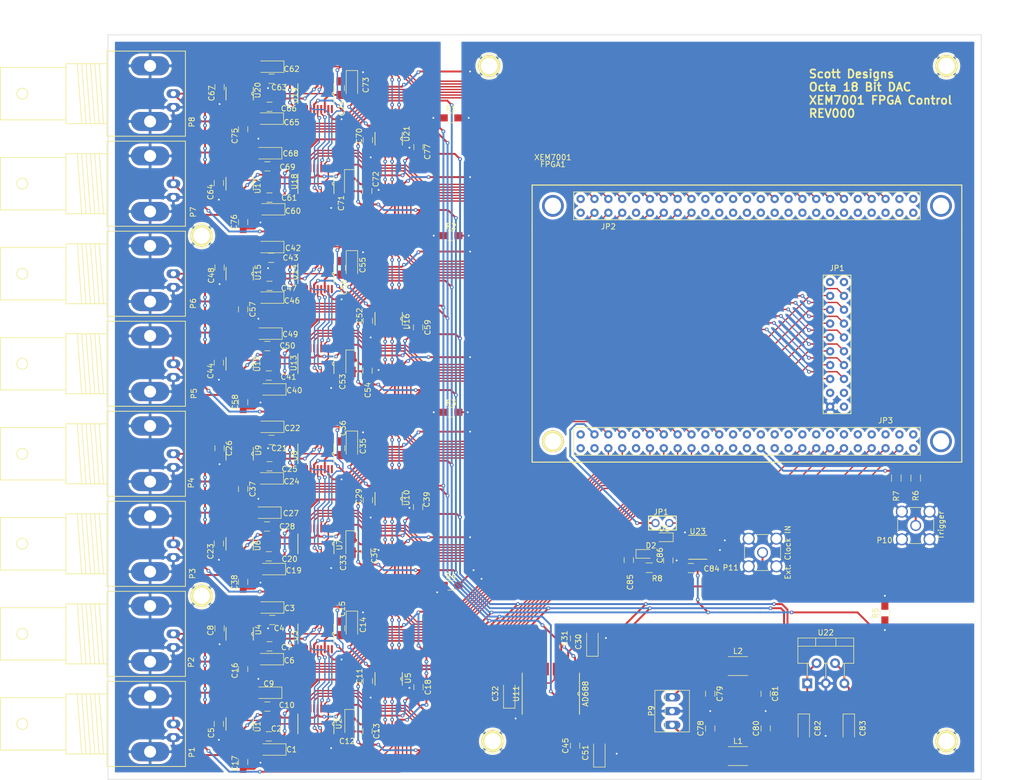
<source format=kicad_pcb>
(kicad_pcb (version 4) (host pcbnew 4.0.5)
  (title_block (title "8, 18 Bit DAC, with FPGA XEM7001 Control") (date 2017-03-12) (rev 000) (company "Ye Group") (comment 1 "Desined by: Jacob Scott"))
  (layers (0 Top signal) (31 Bottom signal) (34 B.Paste user) (35 F.Paste user) (36 B.SilkS user) (37 F.SilkS user) (38 B.Mask user) (39 F.Mask user) (44 Edge.Cuts user))
  (net 0 "")
  (net 1 +3V3)
  (net 2 GNDA)
  (net 3 -15V)
  (net 4 +15V)
  (net 5 "Net-(C32-Pad2)")
  (net 6 "Net-(C78-Pad1)")
  (net 7 "Net-(C79-Pad1)")
  (net 8 "Net-(FPGA1-PadGNDa)")
  (net 9 "Net-(FPGA1-PadGNDb)")
  (net 10 "Net-(FPGA1-PadP10)")
  (net 11 SCLK5)
  (net 12 "Net-(FPGA1-PadJ3)")
  (net 13 SDIN5)
  (net 14 "Net-(FPGA1-PadK1)")
  (net 15 "Net-(FPGA1-Pad3.3A)")
  (net 16 "Net-(FPGA1-Pad3.3B)")
  (net 17 SDO5)
  (net 18 "Net-(FPGA1-PadK3)")
  (net 19 ~LDAC~5)
  (net 20 "Net-(FPGA1-PadM1)")
  (net 21 ~CLR~5)
  (net 22 "Net-(FPGA1-PadL4)")
  (net 23 ~RESET~5)
  (net 24 "Net-(FPGA1-PadN1)")
  (net 25 "Net-(FPGA1-PadGNDc)")
  (net 26 "Net-(FPGA1-PadGNDd)")
  (net 27 "Net-(FPGA1-PadN3)")
  (net 28 "Net-(FPGA1-PadP1)")
  (net 29 "Net-(FPGA1-PadR1)")
  (net 30 "Net-(FPGA1-PadR2)")
  (net 31 "Net-(FPGA1-PadP3)")
  (net 32 "Net-(FPGA1-PadT2)")
  (net 33 "Net-(FPGA1-PadR3)")
  (net 34 "Net-(FPGA1-PadT3)")
  (net 35 "Net-(FPGA1-PadN4)")
  (net 36 "Net-(FPGA1-PadGNDe)")
  (net 37 "Net-(FPGA1-PadGNDf)")
  (net 38 ~RESET~6)
  (net 39 ~RESET~4)
  (net 40 ~CLR~6)
  (net 41 ~CLR~4)
  (net 42 ~LDAC~6)
  (net 43 ~LDAC~4)
  (net 44 SDO6)
  (net 45 SDO4)
  (net 46 "Net-(FPGA1-Pad3.3C)")
  (net 47 "Net-(FPGA1-Pad3.3D)")
  (net 48 SDIN6)
  (net 49 SDIN4)
  (net 50 SCLK6)
  (net 51 SCLK4)
  (net 52 ~SYNC~6)
  (net 53 ~SYNC~4)
  (net 54 "Net-(FPGA1-PadGNDg)")
  (net 55 "Net-(FPGA1-PadGNDh)")
  (net 56 "Net-(FPGA1-Pad3.3E)")
  (net 57 "Net-(FPGA1-Pad3.3F)")
  (net 58 ~RESET~1)
  (net 59 ~RESET~2)
  (net 60 ~CLR~1)
  (net 61 ~CLR~2)
  (net 62 ~LDAC~1)
  (net 63 ~LDAC~2)
  (net 64 SDO1)
  (net 65 SDO2)
  (net 66 SDIN1)
  (net 67 SDIN2)
  (net 68 SCLK1)
  (net 69 SCLK2)
  (net 70 ~SYNC~1)
  (net 71 ~SYNC~2)
  (net 72 "Net-(FPGA1-PadD4)")
  (net 73 "Net-(FPGA1-PadC4)")
  (net 74 "Net-(FPGA1-PadGNDj)")
  (net 75 "Net-(FPGA1-PadGNDk)")
  (net 76 "Net-(FPGA1-PadGNDl)")
  (net 77 "Net-(FPGA1-PadA8)")
  (net 78 ~SYNC~7)
  (net 79 "Net-(FPGA1-PadC8)")
  (net 80 SCLK7)
  (net 81 "Net-(FPGA1-PadA9)")
  (net 82 SDIN7)
  (net 83 "Net-(FPGA1-Pad3.3G)")
  (net 84 "Net-(FPGA1-Pad3.3H)")
  (net 85 "Net-(FPGA1-PadB9)")
  (net 86 SDO7)
  (net 87 "Net-(FPGA1-PadB10)")
  (net 88 ~LDAC~7)
  (net 89 "Net-(FPGA1-PadB12)")
  (net 90 ~CLR~7)
  (net 91 "Net-(FPGA1-PadC12)")
  (net 92 ~RESET~7)
  (net 93 "Net-(FPGA1-PadGNDn)")
  (net 94 "Net-(FPGA1-PadGNDm)")
  (net 95 "Net-(FPGA1-PadA13)")
  (net 96 "Net-(FPGA1-PadA14)")
  (net 97 "Net-(FPGA1-PadE13)")
  (net 98 "Net-(FPGA1-PadB14)")
  (net 99 "Net-(FPGA1-PadC14)")
  (net 100 "Net-(FPGA1-PadA15)")
  (net 101 "Net-(FPGA1-PadB15)")
  (net 102 "Net-(FPGA1-PadB16)")
  (net 103 "Net-(FPGA1-PadGNDo)")
  (net 104 "Net-(FPGA1-PadGNDp)")
  (net 105 ~RESET~3)
  (net 106 ~RESET~8)
  (net 107 ~CLR~3)
  (net 108 ~CLR~8)
  (net 109 ~LDAC~3)
  (net 110 ~LDAC~8)
  (net 111 SDO3)
  (net 112 SDO8)
  (net 113 "Net-(FPGA1-Pad3.3I)")
  (net 114 "Net-(FPGA1-Pad3.3J)")
  (net 115 SDIN3)
  (net 116 SDIN8)
  (net 117 SCLK3)
  (net 118 SCLK8)
  (net 119 ~SYNC~3)
  (net 120 "Net-(FPGA1-PadGNDq)")
  (net 121 "Net-(FPGA1-PadGNDr)")
  (net 122 Vout1)
  (net 123 Vout2)
  (net 124 Vout3)
  (net 125 Vout4)
  (net 126 Vout5)
  (net 127 Vout6)
  (net 128 Vout7)
  (net 129 Vout8)
  (net 130 "Net-(U1-Pad1)")
  (net 131 "Net-(U1-Pad3)")
  (net 132 "Net-(U1-Pad5)")
  (net 133 "Net-(U1-Pad8)")
  (net 134 "Net-(U2-Pad1)")
  (net 135 "Net-(U2-Pad3)")
  (net 136 "Net-(U2-Pad4)")
  (net 137 "Net-(U2-Pad16)")
  (net 138 "Net-(U2-Pad17)")
  (net 139 "Net-(U2-Pad20)")
  (net 140 "Net-(U3-Pad1)")
  (net 141 "Net-(U3-Pad2)")
  (net 142 "Net-(U3-Pad20)")
  (net 143 "Net-(U4-Pad1)")
  (net 144 "Net-(U4-Pad5)")
  (net 145 "Net-(U4-Pad8)")
  (net 146 +10Vref)
  (net 147 -10Vref)
  (net 148 "Net-(U6-Pad1)")
  (net 149 "Net-(U6-Pad3)")
  (net 150 "Net-(U6-Pad5)")
  (net 151 "Net-(U6-Pad8)")
  (net 152 "Net-(U7-Pad1)")
  (net 153 "Net-(U10-Pad2)")
  (net 154 "Net-(U10-Pad1)")
  (net 155 "Net-(U10-Pad7)")
  (net 156 "Net-(U10-Pad6)")
  (net 157 "Net-(U7-Pad20)")
  (net 158 "Net-(U8-Pad1)")
  (net 159 "Net-(U8-Pad2)")
  (net 160 "Net-(U8-Pad20)")
  (net 161 "Net-(U9-Pad1)")
  (net 162 "Net-(U9-Pad5)")
  (net 163 "Net-(U9-Pad8)")
  (net 164 "Net-(U11-Pad4)")
  (net 165 "Net-(U11-Pad5)")
  (net 166 "Net-(U11-Pad13)")
  (net 167 "Net-(U11-Pad10)")
  (net 168 "Net-(U11-Pad11)")
  (net 169 "Net-(U11-Pad12)")
  (net 170 "Net-(U12-Pad1)")
  (net 171 "Net-(U12-Pad3)")
  (net 172 "Net-(U12-Pad5)")
  (net 173 "Net-(U12-Pad8)")
  (net 174 "Net-(U13-Pad1)")
  (net 175 "Net-(U13-Pad3)")
  (net 176 "Net-(U13-Pad4)")
  (net 177 ~SYNC~5)
  (net 178 "Net-(U13-Pad16)")
  (net 179 "Net-(U13-Pad17)")
  (net 180 "Net-(U13-Pad20)")
  (net 181 "Net-(U14-Pad1)")
  (net 182 "Net-(U14-Pad2)")
  (net 183 "Net-(U14-Pad20)")
  (net 184 "Net-(U15-Pad1)")
  (net 185 "Net-(U15-Pad5)")
  (net 186 "Net-(U15-Pad8)")
  (net 187 "Net-(U17-Pad1)")
  (net 188 "Net-(U17-Pad3)")
  (net 189 "Net-(U17-Pad5)")
  (net 190 "Net-(U17-Pad8)")
  (net 191 "Net-(U18-Pad1)")
  (net 192 "Net-(U18-Pad3)")
  (net 193 "Net-(U18-Pad4)")
  (net 194 "Net-(U18-Pad16)")
  (net 195 "Net-(U18-Pad17)")
  (net 196 "Net-(U18-Pad20)")
  (net 197 "Net-(U19-Pad1)")
  (net 198 "Net-(U19-Pad2)")
  (net 199 ~SYNC~8)
  (net 200 "Net-(U19-Pad20)")
  (net 201 "Net-(U20-Pad1)")
  (net 202 "Net-(U20-Pad5)")
  (net 203 "Net-(U20-Pad8)")
  (net 204 GNDD)
  (net 205 "Net-(FPGA1-PadCLK1)")
  (net 206 "Net-(FPGA1-PadCLK2)")
  (net 207 "/FPGAPinout/External Clock Input/CLK")
  (net 208 "Net-(C85-Pad1)")
  (net 209 "Net-(C85-Pad2)")
  (net 210 "Net-(C86-Pad1)")
  (net 211 "Net-(JP1-Pad1)")
  (net 212 "Net-(P10-Pad1)")
  (net 213 "Net-(U23-Pad9)")
  (module XEM7001 (layer Top) (at 185.039 80.264)
    (fp_text reference FPGA1 (at -34.29 -29.21) (layer F.SilkS))
    (fp_text value XEM7001 (at -34.29 -30.48) (layer F.SilkS))
    (fp_text user JP3 (at 26.67 17.78) (layer F.SilkS))
    (fp_text user JP1 (at 17.78 -10.16) (layer F.SilkS))
    (fp_text user JP2 (at -24.13 -17.78) (layer F.SilkS))
    (pad "" np_thru_hole circle (at -34.29 21.59) (size 4 4) (drill 3) (layers *.Cu *.Mask F.SilkS))
    (pad "" np_thru_hole circle (at 36.83 21.59) (size 4 4) (drill 3) (layers *.Cu *.Mask))
    (pad "" np_thru_hole circle (at 36.83 -21.59) (size 4 4) (drill 3) (layers *.Cu *.Mask))
    (pad GNDa thru_hole circle (at 31.75 -22.86) (size 1.524 1.524) (drill 0.762) (layers *.Cu *.Mask) (net 8 "Net-(FPGA1-PadGNDa)"))
    (pad GNDb thru_hole circle (at 31.75 -20.32) (size 1.524 1.524) (drill 0.762) (layers *.Cu *.Mask) (net 9 "Net-(FPGA1-PadGNDb)"))
    (pad CLK1 thru_hole circle (at 29.21 -22.86) (size 1.524 1.524) (drill 0.762) (layers *.Cu *.Mask) (net 205 "Net-(FPGA1-PadCLK1)"))
    (pad P10 thru_hole circle (at 29.21 -20.32) (size 1.524 1.524) (drill 0.762) (layers *.Cu *.Mask) (net 10 "Net-(FPGA1-PadP10)"))
    (pad J1 thru_hole circle (at 26.67 -22.86) (size 1.524 1.524) (drill 0.762) (layers *.Cu *.Mask) (net 110 ~LDAC~8))
    (pad J3 thru_hole circle (at 26.67 -20.32) (size 1.524 1.524) (drill 0.762) (layers *.Cu *.Mask) (net 12 "Net-(FPGA1-PadJ3)"))
    (pad K2 thru_hole circle (at 24.13 -22.86) (size 1.524 1.524) (drill 0.762) (layers *.Cu *.Mask) (net 108 ~CLR~8))
    (pad K1 thru_hole circle (at 24.13 -20.32) (size 1.524 1.524) (drill 0.762) (layers *.Cu *.Mask) (net 14 "Net-(FPGA1-PadK1)"))
    (pad 3.3A thru_hole circle (at 21.59 -22.86) (size 1.524 1.524) (drill 0.762) (layers *.Cu *.Mask) (net 15 "Net-(FPGA1-Pad3.3A)"))
    (pad 3.3B thru_hole circle (at 21.59 -20.32) (size 1.524 1.524) (drill 0.762) (layers *.Cu *.Mask) (net 16 "Net-(FPGA1-Pad3.3B)"))
    (pad L2 thru_hole circle (at 19.05 -22.86) (size 1.524 1.524) (drill 0.762) (layers *.Cu *.Mask) (net 106 ~RESET~8))
    (pad K3 thru_hole circle (at 19.05 -20.32) (size 1.524 1.524) (drill 0.762) (layers *.Cu *.Mask) (net 18 "Net-(FPGA1-PadK3)"))
    (pad L3 thru_hole circle (at 16.51 -22.86) (size 1.524 1.524) (drill 0.762) (layers *.Cu *.Mask) (net 199 ~SYNC~8))
    (pad M1 thru_hole circle (at 16.51 -20.32) (size 1.524 1.524) (drill 0.762) (layers *.Cu *.Mask) (net 20 "Net-(FPGA1-PadM1)"))
    (pad M2 thru_hole circle (at 13.97 -22.86) (size 1.524 1.524) (drill 0.762) (layers *.Cu *.Mask) (net 118 SCLK8))
    (pad L4 thru_hole circle (at 13.97 -20.32) (size 1.524 1.524) (drill 0.762) (layers *.Cu *.Mask) (net 22 "Net-(FPGA1-PadL4)"))
    (pad M4 thru_hole circle (at 11.43 -22.86) (size 1.524 1.524) (drill 0.762) (layers *.Cu *.Mask) (net 116 SDIN8))
    (pad N1 thru_hole circle (at 11.43 -20.32) (size 1.524 1.524) (drill 0.762) (layers *.Cu *.Mask) (net 24 "Net-(FPGA1-PadN1)"))
    (pad GNDc thru_hole circle (at 8.89 -22.86) (size 1.524 1.524) (drill 0.762) (layers *.Cu *.Mask) (net 25 "Net-(FPGA1-PadGNDc)"))
    (pad GNDd thru_hole circle (at 8.89 -20.32) (size 1.524 1.524) (drill 0.762) (layers *.Cu *.Mask) (net 26 "Net-(FPGA1-PadGNDd)"))
    (pad N2 thru_hole circle (at 6.35 -22.86) (size 1.524 1.524) (drill 0.762) (layers *.Cu *.Mask) (net 112 SDO8))
    (pad N3 thru_hole circle (at 6.35 -20.32) (size 1.524 1.524) (drill 0.762) (layers *.Cu *.Mask) (net 27 "Net-(FPGA1-PadN3)"))
    (pad P1 thru_hole circle (at 3.81 -22.86) (size 1.524 1.524) (drill 0.762) (layers *.Cu *.Mask) (net 28 "Net-(FPGA1-PadP1)"))
    (pad R1 thru_hole circle (at 3.81 -20.32) (size 1.524 1.524) (drill 0.762) (layers *.Cu *.Mask) (net 29 "Net-(FPGA1-PadR1)"))
    (pad R2 thru_hole circle (at 1.27 -22.86) (size 1.524 1.524) (drill 0.762) (layers *.Cu *.Mask) (net 30 "Net-(FPGA1-PadR2)"))
    (pad P3 thru_hole circle (at 1.27 -20.32) (size 1.524 1.524) (drill 0.762) (layers *.Cu *.Mask) (net 31 "Net-(FPGA1-PadP3)"))
    (pad T2 thru_hole circle (at -1.27 -22.86) (size 1.524 1.524) (drill 0.762) (layers *.Cu *.Mask) (net 32 "Net-(FPGA1-PadT2)"))
    (pad R3 thru_hole circle (at -1.27 -20.32) (size 1.524 1.524) (drill 0.762) (layers *.Cu *.Mask) (net 33 "Net-(FPGA1-PadR3)"))
    (pad T3 thru_hole circle (at -3.81 -22.86) (size 1.524 1.524) (drill 0.762) (layers *.Cu *.Mask) (net 34 "Net-(FPGA1-PadT3)"))
    (pad N4 thru_hole circle (at -3.81 -20.32) (size 1.524 1.524) (drill 0.762) (layers *.Cu *.Mask) (net 35 "Net-(FPGA1-PadN4)"))
    (pad GNDe thru_hole circle (at -6.35 -22.86) (size 1.524 1.524) (drill 0.762) (layers *.Cu *.Mask) (net 36 "Net-(FPGA1-PadGNDe)"))
    (pad GNDf thru_hole circle (at -6.35 -20.32) (size 1.524 1.524) (drill 0.762) (layers *.Cu *.Mask) (net 37 "Net-(FPGA1-PadGNDf)"))
    (pad P4 thru_hole circle (at -8.89 -22.86) (size 1.524 1.524) (drill 0.762) (layers *.Cu *.Mask) (net 88 ~LDAC~7))
    (pad T4 thru_hole circle (at -8.89 -20.32) (size 1.524 1.524) (drill 0.762) (layers *.Cu *.Mask) (net 44 SDO6))
    (pad P5 thru_hole circle (at -11.43 -22.86) (size 1.524 1.524) (drill 0.762) (layers *.Cu *.Mask) (net 90 ~CLR~7))
    (pad N6 thru_hole circle (at -11.43 -20.32) (size 1.524 1.524) (drill 0.762) (layers *.Cu *.Mask) (net 48 SDIN6))
    (pad R5 thru_hole circle (at -13.97 -22.86) (size 1.524 1.524) (drill 0.762) (layers *.Cu *.Mask) (net 92 ~RESET~7))
    (pad P8 thru_hole circle (at -13.97 -20.32) (size 1.524 1.524) (drill 0.762) (layers *.Cu *.Mask) (net 50 SCLK6))
    (pad T5 thru_hole circle (at -16.51 -22.86) (size 1.524 1.524) (drill 0.762) (layers *.Cu *.Mask) (net 78 ~SYNC~7))
    (pad R6 thru_hole circle (at -16.51 -20.32) (size 1.524 1.524) (drill 0.762) (layers *.Cu *.Mask) (net 52 ~SYNC~6))
    (pad 3.3C thru_hole circle (at -19.05 -22.86) (size 1.524 1.524) (drill 0.762) (layers *.Cu *.Mask) (net 46 "Net-(FPGA1-Pad3.3C)"))
    (pad 3.3D thru_hole circle (at -19.05 -20.32) (size 1.524 1.524) (drill 0.762) (layers *.Cu *.Mask) (net 47 "Net-(FPGA1-Pad3.3D)"))
    (pad T9 thru_hole circle (at -21.59 -22.86) (size 1.524 1.524) (drill 0.762) (layers *.Cu *.Mask) (net 80 SCLK7))
    (pad R7 thru_hole circle (at -21.59 -20.32) (size 1.524 1.524) (drill 0.762) (layers *.Cu *.Mask) (net 38 ~RESET~6))
    (pad T7 thru_hole circle (at -24.13 -22.86) (size 1.524 1.524) (drill 0.762) (layers *.Cu *.Mask) (net 82 SDIN7))
    (pad R8 thru_hole circle (at -24.13 -20.32) (size 1.524 1.524) (drill 0.762) (layers *.Cu *.Mask) (net 40 ~CLR~6))
    (pad T8 thru_hole circle (at -26.67 -22.86) (size 1.524 1.524) (drill 0.762) (layers *.Cu *.Mask) (net 86 SDO7))
    (pad T10 thru_hole circle (at -26.67 -20.32) (size 1.524 1.524) (drill 0.762) (layers *.Cu *.Mask) (net 42 ~LDAC~6))
    (pad GNDg thru_hole circle (at -29.21 -22.86) (size 1.524 1.524) (drill 0.762) (layers *.Cu *.Mask) (net 54 "Net-(FPGA1-PadGNDg)"))
    (pad GNDh thru_hole circle (at -29.21 -20.32) (size 1.524 1.524) (drill 0.762) (layers *.Cu *.Mask) (net 55 "Net-(FPGA1-PadGNDh)"))
    (pad 3.3E thru_hole circle (at 16.51 -7.62) (size 1.524 1.524) (drill 0.762) (layers *.Cu *.Mask) (net 56 "Net-(FPGA1-Pad3.3E)"))
    (pad 3.3F thru_hole circle (at 19.05 -7.62) (size 1.524 1.524) (drill 0.762) (layers *.Cu *.Mask) (net 57 "Net-(FPGA1-Pad3.3F)"))
    (pad H1 thru_hole circle (at 16.51 -5.08) (size 1.524 1.524) (drill 0.762) (layers *.Cu *.Mask) (net 43 ~LDAC~4))
    (pad H2 thru_hole circle (at 19.05 -5.08) (size 1.524 1.524) (drill 0.762) (layers *.Cu *.Mask) (net 19 ~LDAC~5))
    (pad G1 thru_hole circle (at 16.51 -2.54) (size 1.524 1.524) (drill 0.762) (layers *.Cu *.Mask) (net 41 ~CLR~4))
    (pad G2 thru_hole circle (at 19.05 -2.54) (size 1.524 1.524) (drill 0.762) (layers *.Cu *.Mask) (net 21 ~CLR~5))
    (pad F2 thru_hole circle (at 16.51 0) (size 1.524 1.524) (drill 0.762) (layers *.Cu *.Mask) (net 39 ~RESET~4))
    (pad E1 thru_hole circle (at 19.05 0) (size 1.524 1.524) (drill 0.762) (layers *.Cu *.Mask) (net 23 ~RESET~5))
    (pad E2 thru_hole circle (at 16.51 2.54) (size 1.524 1.524) (drill 0.762) (layers *.Cu *.Mask) (net 53 ~SYNC~4))
    (pad D1 thru_hole circle (at 19.05 2.54) (size 1.524 1.524) (drill 0.762) (layers *.Cu *.Mask) (net 177 ~SYNC~5))
    (pad C1 thru_hole circle (at 16.51 5.08) (size 1.524 1.524) (drill 0.762) (layers *.Cu *.Mask) (net 51 SCLK4))
    (pad C2 thru_hole circle (at 19.05 5.08) (size 1.524 1.524) (drill 0.762) (layers *.Cu *.Mask) (net 11 SCLK5))
    (pad B1 thru_hole circle (at 16.51 7.62) (size 1.524 1.524) (drill 0.762) (layers *.Cu *.Mask) (net 49 SDIN4))
    (pad B2 thru_hole circle (at 19.05 7.62) (size 1.524 1.524) (drill 0.762) (layers *.Cu *.Mask) (net 13 SDIN5))
    (pad A2 thru_hole circle (at 16.51 10.16) (size 1.524 1.524) (drill 0.762) (layers *.Cu *.Mask) (net 45 SDO4))
    (pad A3 thru_hole circle (at 19.05 10.16) (size 1.524 1.524) (drill 0.762) (layers *.Cu *.Mask) (net 17 SDO5))
    (pad D4 thru_hole circle (at 16.51 12.7) (size 1.524 1.524) (drill 0.762) (layers *.Cu *.Mask) (net 72 "Net-(FPGA1-PadD4)"))
    (pad C4 thru_hole circle (at 19.05 12.7) (size 1.524 1.524) (drill 0.762) (layers *.Cu *.Mask) (net 73 "Net-(FPGA1-PadC4)"))
    (pad GNDi thru_hole circle (at 16.51 15.24) (size 1.524 1.524) (drill 0.762) (layers *.Cu *.Mask) (net 204 GNDD))
    (pad GNDj thru_hole circle (at 19.05 15.24) (size 1.524 1.524) (drill 0.762) (layers *.Cu *.Mask) (net 74 "Net-(FPGA1-PadGNDj)"))
    (pad GNDk thru_hole circle (at 31.75 20.32) (size 1.524 1.524) (drill 0.762) (layers *.Cu *.Mask) (net 75 "Net-(FPGA1-PadGNDk)"))
    (pad GNDl thru_hole circle (at 31.75 22.86) (size 1.524 1.524) (drill 0.762) (layers *.Cu *.Mask) (net 76 "Net-(FPGA1-PadGNDl)"))
    (pad A8 thru_hole circle (at 29.21 20.32) (size 1.524 1.524) (drill 0.762) (layers *.Cu *.Mask) (net 77 "Net-(FPGA1-PadA8)"))
    (pad D9 thru_hole circle (at 29.21 22.86) (size 1.524 1.524) (drill 0.762) (layers *.Cu *.Mask) (net 64 SDO1))
    (pad C8 thru_hole circle (at 26.67 20.32) (size 1.524 1.524) (drill 0.762) (layers *.Cu *.Mask) (net 79 "Net-(FPGA1-PadC8)"))
    (pad D10 thru_hole circle (at 26.67 22.86) (size 1.524 1.524) (drill 0.762) (layers *.Cu *.Mask) (net 66 SDIN1))
    (pad A9 thru_hole circle (at 24.13 20.32) (size 1.524 1.524) (drill 0.762) (layers *.Cu *.Mask) (net 81 "Net-(FPGA1-PadA9)"))
    (pad C9 thru_hole circle (at 24.13 22.86) (size 1.524 1.524) (drill 0.762) (layers *.Cu *.Mask) (net 68 SCLK1))
    (pad 3.3G thru_hole circle (at 21.59 20.32) (size 1.524 1.524) (drill 0.762) (layers *.Cu *.Mask) (net 83 "Net-(FPGA1-Pad3.3G)"))
    (pad 3.3H thru_hole circle (at 21.59 22.86) (size 1.524 1.524) (drill 0.762) (layers *.Cu *.Mask) (net 84 "Net-(FPGA1-Pad3.3H)"))
    (pad B9 thru_hole circle (at 19.05 20.32) (size 1.524 1.524) (drill 0.762) (layers *.Cu *.Mask) (net 85 "Net-(FPGA1-PadB9)"))
    (pad A10 thru_hole circle (at 19.05 22.86) (size 1.524 1.524) (drill 0.762) (layers *.Cu *.Mask) (net 70 ~SYNC~1))
    (pad B10 thru_hole circle (at 16.51 20.32) (size 1.524 1.524) (drill 0.762) (layers *.Cu *.Mask) (net 87 "Net-(FPGA1-PadB10)"))
    (pad C11 thru_hole circle (at 16.51 22.86) (size 1.524 1.524) (drill 0.762) (layers *.Cu *.Mask) (net 58 ~RESET~1))
    (pad B12 thru_hole circle (at 13.97 20.32) (size 1.524 1.524) (drill 0.762) (layers *.Cu *.Mask) (net 89 "Net-(FPGA1-PadB12)"))
    (pad A12 thru_hole circle (at 13.97 22.86) (size 1.524 1.524) (drill 0.762) (layers *.Cu *.Mask) (net 60 ~CLR~1))
    (pad C12 thru_hole circle (at 11.43 20.32) (size 1.524 1.524) (drill 0.762) (layers *.Cu *.Mask) (net 91 "Net-(FPGA1-PadC12)"))
    (pad F13 thru_hole circle (at 11.43 22.86) (size 1.524 1.524) (drill 0.762) (layers *.Cu *.Mask) (net 62 ~LDAC~1))
    (pad GNDn thru_hole circle (at 8.89 20.32) (size 1.524 1.524) (drill 0.762) (layers *.Cu *.Mask) (net 93 "Net-(FPGA1-PadGNDn)"))
    (pad GNDm thru_hole circle (at 8.89 22.86) (size 1.524 1.524) (drill 0.762) (layers *.Cu *.Mask) (net 94 "Net-(FPGA1-PadGNDm)"))
    (pad A13 thru_hole circle (at 6.35 20.32) (size 1.524 1.524) (drill 0.762) (layers *.Cu *.Mask) (net 95 "Net-(FPGA1-PadA13)"))
    (pad A14 thru_hole circle (at 6.35 22.86) (size 1.524 1.524) (drill 0.762) (layers *.Cu *.Mask) (net 96 "Net-(FPGA1-PadA14)"))
    (pad E13 thru_hole circle (at 3.81 20.32) (size 1.524 1.524) (drill 0.762) (layers *.Cu *.Mask) (net 97 "Net-(FPGA1-PadE13)"))
    (pad B14 thru_hole circle (at 3.81 22.86) (size 1.524 1.524) (drill 0.762) (layers *.Cu *.Mask) (net 98 "Net-(FPGA1-PadB14)"))
    (pad C14 thru_hole circle (at 1.27 20.32) (size 1.524 1.524) (drill 0.762) (layers *.Cu *.Mask) (net 99 "Net-(FPGA1-PadC14)"))
    (pad A15 thru_hole circle (at 1.27 22.86) (size 1.524 1.524) (drill 0.762) (layers *.Cu *.Mask) (net 100 "Net-(FPGA1-PadA15)"))
    (pad B15 thru_hole circle (at -1.27 20.32) (size 1.524 1.524) (drill 0.762) (layers *.Cu *.Mask) (net 101 "Net-(FPGA1-PadB15)"))
    (pad B16 thru_hole circle (at -1.27 22.86) (size 1.524 1.524) (drill 0.762) (layers *.Cu *.Mask) (net 102 "Net-(FPGA1-PadB16)"))
    (pad C16 thru_hole circle (at -3.81 20.32) (size 1.524 1.524) (drill 0.762) (layers *.Cu *.Mask) (net 109 ~LDAC~3))
    (pad D15 thru_hole circle (at -3.81 22.86) (size 1.524 1.524) (drill 0.762) (layers *.Cu *.Mask) (net 65 SDO2))
    (pad GNDo thru_hole circle (at -6.35 20.32) (size 1.524 1.524) (drill 0.762) (layers *.Cu *.Mask) (net 103 "Net-(FPGA1-PadGNDo)"))
    (pad GNDp thru_hole circle (at -6.35 22.86) (size 1.524 1.524) (drill 0.762) (layers *.Cu *.Mask) (net 104 "Net-(FPGA1-PadGNDp)"))
    (pad D16 thru_hole circle (at -8.89 20.32) (size 1.524 1.524) (drill 0.762) (layers *.Cu *.Mask) (net 107 ~CLR~3))
    (pad D14 thru_hole circle (at -8.89 22.86) (size 1.524 1.524) (drill 0.762) (layers *.Cu *.Mask) (net 67 SDIN2))
    (pad E16 thru_hole circle (at -11.43 20.32) (size 1.524 1.524) (drill 0.762) (layers *.Cu *.Mask) (net 105 ~RESET~3))
    (pad E15 thru_hole circle (at -11.43 22.86) (size 1.524 1.524) (drill 0.762) (layers *.Cu *.Mask) (net 69 SCLK2))
    (pad G15 thru_hole circle (at -13.97 20.32) (size 1.524 1.524) (drill 0.762) (layers *.Cu *.Mask) (net 119 ~SYNC~3))
    (pad F14 thru_hole circle (at -13.97 22.86) (size 1.524 1.524) (drill 0.762) (layers *.Cu *.Mask) (net 71 ~SYNC~2))
    (pad H14 thru_hole circle (at -16.51 20.32) (size 1.524 1.524) (drill 0.762) (layers *.Cu *.Mask) (net 117 SCLK3))
    (pad G16 thru_hole circle (at -16.51 22.86) (size 1.524 1.524) (drill 0.762) (layers *.Cu *.Mask) (net 59 ~RESET~2))
    (pad 3.3I thru_hole circle (at -19.05 20.32) (size 1.524 1.524) (drill 0.762) (layers *.Cu *.Mask) (net 113 "Net-(FPGA1-Pad3.3I)"))
    (pad 3.3J thru_hole circle (at -19.05 22.86) (size 1.524 1.524) (drill 0.762) (layers *.Cu *.Mask) (net 114 "Net-(FPGA1-Pad3.3J)"))
    (pad H13 thru_hole circle (at -21.59 20.32) (size 1.524 1.524) (drill 0.762) (layers *.Cu *.Mask) (net 115 SDIN3))
    (pad H16 thru_hole circle (at -21.59 22.86) (size 1.524 1.524) (drill 0.762) (layers *.Cu *.Mask) (net 61 ~CLR~2))
    (pad F15 thru_hole circle (at -24.13 20.32) (size 1.524 1.524) (drill 0.762) (layers *.Cu *.Mask) (net 111 SDO3))
    (pad G14 thru_hole circle (at -24.13 22.86) (size 1.524 1.524) (drill 0.762) (layers *.Cu *.Mask) (net 63 ~LDAC~2))
    (pad E12 thru_hole circle (at -26.67 20.32) (size 1.524 1.524) (drill 0.762) (layers *.Cu *.Mask) (net 207 "/FPGAPinout/External Clock Input/CLK"))
    (pad CLK2 thru_hole circle (at -26.67 22.86) (size 1.524 1.524) (drill 0.762) (layers *.Cu *.Mask) (net 206 "Net-(FPGA1-PadCLK2)"))
    (pad GNDq thru_hole circle (at -29.21 20.32) (size 1.524 1.524) (drill 0.762) (layers *.Cu *.Mask) (net 120 "Net-(FPGA1-PadGNDq)"))
    (pad GNDr thru_hole circle (at -29.21 22.86) (size 1.524 1.524) (drill 0.762) (layers *.Cu *.Mask) (net 121 "Net-(FPGA1-PadGNDr)"))
    (pad "" np_thru_hole circle (at -34.29 -21.59) (size 4 4) (drill 3) (layers *.Cu *.Mask))
  )
  (module Connectors:1pin (layer Top) (at 86.36 130.175)
    (fp_text reference REF** hide)
    (fp_text value 1pin hide)
    (pad "" thru_hole circle (at 0 0) (size 4 4) (drill 3) (layers *.Cu *.Mask F.SilkS) (net 2 GNDA))
  )
  (module Connectors:1pin (layer Top) (at 86.36 64.135)
    (fp_text reference REF** hide)
    (fp_text value 1pin hide)
    (pad "" thru_hole circle (at 0 0) (size 4 4) (drill 3) (layers *.Cu *.Mask F.SilkS) (net 2 GNDA))
  )
  (module Connectors:1pin (layer Top) (at 139.065 33.02)
    (fp_text reference REF** hide)
    (fp_text value 1pin hide)
    (pad "" thru_hole circle (at 0 0) (size 4 4) (drill 3) (layers *.Cu *.Mask F.SilkS) (net 204 GNDD))
  )
  (module Connectors:1pin (layer Top) (at 222.885 33.02)
    (fp_text reference REF** hide)
    (fp_text value 1pin hide)
    (pad "" thru_hole circle (at 0 0) (size 4 4) (drill 3) (layers *.Cu *.Mask F.SilkS) (net 204 GNDD))
  )
  (module Connectors:1pin (layer Top) (at 139.7 156.845)
    (fp_text reference REF** hide)
    (fp_text value 1pin hide)
    (pad "" thru_hole circle (at 0 0) (size 4 4) (drill 3) (layers *.Cu *.Mask F.SilkS) (net 2 GNDA))
  )
  (module Capacitors_SMD:C_0805_HandSoldering (layer Top) (at 98.679 155.956)
    (fp_text reference C2 (at 1.397 -1.397) (layer F.SilkS))
    (fp_text value 0.1uF hide)
    (pad 1 smd rect (at -1.25 0) (size 1.5 1.25) (layers Top F.Paste F.Mask) (net 2 GNDA))
    (pad 2 smd rect (at 1.25 0) (size 1.5 1.25) (layers Top F.Paste F.Mask) (net 1 +3V3))
  )
  (module Capacitors_SMD:C_0805_HandSoldering (layer Top) (at 99.314 134.62)
    (fp_text reference C4 (at 1.27 1.524) (layer F.SilkS))
    (fp_text value 0.1uF hide)
    (pad 1 smd rect (at -1.25 0) (size 1.5 1.25) (layers Top F.Paste F.Mask) (net 2 GNDA))
    (pad 2 smd rect (at 1.25 0) (size 1.5 1.25) (layers Top F.Paste F.Mask) (net 1 +3V3))
  )
  (module Capacitors_SMD:C_0805_HandSoldering (layer Top) (at 89.535 153.67 270)
    (fp_text reference C5 (at 1.651 1.397 270) (layer F.SilkS))
    (fp_text value 0.1uF hide)
    (pad 1 smd rect (at -1.25 0 270) (size 1.5 1.25) (layers Top F.Paste F.Mask) (net 3 -15V))
    (pad 2 smd rect (at 1.25 0 270) (size 1.5 1.25) (layers Top F.Paste F.Mask) (net 2 GNDA))
  )
  (module Capacitors_SMD:C_0805_HandSoldering (layer Top) (at 98.806 139.446)
    (fp_text reference C7 (at 3.1115 0.1905) (layer F.SilkS))
    (fp_text value 0.1uF hide)
    (pad 1 smd rect (at -1.25 0) (size 1.5 1.25) (layers Top F.Paste F.Mask) (net 2 GNDA))
    (pad 2 smd rect (at 1.25 0) (size 1.5 1.25) (layers Top F.Paste F.Mask) (net 4 +15V))
  )
  (module Capacitors_SMD:C_0805_HandSoldering (layer Top) (at 89.662 136.144 270)
    (fp_text reference C8 (at 0.381 1.651 270) (layer F.SilkS))
    (fp_text value 0.1uF hide)
    (pad 1 smd rect (at -1.25 0 270) (size 1.5 1.25) (layers Top F.Paste F.Mask) (net 3 -15V))
    (pad 2 smd rect (at 1.25 0 270) (size 1.5 1.25) (layers Top F.Paste F.Mask) (net 2 GNDA))
  )
  (module Capacitors_SMD:C_0805_HandSoldering (layer Top) (at 98.425 150.495 180)
    (fp_text reference C10 (at -3.556 0.254 360) (layer F.SilkS))
    (fp_text value 0.1uF hide)
    (pad 1 smd rect (at -1.25 0 180) (size 1.5 1.25) (layers Top F.Paste F.Mask) (net 4 +15V))
    (pad 2 smd rect (at 1.25 0 180) (size 1.5 1.25) (layers Top F.Paste F.Mask) (net 2 GNDA))
  )
  (module Capacitors_SMD:C_0805_HandSoldering (layer Top) (at 116.84 145.796 90)
    (fp_text reference C11 (at 0.889 -1.524 90) (layer F.SilkS))
    (fp_text value 0.1uF hide)
    (pad 1 smd rect (at -1.25 0 90) (size 1.5 1.25) (layers Top F.Paste F.Mask) (net 2 GNDA))
    (pad 2 smd rect (at 1.25 0 90) (size 1.5 1.25) (layers Top F.Paste F.Mask) (net 3 -15V))
  )
  (module Capacitors_SMD:C_0805_HandSoldering (layer Top) (at 116.7765 155.0035 270)
    (fp_text reference C13 (at 0 -1.651 270) (layer F.SilkS))
    (fp_text value 0.1uF hide)
    (pad 1 smd rect (at -1.25 0 270) (size 1.5 1.25) (layers Top F.Paste F.Mask) (net 2 GNDA))
    (pad 2 smd rect (at 1.25 0 270) (size 1.5 1.25) (layers Top F.Paste F.Mask) (net 3 -15V))
  )
  (module Capacitors_SMD:C_0805_HandSoldering (layer Top) (at 111.76 136.144 270)
    (fp_text reference C15 (at -3.556 -0.381 270) (layer F.SilkS))
    (fp_text value 0.1uF hide)
    (pad 1 smd rect (at -1.25 0 270) (size 1.5 1.25) (layers Top F.Paste F.Mask) (net 2 GNDA))
    (pad 2 smd rect (at 1.25 0 270) (size 1.5 1.25) (layers Top F.Paste F.Mask) (net 3 -15V))
  )
  (module Capacitors_SMD:C_0805_HandSoldering (layer Top) (at 93.98 143.637 270)
    (fp_text reference C16 (at 0.254 1.524 270) (layer F.SilkS))
    (fp_text value 0.1uF hide)
    (pad 1 smd rect (at -1.25 0 270) (size 1.5 1.25) (layers Top F.Paste F.Mask) (net 4 +15V))
    (pad 2 smd rect (at 1.25 0 270) (size 1.5 1.25) (layers Top F.Paste F.Mask) (net 2 GNDA))
  )
  (module Capacitors_SMD:C_0805_HandSoldering (layer Top) (at 93.98 160.655 270)
    (fp_text reference C17 (at 0.254 1.524 270) (layer F.SilkS))
    (fp_text value 0.1uF hide)
    (pad 1 smd rect (at -1.25 0 270) (size 1.5 1.25) (layers Top F.Paste F.Mask) (net 4 +15V))
    (pad 2 smd rect (at 1.25 0 270) (size 1.5 1.25) (layers Top F.Paste F.Mask) (net 2 GNDA))
  )
  (module Capacitors_SMD:C_0805_HandSoldering (layer Top) (at 126.111 146.939 270)
    (fp_text reference C18 (at 0 -1.75 270) (layer F.SilkS))
    (fp_text value 0.1uF hide)
    (pad 1 smd rect (at -1.25 0 270) (size 1.5 1.25) (layers Top F.Paste F.Mask) (net 2 GNDA))
    (pad 2 smd rect (at 1.25 0 270) (size 1.5 1.25) (layers Top F.Paste F.Mask) (net 4 +15V))
  )
  (module Capacitors_SMD:C_0805_HandSoldering (layer Top) (at 98.679 122.936)
    (fp_text reference C20 (at 3.81 0.508) (layer F.SilkS))
    (fp_text value 0.1uF hide)
    (pad 1 smd rect (at -1.25 0) (size 1.5 1.25) (layers Top F.Paste F.Mask) (net 2 GNDA))
    (pad 2 smd rect (at 1.25 0) (size 1.5 1.25) (layers Top F.Paste F.Mask) (net 1 +3V3))
  )
  (module Capacitors_SMD:C_0805_HandSoldering (layer Top) (at 99.187 101.6)
    (fp_text reference C22 (at 3.81 -2.159) (layer F.SilkS))
    (fp_text value 0.1uF hide)
    (pad 1 smd rect (at -1.25 0) (size 1.5 1.25) (layers Top F.Paste F.Mask) (net 2 GNDA))
    (pad 2 smd rect (at 1.25 0) (size 1.5 1.25) (layers Top F.Paste F.Mask) (net 1 +3V3))
  )
  (module Capacitors_SMD:C_0805_HandSoldering (layer Top) (at 89.535 120.5865 270)
    (fp_text reference C23 (at 1.4605 1.524 270) (layer F.SilkS))
    (fp_text value 0.1uF hide)
    (pad 1 smd rect (at -1.25 0 270) (size 1.5 1.25) (layers Top F.Paste F.Mask) (net 3 -15V))
    (pad 2 smd rect (at 1.25 0 270) (size 1.5 1.25) (layers Top F.Paste F.Mask) (net 2 GNDA))
  )
  (module Capacitors_SMD:C_0805_HandSoldering (layer Top) (at 98.806 106.426)
    (fp_text reference C25 (at 3.683 0.508) (layer F.SilkS))
    (fp_text value 0.1uF hide)
    (pad 1 smd rect (at -1.25 0) (size 1.5 1.25) (layers Top F.Paste F.Mask) (net 2 GNDA))
    (pad 2 smd rect (at 1.25 0) (size 1.5 1.25) (layers Top F.Paste F.Mask) (net 4 +15V))
  )
  (module Capacitors_SMD:C_0805_HandSoldering (layer Top) (at 89.662 103.124 270)
    (fp_text reference C26 (at 0 -1.75 270) (layer F.SilkS))
    (fp_text value 0.1uF hide)
    (pad 1 smd rect (at -1.25 0 270) (size 1.5 1.25) (layers Top F.Paste F.Mask) (net 3 -15V))
    (pad 2 smd rect (at 1.25 0 270) (size 1.5 1.25) (layers Top F.Paste F.Mask) (net 2 GNDA))
  )
  (module Capacitors_SMD:C_0805_HandSoldering (layer Top) (at 98.3615 117.475 180)
    (fp_text reference C28 (at -3.683 0 180) (layer F.SilkS))
    (fp_text value 0.1uF hide)
    (pad 1 smd rect (at -1.25 0 180) (size 1.5 1.25) (layers Top F.Paste F.Mask) (net 4 +15V))
    (pad 2 smd rect (at 1.25 0 180) (size 1.5 1.25) (layers Top F.Paste F.Mask) (net 2 GNDA))
  )
  (module Capacitors_SMD:C_0805_HandSoldering (layer Top) (at 116.84 112.649 90)
    (fp_text reference C29 (at 0.6985 -1.651 90) (layer F.SilkS))
    (fp_text value 0.1uF hide)
    (pad 1 smd rect (at -1.25 0 90) (size 1.5 1.25) (layers Top F.Paste F.Mask) (net 2 GNDA))
    (pad 2 smd rect (at 1.25 0 90) (size 1.5 1.25) (layers Top F.Paste F.Mask) (net 3 -15V))
  )
  (module Capacitors_SMD:C_0805_HandSoldering (layer Top) (at 154.813 137.9855 270)
    (fp_text reference C31 (at 0 1.905 270) (layer F.SilkS))
    (fp_text value 0.1uF hide)
    (pad 1 smd rect (at -1.25 0 270) (size 1.5 1.25) (layers Top F.Paste F.Mask) (net 2 GNDA))
    (pad 2 smd rect (at 1.25 0 270) (size 1.5 1.25) (layers Top F.Paste F.Mask) (net 4 +15V))
  )
  (module Capacitors_SMD:C_0805_HandSoldering (layer Top) (at 116.5225 121.9835 270)
    (fp_text reference C34 (at 0.8255 -1.524 270) (layer F.SilkS))
    (fp_text value 0.1uF hide)
    (pad 1 smd rect (at -1.25 0 270) (size 1.5 1.25) (layers Top F.Paste F.Mask) (net 2 GNDA))
    (pad 2 smd rect (at 1.25 0 270) (size 1.5 1.25) (layers Top F.Paste F.Mask) (net 3 -15V))
  )
  (module Capacitors_SMD:C_0805_HandSoldering (layer Top) (at 111.76 103.124 270)
    (fp_text reference C36 (at -3.683 -0.508 270) (layer F.SilkS))
    (fp_text value 0.1uF hide)
    (pad 1 smd rect (at -1.25 0 270) (size 1.5 1.25) (layers Top F.Paste F.Mask) (net 2 GNDA))
    (pad 2 smd rect (at 1.25 0 270) (size 1.5 1.25) (layers Top F.Paste F.Mask) (net 3 -15V))
  )
  (module Capacitors_SMD:C_0805_HandSoldering (layer Top) (at 93.98 110.617 270)
    (fp_text reference C37 (at 0 -1.75 270) (layer F.SilkS))
    (fp_text value 0.1uF hide)
    (pad 1 smd rect (at -1.25 0 270) (size 1.5 1.25) (layers Top F.Paste F.Mask) (net 4 +15V))
    (pad 2 smd rect (at 1.25 0 270) (size 1.5 1.25) (layers Top F.Paste F.Mask) (net 2 GNDA))
  )
  (module Capacitors_SMD:C_0805_HandSoldering (layer Top) (at 93.98 127.635 270)
    (fp_text reference C38 (at 0.127 1.5875 270) (layer F.SilkS))
    (fp_text value 0.1uF hide)
    (pad 1 smd rect (at -1.25 0 270) (size 1.5 1.25) (layers Top F.Paste F.Mask) (net 4 +15V))
    (pad 2 smd rect (at 1.25 0 270) (size 1.5 1.25) (layers Top F.Paste F.Mask) (net 2 GNDA))
  )
  (module Capacitors_SMD:C_0805_HandSoldering (layer Top) (at 126.0475 113.919 270)
    (fp_text reference C39 (at -1.397 -1.5875 270) (layer F.SilkS))
    (fp_text value 0.1uF hide)
    (pad 1 smd rect (at -1.25 0 270) (size 1.5 1.25) (layers Top F.Paste F.Mask) (net 2 GNDA))
    (pad 2 smd rect (at 1.25 0 270) (size 1.5 1.25) (layers Top F.Paste F.Mask) (net 4 +15V))
  )
  (module Capacitors_SMD:C_0805_HandSoldering (layer Top) (at 98.679 89.789)
    (fp_text reference C41 (at 3.6195 0.254) (layer F.SilkS))
    (fp_text value 0.1uF hide)
    (pad 1 smd rect (at -1.25 0) (size 1.5 1.25) (layers Top F.Paste F.Mask) (net 2 GNDA))
    (pad 2 smd rect (at 1.25 0) (size 1.5 1.25) (layers Top F.Paste F.Mask) (net 1 +3V3))
  )
  (module Capacitors_SMD:C_0805_HandSoldering (layer Top) (at 99.1235 68.199)
    (fp_text reference C43 (at 3.556 0) (layer F.SilkS))
    (fp_text value 0.1uF hide)
    (pad 1 smd rect (at -1.25 0) (size 1.5 1.25) (layers Top F.Paste F.Mask) (net 2 GNDA))
    (pad 2 smd rect (at 1.25 0) (size 1.5 1.25) (layers Top F.Paste F.Mask) (net 1 +3V3))
  )
  (module Capacitors_SMD:C_0805_HandSoldering (layer Top) (at 89.535 87.4395 270)
    (fp_text reference C44 (at 1.524 1.524 270) (layer F.SilkS))
    (fp_text value 0.1uF hide)
    (pad 1 smd rect (at -1.25 0 270) (size 1.5 1.25) (layers Top F.Paste F.Mask) (net 3 -15V))
    (pad 2 smd rect (at 1.25 0 270) (size 1.5 1.25) (layers Top F.Paste F.Mask) (net 2 GNDA))
  )
  (module Capacitors_SMD:C_0805_HandSoldering (layer Top) (at 154.813 157.6705 90)
    (fp_text reference C45 (at 0 -1.75 90) (layer F.SilkS))
    (fp_text value 0.1uF hide)
    (pad 1 smd rect (at -1.25 0 90) (size 1.5 1.25) (layers Top F.Paste F.Mask) (net 2 GNDA))
    (pad 2 smd rect (at 1.25 0 90) (size 1.5 1.25) (layers Top F.Paste F.Mask) (net 3 -15V))
  )
  (module Capacitors_SMD:C_0805_HandSoldering (layer Top) (at 98.806 73.3425)
    (fp_text reference C47 (at 3.556 0.4445) (layer F.SilkS))
    (fp_text value 0.1uF hide)
    (pad 1 smd rect (at -1.25 0) (size 1.5 1.25) (layers Top F.Paste F.Mask) (net 2 GNDA))
    (pad 2 smd rect (at 1.25 0) (size 1.5 1.25) (layers Top F.Paste F.Mask) (net 4 +15V))
  )
  (module Capacitors_SMD:C_0805_HandSoldering (layer Top) (at 89.662 69.977 270)
    (fp_text reference C48 (at 1.4605 1.524 270) (layer F.SilkS))
    (fp_text value 0.1uF hide)
    (pad 1 smd rect (at -1.25 0 270) (size 1.5 1.25) (layers Top F.Paste F.Mask) (net 3 -15V))
    (pad 2 smd rect (at 1.25 0 270) (size 1.5 1.25) (layers Top F.Paste F.Mask) (net 2 GNDA))
  )
  (module Capacitors_SMD:C_0805_HandSoldering (layer Top) (at 98.425 84.3915 180)
    (fp_text reference C50 (at -3.683 0.0635 180) (layer F.SilkS))
    (fp_text value 0.1uF hide)
    (pad 1 smd rect (at -1.25 0 180) (size 1.5 1.25) (layers Top F.Paste F.Mask) (net 4 +15V))
    (pad 2 smd rect (at 1.25 0 180) (size 1.5 1.25) (layers Top F.Paste F.Mask) (net 2 GNDA))
  )
  (module Capacitors_SMD:C_0805_HandSoldering (layer Top) (at 116.84 79.756 90)
    (fp_text reference C52 (at 0.9525 -1.524 90) (layer F.SilkS))
    (fp_text value 0.1uF hide)
    (pad 1 smd rect (at -1.25 0 90) (size 1.5 1.25) (layers Top F.Paste F.Mask) (net 2 GNDA))
    (pad 2 smd rect (at 1.25 0 90) (size 1.5 1.25) (layers Top F.Paste F.Mask) (net 3 -15V))
  )
  (module Capacitors_SMD:C_0805_HandSoldering (layer Top) (at 116.7765 88.9 270)
    (fp_text reference C54 (at 3.556 -0.0635 270) (layer F.SilkS))
    (fp_text value 0.1uF hide)
    (pad 1 smd rect (at -1.25 0 270) (size 1.5 1.25) (layers Top F.Paste F.Mask) (net 2 GNDA))
    (pad 2 smd rect (at 1.25 0 270) (size 1.5 1.25) (layers Top F.Paste F.Mask) (net 3 -15V))
  )
  (module Capacitors_SMD:C_0805_HandSoldering (layer Top) (at 111.887 70.0405 270)
    (fp_text reference C56 (at 3.556 -0.5715 270) (layer F.SilkS))
    (fp_text value 0.1uF hide)
    (pad 1 smd rect (at -1.25 0 270) (size 1.5 1.25) (layers Top F.Paste F.Mask) (net 2 GNDA))
    (pad 2 smd rect (at 1.25 0 270) (size 1.5 1.25) (layers Top F.Paste F.Mask) (net 3 -15V))
  )
  (module Capacitors_SMD:C_0805_HandSoldering (layer Top) (at 93.98 77.6605 270)
    (fp_text reference C57 (at 0 -1.75 270) (layer F.SilkS))
    (fp_text value 0.1uF hide)
    (pad 1 smd rect (at -1.25 0 270) (size 1.5 1.25) (layers Top F.Paste F.Mask) (net 4 +15V))
    (pad 2 smd rect (at 1.25 0 270) (size 1.5 1.25) (layers Top F.Paste F.Mask) (net 2 GNDA))
  )
  (module Capacitors_SMD:C_0805_HandSoldering (layer Top) (at 93.98 94.6785 270)
    (fp_text reference C58 (at 0 1.4605 270) (layer F.SilkS))
    (fp_text value 0.1uF hide)
    (pad 1 smd rect (at -1.25 0 270) (size 1.5 1.25) (layers Top F.Paste F.Mask) (net 4 +15V))
    (pad 2 smd rect (at 1.25 0 270) (size 1.5 1.25) (layers Top F.Paste F.Mask) (net 2 GNDA))
  )
  (module Capacitors_SMD:C_0805_HandSoldering (layer Top) (at 126.0475 80.9625 270)
    (fp_text reference C59 (at 0 -1.75 270) (layer F.SilkS))
    (fp_text value 0.1uF hide)
    (pad 1 smd rect (at -1.25 0 270) (size 1.5 1.25) (layers Top F.Paste F.Mask) (net 2 GNDA))
    (pad 2 smd rect (at 1.25 0 270) (size 1.5 1.25) (layers Top F.Paste F.Mask) (net 4 +15V))
  )
  (module Capacitors_SMD:C_0805_HandSoldering (layer Top) (at 98.806 57.15)
    (fp_text reference C61 (at 3.6195 0.0635) (layer F.SilkS))
    (fp_text value 0.1uF hide)
    (pad 1 smd rect (at -1.25 0) (size 1.5 1.25) (layers Top F.Paste F.Mask) (net 2 GNDA))
    (pad 2 smd rect (at 1.25 0) (size 1.5 1.25) (layers Top F.Paste F.Mask) (net 1 +3V3))
  )
  (module Capacitors_SMD:C_0805_HandSoldering (layer Top) (at 99.187 35.3695)
    (fp_text reference C63 (at 1.397 1.5875) (layer F.SilkS))
    (fp_text value 0.1uF hide)
    (pad 1 smd rect (at -1.25 0) (size 1.5 1.25) (layers Top F.Paste F.Mask) (net 2 GNDA))
    (pad 2 smd rect (at 1.25 0) (size 1.5 1.25) (layers Top F.Paste F.Mask) (net 1 +3V3))
  )
  (module Capacitors_SMD:C_0805_HandSoldering (layer Top) (at 89.535 54.483 270)
    (fp_text reference C64 (at 1.651 1.524 270) (layer F.SilkS))
    (fp_text value 0.1uF hide)
    (pad 1 smd rect (at -1.25 0 270) (size 1.5 1.25) (layers Top F.Paste F.Mask) (net 3 -15V))
    (pad 2 smd rect (at 1.25 0 270) (size 1.5 1.25) (layers Top F.Paste F.Mask) (net 2 GNDA))
  )
  (module Capacitors_SMD:C_0805_HandSoldering (layer Top) (at 98.806 40.513)
    (fp_text reference C66 (at 3.556 0.3175) (layer F.SilkS))
    (fp_text value 0.1uF hide)
    (pad 1 smd rect (at -1.25 0) (size 1.5 1.25) (layers Top F.Paste F.Mask) (net 2 GNDA))
    (pad 2 smd rect (at 1.25 0) (size 1.5 1.25) (layers Top F.Paste F.Mask) (net 4 +15V))
  )
  (module Capacitors_SMD:C_0805_HandSoldering (layer Top) (at 89.662 36.8935 270)
    (fp_text reference C67 (at 1.143 1.4605 270) (layer F.SilkS))
    (fp_text value 0.1uF hide)
    (pad 1 smd rect (at -1.25 0 270) (size 1.5 1.25) (layers Top F.Paste F.Mask) (net 3 -15V))
    (pad 2 smd rect (at 1.25 0 270) (size 1.5 1.25) (layers Top F.Paste F.Mask) (net 2 GNDA))
  )
  (module Capacitors_SMD:C_0805_HandSoldering (layer Top) (at 98.425 51.435 180)
    (fp_text reference C69 (at -3.683 -0.127 180) (layer F.SilkS))
    (fp_text value 0.1uF hide)
    (pad 1 smd rect (at -1.25 0 180) (size 1.5 1.25) (layers Top F.Paste F.Mask) (net 4 +15V))
    (pad 2 smd rect (at 1.25 0 180) (size 1.5 1.25) (layers Top F.Paste F.Mask) (net 2 GNDA))
  )
  (module Capacitors_SMD:C_0805_HandSoldering (layer Top) (at 116.84 46.609 90)
    (fp_text reference C70 (at 0.762 -1.5875 90) (layer F.SilkS))
    (fp_text value 0.1uF hide)
    (pad 1 smd rect (at -1.25 0 90) (size 1.5 1.25) (layers Top F.Paste F.Mask) (net 2 GNDA))
    (pad 2 smd rect (at 1.25 0 90) (size 1.5 1.25) (layers Top F.Paste F.Mask) (net 3 -15V))
  )
  (module Capacitors_SMD:C_0805_HandSoldering (layer Top) (at 116.713 55.9435 270)
    (fp_text reference C72 (at -2.159 -1.5875 270) (layer F.SilkS))
    (fp_text value 0.1uF hide)
    (pad 1 smd rect (at -1.25 0 270) (size 1.5 1.25) (layers Top F.Paste F.Mask) (net 2 GNDA))
    (pad 2 smd rect (at 1.25 0 270) (size 1.5 1.25) (layers Top F.Paste F.Mask) (net 3 -15V))
  )
  (module Capacitors_SMD:C_0805_HandSoldering (layer Top) (at 111.6965 37.084 270)
    (fp_text reference C74 (at 3.7084 -0.3683 270) (layer F.SilkS))
    (fp_text value 0.1uF hide)
    (pad 1 smd rect (at -1.25 0 270) (size 1.5 1.25) (layers Top F.Paste F.Mask) (net 2 GNDA))
    (pad 2 smd rect (at 1.25 0 270) (size 1.5 1.25) (layers Top F.Paste F.Mask) (net 3 -15V))
  )
  (module Capacitors_SMD:C_0805_HandSoldering (layer Top) (at 93.98 44.6405 270)
    (fp_text reference C75 (at 1.2065 1.524 270) (layer F.SilkS))
    (fp_text value 0.1uF hide)
    (pad 1 smd rect (at -1.25 0 270) (size 1.5 1.25) (layers Top F.Paste F.Mask) (net 4 +15V))
    (pad 2 smd rect (at 1.25 0 270) (size 1.5 1.25) (layers Top F.Paste F.Mask) (net 2 GNDA))
  )
  (module Capacitors_SMD:C_0805_HandSoldering (layer Top) (at 93.98 61.6585 270)
    (fp_text reference C76 (at 0 1.651 270) (layer F.SilkS))
    (fp_text value 0.1uF hide)
    (pad 1 smd rect (at -1.25 0 270) (size 1.5 1.25) (layers Top F.Paste F.Mask) (net 4 +15V))
    (pad 2 smd rect (at 1.25 0 270) (size 1.5 1.25) (layers Top F.Paste F.Mask) (net 2 GNDA))
  )
  (module Capacitors_SMD:C_0805_HandSoldering (layer Top) (at 126.111 47.879 270)
    (fp_text reference C77 (at 0.889 -1.651 270) (layer F.SilkS))
    (fp_text value 0.1uF hide)
    (pad 1 smd rect (at -1.25 0 270) (size 1.5 1.25) (layers Top F.Paste F.Mask) (net 2 GNDA))
    (pad 2 smd rect (at 1.25 0 270) (size 1.5 1.25) (layers Top F.Paste F.Mask) (net 4 +15V))
  )
  (module Capacitors_SMD:C_0805_HandSoldering (layer Top) (at 179.578 154.4955 90)
    (fp_text reference C78 (at 0 -1.75 90) (layer F.SilkS))
    (fp_text value 0.1uF hide)
    (pad 1 smd rect (at -1.25 0 90) (size 1.5 1.25) (layers Top F.Paste F.Mask) (net 6 "Net-(C78-Pad1)"))
    (pad 2 smd rect (at 1.25 0 90) (size 1.5 1.25) (layers Top F.Paste F.Mask) (net 2 GNDA))
  )
  (module Capacitors_SMD:C_0805_HandSoldering (layer Top) (at 179.578 148.1455 270)
    (fp_text reference C79 (at 0 -1.75 270) (layer F.SilkS))
    (fp_text value 0.1uF hide)
    (pad 1 smd rect (at -1.25 0 270) (size 1.5 1.25) (layers Top F.Paste F.Mask) (net 7 "Net-(C79-Pad1)"))
    (pad 2 smd rect (at 1.25 0 270) (size 1.5 1.25) (layers Top F.Paste F.Mask) (net 2 GNDA))
  )
  (module Capacitors_SMD:C_0805_HandSoldering (layer Top) (at 189.738 154.4955 90)
    (fp_text reference C80 (at 0 -1.75 90) (layer F.SilkS))
    (fp_text value 0.01uF hide)
    (pad 1 smd rect (at -1.25 0 90) (size 1.5 1.25) (layers Top F.Paste F.Mask) (net 4 +15V))
    (pad 2 smd rect (at 1.25 0 90) (size 1.5 1.25) (layers Top F.Paste F.Mask) (net 2 GNDA))
  )
  (module Capacitors_SMD:C_0805_HandSoldering (layer Top) (at 189.738 148.1455 270)
    (fp_text reference C81 (at 0 -1.75 270) (layer F.SilkS))
    (fp_text value 0.01uF hide)
    (pad 1 smd rect (at -1.25 0 270) (size 1.5 1.25) (layers Top F.Paste F.Mask) (net 3 -15V))
    (pad 2 smd rect (at 1.25 0 270) (size 1.5 1.25) (layers Top F.Paste F.Mask) (net 2 GNDA))
  )
  (module Capacitors_SMD:C_1812_HandSoldering (layer Top) (at 184.658 159.5755)
    (fp_text reference L1 (at 0 -2.75) (layer F.SilkS))
    (fp_text value "1k ohm" hide)
    (pad 1 smd rect (at -2.9 0) (size 2.2 3) (layers Top F.Paste F.Mask) (net 6 "Net-(C78-Pad1)"))
    (pad 2 smd rect (at 2.9 0) (size 2.2 3) (layers Top F.Paste F.Mask) (net 4 +15V))
  )
  (module Capacitors_SMD:C_1812_HandSoldering (layer Top) (at 184.658 143.0655)
    (fp_text reference L2 (at 0 -2.75) (layer F.SilkS))
    (fp_text value "1k ohm" hide)
    (pad 1 smd rect (at -2.9 0) (size 2.2 3) (layers Top F.Paste F.Mask) (net 7 "Net-(C79-Pad1)"))
    (pad 2 smd rect (at 2.9 0) (size 2.2 3) (layers Top F.Paste F.Mask) (net 3 -15V))
  )
  (module Connectors_TE-Connectivity:BNC_Socket_TYCO-AMP_LargePads (layer Top) (at 76.2 153.67 90)
    (fp_text reference P1 (at -5.207 8.382 90) (layer F.SilkS))
    (fp_text value BNC)
    (pad 2 thru_hole oval (at -5.09778 0.7366 90) (size 3.50012 7.00024) (drill 2.19964) (layers *.Cu *.Mask) (net 2 GNDA))
    (pad 2 thru_hole oval (at 5.10032 0.7366 90) (size 3.50012 7.00024) (drill 2.19964) (layers *.Cu *.Mask) (net 2 GNDA))
    (pad 1 thru_hole oval (at 0 5.00126 90) (size 1.6002 2.49936) (drill 1.00076) (layers *.Cu *.Mask) (net 122 Vout1))
    (pad 2 thru_hole oval (at -2.49936 5.00126 90) (size 1.6002 2.49936) (drill 1.00076) (layers *.Cu *.Mask) (net 2 GNDA))
  )
  (module Connectors_TE-Connectivity:BNC_Socket_TYCO-AMP_LargePads (layer Top) (at 76.2 137.16 90)
    (fp_text reference P2 (at -5.207 8.255 90) (layer F.SilkS))
    (fp_text value BNC)
    (pad 2 thru_hole oval (at -5.09778 0.7366 90) (size 3.50012 7.00024) (drill 2.19964) (layers *.Cu *.Mask) (net 2 GNDA))
    (pad 2 thru_hole oval (at 5.10032 0.7366 90) (size 3.50012 7.00024) (drill 2.19964) (layers *.Cu *.Mask) (net 2 GNDA))
    (pad 1 thru_hole oval (at 0 5.00126 90) (size 1.6002 2.49936) (drill 1.00076) (layers *.Cu *.Mask) (net 123 Vout2))
    (pad 2 thru_hole oval (at -2.49936 5.00126 90) (size 1.6002 2.49936) (drill 1.00076) (layers *.Cu *.Mask) (net 2 GNDA))
  )
  (module Connectors_TE-Connectivity:BNC_Socket_TYCO-AMP_LargePads (layer Top) (at 76.2 120.65 90)
    (fp_text reference P3 (at -5.461 8.509 90) (layer F.SilkS))
    (fp_text value BNC)
    (pad 2 thru_hole oval (at -5.09778 0.7366 90) (size 3.50012 7.00024) (drill 2.19964) (layers *.Cu *.Mask) (net 2 GNDA))
    (pad 2 thru_hole oval (at 5.10032 0.7366 90) (size 3.50012 7.00024) (drill 2.19964) (layers *.Cu *.Mask) (net 2 GNDA))
    (pad 1 thru_hole oval (at 0 5.00126 90) (size 1.6002 2.49936) (drill 1.00076) (layers *.Cu *.Mask) (net 124 Vout3))
    (pad 2 thru_hole oval (at -2.49936 5.00126 90) (size 1.6002 2.49936) (drill 1.00076) (layers *.Cu *.Mask) (net 2 GNDA))
  )
  (module Connectors_TE-Connectivity:BNC_Socket_TYCO-AMP_LargePads (layer Top) (at 76.2 104.14 90)
    (fp_text reference P4 (at -5.334 8.255 90) (layer F.SilkS))
    (fp_text value BNC)
    (pad 2 thru_hole oval (at -5.09778 0.7366 90) (size 3.50012 7.00024) (drill 2.19964) (layers *.Cu *.Mask) (net 2 GNDA))
    (pad 2 thru_hole oval (at 5.10032 0.7366 90) (size 3.50012 7.00024) (drill 2.19964) (layers *.Cu *.Mask) (net 2 GNDA))
    (pad 1 thru_hole oval (at 0 5.00126 90) (size 1.6002 2.49936) (drill 1.00076) (layers *.Cu *.Mask) (net 125 Vout4))
    (pad 2 thru_hole oval (at -2.49936 5.00126 90) (size 1.6002 2.49936) (drill 1.00076) (layers *.Cu *.Mask) (net 2 GNDA))
  )
  (module Connectors_TE-Connectivity:BNC_Socket_TYCO-AMP_LargePads (layer Top) (at 76.2 87.63 90)
    (fp_text reference P5 (at -5.461 8.763 90) (layer F.SilkS))
    (fp_text value BNC)
    (pad 2 thru_hole oval (at -5.09778 0.7366 90) (size 3.50012 7.00024) (drill 2.19964) (layers *.Cu *.Mask) (net 2 GNDA))
    (pad 2 thru_hole oval (at 5.10032 0.7366 90) (size 3.50012 7.00024) (drill 2.19964) (layers *.Cu *.Mask) (net 2 GNDA))
    (pad 1 thru_hole oval (at 0 5.00126 90) (size 1.6002 2.49936) (drill 1.00076) (layers *.Cu *.Mask) (net 126 Vout5))
    (pad 2 thru_hole oval (at -2.49936 5.00126 90) (size 1.6002 2.49936) (drill 1.00076) (layers *.Cu *.Mask) (net 2 GNDA))
  )
  (module Connectors_TE-Connectivity:BNC_Socket_TYCO-AMP_LargePads (layer Top) (at 76.2 71.12 90)
    (fp_text reference P6 (at -5.461 8.636 90) (layer F.SilkS))
    (fp_text value BNC)
    (pad 2 thru_hole oval (at -5.09778 0.7366 90) (size 3.50012 7.00024) (drill 2.19964) (layers *.Cu *.Mask) (net 2 GNDA))
    (pad 2 thru_hole oval (at 5.10032 0.7366 90) (size 3.50012 7.00024) (drill 2.19964) (layers *.Cu *.Mask) (net 2 GNDA))
    (pad 1 thru_hole oval (at 0 5.00126 90) (size 1.6002 2.49936) (drill 1.00076) (layers *.Cu *.Mask) (net 127 Vout6))
    (pad 2 thru_hole oval (at -2.49936 5.00126 90) (size 1.6002 2.49936) (drill 1.00076) (layers *.Cu *.Mask) (net 2 GNDA))
  )
  (module Connectors_TE-Connectivity:BNC_Socket_TYCO-AMP_LargePads (layer Top) (at 76.2 54.61 90)
    (fp_text reference P7 (at -5.207 8.636 90) (layer F.SilkS))
    (fp_text value BNC)
    (pad 2 thru_hole oval (at -5.09778 0.7366 90) (size 3.50012 7.00024) (drill 2.19964) (layers *.Cu *.Mask) (net 2 GNDA))
    (pad 2 thru_hole oval (at 5.10032 0.7366 90) (size 3.50012 7.00024) (drill 2.19964) (layers *.Cu *.Mask) (net 2 GNDA))
    (pad 1 thru_hole oval (at 0 5.00126 90) (size 1.6002 2.49936) (drill 1.00076) (layers *.Cu *.Mask) (net 128 Vout7))
    (pad 2 thru_hole oval (at -2.49936 5.00126 90) (size 1.6002 2.49936) (drill 1.00076) (layers *.Cu *.Mask) (net 2 GNDA))
  )
  (module Connectors_TE-Connectivity:BNC_Socket_TYCO-AMP_LargePads (layer Top) (at 76.2 38.1 90)
    (fp_text reference P8 (at -5.207 8.382 90) (layer F.SilkS))
    (fp_text value BNC)
    (pad 2 thru_hole oval (at -5.09778 0.7366 90) (size 3.50012 7.00024) (drill 2.19964) (layers *.Cu *.Mask) (net 2 GNDA))
    (pad 2 thru_hole oval (at 5.10032 0.7366 90) (size 3.50012 7.00024) (drill 2.19964) (layers *.Cu *.Mask) (net 2 GNDA))
    (pad 1 thru_hole oval (at 0 5.00126 90) (size 1.6002 2.49936) (drill 1.00076) (layers *.Cu *.Mask) (net 129 Vout8))
    (pad 2 thru_hole oval (at -2.49936 5.00126 90) (size 1.6002 2.49936) (drill 1.00076) (layers *.Cu *.Mask) (net 2 GNDA))
  )
  (module Connectors:PINHEAD1-3 (layer Top) (at 172.593 153.8605 90)
    (fp_text reference P9 (at 2.59 -3.8 90) (layer F.SilkS))
    (fp_text value CONN_01X03 hide)
    (pad 1 thru_hole oval (at 0 0 90) (size 1.51 3.01) (drill 1) (layers *.Cu *.Mask) (net 6 "Net-(C78-Pad1)"))
    (pad 2 thru_hole oval (at 2.54 0 90) (size 1.51 3.01) (drill 1) (layers *.Cu *.Mask) (net 2 GNDA))
    (pad 3 thru_hole oval (at 5.08 0 90) (size 1.51 3.01) (drill 1) (layers *.Cu *.Mask) (net 7 "Net-(C79-Pad1)"))
  )
  (module TO_SOT_Packages_THT:TO-220-5_Pentawatt_Multiwatt-5_Vertical_StaggeredType1 (layer Top) (at 197.358 146.2405)
    (fp_text reference U22 (at 3.4 -9.32) (layer F.SilkS))
    (fp_text value LT1963A hide)
    (pad 1 thru_hole rect (at 0 0) (size 1.8 1.8) (drill 1) (layers *.Cu *.Mask) (net 4 +15V))
    (pad 2 thru_hole oval (at 1.7 -3.7) (size 1.8 1.8) (drill 1) (layers *.Cu *.Mask) (net 4 +15V))
    (pad 3 thru_hole oval (at 3.4 0) (size 1.8 1.8) (drill 1) (layers *.Cu *.Mask) (net 2 GNDA))
    (pad 4 thru_hole oval (at 5.1 -3.7) (size 1.8 1.8) (drill 1) (layers *.Cu *.Mask) (net 1 +3V3))
    (pad 5 thru_hole oval (at 6.8 0) (size 1.8 1.8) (drill 1) (layers *.Cu *.Mask) (net 1 +3V3))
  )
  (module Resistors_SMD:R_0805_HandSoldering (layer Top) (at 132.08 42.545)
    (fp_text reference R1 (at 0 -1.7) (layer F.SilkS))
    (fp_text value 0 hide)
    (pad 1 smd rect (at -1.35 0) (size 1.5 1.3) (layers Top F.Paste F.Mask) (net 2 GNDA))
    (pad 2 smd rect (at 1.35 0) (size 1.5 1.3) (layers Top F.Paste F.Mask) (net 204 GNDD))
  )
  (module KiCad_DAC_Specific:AD5781ARUZ (layer Top) (at 107.315 38.1 270)
    (fp_text reference U19 (at 0.3175 3.8735 270) (layer F.SilkS))
    (fp_text value AD5781 hide)
    (pad 1 smd rect (at -2.8194 -2.925 270) (size 1.4732 0.3556) (layers Top F.Paste F.Mask) (net 197 "Net-(U19-Pad1)"))
    (pad 2 smd rect (at -2.8194 -2.274999 270) (size 1.4732 0.3556) (layers Top F.Paste F.Mask) (net 198 "Net-(U19-Pad2)"))
    (pad 3 smd rect (at -2.8194 -1.625001 270) (size 1.4732 0.3556) (layers Top F.Paste F.Mask) (net 192 "Net-(U18-Pad3)"))
    (pad 4 smd rect (at -2.8194 -0.974999 270) (size 1.4732 0.3556) (layers Top F.Paste F.Mask) (net 193 "Net-(U18-Pad4)"))
    (pad 5 smd rect (at -2.8194 -0.325001 270) (size 1.4732 0.3556) (layers Top F.Paste F.Mask) (net 4 +15V))
    (pad 6 smd rect (at -2.8194 0.324998 270) (size 1.4732 0.3556) (layers Top F.Paste F.Mask) (net 106 ~RESET~8))
    (pad 7 smd rect (at -2.8194 0.974999 270) (size 1.4732 0.3556) (layers Top F.Paste F.Mask) (net 108 ~CLR~8))
    (pad 8 smd rect (at -2.8194 1.624998 270) (size 1.4732 0.3556) (layers Top F.Paste F.Mask) (net 110 ~LDAC~8))
    (pad 9 smd rect (at -2.8194 2.274999 270) (size 1.4732 0.3556) (layers Top F.Paste F.Mask) (net 1 +3V3))
    (pad 10 smd rect (at -2.8194 2.924998 270) (size 1.4732 0.3556) (layers Top F.Paste F.Mask) (net 1 +3V3))
    (pad 11 smd rect (at 2.8194 2.925 270) (size 1.4732 0.3556) (layers Top F.Paste F.Mask) (net 112 SDO8))
    (pad 12 smd rect (at 2.8194 2.275002 270) (size 1.4732 0.3556) (layers Top F.Paste F.Mask) (net 116 SDIN8))
    (pad 13 smd rect (at 2.8194 1.625001 270) (size 1.4732 0.3556) (layers Top F.Paste F.Mask) (net 118 SCLK8))
    (pad 14 smd rect (at 2.8194 0.975002 270) (size 1.4732 0.3556) (layers Top F.Paste F.Mask) (net 199 ~SYNC~8))
    (pad 15 smd rect (at 2.8194 0.325001 270) (size 1.4732 0.3556) (layers Top F.Paste F.Mask) (net 204 GNDD))
    (pad 16 smd rect (at 2.8194 -0.324998 270) (size 1.4732 0.3556) (layers Top F.Paste F.Mask) (net 194 "Net-(U18-Pad16)"))
    (pad 17 smd rect (at 2.8194 -0.974999 270) (size 1.4732 0.3556) (layers Top F.Paste F.Mask) (net 195 "Net-(U18-Pad17)"))
    (pad 18 smd rect (at 2.8194 -1.624998 270) (size 1.4732 0.3556) (layers Top F.Paste F.Mask) (net 3 -15V))
    (pad 19 smd rect (at 2.8194 -2.274999 270) (size 1.4732 0.3556) (layers Top F.Paste F.Mask) (net 2 GNDA))
    (pad 20 smd rect (at 2.8194 -2.924998 270) (size 1.4732 0.3556) (layers Top F.Paste F.Mask) (net 200 "Net-(U19-Pad20)"))
  )
  (module KiCad_DAC_Specific:AD5781ARUZ (layer Top) (at 107.315 54.61 270)
    (fp_text reference U18 (at -0.381 3.937 270) (layer F.SilkS))
    (fp_text value AD5781 hide)
    (pad 1 smd rect (at -2.8194 -2.925 270) (size 1.4732 0.3556) (layers Top F.Paste F.Mask) (net 191 "Net-(U18-Pad1)"))
    (pad 2 smd rect (at -2.8194 -2.274999 270) (size 1.4732 0.3556) (layers Top F.Paste F.Mask) (net 188 "Net-(U17-Pad3)"))
    (pad 3 smd rect (at -2.8194 -1.625001 270) (size 1.4732 0.3556) (layers Top F.Paste F.Mask) (net 192 "Net-(U18-Pad3)"))
    (pad 4 smd rect (at -2.8194 -0.974999 270) (size 1.4732 0.3556) (layers Top F.Paste F.Mask) (net 193 "Net-(U18-Pad4)"))
    (pad 5 smd rect (at -2.8194 -0.325001 270) (size 1.4732 0.3556) (layers Top F.Paste F.Mask) (net 4 +15V))
    (pad 6 smd rect (at -2.8194 0.324998 270) (size 1.4732 0.3556) (layers Top F.Paste F.Mask) (net 92 ~RESET~7))
    (pad 7 smd rect (at -2.8194 0.974999 270) (size 1.4732 0.3556) (layers Top F.Paste F.Mask) (net 90 ~CLR~7))
    (pad 8 smd rect (at -2.8194 1.624998 270) (size 1.4732 0.3556) (layers Top F.Paste F.Mask) (net 88 ~LDAC~7))
    (pad 9 smd rect (at -2.8194 2.274999 270) (size 1.4732 0.3556) (layers Top F.Paste F.Mask) (net 1 +3V3))
    (pad 10 smd rect (at -2.8194 2.924998 270) (size 1.4732 0.3556) (layers Top F.Paste F.Mask) (net 1 +3V3))
    (pad 11 smd rect (at 2.8194 2.925 270) (size 1.4732 0.3556) (layers Top F.Paste F.Mask) (net 86 SDO7))
    (pad 12 smd rect (at 2.8194 2.275002 270) (size 1.4732 0.3556) (layers Top F.Paste F.Mask) (net 82 SDIN7))
    (pad 13 smd rect (at 2.8194 1.625001 270) (size 1.4732 0.3556) (layers Top F.Paste F.Mask) (net 80 SCLK7))
    (pad 14 smd rect (at 2.8194 0.975002 270) (size 1.4732 0.3556) (layers Top F.Paste F.Mask) (net 78 ~SYNC~7))
    (pad 15 smd rect (at 2.8194 0.325001 270) (size 1.4732 0.3556) (layers Top F.Paste F.Mask) (net 204 GNDD))
    (pad 16 smd rect (at 2.8194 -0.324998 270) (size 1.4732 0.3556) (layers Top F.Paste F.Mask) (net 194 "Net-(U18-Pad16)"))
    (pad 17 smd rect (at 2.8194 -0.974999 270) (size 1.4732 0.3556) (layers Top F.Paste F.Mask) (net 195 "Net-(U18-Pad17)"))
    (pad 18 smd rect (at 2.8194 -1.624998 270) (size 1.4732 0.3556) (layers Top F.Paste F.Mask) (net 3 -15V))
    (pad 19 smd rect (at 2.8194 -2.274999 270) (size 1.4732 0.3556) (layers Top F.Paste F.Mask) (net 2 GNDA))
    (pad 20 smd rect (at 2.8194 -2.924998 270) (size 1.4732 0.3556) (layers Top F.Paste F.Mask) (net 196 "Net-(U18-Pad20)"))
  )
  (module KiCad_DAC_Specific:AD5781ARUZ (layer Top) (at 107.315 71.12 270)
    (fp_text reference U14 (at -0.254 3.937 270) (layer F.SilkS))
    (fp_text value AD5781 hide)
    (pad 1 smd rect (at -2.8194 -2.925 270) (size 1.4732 0.3556) (layers Top F.Paste F.Mask) (net 181 "Net-(U14-Pad1)"))
    (pad 2 smd rect (at -2.8194 -2.274999 270) (size 1.4732 0.3556) (layers Top F.Paste F.Mask) (net 182 "Net-(U14-Pad2)"))
    (pad 3 smd rect (at -2.8194 -1.625001 270) (size 1.4732 0.3556) (layers Top F.Paste F.Mask) (net 175 "Net-(U13-Pad3)"))
    (pad 4 smd rect (at -2.8194 -0.974999 270) (size 1.4732 0.3556) (layers Top F.Paste F.Mask) (net 176 "Net-(U13-Pad4)"))
    (pad 5 smd rect (at -2.8194 -0.325001 270) (size 1.4732 0.3556) (layers Top F.Paste F.Mask) (net 4 +15V))
    (pad 6 smd rect (at -2.8194 0.324998 270) (size 1.4732 0.3556) (layers Top F.Paste F.Mask) (net 38 ~RESET~6))
    (pad 7 smd rect (at -2.8194 0.974999 270) (size 1.4732 0.3556) (layers Top F.Paste F.Mask) (net 40 ~CLR~6))
    (pad 8 smd rect (at -2.8194 1.624998 270) (size 1.4732 0.3556) (layers Top F.Paste F.Mask) (net 42 ~LDAC~6))
    (pad 9 smd rect (at -2.8194 2.274999 270) (size 1.4732 0.3556) (layers Top F.Paste F.Mask) (net 1 +3V3))
    (pad 10 smd rect (at -2.8194 2.924998 270) (size 1.4732 0.3556) (layers Top F.Paste F.Mask) (net 1 +3V3))
    (pad 11 smd rect (at 2.8194 2.925 270) (size 1.4732 0.3556) (layers Top F.Paste F.Mask) (net 44 SDO6))
    (pad 12 smd rect (at 2.8194 2.275002 270) (size 1.4732 0.3556) (layers Top F.Paste F.Mask) (net 48 SDIN6))
    (pad 13 smd rect (at 2.8194 1.625001 270) (size 1.4732 0.3556) (layers Top F.Paste F.Mask) (net 50 SCLK6))
    (pad 14 smd rect (at 2.8194 0.975002 270) (size 1.4732 0.3556) (layers Top F.Paste F.Mask) (net 52 ~SYNC~6))
    (pad 15 smd rect (at 2.8194 0.325001 270) (size 1.4732 0.3556) (layers Top F.Paste F.Mask) (net 204 GNDD))
    (pad 16 smd rect (at 2.8194 -0.324998 270) (size 1.4732 0.3556) (layers Top F.Paste F.Mask) (net 178 "Net-(U13-Pad16)"))
    (pad 17 smd rect (at 2.8194 -0.974999 270) (size 1.4732 0.3556) (layers Top F.Paste F.Mask) (net 179 "Net-(U13-Pad17)"))
    (pad 18 smd rect (at 2.8194 -1.624998 270) (size 1.4732 0.3556) (layers Top F.Paste F.Mask) (net 3 -15V))
    (pad 19 smd rect (at 2.8194 -2.274999 270) (size 1.4732 0.3556) (layers Top F.Paste F.Mask) (net 2 GNDA))
    (pad 20 smd rect (at 2.8194 -2.924998 270) (size 1.4732 0.3556) (layers Top F.Paste F.Mask) (net 183 "Net-(U14-Pad20)"))
  )
  (module KiCad_DAC_Specific:AD5781ARUZ (layer Top) (at 107.315 87.63 270)
    (fp_text reference U13 (at -0.127 4.064 270) (layer F.SilkS))
    (fp_text value AD5781 hide)
    (pad 1 smd rect (at -2.8194 -2.925 270) (size 1.4732 0.3556) (layers Top F.Paste F.Mask) (net 174 "Net-(U13-Pad1)"))
    (pad 2 smd rect (at -2.8194 -2.274999 270) (size 1.4732 0.3556) (layers Top F.Paste F.Mask) (net 171 "Net-(U12-Pad3)"))
    (pad 3 smd rect (at -2.8194 -1.625001 270) (size 1.4732 0.3556) (layers Top F.Paste F.Mask) (net 175 "Net-(U13-Pad3)"))
    (pad 4 smd rect (at -2.8194 -0.974999 270) (size 1.4732 0.3556) (layers Top F.Paste F.Mask) (net 176 "Net-(U13-Pad4)"))
    (pad 5 smd rect (at -2.8194 -0.325001 270) (size 1.4732 0.3556) (layers Top F.Paste F.Mask) (net 4 +15V))
    (pad 6 smd rect (at -2.8194 0.324998 270) (size 1.4732 0.3556) (layers Top F.Paste F.Mask) (net 23 ~RESET~5))
    (pad 7 smd rect (at -2.8194 0.974999 270) (size 1.4732 0.3556) (layers Top F.Paste F.Mask) (net 21 ~CLR~5))
    (pad 8 smd rect (at -2.8194 1.624998 270) (size 1.4732 0.3556) (layers Top F.Paste F.Mask) (net 19 ~LDAC~5))
    (pad 9 smd rect (at -2.8194 2.274999 270) (size 1.4732 0.3556) (layers Top F.Paste F.Mask) (net 1 +3V3))
    (pad 10 smd rect (at -2.8194 2.924998 270) (size 1.4732 0.3556) (layers Top F.Paste F.Mask) (net 1 +3V3))
    (pad 11 smd rect (at 2.8194 2.925 270) (size 1.4732 0.3556) (layers Top F.Paste F.Mask) (net 17 SDO5))
    (pad 12 smd rect (at 2.8194 2.275002 270) (size 1.4732 0.3556) (layers Top F.Paste F.Mask) (net 13 SDIN5))
    (pad 13 smd rect (at 2.8194 1.625001 270) (size 1.4732 0.3556) (layers Top F.Paste F.Mask) (net 11 SCLK5))
    (pad 14 smd rect (at 2.8194 0.975002 270) (size 1.4732 0.3556) (layers Top F.Paste F.Mask) (net 177 ~SYNC~5))
    (pad 15 smd rect (at 2.8194 0.325001 270) (size 1.4732 0.3556) (layers Top F.Paste F.Mask) (net 204 GNDD))
    (pad 16 smd rect (at 2.8194 -0.324998 270) (size 1.4732 0.3556) (layers Top F.Paste F.Mask) (net 178 "Net-(U13-Pad16)"))
    (pad 17 smd rect (at 2.8194 -0.974999 270) (size 1.4732 0.3556) (layers Top F.Paste F.Mask) (net 179 "Net-(U13-Pad17)"))
    (pad 18 smd rect (at 2.8194 -1.624998 270) (size 1.4732 0.3556) (layers Top F.Paste F.Mask) (net 3 -15V))
    (pad 19 smd rect (at 2.8194 -2.274999 270) (size 1.4732 0.3556) (layers Top F.Paste F.Mask) (net 2 GNDA))
    (pad 20 smd rect (at 2.8194 -2.924998 270) (size 1.4732 0.3556) (layers Top F.Paste F.Mask) (net 180 "Net-(U13-Pad20)"))
  )
  (module KiCad_DAC_Specific:AD5781ARUZ (layer Top) (at 107.315 104.14 270)
    (fp_text reference U8 (at 0.381 3.937 270) (layer F.SilkS))
    (fp_text value AD5781 hide)
    (pad 1 smd rect (at -2.8194 -2.925 270) (size 1.4732 0.3556) (layers Top F.Paste F.Mask) (net 158 "Net-(U8-Pad1)"))
    (pad 2 smd rect (at -2.8194 -2.274999 270) (size 1.4732 0.3556) (layers Top F.Paste F.Mask) (net 159 "Net-(U8-Pad2)"))
    (pad 3 smd rect (at -2.8194 -1.625001 270) (size 1.4732 0.3556) (layers Top F.Paste F.Mask) (net 153 "Net-(U10-Pad2)"))
    (pad 4 smd rect (at -2.8194 -0.974999 270) (size 1.4732 0.3556) (layers Top F.Paste F.Mask) (net 154 "Net-(U10-Pad1)"))
    (pad 5 smd rect (at -2.8194 -0.325001 270) (size 1.4732 0.3556) (layers Top F.Paste F.Mask) (net 4 +15V))
    (pad 6 smd rect (at -2.8194 0.324998 270) (size 1.4732 0.3556) (layers Top F.Paste F.Mask) (net 39 ~RESET~4))
    (pad 7 smd rect (at -2.8194 0.974999 270) (size 1.4732 0.3556) (layers Top F.Paste F.Mask) (net 41 ~CLR~4))
    (pad 8 smd rect (at -2.8194 1.624998 270) (size 1.4732 0.3556) (layers Top F.Paste F.Mask) (net 43 ~LDAC~4))
    (pad 9 smd rect (at -2.8194 2.274999 270) (size 1.4732 0.3556) (layers Top F.Paste F.Mask) (net 1 +3V3))
    (pad 10 smd rect (at -2.8194 2.924998 270) (size 1.4732 0.3556) (layers Top F.Paste F.Mask) (net 1 +3V3))
    (pad 11 smd rect (at 2.8194 2.925 270) (size 1.4732 0.3556) (layers Top F.Paste F.Mask) (net 45 SDO4))
    (pad 12 smd rect (at 2.8194 2.275002 270) (size 1.4732 0.3556) (layers Top F.Paste F.Mask) (net 49 SDIN4))
    (pad 13 smd rect (at 2.8194 1.625001 270) (size 1.4732 0.3556) (layers Top F.Paste F.Mask) (net 51 SCLK4))
    (pad 14 smd rect (at 2.8194 0.975002 270) (size 1.4732 0.3556) (layers Top F.Paste F.Mask) (net 53 ~SYNC~4))
    (pad 15 smd rect (at 2.8194 0.325001 270) (size 1.4732 0.3556) (layers Top F.Paste F.Mask) (net 204 GNDD))
    (pad 16 smd rect (at 2.8194 -0.324998 270) (size 1.4732 0.3556) (layers Top F.Paste F.Mask) (net 155 "Net-(U10-Pad7)"))
    (pad 17 smd rect (at 2.8194 -0.974999 270) (size 1.4732 0.3556) (layers Top F.Paste F.Mask) (net 156 "Net-(U10-Pad6)"))
    (pad 18 smd rect (at 2.8194 -1.624998 270) (size 1.4732 0.3556) (layers Top F.Paste F.Mask) (net 3 -15V))
    (pad 19 smd rect (at 2.8194 -2.274999 270) (size 1.4732 0.3556) (layers Top F.Paste F.Mask) (net 2 GNDA))
    (pad 20 smd rect (at 2.8194 -2.924998 270) (size 1.4732 0.3556) (layers Top F.Paste F.Mask) (net 160 "Net-(U8-Pad20)"))
  )
  (module KiCad_DAC_Specific:AD5781ARUZ (layer Top) (at 107.315 120.65 270)
    (fp_text reference U7 (at 0.1905 -4.318 270) (layer F.SilkS))
    (fp_text value AD5781 hide)
    (pad 1 smd rect (at -2.8194 -2.925 270) (size 1.4732 0.3556) (layers Top F.Paste F.Mask) (net 152 "Net-(U7-Pad1)"))
    (pad 2 smd rect (at -2.8194 -2.274999 270) (size 1.4732 0.3556) (layers Top F.Paste F.Mask) (net 149 "Net-(U6-Pad3)"))
    (pad 3 smd rect (at -2.8194 -1.625001 270) (size 1.4732 0.3556) (layers Top F.Paste F.Mask) (net 153 "Net-(U10-Pad2)"))
    (pad 4 smd rect (at -2.8194 -0.974999 270) (size 1.4732 0.3556) (layers Top F.Paste F.Mask) (net 154 "Net-(U10-Pad1)"))
    (pad 5 smd rect (at -2.8194 -0.325001 270) (size 1.4732 0.3556) (layers Top F.Paste F.Mask) (net 4 +15V))
    (pad 6 smd rect (at -2.8194 0.324998 270) (size 1.4732 0.3556) (layers Top F.Paste F.Mask) (net 105 ~RESET~3))
    (pad 7 smd rect (at -2.8194 0.974999 270) (size 1.4732 0.3556) (layers Top F.Paste F.Mask) (net 107 ~CLR~3))
    (pad 8 smd rect (at -2.8194 1.624998 270) (size 1.4732 0.3556) (layers Top F.Paste F.Mask) (net 109 ~LDAC~3))
    (pad 9 smd rect (at -2.8194 2.274999 270) (size 1.4732 0.3556) (layers Top F.Paste F.Mask) (net 1 +3V3))
    (pad 10 smd rect (at -2.8194 2.924998 270) (size 1.4732 0.3556) (layers Top F.Paste F.Mask) (net 1 +3V3))
    (pad 11 smd rect (at 2.8194 2.925 270) (size 1.4732 0.3556) (layers Top F.Paste F.Mask) (net 111 SDO3))
    (pad 12 smd rect (at 2.8194 2.275002 270) (size 1.4732 0.3556) (layers Top F.Paste F.Mask) (net 115 SDIN3))
    (pad 13 smd rect (at 2.8194 1.625001 270) (size 1.4732 0.3556) (layers Top F.Paste F.Mask) (net 117 SCLK3))
    (pad 14 smd rect (at 2.8194 0.975002 270) (size 1.4732 0.3556) (layers Top F.Paste F.Mask) (net 119 ~SYNC~3))
    (pad 15 smd rect (at 2.8194 0.325001 270) (size 1.4732 0.3556) (layers Top F.Paste F.Mask) (net 204 GNDD))
    (pad 16 smd rect (at 2.8194 -0.324998 270) (size 1.4732 0.3556) (layers Top F.Paste F.Mask) (net 155 "Net-(U10-Pad7)"))
    (pad 17 smd rect (at 2.8194 -0.974999 270) (size 1.4732 0.3556) (layers Top F.Paste F.Mask) (net 156 "Net-(U10-Pad6)"))
    (pad 18 smd rect (at 2.8194 -1.624998 270) (size 1.4732 0.3556) (layers Top F.Paste F.Mask) (net 3 -15V))
    (pad 19 smd rect (at 2.8194 -2.274999 270) (size 1.4732 0.3556) (layers Top F.Paste F.Mask) (net 2 GNDA))
    (pad 20 smd rect (at 2.8194 -2.924998 270) (size 1.4732 0.3556) (layers Top F.Paste F.Mask) (net 157 "Net-(U7-Pad20)"))
  )
  (module KiCad_DAC_Specific:AD5781ARUZ (layer Top) (at 107.315 137.16 270)
    (fp_text reference U3 (at 0.381 3.937 270) (layer F.SilkS))
    (fp_text value AD5781 hide)
    (pad 1 smd rect (at -2.8194 -2.925 270) (size 1.4732 0.3556) (layers Top F.Paste F.Mask) (net 140 "Net-(U3-Pad1)"))
    (pad 2 smd rect (at -2.8194 -2.274999 270) (size 1.4732 0.3556) (layers Top F.Paste F.Mask) (net 141 "Net-(U3-Pad2)"))
    (pad 3 smd rect (at -2.8194 -1.625001 270) (size 1.4732 0.3556) (layers Top F.Paste F.Mask) (net 135 "Net-(U2-Pad3)"))
    (pad 4 smd rect (at -2.8194 -0.974999 270) (size 1.4732 0.3556) (layers Top F.Paste F.Mask) (net 136 "Net-(U2-Pad4)"))
    (pad 5 smd rect (at -2.8194 -0.325001 270) (size 1.4732 0.3556) (layers Top F.Paste F.Mask) (net 4 +15V))
    (pad 6 smd rect (at -2.8194 0.324998 270) (size 1.4732 0.3556) (layers Top F.Paste F.Mask) (net 59 ~RESET~2))
    (pad 7 smd rect (at -2.8194 0.974999 270) (size 1.4732 0.3556) (layers Top F.Paste F.Mask) (net 61 ~CLR~2))
    (pad 8 smd rect (at -2.8194 1.624998 270) (size 1.4732 0.3556) (layers Top F.Paste F.Mask) (net 63 ~LDAC~2))
    (pad 9 smd rect (at -2.8194 2.274999 270) (size 1.4732 0.3556) (layers Top F.Paste F.Mask) (net 1 +3V3))
    (pad 10 smd rect (at -2.8194 2.924998 270) (size 1.4732 0.3556) (layers Top F.Paste F.Mask) (net 1 +3V3))
    (pad 11 smd rect (at 2.8194 2.925 270) (size 1.4732 0.3556) (layers Top F.Paste F.Mask) (net 65 SDO2))
    (pad 12 smd rect (at 2.8194 2.275002 270) (size 1.4732 0.3556) (layers Top F.Paste F.Mask) (net 67 SDIN2))
    (pad 13 smd rect (at 2.8194 1.625001 270) (size 1.4732 0.3556) (layers Top F.Paste F.Mask) (net 69 SCLK2))
    (pad 14 smd rect (at 2.8194 0.975002 270) (size 1.4732 0.3556) (layers Top F.Paste F.Mask) (net 71 ~SYNC~2))
    (pad 15 smd rect (at 2.8194 0.325001 270) (size 1.4732 0.3556) (layers Top F.Paste F.Mask) (net 204 GNDD))
    (pad 16 smd rect (at 2.8194 -0.324998 270) (size 1.4732 0.3556) (layers Top F.Paste F.Mask) (net 137 "Net-(U2-Pad16)"))
    (pad 17 smd rect (at 2.8194 -0.974999 270) (size 1.4732 0.3556) (layers Top F.Paste F.Mask) (net 138 "Net-(U2-Pad17)"))
    (pad 18 smd rect (at 2.8194 -1.624998 270) (size 1.4732 0.3556) (layers Top F.Paste F.Mask) (net 3 -15V))
    (pad 19 smd rect (at 2.8194 -2.274999 270) (size 1.4732 0.3556) (layers Top F.Paste F.Mask) (net 2 GNDA))
    (pad 20 smd rect (at 2.8194 -2.924998 270) (size 1.4732 0.3556) (layers Top F.Paste F.Mask) (net 142 "Net-(U3-Pad20)"))
  )
  (module KiCad_DAC_Specific:AD5781ARUZ (layer Top) (at 107.315 153.67 270)
    (fp_text reference U2 (at 0 -4.191 270) (layer F.SilkS))
    (fp_text value AD5781 hide)
    (pad 1 smd rect (at -2.8194 -2.925 270) (size 1.4732 0.3556) (layers Top F.Paste F.Mask) (net 134 "Net-(U2-Pad1)"))
    (pad 2 smd rect (at -2.8194 -2.274999 270) (size 1.4732 0.3556) (layers Top F.Paste F.Mask) (net 131 "Net-(U1-Pad3)"))
    (pad 3 smd rect (at -2.8194 -1.625001 270) (size 1.4732 0.3556) (layers Top F.Paste F.Mask) (net 135 "Net-(U2-Pad3)"))
    (pad 4 smd rect (at -2.8194 -0.974999 270) (size 1.4732 0.3556) (layers Top F.Paste F.Mask) (net 136 "Net-(U2-Pad4)"))
    (pad 5 smd rect (at -2.8194 -0.325001 270) (size 1.4732 0.3556) (layers Top F.Paste F.Mask) (net 4 +15V))
    (pad 6 smd rect (at -2.8194 0.324998 270) (size 1.4732 0.3556) (layers Top F.Paste F.Mask) (net 58 ~RESET~1))
    (pad 7 smd rect (at -2.8194 0.974999 270) (size 1.4732 0.3556) (layers Top F.Paste F.Mask) (net 60 ~CLR~1))
    (pad 8 smd rect (at -2.8194 1.624998 270) (size 1.4732 0.3556) (layers Top F.Paste F.Mask) (net 62 ~LDAC~1))
    (pad 9 smd rect (at -2.8194 2.274999 270) (size 1.4732 0.3556) (layers Top F.Paste F.Mask) (net 1 +3V3))
    (pad 10 smd rect (at -2.8194 2.924998 270) (size 1.4732 0.3556) (layers Top F.Paste F.Mask) (net 1 +3V3))
    (pad 11 smd rect (at 2.8194 2.925 270) (size 1.4732 0.3556) (layers Top F.Paste F.Mask) (net 64 SDO1))
    (pad 12 smd rect (at 2.8194 2.275002 270) (size 1.4732 0.3556) (layers Top F.Paste F.Mask) (net 66 SDIN1))
    (pad 13 smd rect (at 2.8194 1.625001 270) (size 1.4732 0.3556) (layers Top F.Paste F.Mask) (net 68 SCLK1))
    (pad 14 smd rect (at 2.8194 0.975002 270) (size 1.4732 0.3556) (layers Top F.Paste F.Mask) (net 70 ~SYNC~1))
    (pad 15 smd rect (at 2.8194 0.325001 270) (size 1.4732 0.3556) (layers Top F.Paste F.Mask) (net 204 GNDD))
    (pad 16 smd rect (at 2.8194 -0.324998 270) (size 1.4732 0.3556) (layers Top F.Paste F.Mask) (net 137 "Net-(U2-Pad16)"))
    (pad 17 smd rect (at 2.8194 -0.974999 270) (size 1.4732 0.3556) (layers Top F.Paste F.Mask) (net 138 "Net-(U2-Pad17)"))
    (pad 18 smd rect (at 2.8194 -1.624998 270) (size 1.4732 0.3556) (layers Top F.Paste F.Mask) (net 3 -15V))
    (pad 19 smd rect (at 2.8194 -2.274999 270) (size 1.4732 0.3556) (layers Top F.Paste F.Mask) (net 2 GNDA))
    (pad 20 smd rect (at 2.8194 -2.924998 270) (size 1.4732 0.3556) (layers Top F.Paste F.Mask) (net 139 "Net-(U2-Pad20)"))
  )
  (module KiCad_DAC_Specific:AD8675ARZ (layer Top) (at 93.345 38.1 270)
    (fp_text reference U20 (at -0.635 -3.302 270) (layer F.SilkS))
    (fp_text value AD8675 hide)
    (pad 1 smd rect (at -2.3622 -1.905 270) (size 2.1844 0.5588) (layers Top F.Paste F.Mask) (net 201 "Net-(U20-Pad1)"))
    (pad 2 smd rect (at -2.3622 -0.635 270) (size 2.1844 0.5588) (layers Top F.Paste F.Mask) (net 129 Vout8))
    (pad 3 smd rect (at -2.3622 0.635 270) (size 2.1844 0.5588) (layers Top F.Paste F.Mask) (net 198 "Net-(U19-Pad2)"))
    (pad 4 smd rect (at -2.3622 1.905 270) (size 2.1844 0.5588) (layers Top F.Paste F.Mask) (net 3 -15V))
    (pad 5 smd rect (at 2.3622 1.905 270) (size 2.1844 0.5588) (layers Top F.Paste F.Mask) (net 202 "Net-(U20-Pad5)"))
    (pad 6 smd rect (at 2.3622 0.635 270) (size 2.1844 0.5588) (layers Top F.Paste F.Mask) (net 129 Vout8))
    (pad 7 smd rect (at 2.3622 -0.635 270) (size 2.1844 0.5588) (layers Top F.Paste F.Mask) (net 4 +15V))
    (pad 8 smd rect (at 2.3622 -1.905 270) (size 2.1844 0.5588) (layers Top F.Paste F.Mask) (net 203 "Net-(U20-Pad8)"))
  )
  (module KiCad_DAC_Specific:AD8675ARZ (layer Top) (at 93.345 54.61 270)
    (fp_text reference U17 (at 0.381 -3.302 270) (layer F.SilkS))
    (fp_text value AD8675 hide)
    (pad 1 smd rect (at -2.3622 -1.905 270) (size 2.1844 0.5588) (layers Top F.Paste F.Mask) (net 187 "Net-(U17-Pad1)"))
    (pad 2 smd rect (at -2.3622 -0.635 270) (size 2.1844 0.5588) (layers Top F.Paste F.Mask) (net 128 Vout7))
    (pad 3 smd rect (at -2.3622 0.635 270) (size 2.1844 0.5588) (layers Top F.Paste F.Mask) (net 188 "Net-(U17-Pad3)"))
    (pad 4 smd rect (at -2.3622 1.905 270) (size 2.1844 0.5588) (layers Top F.Paste F.Mask) (net 3 -15V))
    (pad 5 smd rect (at 2.3622 1.905 270) (size 2.1844 0.5588) (layers Top F.Paste F.Mask) (net 189 "Net-(U17-Pad5)"))
    (pad 6 smd rect (at 2.3622 0.635 270) (size 2.1844 0.5588) (layers Top F.Paste F.Mask) (net 128 Vout7))
    (pad 7 smd rect (at 2.3622 -0.635 270) (size 2.1844 0.5588) (layers Top F.Paste F.Mask) (net 4 +15V))
    (pad 8 smd rect (at 2.3622 -1.905 270) (size 2.1844 0.5588) (layers Top F.Paste F.Mask) (net 190 "Net-(U17-Pad8)"))
  )
  (module KiCad_DAC_Specific:AD8675ARZ (layer Top) (at 93.345 71.12 270)
    (fp_text reference U15 (at -0.254 -3.3655 270) (layer F.SilkS))
    (fp_text value AD8675 hide)
    (pad 1 smd rect (at -2.3622 -1.905 270) (size 2.1844 0.5588) (layers Top F.Paste F.Mask) (net 184 "Net-(U15-Pad1)"))
    (pad 2 smd rect (at -2.3622 -0.635 270) (size 2.1844 0.5588) (layers Top F.Paste F.Mask) (net 127 Vout6))
    (pad 3 smd rect (at -2.3622 0.635 270) (size 2.1844 0.5588) (layers Top F.Paste F.Mask) (net 182 "Net-(U14-Pad2)"))
    (pad 4 smd rect (at -2.3622 1.905 270) (size 2.1844 0.5588) (layers Top F.Paste F.Mask) (net 3 -15V))
    (pad 5 smd rect (at 2.3622 1.905 270) (size 2.1844 0.5588) (layers Top F.Paste F.Mask) (net 185 "Net-(U15-Pad5)"))
    (pad 6 smd rect (at 2.3622 0.635 270) (size 2.1844 0.5588) (layers Top F.Paste F.Mask) (net 127 Vout6))
    (pad 7 smd rect (at 2.3622 -0.635 270) (size 2.1844 0.5588) (layers Top F.Paste F.Mask) (net 4 +15V))
    (pad 8 smd rect (at 2.3622 -1.905 270) (size 2.1844 0.5588) (layers Top F.Paste F.Mask) (net 186 "Net-(U15-Pad8)"))
  )
  (module KiCad_DAC_Specific:AD8675ARZ (layer Top) (at 93.345 87.63 270)
    (fp_text reference U12 (at 0 -3.2385 270) (layer F.SilkS))
    (fp_text value AD8675 hide)
    (pad 1 smd rect (at -2.3622 -1.905 270) (size 2.1844 0.5588) (layers Top F.Paste F.Mask) (net 170 "Net-(U12-Pad1)"))
    (pad 2 smd rect (at -2.3622 -0.635 270) (size 2.1844 0.5588) (layers Top F.Paste F.Mask) (net 126 Vout5))
    (pad 3 smd rect (at -2.3622 0.635 270) (size 2.1844 0.5588) (layers Top F.Paste F.Mask) (net 171 "Net-(U12-Pad3)"))
    (pad 4 smd rect (at -2.3622 1.905 270) (size 2.1844 0.5588) (layers Top F.Paste F.Mask) (net 3 -15V))
    (pad 5 smd rect (at 2.3622 1.905 270) (size 2.1844 0.5588) (layers Top F.Paste F.Mask) (net 172 "Net-(U12-Pad5)"))
    (pad 6 smd rect (at 2.3622 0.635 270) (size 2.1844 0.5588) (layers Top F.Paste F.Mask) (net 126 Vout5))
    (pad 7 smd rect (at 2.3622 -0.635 270) (size 2.1844 0.5588) (layers Top F.Paste F.Mask) (net 4 +15V))
    (pad 8 smd rect (at 2.3622 -1.905 270) (size 2.1844 0.5588) (layers Top F.Paste F.Mask) (net 173 "Net-(U12-Pad8)"))
  )
  (module KiCad_DAC_Specific:AD8675ARZ (layer Top) (at 93.345 104.14 270)
    (fp_text reference U9 (at -0.635 -3.429 270) (layer F.SilkS))
    (fp_text value AD8675 hide)
    (pad 1 smd rect (at -2.3622 -1.905 270) (size 2.1844 0.5588) (layers Top F.Paste F.Mask) (net 161 "Net-(U9-Pad1)"))
    (pad 2 smd rect (at -2.3622 -0.635 270) (size 2.1844 0.5588) (layers Top F.Paste F.Mask) (net 125 Vout4))
    (pad 3 smd rect (at -2.3622 0.635 270) (size 2.1844 0.5588) (layers Top F.Paste F.Mask) (net 159 "Net-(U8-Pad2)"))
    (pad 4 smd rect (at -2.3622 1.905 270) (size 2.1844 0.5588) (layers Top F.Paste F.Mask) (net 3 -15V))
    (pad 5 smd rect (at 2.3622 1.905 270) (size 2.1844 0.5588) (layers Top F.Paste F.Mask) (net 162 "Net-(U9-Pad5)"))
    (pad 6 smd rect (at 2.3622 0.635 270) (size 2.1844 0.5588) (layers Top F.Paste F.Mask) (net 125 Vout4))
    (pad 7 smd rect (at 2.3622 -0.635 270) (size 2.1844 0.5588) (layers Top F.Paste F.Mask) (net 4 +15V))
    (pad 8 smd rect (at 2.3622 -1.905 270) (size 2.1844 0.5588) (layers Top F.Paste F.Mask) (net 163 "Net-(U9-Pad8)"))
  )
  (module KiCad_DAC_Specific:AD8675ARZ (layer Top) (at 93.345 120.65 270)
    (fp_text reference U6 (at 0.3175 -3.302 270) (layer F.SilkS))
    (fp_text value AD8675 hide)
    (pad 1 smd rect (at -2.3622 -1.905 270) (size 2.1844 0.5588) (layers Top F.Paste F.Mask) (net 148 "Net-(U6-Pad1)"))
    (pad 2 smd rect (at -2.3622 -0.635 270) (size 2.1844 0.5588) (layers Top F.Paste F.Mask) (net 124 Vout3))
    (pad 3 smd rect (at -2.3622 0.635 270) (size 2.1844 0.5588) (layers Top F.Paste F.Mask) (net 149 "Net-(U6-Pad3)"))
    (pad 4 smd rect (at -2.3622 1.905 270) (size 2.1844 0.5588) (layers Top F.Paste F.Mask) (net 3 -15V))
    (pad 5 smd rect (at 2.3622 1.905 270) (size 2.1844 0.5588) (layers Top F.Paste F.Mask) (net 150 "Net-(U6-Pad5)"))
    (pad 6 smd rect (at 2.3622 0.635 270) (size 2.1844 0.5588) (layers Top F.Paste F.Mask) (net 124 Vout3))
    (pad 7 smd rect (at 2.3622 -0.635 270) (size 2.1844 0.5588) (layers Top F.Paste F.Mask) (net 4 +15V))
    (pad 8 smd rect (at 2.3622 -1.905 270) (size 2.1844 0.5588) (layers Top F.Paste F.Mask) (net 151 "Net-(U6-Pad8)"))
  )
  (module KiCad_DAC_Specific:AD8675ARZ (layer Top) (at 93.345 137.16 270)
    (fp_text reference U4 (at -0.762 -3.429 270) (layer F.SilkS))
    (fp_text value AD8675 hide)
    (pad 1 smd rect (at -2.3622 -1.905 270) (size 2.1844 0.5588) (layers Top F.Paste F.Mask) (net 143 "Net-(U4-Pad1)"))
    (pad 2 smd rect (at -2.3622 -0.635 270) (size 2.1844 0.5588) (layers Top F.Paste F.Mask) (net 123 Vout2))
    (pad 3 smd rect (at -2.3622 0.635 270) (size 2.1844 0.5588) (layers Top F.Paste F.Mask) (net 141 "Net-(U3-Pad2)"))
    (pad 4 smd rect (at -2.3622 1.905 270) (size 2.1844 0.5588) (layers Top F.Paste F.Mask) (net 3 -15V))
    (pad 5 smd rect (at 2.3622 1.905 270) (size 2.1844 0.5588) (layers Top F.Paste F.Mask) (net 144 "Net-(U4-Pad5)"))
    (pad 6 smd rect (at 2.3622 0.635 270) (size 2.1844 0.5588) (layers Top F.Paste F.Mask) (net 123 Vout2))
    (pad 7 smd rect (at 2.3622 -0.635 270) (size 2.1844 0.5588) (layers Top F.Paste F.Mask) (net 4 +15V))
    (pad 8 smd rect (at 2.3622 -1.905 270) (size 2.1844 0.5588) (layers Top F.Paste F.Mask) (net 145 "Net-(U4-Pad8)"))
  )
  (module KiCad_DAC_Specific:AD8675ARZ (layer Top) (at 93.345 153.67 270)
    (fp_text reference U1 (at 0.508 -3.302 270) (layer F.SilkS))
    (fp_text value AD8675 hide)
    (pad 1 smd rect (at -2.3622 -1.905 270) (size 2.1844 0.5588) (layers Top F.Paste F.Mask) (net 130 "Net-(U1-Pad1)"))
    (pad 2 smd rect (at -2.3622 -0.635 270) (size 2.1844 0.5588) (layers Top F.Paste F.Mask) (net 122 Vout1))
    (pad 3 smd rect (at -2.3622 0.635 270) (size 2.1844 0.5588) (layers Top F.Paste F.Mask) (net 131 "Net-(U1-Pad3)"))
    (pad 4 smd rect (at -2.3622 1.905 270) (size 2.1844 0.5588) (layers Top F.Paste F.Mask) (net 3 -15V))
    (pad 5 smd rect (at 2.3622 1.905 270) (size 2.1844 0.5588) (layers Top F.Paste F.Mask) (net 132 "Net-(U1-Pad5)"))
    (pad 6 smd rect (at 2.3622 0.635 270) (size 2.1844 0.5588) (layers Top F.Paste F.Mask) (net 122 Vout1))
    (pad 7 smd rect (at 2.3622 -0.635 270) (size 2.1844 0.5588) (layers Top F.Paste F.Mask) (net 4 +15V))
    (pad 8 smd rect (at 2.3622 -1.905 270) (size 2.1844 0.5588) (layers Top F.Paste F.Mask) (net 133 "Net-(U1-Pad8)"))
  )
  (module KiCad_DAC_Specific:AD688ARWZ (layer Top) (at 150.368 148.1455 270)
    (fp_text reference U11 (at 0 6.35 270) (layer F.SilkS))
    (fp_text value AD688 (at 0 -6.35 270) (layer F.SilkS))
    (pad 1 smd rect (at -4.52755 -4.445 270) (size 2.2987 0.5588) (layers Top F.Paste F.Mask) (net 146 +10Vref))
    (pad 2 smd rect (at -4.52755 -3.175 270) (size 2.2987 0.5588) (layers Top F.Paste F.Mask) (net 4 +15V))
    (pad 3 smd rect (at -4.52755 -1.905 270) (size 2.2987 0.5588) (layers Top F.Paste F.Mask) (net 146 +10Vref))
    (pad 4 smd rect (at -4.52755 -0.635 270) (size 2.2987 0.5588) (layers Top F.Paste F.Mask) (net 164 "Net-(U11-Pad4)"))
    (pad 5 smd rect (at -4.52755 0.635 270) (size 2.2987 0.5588) (layers Top F.Paste F.Mask) (net 165 "Net-(U11-Pad5)"))
    (pad 6 smd rect (at -4.52755 1.905 270) (size 2.2987 0.5588) (layers Top F.Paste F.Mask) (net 164 "Net-(U11-Pad4)"))
    (pad 7 smd rect (at -4.52755 3.175 270) (size 2.2987 0.5588) (layers Top F.Paste F.Mask) (net 5 "Net-(C32-Pad2)"))
    (pad 8 smd rect (at -4.52755 4.445 270) (size 2.2987 0.5588) (layers Top F.Paste F.Mask) (net 166 "Net-(U11-Pad13)"))
    (pad 9 smd rect (at 4.52755 4.445 270) (size 2.2987 0.5588) (layers Top F.Paste F.Mask) (net 2 GNDA))
    (pad 10 smd rect (at 4.52755 3.175 270) (size 2.2987 0.5588) (layers Top F.Paste F.Mask) (net 167 "Net-(U11-Pad10)"))
    (pad 11 smd rect (at 4.52755 1.905 270) (size 2.2987 0.5588) (layers Top F.Paste F.Mask) (net 168 "Net-(U11-Pad11)"))
    (pad 12 smd rect (at 4.52755 0.635 270) (size 2.2987 0.5588) (layers Top F.Paste F.Mask) (net 169 "Net-(U11-Pad12)"))
    (pad 13 smd rect (at 4.52755 -0.635 270) (size 2.2987 0.5588) (layers Top F.Paste F.Mask) (net 166 "Net-(U11-Pad13)"))
    (pad 14 smd rect (at 4.52755 -1.905 270) (size 2.2987 0.5588) (layers Top F.Paste F.Mask) (net 147 -10Vref))
    (pad 15 smd rect (at 4.52755 -3.175 270) (size 2.2987 0.5588) (layers Top F.Paste F.Mask) (net 147 -10Vref))
    (pad 16 smd rect (at 4.52755 -4.445 270) (size 2.2987 0.5588) (layers Top F.Paste F.Mask) (net 3 -15V))
  )
  (module KiCad_DAC_Specific:AD8676ARZ (layer Top) (at 120.65 145.415 270)
    (fp_text reference U5 (at -0.127 -3.556 270) (layer F.SilkS))
    (fp_text value AD8676 hide)
    (pad 1 smd rect (at -2.3622 -1.905 270) (size 2.1844 0.5588) (layers Top F.Paste F.Mask) (net 136 "Net-(U2-Pad4)"))
    (pad 2 smd rect (at -2.3622 -0.635 270) (size 2.1844 0.5588) (layers Top F.Paste F.Mask) (net 135 "Net-(U2-Pad3)"))
    (pad 3 smd rect (at -2.3622 0.635 270) (size 2.1844 0.5588) (layers Top F.Paste F.Mask) (net 146 +10Vref))
    (pad 4 smd rect (at -2.3622 1.905 270) (size 2.1844 0.5588) (layers Top F.Paste F.Mask) (net 3 -15V))
    (pad 5 smd rect (at 2.3622 1.905 270) (size 2.1844 0.5588) (layers Top F.Paste F.Mask) (net 147 -10Vref))
    (pad 6 smd rect (at 2.3622 0.635 270) (size 2.1844 0.5588) (layers Top F.Paste F.Mask) (net 138 "Net-(U2-Pad17)"))
    (pad 7 smd rect (at 2.3622 -0.635 270) (size 2.1844 0.5588) (layers Top F.Paste F.Mask) (net 137 "Net-(U2-Pad16)"))
    (pad 8 smd rect (at 2.3622 -1.905 270) (size 2.1844 0.5588) (layers Top F.Paste F.Mask) (net 4 +15V))
  )
  (module KiCad_DAC_Specific:AD8676ARZ (layer Top) (at 120.65 112.395 270)
    (fp_text reference U10 (at -0.1905 -3.302 270) (layer F.SilkS))
    (fp_text value AD8676 hide)
    (pad 1 smd rect (at -2.3622 -1.905 270) (size 2.1844 0.5588) (layers Top F.Paste F.Mask) (net 154 "Net-(U10-Pad1)"))
    (pad 2 smd rect (at -2.3622 -0.635 270) (size 2.1844 0.5588) (layers Top F.Paste F.Mask) (net 153 "Net-(U10-Pad2)"))
    (pad 3 smd rect (at -2.3622 0.635 270) (size 2.1844 0.5588) (layers Top F.Paste F.Mask) (net 146 +10Vref))
    (pad 4 smd rect (at -2.3622 1.905 270) (size 2.1844 0.5588) (layers Top F.Paste F.Mask) (net 3 -15V))
    (pad 5 smd rect (at 2.3622 1.905 270) (size 2.1844 0.5588) (layers Top F.Paste F.Mask) (net 147 -10Vref))
    (pad 6 smd rect (at 2.3622 0.635 270) (size 2.1844 0.5588) (layers Top F.Paste F.Mask) (net 156 "Net-(U10-Pad6)"))
    (pad 7 smd rect (at 2.3622 -0.635 270) (size 2.1844 0.5588) (layers Top F.Paste F.Mask) (net 155 "Net-(U10-Pad7)"))
    (pad 8 smd rect (at 2.3622 -1.905 270) (size 2.1844 0.5588) (layers Top F.Paste F.Mask) (net 4 +15V))
  )
  (module KiCad_DAC_Specific:AD8676ARZ (layer Top) (at 120.65 79.375 270)
    (fp_text reference U16 (at 0.508 -3.302 270) (layer F.SilkS))
    (fp_text value AD8676 hide)
    (pad 1 smd rect (at -2.3622 -1.905 270) (size 2.1844 0.5588) (layers Top F.Paste F.Mask) (net 176 "Net-(U13-Pad4)"))
    (pad 2 smd rect (at -2.3622 -0.635 270) (size 2.1844 0.5588) (layers Top F.Paste F.Mask) (net 175 "Net-(U13-Pad3)"))
    (pad 3 smd rect (at -2.3622 0.635 270) (size 2.1844 0.5588) (layers Top F.Paste F.Mask) (net 146 +10Vref))
    (pad 4 smd rect (at -2.3622 1.905 270) (size 2.1844 0.5588) (layers Top F.Paste F.Mask) (net 3 -15V))
    (pad 5 smd rect (at 2.3622 1.905 270) (size 2.1844 0.5588) (layers Top F.Paste F.Mask) (net 147 -10Vref))
    (pad 6 smd rect (at 2.3622 0.635 270) (size 2.1844 0.5588) (layers Top F.Paste F.Mask) (net 179 "Net-(U13-Pad17)"))
    (pad 7 smd rect (at 2.3622 -0.635 270) (size 2.1844 0.5588) (layers Top F.Paste F.Mask) (net 178 "Net-(U13-Pad16)"))
    (pad 8 smd rect (at 2.3622 -1.905 270) (size 2.1844 0.5588) (layers Top F.Paste F.Mask) (net 4 +15V))
  )
  (module KiCad_DAC_Specific:AD8676ARZ (layer Top) (at 120.65 46.355 270)
    (fp_text reference U21 (at -0.889 -3.302 270) (layer F.SilkS))
    (fp_text value AD8676 hide)
    (pad 1 smd rect (at -2.3622 -1.905 270) (size 2.1844 0.5588) (layers Top F.Paste F.Mask) (net 193 "Net-(U18-Pad4)"))
    (pad 2 smd rect (at -2.3622 -0.635 270) (size 2.1844 0.5588) (layers Top F.Paste F.Mask) (net 192 "Net-(U18-Pad3)"))
    (pad 3 smd rect (at -2.3622 0.635 270) (size 2.1844 0.5588) (layers Top F.Paste F.Mask) (net 146 +10Vref))
    (pad 4 smd rect (at -2.3622 1.905 270) (size 2.1844 0.5588) (layers Top F.Paste F.Mask) (net 3 -15V))
    (pad 5 smd rect (at 2.3622 1.905 270) (size 2.1844 0.5588) (layers Top F.Paste F.Mask) (net 147 -10Vref))
    (pad 6 smd rect (at 2.3622 0.635 270) (size 2.1844 0.5588) (layers Top F.Paste F.Mask) (net 195 "Net-(U18-Pad17)"))
    (pad 7 smd rect (at 2.3622 -0.635 270) (size 2.1844 0.5588) (layers Top F.Paste F.Mask) (net 194 "Net-(U18-Pad16)"))
    (pad 8 smd rect (at 2.3622 -1.905 270) (size 2.1844 0.5588) (layers Top F.Paste F.Mask) (net 4 +15V))
  )
  (module Capacitors_Tantalum_SMD:CP_Tantalum_Case-A_EIA-3216-18_Reflow (layer Top) (at 142.748 148.1455 90)
    (fp_text reference C32 (at 0 -2.55 90) (layer F.SilkS))
    (fp_text value 10uF hide)
    (pad 1 smd rect (at -1.375 0 90) (size 1.95 1.5) (layers Top F.Paste F.Mask) (net 2 GNDA))
    (pad 2 smd rect (at 1.375 0 90) (size 1.95 1.5) (layers Top F.Paste F.Mask) (net 5 "Net-(C32-Pad2)"))
  )
  (module Capacitors_Tantalum_SMD:CP_Tantalum_Case-A_EIA-3216-18_Reflow (layer Top) (at 204.978 154.4955 270)
    (fp_text reference C83 (at 0 -2.55 270) (layer F.SilkS))
    (fp_text value 10uF hide)
    (pad 1 smd rect (at -1.375 0 270) (size 1.95 1.5) (layers Top F.Paste F.Mask) (net 1 +3V3))
    (pad 2 smd rect (at 1.375 0 270) (size 1.95 1.5) (layers Top F.Paste F.Mask) (net 2 GNDA))
  )
  (module Capacitors_Tantalum_SMD:CP_Tantalum_Case-A_EIA-3216-18_Reflow (layer Top) (at 196.723 154.4955 270)
    (fp_text reference C82 (at 0 -2.55 270) (layer F.SilkS))
    (fp_text value 10uF hide)
    (pad 1 smd rect (at -1.375 0 270) (size 1.95 1.5) (layers Top F.Paste F.Mask) (net 4 +15V))
    (pad 2 smd rect (at 1.375 0 270) (size 1.95 1.5) (layers Top F.Paste F.Mask) (net 2 GNDA))
  )
  (module Capacitors_Tantalum_SMD:CP_Tantalum_Case-A_EIA-3216-18_Reflow (layer Top) (at 113.919 36.5125 270)
    (fp_text reference C73 (at 0 -2.55 270) (layer F.SilkS))
    (fp_text value 10uF hide)
    (pad 1 smd rect (at -1.375 0 270) (size 1.95 1.5) (layers Top F.Paste F.Mask) (net 2 GNDA))
    (pad 2 smd rect (at 1.375 0 270) (size 1.95 1.5) (layers Top F.Paste F.Mask) (net 3 -15V))
  )
  (module Capacitors_Tantalum_SMD:CP_Tantalum_Case-A_EIA-3216-18_Reflow (layer Top) (at 113.6015 54.6735 270)
    (fp_text reference C71 (at 3.4925 1.651 270) (layer F.SilkS))
    (fp_text value 10uF hide)
    (pad 1 smd rect (at -1.375 0 270) (size 1.95 1.5) (layers Top F.Paste F.Mask) (net 2 GNDA))
    (pad 2 smd rect (at 1.375 0 270) (size 1.95 1.5) (layers Top F.Paste F.Mask) (net 3 -15V))
  )
  (module Capacitors_Tantalum_SMD:CP_Tantalum_Case-A_EIA-3216-18_Reflow (layer Top) (at 98.425 49.022 180)
    (fp_text reference C68 (at -4.2545 -0.0635 180) (layer F.SilkS))
    (fp_text value 10uF hide)
    (pad 1 smd rect (at -1.375 0 180) (size 1.95 1.5) (layers Top F.Paste F.Mask) (net 4 +15V))
    (pad 2 smd rect (at 1.375 0 180) (size 1.95 1.5) (layers Top F.Paste F.Mask) (net 2 GNDA))
  )
  (module Capacitors_Tantalum_SMD:CP_Tantalum_Case-A_EIA-3216-18_Reflow (layer Top) (at 98.7425 42.672 180)
    (fp_text reference C65 (at -4.1275 -0.6985 180) (layer F.SilkS))
    (fp_text value 10uF hide)
    (pad 1 smd rect (at -1.375 0 180) (size 1.95 1.5) (layers Top F.Paste F.Mask) (net 4 +15V))
    (pad 2 smd rect (at 1.375 0 180) (size 1.95 1.5) (layers Top F.Paste F.Mask) (net 2 GNDA))
  )
  (module Capacitors_Tantalum_SMD:CP_Tantalum_Case-A_EIA-3216-18_Reflow (layer Top) (at 98.806 33.147 180)
    (fp_text reference C62 (at -4.064 -0.4445 180) (layer F.SilkS))
    (fp_text value 10uF hide)
    (pad 1 smd rect (at -1.375 0 180) (size 1.95 1.5) (layers Top F.Paste F.Mask) (net 1 +3V3))
    (pad 2 smd rect (at 1.375 0 180) (size 1.95 1.5) (layers Top F.Paste F.Mask) (net 2 GNDA))
  )
  (module Capacitors_Tantalum_SMD:CP_Tantalum_Case-A_EIA-3216-18_Reflow (layer Top) (at 98.9965 59.309 180)
    (fp_text reference C60 (at -4.1275 -0.3175 180) (layer F.SilkS))
    (fp_text value 10uF hide)
    (pad 1 smd rect (at -1.375 0 180) (size 1.95 1.5) (layers Top F.Paste F.Mask) (net 1 +3V3))
    (pad 2 smd rect (at 1.375 0 180) (size 1.95 1.5) (layers Top F.Paste F.Mask) (net 2 GNDA))
  )
  (module Capacitors_Tantalum_SMD:CP_Tantalum_Case-A_EIA-3216-18_Reflow (layer Top) (at 113.919 69.5325 270)
    (fp_text reference C55 (at 0 -1.9685 270) (layer F.SilkS))
    (fp_text value 10uF hide)
    (pad 1 smd rect (at -1.375 0 270) (size 1.95 1.5) (layers Top F.Paste F.Mask) (net 2 GNDA))
    (pad 2 smd rect (at 1.375 0 270) (size 1.95 1.5) (layers Top F.Paste F.Mask) (net 3 -15V))
  )
  (module Capacitors_Tantalum_SMD:CP_Tantalum_Case-A_EIA-3216-18_Reflow (layer Top) (at 113.8555 87.757 270)
    (fp_text reference C53 (at 3.175 1.651 270) (layer F.SilkS))
    (fp_text value 10uF hide)
    (pad 1 smd rect (at -1.375 0 270) (size 1.95 1.5) (layers Top F.Paste F.Mask) (net 2 GNDA))
    (pad 2 smd rect (at 1.375 0 270) (size 1.95 1.5) (layers Top F.Paste F.Mask) (net 3 -15V))
  )
  (module Capacitors_Tantalum_SMD:CP_Tantalum_Case-A_EIA-3216-18_Reflow (layer Top) (at 159.258 158.9405 90)
    (fp_text reference C51 (at 0 -2.55 90) (layer F.SilkS))
    (fp_text value 10uF hide)
    (pad 1 smd rect (at -1.375 0 90) (size 1.95 1.5) (layers Top F.Paste F.Mask) (net 2 GNDA))
    (pad 2 smd rect (at 1.375 0 90) (size 1.95 1.5) (layers Top F.Paste F.Mask) (net 3 -15V))
  )
  (module Capacitors_Tantalum_SMD:CP_Tantalum_Case-A_EIA-3216-18_Reflow (layer Top) (at 98.4885 82.1055 180)
    (fp_text reference C49 (at -4.1275 -0.127 180) (layer F.SilkS))
    (fp_text value 10uF hide)
    (pad 1 smd rect (at -1.375 0 180) (size 1.95 1.5) (layers Top F.Paste F.Mask) (net 4 +15V))
    (pad 2 smd rect (at 1.375 0 180) (size 1.95 1.5) (layers Top F.Paste F.Mask) (net 2 GNDA))
  )
  (module Capacitors_Tantalum_SMD:CP_Tantalum_Case-A_EIA-3216-18_Reflow (layer Top) (at 98.806 75.5015 180)
    (fp_text reference C46 (at -4.1275 -0.5715 180) (layer F.SilkS))
    (fp_text value 10uF hide)
    (pad 1 smd rect (at -1.375 0 180) (size 1.95 1.5) (layers Top F.Paste F.Mask) (net 4 +15V))
    (pad 2 smd rect (at 1.375 0 180) (size 1.95 1.5) (layers Top F.Paste F.Mask) (net 2 GNDA))
  )
  (module Capacitors_Tantalum_SMD:CP_Tantalum_Case-A_EIA-3216-18_Reflow (layer Top) (at 98.806 66.2305 180)
    (fp_text reference C42 (at -4.318 -0.1905 180) (layer F.SilkS))
    (fp_text value 10uF hide)
    (pad 1 smd rect (at -1.375 0 180) (size 1.95 1.5) (layers Top F.Paste F.Mask) (net 1 +3V3))
    (pad 2 smd rect (at 1.375 0 180) (size 1.95 1.5) (layers Top F.Paste F.Mask) (net 2 GNDA))
  )
  (module Capacitors_Tantalum_SMD:CP_Tantalum_Case-A_EIA-3216-18_Reflow (layer Top) (at 99.187 92.329 180)
    (fp_text reference C40 (at -4.191 -0.1905 180) (layer F.SilkS))
    (fp_text value 10uF hide)
    (pad 1 smd rect (at -1.375 0 180) (size 1.95 1.5) (layers Top F.Paste F.Mask) (net 1 +3V3))
    (pad 2 smd rect (at 1.375 0 180) (size 1.95 1.5) (layers Top F.Paste F.Mask) (net 2 GNDA))
  )
  (module Capacitors_Tantalum_SMD:CP_Tantalum_Case-A_EIA-3216-18_Reflow (layer Top) (at 113.919 102.616 270)
    (fp_text reference C35 (at 0.127 -2.032 270) (layer F.SilkS))
    (fp_text value 10uF hide)
    (pad 1 smd rect (at -1.375 0 270) (size 1.95 1.5) (layers Top F.Paste F.Mask) (net 2 GNDA))
    (pad 2 smd rect (at 1.375 0 270) (size 1.95 1.5) (layers Top F.Paste F.Mask) (net 3 -15V))
  )
  (module Capacitors_Tantalum_SMD:CP_Tantalum_Case-A_EIA-3216-18_Reflow (layer Top) (at 113.8555 120.904 270)
    (fp_text reference C33 (at 3.2385 1.524 270) (layer F.SilkS))
    (fp_text value 10uF hide)
    (pad 1 smd rect (at -1.375 0 270) (size 1.95 1.5) (layers Top F.Paste F.Mask) (net 2 GNDA))
    (pad 2 smd rect (at 1.375 0 270) (size 1.95 1.5) (layers Top F.Paste F.Mask) (net 3 -15V))
  )
  (module Capacitors_Tantalum_SMD:CP_Tantalum_Case-A_EIA-3216-18_Reflow (layer Top) (at 157.988 138.6205 90)
    (fp_text reference C30 (at 0 -2.55 90) (layer F.SilkS))
    (fp_text value 10uF hide)
    (pad 1 smd rect (at -1.375 0 90) (size 1.95 1.5) (layers Top F.Paste F.Mask) (net 4 +15V))
    (pad 2 smd rect (at 1.375 0 90) (size 1.95 1.5) (layers Top F.Paste F.Mask) (net 2 GNDA))
  )
  (module Capacitors_Tantalum_SMD:CP_Tantalum_Case-A_EIA-3216-18_Reflow (layer Top) (at 98.298 114.935 180)
    (fp_text reference C27 (at -4.445 -0.127 180) (layer F.SilkS))
    (fp_text value 10uF hide)
    (pad 1 smd rect (at -1.375 0 180) (size 1.95 1.5) (layers Top F.Paste F.Mask) (net 4 +15V))
    (pad 2 smd rect (at 1.375 0 180) (size 1.95 1.5) (layers Top F.Paste F.Mask) (net 2 GNDA))
  )
  (module Capacitors_Tantalum_SMD:CP_Tantalum_Case-A_EIA-3216-18_Reflow (layer Top) (at 98.7425 108.6485 180)
    (fp_text reference C24 (at -4.1275 -0.5715 180) (layer F.SilkS))
    (fp_text value 10uF hide)
    (pad 1 smd rect (at -1.375 0 180) (size 1.95 1.5) (layers Top F.Paste F.Mask) (net 4 +15V))
    (pad 2 smd rect (at 1.375 0 180) (size 1.95 1.5) (layers Top F.Paste F.Mask) (net 2 GNDA))
  )
  (module Capacitors_Tantalum_SMD:CP_Tantalum_Case-A_EIA-3216-18_Reflow (layer Top) (at 98.806 99.187 180)
    (fp_text reference C21 (at -1.778 -3.937 180) (layer F.SilkS))
    (fp_text value 10uF hide)
    (pad 1 smd rect (at -1.375 0 180) (size 1.95 1.5) (layers Top F.Paste F.Mask) (net 1 +3V3))
    (pad 2 smd rect (at 1.375 0 180) (size 1.95 1.5) (layers Top F.Paste F.Mask) (net 2 GNDA))
  )
  (module Capacitors_Tantalum_SMD:CP_Tantalum_Case-A_EIA-3216-18_Reflow (layer Top) (at 99.1235 125.2855 180)
    (fp_text reference C19 (at -4.1275 -0.254 180) (layer F.SilkS))
    (fp_text value 10uF hide)
    (pad 1 smd rect (at -1.375 0 180) (size 1.95 1.5) (layers Top F.Paste F.Mask) (net 1 +3V3))
    (pad 2 smd rect (at 1.375 0 180) (size 1.95 1.5) (layers Top F.Paste F.Mask) (net 2 GNDA))
  )
  (module Capacitors_Tantalum_SMD:CP_Tantalum_Case-A_EIA-3216-18_Reflow (layer Top) (at 113.919 135.636 270)
    (fp_text reference C14 (at -0.127 -2.032 270) (layer F.SilkS))
    (fp_text value 10uF hide)
    (pad 1 smd rect (at -1.375 0 270) (size 1.95 1.5) (layers Top F.Paste F.Mask) (net 2 GNDA))
    (pad 2 smd rect (at 1.375 0 270) (size 1.95 1.5) (layers Top F.Paste F.Mask) (net 3 -15V))
  )
  (module Capacitors_Tantalum_SMD:CP_Tantalum_Case-A_EIA-3216-18_Reflow (layer Top) (at 113.665 153.67 270)
    (fp_text reference C12 (at 3.175 0.635 540) (layer F.SilkS))
    (fp_text value 10uF hide)
    (pad 1 smd rect (at -1.375 0 270) (size 1.95 1.5) (layers Top F.Paste F.Mask) (net 2 GNDA))
    (pad 2 smd rect (at 1.375 0 270) (size 1.95 1.5) (layers Top F.Paste F.Mask) (net 3 -15V))
  )
  (module Capacitors_Tantalum_SMD:CP_Tantalum_Case-A_EIA-3216-18_Reflow (layer Top) (at 98.425 147.955 180)
    (fp_text reference C9 (at -0.254 1.651 360) (layer F.SilkS))
    (fp_text value 10uF hide)
    (pad 1 smd rect (at -1.375 0 180) (size 1.95 1.5) (layers Top F.Paste F.Mask) (net 4 +15V))
    (pad 2 smd rect (at 1.375 0 180) (size 1.95 1.5) (layers Top F.Paste F.Mask) (net 2 GNDA))
  )
  (module Capacitors_Tantalum_SMD:CP_Tantalum_Case-A_EIA-3216-18_Reflow (layer Top) (at 98.7425 141.7955 180)
    (fp_text reference C6 (at -3.683 -0.254 180) (layer F.SilkS))
    (fp_text value 10uF hide)
    (pad 1 smd rect (at -1.375 0 180) (size 1.95 1.5) (layers Top F.Paste F.Mask) (net 4 +15V))
    (pad 2 smd rect (at 1.375 0 180) (size 1.95 1.5) (layers Top F.Paste F.Mask) (net 2 GNDA))
  )
  (module Capacitors_Tantalum_SMD:CP_Tantalum_Case-A_EIA-3216-18_Reflow (layer Top) (at 98.806 132.334 180)
    (fp_text reference C3 (at -3.683 -0.127 180) (layer F.SilkS))
    (fp_text value 10uF hide)
    (pad 1 smd rect (at -1.375 0 180) (size 1.95 1.5) (layers Top F.Paste F.Mask) (net 1 +3V3))
    (pad 2 smd rect (at 1.375 0 180) (size 1.95 1.5) (layers Top F.Paste F.Mask) (net 2 GNDA))
  )
  (module Capacitors_Tantalum_SMD:CP_Tantalum_Case-A_EIA-3216-18_Reflow (layer Top) (at 99.187 158.369 180)
    (fp_text reference C1 (at -3.683 0 180) (layer F.SilkS))
    (fp_text value 10uF hide)
    (pad 1 smd rect (at -1.375 0 180) (size 1.95 1.5) (layers Top F.Paste F.Mask) (net 1 +3V3))
    (pad 2 smd rect (at 1.375 0 180) (size 1.95 1.5) (layers Top F.Paste F.Mask) (net 2 GNDA))
  )
  (module Resistors_SMD:R_0805_HandSoldering (layer Top) (at 132.08 64.135)
    (fp_text reference R2 (at 0 -1.7) (layer F.SilkS))
    (fp_text value 0 hide)
    (pad 1 smd rect (at -1.35 0) (size 1.5 1.3) (layers Top F.Paste F.Mask) (net 2 GNDA))
    (pad 2 smd rect (at 1.35 0) (size 1.5 1.3) (layers Top F.Paste F.Mask) (net 204 GNDD))
  )
  (module Resistors_SMD:R_0805_HandSoldering (layer Top) (at 132.08 96.52)
    (fp_text reference R3 (at 0 -1.7) (layer F.SilkS))
    (fp_text value 0 hide)
    (pad 1 smd rect (at -1.35 0) (size 1.5 1.3) (layers Top F.Paste F.Mask) (net 2 GNDA))
    (pad 2 smd rect (at 1.35 0) (size 1.5 1.3) (layers Top F.Paste F.Mask) (net 204 GNDD))
  )
  (module Resistors_SMD:R_0805_HandSoldering (layer Top) (at 132.08 128.27)
    (fp_text reference R4 (at 0 -1.7) (layer F.SilkS))
    (fp_text value 0 hide)
    (pad 1 smd rect (at -1.35 0) (size 1.5 1.3) (layers Top F.Paste F.Mask) (net 2 GNDA))
    (pad 2 smd rect (at 1.35 0) (size 1.5 1.3) (layers Top F.Paste F.Mask) (net 204 GNDD))
  )
  (module Resistors_SMD:R_0805_HandSoldering (layer Top) (at 211.582 133.35 90)
    (fp_text reference R5 (at 0 -1.7 90) (layer F.SilkS))
    (fp_text value 0 hide)
    (pad 1 smd rect (at -1.35 0 90) (size 1.5 1.3) (layers Top F.Paste F.Mask) (net 2 GNDA))
    (pad 2 smd rect (at 1.35 0 90) (size 1.5 1.3) (layers Top F.Paste F.Mask) (net 204 GNDD))
  )
  (module Connectors:1pin (layer Top) (at 222.885 156.845)
    (fp_text reference REF** hide)
    (fp_text value 1pin hide)
    (pad "" thru_hole circle (at 0 0) (size 4 4) (drill 3) (layers *.Cu *.Mask F.SilkS) (net 2 GNDA))
  )
  (module Capacitors_SMD:C_0805_HandSoldering (layer Top) (at 176.022 125.095)
    (fp_text reference C84 (at 3.81 0.127) (layer F.SilkS))
    (fp_text value 0.1uF hide)
    (pad 1 smd rect (at -1.25 0) (size 1.5 1.25) (layers Top F.Paste F.Mask) (net 204 GNDD))
    (pad 2 smd rect (at 1.25 0) (size 1.5 1.25) (layers Top F.Paste F.Mask) (net 1 +3V3))
  )
  (module Capacitors_SMD:C_0805_HandSoldering (layer Top) (at 164.6555 123.6345 270)
    (fp_text reference C85 (at 4.064 -0.254 270) (layer F.SilkS))
    (fp_text value 10nF hide)
    (pad 1 smd rect (at -1.25 0 270) (size 1.5 1.25) (layers Top F.Paste F.Mask) (net 208 "Net-(C85-Pad1)"))
    (pad 2 smd rect (at 1.25 0 270) (size 1.5 1.25) (layers Top F.Paste F.Mask) (net 209 "Net-(C85-Pad2)"))
  )
  (module Capacitors_SMD:C_0805_HandSoldering (layer Top) (at 171.8945 123.698 270)
    (fp_text reference C86 (at -0.9525 1.524 270) (layer F.SilkS))
    (fp_text value 10nF hide)
    (pad 1 smd rect (at -1.25 0 270) (size 1.5 1.25) (layers Top F.Paste F.Mask) (net 210 "Net-(C86-Pad1)"))
    (pad 2 smd rect (at 1.25 0 270) (size 1.5 1.25) (layers Top F.Paste F.Mask) (net 204 GNDD))
  )
  (module Diodes_SMD:D_0805 (layer Top) (at 171.196 119.4435 180)
    (fp_text reference D1 (at 0 1.6 180) (layer F.SilkS))
    (fp_text value 1n4148 hide)
    (pad 1 smd rect (at -1.05 0 180) (size 0.8 0.9) (layers Top F.Paste F.Mask) (net 1 +3V3))
    (pad 2 smd rect (at 1.05 0 180) (size 0.8 0.9) (layers Top F.Paste F.Mask) (net 208 "Net-(C85-Pad1)"))
  )
  (module Diodes_SMD:D_0805 (layer Top) (at 167.5765 122.4915)
    (fp_text reference D2 (at 1.143 -1.524) (layer F.SilkS))
    (fp_text value 1n4148 hide)
    (pad 1 smd rect (at -1.05 0) (size 0.8 0.9) (layers Top F.Paste F.Mask) (net 208 "Net-(C85-Pad1)"))
    (pad 2 smd rect (at 1.05 0) (size 0.8 0.9) (layers Top F.Paste F.Mask) (net 204 GNDD))
  )
  (module Connectors:SMA_THT_Jack_Straight (layer Top) (at 217.2335 117.2845)
    (fp_text reference P10 (at -5.715 2.7305) (layer F.SilkS))
    (fp_text value Trigger (at 4.6355 -0.0635 90) (layer F.SilkS))
    (pad 2 thru_hole circle (at -2.54 2.54) (size 2.2 2.2) (drill 1.7) (layers *.Cu *.Mask) (net 204 GNDD))
    (pad 2 thru_hole circle (at -2.54 -2.54) (size 2.2 2.2) (drill 1.7) (layers *.Cu *.Mask) (net 204 GNDD))
    (pad 2 thru_hole circle (at 2.54 -2.54) (size 2.2 2.2) (drill 1.7) (layers *.Cu *.Mask) (net 204 GNDD))
    (pad 2 thru_hole circle (at 2.54 2.54) (size 2.2 2.2) (drill 1.7) (layers *.Cu *.Mask) (net 204 GNDD))
    (pad 1 thru_hole circle (at 0 0) (size 2 2) (drill 1.5) (layers *.Cu *.Mask) (net 212 "Net-(P10-Pad1)"))
  )
  (module Connectors:SMA_THT_Jack_Straight (layer Top) (at 189.1665 122.2375)
    (fp_text reference P11 (at -5.842 2.794) (layer F.SilkS))
    (fp_text value "Ext. Clock IN" (at 4.6355 0 90) (layer F.SilkS))
    (pad 2 thru_hole circle (at -2.54 2.54) (size 2.2 2.2) (drill 1.7) (layers *.Cu *.Mask) (net 204 GNDD))
    (pad 2 thru_hole circle (at -2.54 -2.54) (size 2.2 2.2) (drill 1.7) (layers *.Cu *.Mask) (net 204 GNDD))
    (pad 2 thru_hole circle (at 2.54 -2.54) (size 2.2 2.2) (drill 1.7) (layers *.Cu *.Mask) (net 204 GNDD))
    (pad 2 thru_hole circle (at 2.54 2.54) (size 2.2 2.2) (drill 1.7) (layers *.Cu *.Mask) (net 204 GNDD))
    (pad 1 thru_hole circle (at 0 0) (size 2 2) (drill 1.5) (layers *.Cu *.Mask) (net 209 "Net-(C85-Pad2)"))
  )
  (module Resistors_SMD:R_0805_HandSoldering (layer Top) (at 217.2335 108.585 90)
    (fp_text reference R6 (at -3.2385 0 90) (layer F.SilkS))
    (fp_text value 17 hide)
    (pad 1 smd rect (at -1.35 0 90) (size 1.5 1.3) (layers Top F.Paste F.Mask) (net 212 "Net-(P10-Pad1)"))
    (pad 2 smd rect (at 1.35 0 90) (size 1.5 1.3) (layers Top F.Paste F.Mask) (net 98 "Net-(FPGA1-PadB14)"))
  )
  (module Resistors_SMD:R_0805_HandSoldering (layer Top) (at 213.6775 108.585 270)
    (fp_text reference R7 (at 3.302 0 270) (layer F.SilkS))
    (fp_text value 33 hide)
    (pad 1 smd rect (at -1.35 0 270) (size 1.5 1.3) (layers Top F.Paste F.Mask) (net 98 "Net-(FPGA1-PadB14)"))
    (pad 2 smd rect (at 1.35 0 270) (size 1.5 1.3) (layers Top F.Paste F.Mask) (net 204 GNDD))
  )
  (module Resistors_SMD:R_0805_HandSoldering (layer Top) (at 168.402 125.0315)
    (fp_text reference R8 (at 1.4605 1.9685) (layer F.SilkS))
    (fp_text value 50 hide)
    (pad 1 smd rect (at -1.35 0) (size 1.5 1.3) (layers Top F.Paste F.Mask) (net 209 "Net-(C85-Pad2)"))
    (pad 2 smd rect (at 1.35 0) (size 1.5 1.3) (layers Top F.Paste F.Mask) (net 204 GNDD))
  )
  (module KiCad_DAC_Specific:LTC6957HMS-3 (layer Top) (at 177.292 121.285)
    (fp_text reference U23 (at 0 -2.921) (layer F.SilkS))
    (fp_text value LTC6957-3 hide)
    (pad 1 smd rect (at -2.1844 -1.6256) (size 1.397 0.4318) (layers Top F.Paste F.Mask) (net 204 GNDD))
    (pad 2 smd rect (at -2.1844 -0.97536) (size 1.397 0.4318) (layers Top F.Paste F.Mask) (net 1 +3V3))
    (pad 3 smd rect (at -2.1844 -0.32512) (size 1.397 0.4318) (layers Top F.Paste F.Mask) (net 208 "Net-(C85-Pad1)"))
    (pad 4 smd rect (at -2.1844 0.32512) (size 1.397 0.4318) (layers Top F.Paste F.Mask) (net 210 "Net-(C86-Pad1)"))
    (pad 5 smd rect (at -2.1844 0.97536) (size 1.397 0.4318) (layers Top F.Paste F.Mask) (net 204 GNDD))
    (pad 6 smd rect (at -2.1844 1.6256) (size 1.397 0.4318) (layers Top F.Paste F.Mask) (net 1 +3V3))
    (pad 7 smd rect (at 2.1844 1.6256) (size 1.397 0.4318) (layers Top F.Paste F.Mask) (net 1 +3V3))
    (pad 8 smd rect (at 2.1844 0.97536) (size 1.397 0.4318) (layers Top F.Paste F.Mask) (net 204 GNDD))
    (pad 9 smd rect (at 2.1844 0.32512) (size 1.397 0.4318) (layers Top F.Paste F.Mask) (net 213 "Net-(U23-Pad9)"))
    (pad 10 smd rect (at 2.1844 -0.32512) (size 1.397 0.4318) (layers Top F.Paste F.Mask) (net 211 "Net-(JP1-Pad1)"))
    (pad 11 smd rect (at 2.1844 -0.97536) (size 1.397 0.4318) (layers Top F.Paste F.Mask) (net 1 +3V3))
    (pad 12 smd rect (at 2.1844 -1.6256) (size 1.397 0.4318) (layers Top F.Paste F.Mask) (net 204 GNDD))
  )
  (module KiCad_DAC_Specific:Jumper-2 (layer Top) (at 170.815 116.84 180)
    (fp_text reference JP1 (at 0.254 2.032 180) (layer F.SilkS))
    (fp_text value Jumper hide)
    (pad 1 thru_hole circle (at -1.27 0 180) (size 1.51 1.51) (drill 1) (layers *.Cu *.Mask) (net 211 "Net-(JP1-Pad1)"))
    (pad 2 thru_hole circle (at 1.27 0 180) (size 1.51 1.51) (drill 1) (layers *.Cu *.Mask) (net 207 "/FPGAPinout/External Clock Input/CLK"))
  )
  (gr_text "Scott Designs\nOcta 18 Bit DAC\nXEM7001 FPGA Control\nREV000" (at 197.485 38.1) (layer F.SilkS) (effects (font (size 1.5 1.5) (thickness 0.3)) (justify left)))
  (gr_line (start 229.235 163.83) (end 69.215 163.83) (angle 90) (layer Edge.Cuts) (width 0.1))
  (gr_line (start 229.235 163.195) (end 229.235 163.83) (angle 90) (layer Edge.Cuts) (width 0.1))
  (gr_line (start 229.235 27.305) (end 229.235 163.195) (angle 90) (layer Edge.Cuts) (width 0.1))
  (gr_line (start 69.215 27.305) (end 229.235 27.305) (angle 90) (layer Edge.Cuts) (width 0.1))
  (gr_line (start 69.215 27.305) (end 69.215 163.83) (angle 90) (layer Edge.Cuts) (width 0.1))
  (segment (start 172.246 119.4435) (end 172.9105 119.4435) (width 0.35) (layer Top) (net 1))
  (segment (start 173.77664 120.30964) (end 175.1076 120.30964) (width 0.35) (layer Top) (net 1))
  (segment (start 172.9105 119.4435) (end 173.77664 120.30964) (width 0.35) (layer Top) (net 1))
  (segment (start 177.292 130.8735) (end 177.292 131.318) (width 0.35) (layer Top) (net 1))
  (segment (start 177.272 126.472) (end 177.292 126.492) (width 0.35) (layer Top) (net 1))
  (via (at 177.292 126.492) (size 0.6858) (drill 0.3302) (layers Top Bottom) (net 1))
  (segment (start 177.292 126.492) (end 177.292 130.8735) (width 0.35) (layer Bottom) (net 1))
  (via (at 177.292 130.8735) (size 0.6858) (drill 0.3302) (layers Top Bottom) (net 1))
  (via (at 179.197 133.223) (size 0.6858) (drill 0.3302) (layers Top Bottom) (net 1))
  (segment (start 177.272 125.095) (end 177.272 126.472) (width 0.35) (layer Top) (net 1))
  (segment (start 177.292 131.318) (end 179.197 133.223) (width 0.35) (layer Top) (net 1))
  (segment (start 179.4764 120.30964) (end 181.39664 120.30964) (width 0.35) (layer Top) (net 1))
  (segment (start 180.8734 122.9106) (end 179.4764 122.9106) (width 0.35) (layer Top) (net 1))
  (segment (start 181.6354 122.9106) (end 180.8734 122.9106) (width 0.35) (layer Top) (net 1))
  (segment (start 182.245 122.301) (end 181.6354 122.9106) (width 0.35) (layer Top) (net 1))
  (segment (start 182.245 121.158) (end 182.245 122.301) (width 0.35) (layer Top) (net 1))
  (segment (start 181.39664 120.30964) (end 182.245 121.158) (width 0.35) (layer Top) (net 1))
  (segment (start 177.292 125.075) (end 177.292 124.079) (width 0.35) (layer Top) (net 1))
  (segment (start 177.292 124.079) (end 177.292 123.698) (width 0.35) (layer Top) (net 1))
  (segment (start 177.292 125.075) (end 177.272 125.095) (width 0.35) (layer Top) (net 1))
  (segment (start 179.4764 122.9106) (end 178.0794 122.9106) (width 0.35) (layer Top) (net 1))
  (segment (start 178.0794 122.9106) (end 177.292 123.698) (width 0.35) (layer Top) (net 1))
  (segment (start 177.292 122.936) (end 177.292 123.698) (width 0.35) (layer Top) (net 1))
  (segment (start 175.1076 120.30964) (end 176.31664 120.30964) (width 0.35) (layer Top) (net 1))
  (segment (start 177.292 121.285) (end 177.292 122.936) (width 0.35) (layer Top) (net 1))
  (segment (start 176.31664 120.30964) (end 177.292 121.285) (width 0.35) (layer Top) (net 1))
  (segment (start 176.5046 122.9106) (end 177.292 123.698) (width 0.35) (layer Top) (net 1))
  (segment (start 176.5046 122.9106) (end 175.1076 122.9106) (width 0.35) (layer Top) (net 1))
  (segment (start 128.27 39.37) (end 131.3815 39.37) (width 0.35) (layer Top) (net 1))
  (segment (start 125.73 39.37) (end 120.523 39.37) (width 0.35) (layer Top) (net 1))
  (segment (start 112.522 46.482) (end 119.634 39.37) (width 0.35) (layer Top) (net 1))
  (segment (start 119.634 39.37) (end 120.523 39.37) (width 0.35) (layer Top) (net 1))
  (segment (start 107.823 46.482) (end 111.633 46.482) (width 0.35) (layer Top) (net 1))
  (segment (start 111.633 46.482) (end 112.522 46.482) (width 0.35) (layer Top) (net 1))
  (segment (start 128.27 39.37) (end 125.73 39.37) (width 0.35) (layer Top) (net 1))
  (segment (start 132.207 41.2115) (end 132.207 73.5965) (width 0.35) (layer Bottom) (net 1))
  (segment (start 132.207 40.1955) (end 132.207 41.2115) (width 0.35) (layer Bottom) (net 1))
  (via (at 132.207 40.1955) (size 0.6858) (drill 0.3302) (layers Top Bottom) (net 1))
  (segment (start 131.3815 39.37) (end 132.207 40.1955) (width 0.35) (layer Top) (net 1))
  (segment (start 128.27 72.39) (end 131.0005 72.39) (width 0.35) (layer Top) (net 1))
  (segment (start 131.0005 72.39) (end 132.207 73.5965) (width 0.35) (layer Top) (net 1))
  (via (at 132.207 73.5965) (size 0.6858) (drill 0.3302) (layers Top Bottom) (net 1))
  (segment (start 128.27 72.39) (end 125.73 72.39) (width 0.35) (layer Top) (net 1))
  (segment (start 111.633 79.502) (end 112.522 79.502) (width 0.35) (layer Top) (net 1))
  (segment (start 107.823 79.502) (end 111.633 79.502) (width 0.35) (layer Top) (net 1))
  (segment (start 119.634 72.39) (end 120.523 72.39) (width 0.35) (layer Top) (net 1))
  (segment (start 112.522 79.502) (end 119.634 72.39) (width 0.35) (layer Top) (net 1))
  (segment (start 125.73 72.39) (end 120.523 72.39) (width 0.35) (layer Top) (net 1))
  (segment (start 128.27 105.41) (end 131.445 105.41) (width 0.35) (layer Top) (net 1))
  (segment (start 128.27 105.41) (end 125.73 105.41) (width 0.35) (layer Top) (net 1))
  (segment (start 111.633 112.522) (end 112.522 112.522) (width 0.35) (layer Top) (net 1))
  (segment (start 107.823 112.522) (end 111.633 112.522) (width 0.35) (layer Top) (net 1))
  (segment (start 119.634 105.41) (end 120.523 105.41) (width 0.35) (layer Top) (net 1))
  (segment (start 112.522 112.522) (end 119.634 105.41) (width 0.35) (layer Top) (net 1))
  (segment (start 125.73 105.41) (end 120.523 105.41) (width 0.35) (layer Top) (net 1))
  (via (at 132.207 106.172) (size 0.6858) (drill 0.3302) (layers Top Bottom) (net 1))
  (segment (start 131.445 105.41) (end 132.207 106.172) (width 0.35) (layer Top) (net 1))
  (segment (start 128.27 138.43) (end 134.3025 138.43) (width 0.35) (layer Top) (net 1))
  (segment (start 125.73 138.43) (end 120.523 138.43) (width 0.35) (layer Top) (net 1))
  (segment (start 112.522 145.542) (end 119.634 138.43) (width 0.35) (layer Top) (net 1))
  (segment (start 119.634 138.43) (end 120.523 138.43) (width 0.35) (layer Top) (net 1))
  (segment (start 107.823 145.542) (end 111.633 145.542) (width 0.35) (layer Top) (net 1))
  (segment (start 111.633 145.542) (end 112.522 145.542) (width 0.35) (layer Top) (net 1))
  (segment (start 128.27 138.43) (end 125.73 138.43) (width 0.35) (layer Top) (net 1))
  (via (at 139.5095 133.223) (size 0.6858) (drill 0.3302) (layers Top Bottom) (net 1))
  (segment (start 134.3025 138.43) (end 139.5095 133.223) (width 0.35) (layer Top) (net 1))
  (segment (start 132.207 73.5965) (end 132.207 106.172) (width 0.35) (layer Bottom) (net 1))
  (segment (start 132.207 106.172) (end 132.207 125.5395) (width 0.35) (layer Bottom) (net 1))
  (segment (start 132.207 126.3015) (end 132.207 125.5395) (width 0.35) (layer Bottom) (net 1))
  (segment (start 139.2555 133.223) (end 139.1285 133.223) (width 0.35) (layer Bottom) (net 1))
  (segment (start 139.2555 133.223) (end 139.5095 133.223) (width 0.35) (layer Bottom) (net 1))
  (segment (start 139.1285 133.223) (end 132.588 126.6825) (width 0.35) (layer Bottom) (net 1))
  (segment (start 132.588 126.6825) (end 132.207 126.3015) (width 0.35) (layer Bottom) (net 1))
  (segment (start 188.722 133.223) (end 191.1985 133.223) (width 0.35) (layer Bottom) (net 1))
  (segment (start 206.629 133.2865) (end 206.5655 133.223) (width 0.35) (layer Top) (net 1))
  (segment (start 209.804 148.2945) (end 209.804 138.4935) (width 0.35) (layer Top) (net 1))
  (segment (start 209.804 138.4935) (end 209.804 136.4615) (width 0.35) (layer Top) (net 1))
  (segment (start 209.804 136.4615) (end 206.629 133.2865) (width 0.35) (layer Top) (net 1))
  (segment (start 209.804 148.2945) (end 204.978 153.1205) (width 0.35) (layer Top) (net 1))
  (segment (start 194.5005 133.223) (end 191.1985 133.223) (width 0.35) (layer Bottom) (net 1))
  (via (at 194.5005 133.223) (size 0.6858) (drill 0.3302) (layers Top Bottom) (net 1))
  (segment (start 206.5655 133.223) (end 194.5005 133.223) (width 0.35) (layer Top) (net 1))
  (segment (start 179.197 133.223) (end 188.722 133.223) (width 0.35) (layer Bottom) (net 1))
  (segment (start 139.5095 133.223) (end 141.859 133.223) (width 0.35) (layer Bottom) (net 1))
  (segment (start 141.859 133.223) (end 179.197 133.223) (width 0.35) (layer Bottom) (net 1))
  (segment (start 202.458 142.5405) (end 204.158 144.2405) (width 0.35) (layer Top) (net 1))
  (segment (start 204.158 144.2405) (end 204.158 146.2405) (width 0.35) (layer Top) (net 1))
  (segment (start 204.158 146.2405) (end 204.978 147.0605) (width 0.35) (layer Top) (net 1))
  (segment (start 204.978 147.0605) (end 204.978 153.1205) (width 0.35) (layer Top) (net 1))
  (segment (start 105.040001 51.7906) (end 104.390002 51.7906) (width 0.35) (layer Top) (net 1))
  (segment (start 101.6 55.88) (end 101.6 56.515) (width 0.35) (layer Top) (net 1))
  (via (at 101.6 52.705) (size 0.6858) (drill 0.3302) (layers Top Bottom) (net 1))
  (segment (start 102.5144 51.7906) (end 101.6 52.705) (width 0.35) (layer Top) (net 1))
  (segment (start 102.5144 51.7906) (end 104.390002 51.7906) (width 0.35) (layer Top) (net 1))
  (via (at 101.6 55.88) (size 0.6858) (drill 0.3302) (layers Top Bottom) (net 1))
  (segment (start 101.6 52.705) (end 101.6 55.88) (width 0.35) (layer Bottom) (net 1))
  (segment (start 101.6 56.515) (end 101.219 56.896) (width 0.35) (layer Top) (net 1))
  (segment (start 99.929 56.896) (end 101.219 56.896) (width 0.35) (layer Top) (net 1))
  (segment (start 100.562 57.529) (end 99.929 56.896) (width 0.35) (layer Top) (net 1))
  (segment (start 100.562 59.309) (end 100.562 57.529) (width 0.35) (layer Top) (net 1))
  (segment (start 104.390002 35.2806) (end 104.364602 35.306) (width 0.35) (layer Top) (net 1))
  (segment (start 105.040001 35.2806) (end 104.390002 35.2806) (width 0.35) (layer Top) (net 1))
  (segment (start 100.181 35.177) (end 100.564 35.56) (width 0.35) (layer Top) (net 1))
  (segment (start 100.181 33.274) (end 100.181 35.177) (width 0.35) (layer Top) (net 1))
  (segment (start 100.818 35.306) (end 100.564 35.56) (width 0.35) (layer Top) (net 1))
  (segment (start 103.4415 35.306) (end 104.364602 35.306) (width 0.35) (layer Top) (net 1))
  (segment (start 102.489 35.306) (end 103.4415 35.306) (width 0.35) (layer Top) (net 1))
  (segment (start 100.818 35.306) (end 102.489 35.306) (width 0.35) (layer Top) (net 1))
  (segment (start 106.172 46.482) (end 107.823 46.482) (width 0.35) (layer Top) (net 1))
  (segment (start 103.505 43.815) (end 106.172 46.482) (width 0.35) (layer Top) (net 1))
  (segment (start 103.505 40.7035) (end 103.505 43.815) (width 0.35) (layer Top) (net 1))
  (segment (start 102.5525 39.751) (end 103.505 40.7035) (width 0.35) (layer Top) (net 1))
  (via (at 102.5525 39.751) (size 0.6858) (drill 0.3302) (layers Top Bottom) (net 1))
  (segment (start 102.5525 37.4015) (end 102.5525 39.751) (width 0.35) (layer Bottom) (net 1))
  (via (at 102.5525 37.4015) (size 0.6858) (drill 0.3302) (layers Top Bottom) (net 1))
  (segment (start 102.5525 36.195) (end 102.5525 37.4015) (width 0.35) (layer Top) (net 1))
  (segment (start 103.4415 35.306) (end 102.5525 36.195) (width 0.35) (layer Top) (net 1))
  (segment (start 103.632 50.673) (end 106.172 48.133) (width 0.35) (layer Top) (net 1))
  (segment (start 106.172 48.133) (end 107.823 46.482) (width 0.35) (layer Top) (net 1))
  (segment (start 102.5144 51.7906) (end 103.632 50.673) (width 0.35) (layer Top) (net 1))
  (segment (start 102.5144 84.8106) (end 103.632 83.693) (width 0.35) (layer Top) (net 1))
  (segment (start 106.172 81.153) (end 107.823 79.502) (width 0.35) (layer Top) (net 1))
  (segment (start 103.632 83.693) (end 106.172 81.153) (width 0.35) (layer Top) (net 1))
  (segment (start 103.4415 68.326) (end 102.5525 69.215) (width 0.35) (layer Top) (net 1))
  (segment (start 102.5525 69.215) (end 102.5525 70.4215) (width 0.35) (layer Top) (net 1))
  (via (at 102.5525 70.4215) (size 0.6858) (drill 0.3302) (layers Top Bottom) (net 1))
  (segment (start 102.5525 70.4215) (end 102.5525 72.771) (width 0.35) (layer Bottom) (net 1))
  (via (at 102.5525 72.771) (size 0.6858) (drill 0.3302) (layers Top Bottom) (net 1))
  (segment (start 102.5525 72.771) (end 103.505 73.7235) (width 0.35) (layer Top) (net 1))
  (segment (start 103.505 73.7235) (end 103.505 76.835) (width 0.35) (layer Top) (net 1))
  (segment (start 103.505 76.835) (end 106.172 79.502) (width 0.35) (layer Top) (net 1))
  (segment (start 106.172 79.502) (end 107.823 79.502) (width 0.35) (layer Top) (net 1))
  (segment (start 100.818 68.326) (end 102.489 68.326) (width 0.35) (layer Top) (net 1))
  (segment (start 102.489 68.326) (end 103.4415 68.326) (width 0.35) (layer Top) (net 1))
  (segment (start 103.4415 68.326) (end 104.364602 68.326) (width 0.35) (layer Top) (net 1))
  (segment (start 100.818 68.326) (end 100.564 68.58) (width 0.35) (layer Top) (net 1))
  (segment (start 100.181 66.294) (end 100.181 68.197) (width 0.35) (layer Top) (net 1))
  (segment (start 100.181 68.197) (end 100.564 68.58) (width 0.35) (layer Top) (net 1))
  (segment (start 105.040001 68.3006) (end 104.390002 68.3006) (width 0.35) (layer Top) (net 1))
  (segment (start 104.390002 68.3006) (end 104.364602 68.326) (width 0.35) (layer Top) (net 1))
  (segment (start 100.562 92.329) (end 100.562 90.549) (width 0.35) (layer Top) (net 1))
  (segment (start 100.562 90.549) (end 99.929 89.916) (width 0.35) (layer Top) (net 1))
  (segment (start 99.929 89.916) (end 101.219 89.916) (width 0.35) (layer Top) (net 1))
  (segment (start 101.6 89.535) (end 101.219 89.916) (width 0.35) (layer Top) (net 1))
  (segment (start 101.6 85.725) (end 101.6 88.9) (width 0.35) (layer Bottom) (net 1))
  (via (at 101.6 88.9) (size 0.6858) (drill 0.3302) (layers Top Bottom) (net 1))
  (segment (start 102.5144 84.8106) (end 104.390002 84.8106) (width 0.35) (layer Top) (net 1))
  (segment (start 102.5144 84.8106) (end 101.6 85.725) (width 0.35) (layer Top) (net 1))
  (via (at 101.6 85.725) (size 0.6858) (drill 0.3302) (layers Top Bottom) (net 1))
  (segment (start 101.6 88.9) (end 101.6 89.535) (width 0.35) (layer Top) (net 1))
  (segment (start 105.040001 84.8106) (end 104.390002 84.8106) (width 0.35) (layer Top) (net 1))
  (segment (start 105.040001 117.8306) (end 104.390002 117.8306) (width 0.35) (layer Top) (net 1))
  (segment (start 101.6 121.92) (end 101.6 122.555) (width 0.35) (layer Top) (net 1))
  (via (at 101.6 118.745) (size 0.6858) (drill 0.3302) (layers Top Bottom) (net 1))
  (segment (start 102.5144 117.8306) (end 101.6 118.745) (width 0.35) (layer Top) (net 1))
  (segment (start 102.5144 117.8306) (end 104.390002 117.8306) (width 0.35) (layer Top) (net 1))
  (via (at 101.6 121.92) (size 0.6858) (drill 0.3302) (layers Top Bottom) (net 1))
  (segment (start 101.6 118.745) (end 101.6 121.92) (width 0.35) (layer Bottom) (net 1))
  (segment (start 101.6 122.555) (end 101.219 122.936) (width 0.35) (layer Top) (net 1))
  (segment (start 99.929 122.936) (end 101.219 122.936) (width 0.35) (layer Top) (net 1))
  (segment (start 100.562 123.569) (end 99.929 122.936) (width 0.35) (layer Top) (net 1))
  (segment (start 100.562 125.349) (end 100.562 123.569) (width 0.35) (layer Top) (net 1))
  (segment (start 104.390002 101.3206) (end 104.364602 101.346) (width 0.35) (layer Top) (net 1))
  (segment (start 105.040001 101.3206) (end 104.390002 101.3206) (width 0.35) (layer Top) (net 1))
  (segment (start 100.181 101.217) (end 100.564 101.6) (width 0.35) (layer Top) (net 1))
  (segment (start 100.181 99.314) (end 100.181 101.217) (width 0.35) (layer Top) (net 1))
  (segment (start 100.818 101.346) (end 100.564 101.6) (width 0.35) (layer Top) (net 1))
  (segment (start 103.4415 101.346) (end 104.364602 101.346) (width 0.35) (layer Top) (net 1))
  (segment (start 102.489 101.346) (end 103.4415 101.346) (width 0.35) (layer Top) (net 1))
  (segment (start 100.818 101.346) (end 102.489 101.346) (width 0.35) (layer Top) (net 1))
  (segment (start 106.172 112.522) (end 107.823 112.522) (width 0.35) (layer Top) (net 1))
  (segment (start 103.505 109.855) (end 106.172 112.522) (width 0.35) (layer Top) (net 1))
  (segment (start 103.505 106.7435) (end 103.505 109.855) (width 0.35) (layer Top) (net 1))
  (segment (start 102.5525 105.791) (end 103.505 106.7435) (width 0.35) (layer Top) (net 1))
  (via (at 102.5525 105.791) (size 0.6858) (drill 0.3302) (layers Top Bottom) (net 1))
  (segment (start 102.5525 103.4415) (end 102.5525 105.791) (width 0.35) (layer Bottom) (net 1))
  (via (at 102.5525 103.4415) (size 0.6858) (drill 0.3302) (layers Top Bottom) (net 1))
  (segment (start 102.5525 102.235) (end 102.5525 103.4415) (width 0.35) (layer Top) (net 1))
  (segment (start 103.4415 101.346) (end 102.5525 102.235) (width 0.35) (layer Top) (net 1))
  (segment (start 103.632 116.713) (end 106.172 114.173) (width 0.35) (layer Top) (net 1))
  (segment (start 106.172 114.173) (end 107.823 112.522) (width 0.35) (layer Top) (net 1))
  (segment (start 102.5144 117.8306) (end 103.632 116.713) (width 0.35) (layer Top) (net 1))
  (segment (start 102.5144 150.8506) (end 103.632 149.733) (width 0.35) (layer Top) (net 1))
  (segment (start 106.172 147.193) (end 107.823 145.542) (width 0.35) (layer Top) (net 1))
  (segment (start 103.632 149.733) (end 106.172 147.193) (width 0.35) (layer Top) (net 1))
  (segment (start 103.4415 134.366) (end 102.5525 135.255) (width 0.35) (layer Top) (net 1))
  (segment (start 102.5525 135.255) (end 102.5525 136.4615) (width 0.35) (layer Top) (net 1))
  (via (at 102.5525 136.4615) (size 0.6858) (drill 0.3302) (layers Top Bottom) (net 1))
  (segment (start 102.5525 136.4615) (end 102.5525 138.811) (width 0.35) (layer Bottom) (net 1))
  (via (at 102.5525 138.811) (size 0.6858) (drill 0.3302) (layers Top Bottom) (net 1))
  (segment (start 102.5525 138.811) (end 103.505 139.7635) (width 0.35) (layer Top) (net 1))
  (segment (start 103.505 139.7635) (end 103.505 142.875) (width 0.35) (layer Top) (net 1))
  (segment (start 103.505 142.875) (end 106.172 145.542) (width 0.35) (layer Top) (net 1))
  (segment (start 106.172 145.542) (end 107.823 145.542) (width 0.35) (layer Top) (net 1))
  (segment (start 100.818 134.366) (end 102.489 134.366) (width 0.35) (layer Top) (net 1))
  (segment (start 102.489 134.366) (end 103.4415 134.366) (width 0.35) (layer Top) (net 1))
  (segment (start 103.4415 134.366) (end 104.364602 134.366) (width 0.35) (layer Top) (net 1))
  (segment (start 100.818 134.366) (end 100.564 134.62) (width 0.35) (layer Top) (net 1))
  (segment (start 100.181 132.334) (end 100.181 134.237) (width 0.35) (layer Top) (net 1))
  (segment (start 100.181 134.237) (end 100.564 134.62) (width 0.35) (layer Top) (net 1))
  (segment (start 105.040001 134.3406) (end 104.390002 134.3406) (width 0.35) (layer Top) (net 1))
  (segment (start 104.390002 134.3406) (end 104.364602 134.366) (width 0.35) (layer Top) (net 1))
  (segment (start 100.562 158.369) (end 100.562 156.589) (width 0.35) (layer Top) (net 1))
  (segment (start 100.562 156.589) (end 99.929 155.956) (width 0.35) (layer Top) (net 1))
  (segment (start 99.929 155.956) (end 101.219 155.956) (width 0.35) (layer Top) (net 1))
  (segment (start 101.6 155.575) (end 101.219 155.956) (width 0.35) (layer Top) (net 1))
  (segment (start 101.6 151.765) (end 101.6 154.94) (width 0.35) (layer Bottom) (net 1))
  (via (at 101.6 154.94) (size 0.6858) (drill 0.3302) (layers Top Bottom) (net 1))
  (segment (start 102.5144 150.8506) (end 104.390002 150.8506) (width 0.35) (layer Top) (net 1))
  (segment (start 102.5144 150.8506) (end 101.6 151.765) (width 0.35) (layer Top) (net 1))
  (via (at 101.6 151.765) (size 0.6858) (drill 0.3302) (layers Top Bottom) (net 1))
  (segment (start 101.6 154.94) (end 101.6 155.575) (width 0.35) (layer Top) (net 1))
  (segment (start 105.040001 150.8506) (end 104.390002 150.8506) (width 0.35) (layer Top) (net 1))
  (segment (start 211.582 134.7) (end 211.582 136.4615) (width 0.35) (layer Top) (net 2))
  (via (at 211.582 136.4615) (size 0.6858) (drill 0.3302) (layers Top Bottom) (net 2))
  (segment (start 130.73 42.545) (end 128.8415 42.545) (width 0.35) (layer Top) (net 2))
  (via (at 128.8415 42.545) (size 0.6858) (drill 0.3302) (layers Top Bottom) (net 2))
  (segment (start 130.73 64.135) (end 128.905 64.135) (width 0.35) (layer Top) (net 2))
  (via (at 128.905 64.135) (size 0.6858) (drill 0.3302) (layers Top Bottom) (net 2))
  (segment (start 130.73 96.52) (end 128.905 96.52) (width 0.35) (layer Top) (net 2))
  (via (at 128.905 96.52) (size 0.6858) (drill 0.3302) (layers Top Bottom) (net 2))
  (segment (start 130.73 128.27) (end 130.73 128.35) (width 0.35) (layer Top) (net 2))
  (segment (start 130.73 128.35) (end 129.54 129.54) (width 0.35) (layer Top) (net 2))
  (via (at 129.54 129.54) (size 0.6858) (drill 0.3302) (layers Top Bottom) (net 2))
  (segment (start 159.258 160.3155) (end 161.2485 160.3155) (width 0.35) (layer Top) (net 2))
  (segment (start 161.2485 160.3155) (end 162.433 159.131) (width 0.35) (layer Top) (net 2))
  (via (at 162.433 159.131) (size 0.6858) (drill 0.3302) (layers Top Bottom) (net 2))
  (segment (start 159.258 160.3155) (end 156.208 160.3155) (width 0.35) (layer Top) (net 2))
  (segment (start 156.208 160.3155) (end 154.813 158.9205) (width 0.35) (layer Top) (net 2))
  (via (at 143.91005 152.67305) (size 0.6858) (drill 0.3302) (layers Top Bottom) (net 2))
  (segment (start 143.91005 152.67305) (end 143.891 152.654) (width 0.35) (layer Bottom) (net 2))
  (segment (start 145.923 152.67305) (end 143.91005 152.67305) (width 0.35) (layer Top) (net 2))
  (segment (start 142.748 151.511) (end 142.748 149.5205) (width 0.35) (layer Top) (net 2))
  (segment (start 143.91005 152.67305) (end 142.748 151.511) (width 0.35) (layer Top) (net 2))
  (segment (start 159.4705 137.2455) (end 159.788 137.2455) (width 0.35) (layer Top) (net 2))
  (segment (start 157.988 137.2455) (end 159.4705 137.2455) (width 0.35) (layer Top) (net 2))
  (via (at 160.4645 137.922) (size 0.6858) (drill 0.3302) (layers Top Bottom) (net 2))
  (segment (start 159.788 137.2455) (end 160.4645 137.922) (width 0.35) (layer Top) (net 2))
  (segment (start 154.813 136.7355) (end 155.323 137.2455) (width 0.35) (layer Top) (net 2))
  (segment (start 155.323 137.2455) (end 157.988 137.2455) (width 0.35) (layer Top) (net 2))
  (via (at 200.7235 155.8705) (size 0.6858) (drill 0.3302) (layers Top Bottom) (net 2))
  (segment (start 200.7235 155.8705) (end 200.7235 155.8925) (width 0.35) (layer Bottom) (net 2))
  (segment (start 204.978 155.8705) (end 200.7235 155.8705) (width 0.35) (layer Top) (net 2))
  (segment (start 200.7235 155.8705) (end 196.723 155.8705) (width 0.35) (layer Top) (net 2))
  (via (at 179.578 151.3205) (size 0.6858) (drill 0.3302) (layers Top Bottom) (net 2))
  (via (at 189.738 151.3205) (size 0.6858) (drill 0.3302) (layers Top Bottom) (net 2))
  (segment (start 189.738 149.3955) (end 189.738 151.3205) (width 0.35) (layer Top) (net 2))
  (segment (start 189.738 151.3205) (end 189.738 153.2455) (width 0.35) (layer Top) (net 2))
  (segment (start 179.578 149.3955) (end 179.578 151.3205) (width 0.35) (layer Top) (net 2))
  (segment (start 179.578 151.3205) (end 179.578 153.2455) (width 0.35) (layer Top) (net 2))
  (segment (start 115.463 54.6935) (end 116.7765 54.6935) (width 0.35) (layer Top) (net 2))
  (segment (start 114.0045 53.235) (end 115.463 54.6935) (width 0.35) (layer Top) (net 2))
  (segment (start 113.665 53.235) (end 114.0045 53.235) (width 0.35) (layer Top) (net 2))
  (segment (start 117.749 54.6935) (end 118.8085 55.753) (width 0.35) (layer Top) (net 2))
  (segment (start 116.7765 54.6935) (end 117.749 54.6935) (width 0.35) (layer Top) (net 2))
  (via (at 118.8085 55.753) (size 0.6858) (drill 0.3302) (layers Top Bottom) (net 2))
  (segment (start 96.032 62.845) (end 97.155 61.722) (width 0.35) (layer Top) (net 2))
  (via (at 97.155 61.722) (size 0.6858) (drill 0.3302) (layers Top Bottom) (net 2))
  (segment (start 93.98 62.845) (end 96.032 62.845) (width 0.35) (layer Top) (net 2))
  (segment (start 97.155 59.2) (end 97.155 61.722) (width 0.35) (layer Top) (net 2))
  (segment (start 97.429 58.926) (end 97.155 59.2) (width 0.35) (layer Top) (net 2))
  (segment (start 97.429 56.896) (end 97.429 58.926) (width 0.35) (layer Top) (net 2))
  (via (at 89.535 57.531) (size 0.6858) (drill 0.3302) (layers Top Bottom) (net 2))
  (segment (start 89.535 55.86) (end 89.535 57.531) (width 0.35) (layer Top) (net 2))
  (segment (start 126.111 46.629) (end 125.837 46.629) (width 0.35) (layer Top) (net 2))
  (segment (start 125.837 46.629) (end 124.46 48.006) (width 0.35) (layer Top) (net 2))
  (via (at 124.46 48.006) (size 0.6858) (drill 0.3302) (layers Top Bottom) (net 2))
  (segment (start 116.84 49.276) (end 116.84 47.986) (width 0.35) (layer Top) (net 2))
  (segment (start 117.348 49.784) (end 116.84 49.276) (width 0.35) (layer Top) (net 2))
  (via (at 117.348 49.784) (size 0.6858) (drill 0.3302) (layers Top Bottom) (net 2))
  (segment (start 114.957 34.163) (end 115.951 34.163) (width 0.35) (layer Top) (net 2))
  (via (at 115.951 34.163) (size 0.6858) (drill 0.3302) (layers Top Bottom) (net 2))
  (segment (start 113.286 35.834) (end 114.957 34.163) (width 0.35) (layer Top) (net 2))
  (segment (start 111.76 35.834) (end 113.286 35.834) (width 0.35) (layer Top) (net 2))
  (segment (start 97.556 40.386) (end 97.556 42.289) (width 0.35) (layer Top) (net 2))
  (segment (start 96.774 48.619) (end 97.05 48.895) (width 0.35) (layer Top) (net 2))
  (via (at 96.774 46.355) (size 0.6858) (drill 0.3302) (layers Top Bottom) (net 2))
  (segment (start 96.774 43.071) (end 96.774 46.355) (width 0.35) (layer Top) (net 2))
  (segment (start 96.774 43.071) (end 97.556 42.289) (width 0.35) (layer Top) (net 2))
  (segment (start 96.774 48.619) (end 96.774 46.355) (width 0.35) (layer Top) (net 2))
  (segment (start 97.175 49.02) (end 97.175 51.435) (width 0.35) (layer Top) (net 2))
  (segment (start 95.515 47.36) (end 97.175 49.02) (width 0.35) (layer Top) (net 2))
  (segment (start 93.982 45.827) (end 95.515 47.36) (width 0.35) (layer Top) (net 2))
  (segment (start 93.98 45.827) (end 93.982 45.827) (width 0.35) (layer Top) (net 2))
  (via (at 98.552 37.084) (size 0.6858) (drill 0.3302) (layers Top Bottom) (net 2))
  (segment (start 98.552 36.048) (end 98.552 37.084) (width 0.35) (layer Top) (net 2))
  (segment (start 97.431 34.927) (end 98.552 36.048) (width 0.35) (layer Top) (net 2))
  (segment (start 97.431 33.274) (end 97.431 34.927) (width 0.35) (layer Top) (net 2))
  (via (at 89.662 40.005) (size 0.6858) (drill 0.3302) (layers Top Bottom) (net 2))
  (segment (start 89.662 38.334) (end 89.662 40.005) (width 0.35) (layer Top) (net 2))
  (segment (start 89.662 71.354) (end 89.662 73.025) (width 0.35) (layer Top) (net 2))
  (via (at 89.662 73.025) (size 0.6858) (drill 0.3302) (layers Top Bottom) (net 2))
  (segment (start 97.431 66.294) (end 97.431 67.947) (width 0.35) (layer Top) (net 2))
  (segment (start 97.431 67.947) (end 98.552 69.068) (width 0.35) (layer Top) (net 2))
  (segment (start 98.552 69.068) (end 98.552 70.104) (width 0.35) (layer Top) (net 2))
  (via (at 98.552 70.104) (size 0.6858) (drill 0.3302) (layers Top Bottom) (net 2))
  (segment (start 111.76 68.854) (end 113.286 68.854) (width 0.35) (layer Top) (net 2))
  (segment (start 113.286 68.854) (end 114.957 67.183) (width 0.35) (layer Top) (net 2))
  (via (at 115.951 67.183) (size 0.6858) (drill 0.3302) (layers Top Bottom) (net 2))
  (segment (start 114.957 67.183) (end 115.951 67.183) (width 0.35) (layer Top) (net 2))
  (via (at 124.46 81.026) (size 0.6858) (drill 0.3302) (layers Top Bottom) (net 2))
  (segment (start 125.837 79.649) (end 124.46 81.026) (width 0.35) (layer Top) (net 2))
  (via (at 117.348 82.804) (size 0.6858) (drill 0.3302) (layers Top Bottom) (net 2))
  (segment (start 117.348 82.804) (end 116.84 82.296) (width 0.35) (layer Top) (net 2))
  (segment (start 116.84 82.296) (end 116.84 81.006) (width 0.35) (layer Top) (net 2))
  (segment (start 126.111 79.649) (end 125.837 79.649) (width 0.35) (layer Top) (net 2))
  (via (at 118.8085 88.773) (size 0.6858) (drill 0.3302) (layers Top Bottom) (net 2))
  (segment (start 116.7765 87.7135) (end 117.749 87.7135) (width 0.35) (layer Top) (net 2))
  (segment (start 117.749 87.7135) (end 118.8085 88.773) (width 0.35) (layer Top) (net 2))
  (segment (start 113.665 86.255) (end 114.0045 86.255) (width 0.35) (layer Top) (net 2))
  (segment (start 114.0045 86.255) (end 115.463 87.7135) (width 0.35) (layer Top) (net 2))
  (segment (start 115.463 87.7135) (end 116.7765 87.7135) (width 0.35) (layer Top) (net 2))
  (segment (start 93.98 78.847) (end 93.982 78.847) (width 0.35) (layer Top) (net 2))
  (segment (start 93.982 78.847) (end 95.515 80.38) (width 0.35) (layer Top) (net 2))
  (segment (start 95.515 80.38) (end 97.175 82.04) (width 0.35) (layer Top) (net 2))
  (segment (start 97.175 82.04) (end 97.175 84.455) (width 0.35) (layer Top) (net 2))
  (segment (start 96.774 81.639) (end 96.774 79.375) (width 0.35) (layer Top) (net 2))
  (segment (start 96.774 76.091) (end 97.556 75.309) (width 0.35) (layer Top) (net 2))
  (segment (start 96.774 76.091) (end 96.774 79.375) (width 0.35) (layer Top) (net 2))
  (via (at 96.774 79.375) (size 0.6858) (drill 0.3302) (layers Top Bottom) (net 2))
  (segment (start 96.774 81.639) (end 97.05 81.915) (width 0.35) (layer Top) (net 2))
  (segment (start 97.556 73.406) (end 97.556 75.309) (width 0.35) (layer Top) (net 2))
  (segment (start 89.535 88.88) (end 89.535 90.551) (width 0.35) (layer Top) (net 2))
  (via (at 89.535 90.551) (size 0.6858) (drill 0.3302) (layers Top Bottom) (net 2))
  (segment (start 97.429 89.916) (end 97.429 91.946) (width 0.35) (layer Top) (net 2))
  (segment (start 97.429 91.946) (end 97.155 92.22) (width 0.35) (layer Top) (net 2))
  (segment (start 97.155 92.22) (end 97.155 94.742) (width 0.35) (layer Top) (net 2))
  (segment (start 93.98 95.865) (end 96.032 95.865) (width 0.35) (layer Top) (net 2))
  (via (at 97.155 94.742) (size 0.6858) (drill 0.3302) (layers Top Bottom) (net 2))
  (segment (start 96.032 95.865) (end 97.155 94.742) (width 0.35) (layer Top) (net 2))
  (segment (start 109.589999 58.535999) (end 110.109 59.055) (width 0.35) (layer Top) (net 2))
  (via (at 110.109 59.055) (size 0.6858) (drill 0.3302) (layers Top Bottom) (net 2))
  (segment (start 109.589999 57.4294) (end 109.589999 58.535999) (width 0.35) (layer Top) (net 2))
  (segment (start 110.49 42.799) (end 112.014 42.799) (width 0.35) (layer Top) (net 2))
  (via (at 112.014 42.799) (size 0.6858) (drill 0.3302) (layers Top Bottom) (net 2))
  (segment (start 109.589999 40.9194) (end 109.589999 41.898999) (width 0.35) (layer Top) (net 2))
  (segment (start 109.589999 41.898999) (end 109.982 42.291) (width 0.35) (layer Top) (net 2))
  (segment (start 109.982 42.291) (end 110.49 42.799) (width 0.35) (layer Top) (net 2))
  (segment (start 109.982 75.311) (end 110.49 75.819) (width 0.35) (layer Top) (net 2))
  (segment (start 109.589999 74.918999) (end 109.982 75.311) (width 0.35) (layer Top) (net 2))
  (segment (start 109.589999 73.9394) (end 109.589999 74.918999) (width 0.35) (layer Top) (net 2))
  (via (at 112.014 75.819) (size 0.6858) (drill 0.3302) (layers Top Bottom) (net 2))
  (segment (start 110.49 75.819) (end 112.014 75.819) (width 0.35) (layer Top) (net 2))
  (segment (start 109.589999 90.4494) (end 109.589999 91.555999) (width 0.35) (layer Top) (net 2))
  (via (at 110.109 92.075) (size 0.6858) (drill 0.3302) (layers Top Bottom) (net 2))
  (segment (start 109.589999 91.555999) (end 110.109 92.075) (width 0.35) (layer Top) (net 2))
  (segment (start 115.463 120.7335) (end 116.7765 120.7335) (width 0.35) (layer Top) (net 2))
  (segment (start 114.0045 119.275) (end 115.463 120.7335) (width 0.35) (layer Top) (net 2))
  (segment (start 113.665 119.275) (end 114.0045 119.275) (width 0.35) (layer Top) (net 2))
  (segment (start 117.749 120.7335) (end 118.8085 121.793) (width 0.35) (layer Top) (net 2))
  (segment (start 116.7765 120.7335) (end 117.749 120.7335) (width 0.35) (layer Top) (net 2))
  (via (at 118.8085 121.793) (size 0.6858) (drill 0.3302) (layers Top Bottom) (net 2))
  (segment (start 126.111 112.669) (end 125.837 112.669) (width 0.35) (layer Top) (net 2))
  (segment (start 116.84 115.316) (end 116.84 114.026) (width 0.35) (layer Top) (net 2))
  (segment (start 117.348 115.824) (end 116.84 115.316) (width 0.35) (layer Top) (net 2))
  (via (at 117.348 115.824) (size 0.6858) (drill 0.3302) (layers Top Bottom) (net 2))
  (segment (start 125.837 112.669) (end 124.46 114.046) (width 0.35) (layer Top) (net 2))
  (via (at 124.46 114.046) (size 0.6858) (drill 0.3302) (layers Top Bottom) (net 2))
  (segment (start 96.032 128.885) (end 97.155 127.762) (width 0.35) (layer Top) (net 2))
  (via (at 97.155 127.762) (size 0.6858) (drill 0.3302) (layers Top Bottom) (net 2))
  (segment (start 93.98 128.885) (end 96.032 128.885) (width 0.35) (layer Top) (net 2))
  (segment (start 97.155 125.24) (end 97.155 127.762) (width 0.35) (layer Top) (net 2))
  (segment (start 97.429 124.966) (end 97.155 125.24) (width 0.35) (layer Top) (net 2))
  (segment (start 97.429 122.936) (end 97.429 124.966) (width 0.35) (layer Top) (net 2))
  (via (at 89.535 123.571) (size 0.6858) (drill 0.3302) (layers Top Bottom) (net 2))
  (segment (start 89.535 121.9) (end 89.535 123.571) (width 0.35) (layer Top) (net 2))
  (segment (start 97.556 106.426) (end 97.556 108.329) (width 0.35) (layer Top) (net 2))
  (segment (start 96.774 114.659) (end 97.05 114.935) (width 0.35) (layer Top) (net 2))
  (via (at 96.774 112.395) (size 0.6858) (drill 0.3302) (layers Top Bottom) (net 2))
  (segment (start 96.774 109.111) (end 96.774 112.395) (width 0.35) (layer Top) (net 2))
  (segment (start 96.774 109.111) (end 97.556 108.329) (width 0.35) (layer Top) (net 2))
  (segment (start 96.774 114.659) (end 96.774 112.395) (width 0.35) (layer Top) (net 2))
  (segment (start 114.957 100.203) (end 115.951 100.203) (width 0.35) (layer Top) (net 2))
  (via (at 115.951 100.203) (size 0.6858) (drill 0.3302) (layers Top Bottom) (net 2))
  (segment (start 113.286 101.874) (end 114.957 100.203) (width 0.35) (layer Top) (net 2))
  (segment (start 111.76 101.874) (end 113.286 101.874) (width 0.35) (layer Top) (net 2))
  (segment (start 97.175 115.06) (end 97.175 117.475) (width 0.35) (layer Top) (net 2))
  (segment (start 95.515 113.4) (end 97.175 115.06) (width 0.35) (layer Top) (net 2))
  (segment (start 93.982 111.867) (end 95.515 113.4) (width 0.35) (layer Top) (net 2))
  (segment (start 93.98 111.867) (end 93.982 111.867) (width 0.35) (layer Top) (net 2))
  (via (at 98.552 103.124) (size 0.6858) (drill 0.3302) (layers Top Bottom) (net 2))
  (segment (start 98.552 102.088) (end 98.552 103.124) (width 0.35) (layer Top) (net 2))
  (segment (start 97.431 100.967) (end 98.552 102.088) (width 0.35) (layer Top) (net 2))
  (segment (start 97.431 99.314) (end 97.431 100.967) (width 0.35) (layer Top) (net 2))
  (via (at 89.662 106.045) (size 0.6858) (drill 0.3302) (layers Top Bottom) (net 2))
  (segment (start 89.662 104.374) (end 89.662 106.045) (width 0.35) (layer Top) (net 2))
  (segment (start 109.589999 124.575999) (end 110.109 125.095) (width 0.35) (layer Top) (net 2))
  (via (at 110.109 125.095) (size 0.6858) (drill 0.3302) (layers Top Bottom) (net 2))
  (segment (start 109.589999 123.4694) (end 109.589999 124.575999) (width 0.35) (layer Top) (net 2))
  (segment (start 110.49 108.839) (end 112.014 108.839) (width 0.35) (layer Top) (net 2))
  (via (at 112.014 108.839) (size 0.6858) (drill 0.3302) (layers Top Bottom) (net 2))
  (segment (start 109.589999 106.9594) (end 109.589999 107.938999) (width 0.35) (layer Top) (net 2))
  (segment (start 109.589999 107.938999) (end 109.982 108.331) (width 0.35) (layer Top) (net 2))
  (segment (start 109.982 108.331) (end 110.49 108.839) (width 0.35) (layer Top) (net 2))
  (segment (start 116.7765 153.7535) (end 117.749 153.7535) (width 0.35) (layer Top) (net 2))
  (via (at 118.8085 154.813) (size 0.6858) (drill 0.3302) (layers Top Bottom) (net 2))
  (segment (start 117.749 153.7535) (end 118.8085 154.813) (width 0.35) (layer Top) (net 2))
  (segment (start 113.665 152.295) (end 114.0045 152.295) (width 0.35) (layer Top) (net 2))
  (segment (start 114.0045 152.295) (end 115.463 153.7535) (width 0.35) (layer Top) (net 2))
  (segment (start 115.463 153.7535) (end 116.7765 153.7535) (width 0.35) (layer Top) (net 2))
  (segment (start 109.982 141.351) (end 110.49 141.859) (width 0.35) (layer Top) (net 2))
  (segment (start 109.589999 140.958999) (end 109.982 141.351) (width 0.35) (layer Top) (net 2))
  (segment (start 109.589999 139.9794) (end 109.589999 140.958999) (width 0.35) (layer Top) (net 2))
  (via (at 112.014 141.859) (size 0.6858) (drill 0.3302) (layers Top Bottom) (net 2))
  (segment (start 110.49 141.859) (end 112.014 141.859) (width 0.35) (layer Top) (net 2))
  (segment (start 109.589999 156.4894) (end 109.589999 157.595999) (width 0.35) (layer Top) (net 2))
  (via (at 110.109 158.115) (size 0.6858) (drill 0.3302) (layers Top Bottom) (net 2))
  (segment (start 109.589999 157.595999) (end 110.109 158.115) (width 0.35) (layer Top) (net 2))
  (segment (start 89.662 137.394) (end 89.662 139.065) (width 0.35) (layer Top) (net 2))
  (via (at 89.662 139.065) (size 0.6858) (drill 0.3302) (layers Top Bottom) (net 2))
  (segment (start 97.431 132.334) (end 97.431 133.987) (width 0.35) (layer Top) (net 2))
  (segment (start 97.431 133.987) (end 98.552 135.108) (width 0.35) (layer Top) (net 2))
  (segment (start 98.552 135.108) (end 98.552 136.144) (width 0.35) (layer Top) (net 2))
  (via (at 98.552 136.144) (size 0.6858) (drill 0.3302) (layers Top Bottom) (net 2))
  (segment (start 111.76 134.894) (end 113.286 134.894) (width 0.35) (layer Top) (net 2))
  (segment (start 113.286 134.894) (end 114.957 133.223) (width 0.35) (layer Top) (net 2))
  (via (at 115.951 133.223) (size 0.6858) (drill 0.3302) (layers Top Bottom) (net 2))
  (segment (start 114.957 133.223) (end 115.951 133.223) (width 0.35) (layer Top) (net 2))
  (segment (start 96.774 147.679) (end 96.774 145.415) (width 0.35) (layer Top) (net 2))
  (segment (start 96.774 142.131) (end 97.556 141.349) (width 0.35) (layer Top) (net 2))
  (segment (start 96.774 142.131) (end 96.774 145.415) (width 0.35) (layer Top) (net 2))
  (via (at 96.774 145.415) (size 0.6858) (drill 0.3302) (layers Top Bottom) (net 2))
  (segment (start 96.774 147.679) (end 97.05 147.955) (width 0.35) (layer Top) (net 2))
  (segment (start 97.556 139.446) (end 97.556 141.349) (width 0.35) (layer Top) (net 2))
  (segment (start 93.98 144.887) (end 93.982 144.887) (width 0.35) (layer Top) (net 2))
  (segment (start 93.982 144.887) (end 95.515 146.42) (width 0.35) (layer Top) (net 2))
  (segment (start 95.515 146.42) (end 97.175 148.08) (width 0.35) (layer Top) (net 2))
  (segment (start 97.175 148.08) (end 97.175 150.495) (width 0.35) (layer Top) (net 2))
  (segment (start 89.535 154.92) (end 89.535 156.591) (width 0.35) (layer Top) (net 2))
  (via (at 89.535 156.591) (size 0.6858) (drill 0.3302) (layers Top Bottom) (net 2))
  (segment (start 97.429 155.956) (end 97.429 157.986) (width 0.35) (layer Top) (net 2))
  (segment (start 97.429 157.986) (end 97.155 158.26) (width 0.35) (layer Top) (net 2))
  (segment (start 97.155 158.26) (end 97.155 160.782) (width 0.35) (layer Top) (net 2))
  (segment (start 93.98 161.905) (end 96.032 161.905) (width 0.35) (layer Top) (net 2))
  (via (at 97.155 160.782) (size 0.6858) (drill 0.3302) (layers Top Bottom) (net 2))
  (segment (start 96.032 161.905) (end 97.155 160.782) (width 0.35) (layer Top) (net 2))
  (via (at 124.46 147.066) (size 0.6858) (drill 0.3302) (layers Top Bottom) (net 2))
  (segment (start 125.837 145.689) (end 124.46 147.066) (width 0.35) (layer Top) (net 2))
  (via (at 117.348 148.844) (size 0.6858) (drill 0.3302) (layers Top Bottom) (net 2))
  (segment (start 117.348 148.844) (end 116.84 148.336) (width 0.35) (layer Top) (net 2))
  (segment (start 116.84 148.336) (end 116.84 147.046) (width 0.35) (layer Top) (net 2))
  (segment (start 126.111 145.689) (end 125.837 145.689) (width 0.35) (layer Top) (net 2))
  (segment (start 118.745 143.0528) (end 116.8908 143.0528) (width 0.35) (layer Top) (net 3))
  (via (at 116.459 142.621) (size 0.6858) (drill 0.3302) (layers Top Bottom) (net 3))
  (segment (start 113.919 139.065) (end 113.411 139.573) (width 0.35) (layer Top) (net 3))
  (via (at 113.411 139.573) (size 0.6858) (drill 0.3302) (layers Top Bottom) (net 3))
  (segment (start 113.411 139.573) (end 116.078 142.24) (width 0.35) (layer Bottom) (net 3))
  (segment (start 113.919 139.065) (end 113.919 137.011) (width 0.35) (layer Top) (net 3))
  (segment (start 116.078 142.24) (end 116.459 142.621) (width 0.35) (layer Bottom) (net 3))
  (segment (start 116.8908 143.0528) (end 116.459 142.621) (width 0.35) (layer Top) (net 3))
  (segment (start 116.84 144.546) (end 118.3332 143.0528) (width 0.35) (layer Top) (net 3))
  (segment (start 118.3332 143.0528) (end 118.745 143.0528) (width 0.35) (layer Top) (net 3))
  (segment (start 116.5225 123.2335) (end 116.566 123.2335) (width 0.35) (layer Top) (net 3))
  (segment (start 116.566 123.2335) (end 117.7925 124.46) (width 0.35) (layer Top) (net 3))
  (segment (start 116.5225 122.9795) (end 115.568 122.025) (width 0.35) (layer Top) (net 3))
  (segment (start 115.568 122.025) (end 113.665 122.025) (width 0.35) (layer Top) (net 3))
  (segment (start 116.5225 122.9795) (end 116.5225 123.2335) (width 0.35) (layer Top) (net 3))
  (segment (start 118.745 110.0328) (end 116.8908 110.0328) (width 0.35) (layer Top) (net 3))
  (segment (start 116.078 109.22) (end 116.459 109.601) (width 0.35) (layer Bottom) (net 3))
  (segment (start 113.919 106.045) (end 113.919 103.991) (width 0.35) (layer Top) (net 3))
  (segment (start 113.411 106.553) (end 116.078 109.22) (width 0.35) (layer Bottom) (net 3))
  (via (at 113.411 106.553) (size 0.6858) (drill 0.3302) (layers Top Bottom) (net 3))
  (segment (start 113.919 106.045) (end 113.411 106.553) (width 0.35) (layer Top) (net 3))
  (via (at 116.459 109.601) (size 0.6858) (drill 0.3302) (layers Top Bottom) (net 3))
  (segment (start 116.8908 110.0328) (end 116.459 109.601) (width 0.35) (layer Top) (net 3))
  (segment (start 116.84 111.399) (end 118.2062 110.0328) (width 0.35) (layer Top) (net 3))
  (segment (start 118.2062 110.0328) (end 118.745 110.0328) (width 0.35) (layer Top) (net 3))
  (segment (start 116.7765 90.15) (end 116.7765 90.2135) (width 0.35) (layer Top) (net 3))
  (segment (start 116.7765 90.2135) (end 118.003 91.44) (width 0.35) (layer Top) (net 3))
  (segment (start 118.003 91.44) (end 118.0465 91.44) (width 0.35) (layer Top) (net 3))
  (segment (start 115.568 89.005) (end 115.6315 89.005) (width 0.35) (layer Top) (net 3))
  (segment (start 113.665 89.005) (end 115.568 89.005) (width 0.35) (layer Top) (net 3))
  (segment (start 115.6315 89.005) (end 116.7765 90.15) (width 0.35) (layer Top) (net 3))
  (segment (start 118.745 77.0128) (end 116.8908 77.0128) (width 0.35) (layer Top) (net 3))
  (segment (start 116.8908 77.0128) (end 116.84 76.962) (width 0.35) (layer Top) (net 3))
  (segment (start 116.84 78.506) (end 118.3332 77.0128) (width 0.35) (layer Top) (net 3))
  (segment (start 118.3332 77.0128) (end 118.745 77.0128) (width 0.35) (layer Top) (net 3))
  (via (at 116.459 76.581) (size 0.6858) (drill 0.3302) (layers Top Bottom) (net 3))
  (segment (start 116.078 76.2) (end 116.459 76.581) (width 0.35) (layer Bottom) (net 3))
  (segment (start 113.919 73.025) (end 113.919 70.971) (width 0.35) (layer Top) (net 3))
  (segment (start 113.411 73.533) (end 116.078 76.2) (width 0.35) (layer Bottom) (net 3))
  (via (at 113.411 73.533) (size 0.6858) (drill 0.3302) (layers Top Bottom) (net 3))
  (segment (start 113.919 73.025) (end 113.411 73.533) (width 0.35) (layer Top) (net 3))
  (segment (start 116.459 76.581) (end 116.84 76.962) (width 0.35) (layer Top) (net 3))
  (segment (start 116.713 57.1935) (end 116.713 57.2135) (width 0.35) (layer Top) (net 3))
  (segment (start 116.713 57.2135) (end 117.9195 58.42) (width 0.35) (layer Top) (net 3))
  (segment (start 115.568 55.985) (end 115.568 56.0485) (width 0.35) (layer Top) (net 3))
  (segment (start 113.665 55.985) (end 115.568 55.985) (width 0.35) (layer Top) (net 3))
  (segment (start 115.568 56.0485) (end 116.713 57.1935) (width 0.35) (layer Top) (net 3))
  (segment (start 116.84 45.359) (end 115.55 45.359) (width 0.35) (layer Top) (net 3))
  (via (at 115.062 47.752) (size 0.6858) (drill 0.3302) (layers Top Bottom) (net 3))
  (segment (start 115.062 47.752) (end 115.062 57.912) (width 0.35) (layer Bottom) (net 3))
  (via (at 115.062 57.912) (size 0.6858) (drill 0.3302) (layers Top Bottom) (net 3))
  (segment (start 115.062 57.912) (end 115.57 58.42) (width 0.35) (layer Top) (net 3))
  (segment (start 115.57 58.42) (end 117.9195 58.42) (width 0.35) (layer Top) (net 3))
  (segment (start 117.9195 58.42) (end 118.0465 58.42) (width 0.35) (layer Top) (net 3))
  (segment (start 115.062 45.847) (end 115.062 47.752) (width 0.35) (layer Top) (net 3))
  (segment (start 115.55 45.359) (end 115.062 45.847) (width 0.35) (layer Top) (net 3))
  (segment (start 116.84 43.942) (end 116.8908 43.9928) (width 0.35) (layer Top) (net 3))
  (segment (start 116.078 43.18) (end 116.459 43.561) (width 0.35) (layer Bottom) (net 3))
  (segment (start 113.919 37.951) (end 113.919 40.005) (width 0.35) (layer Top) (net 3))
  (segment (start 113.411 40.513) (end 116.078 43.18) (width 0.35) (layer Bottom) (net 3))
  (via (at 113.411 40.513) (size 0.6858) (drill 0.3302) (layers Top Bottom) (net 3))
  (segment (start 113.919 40.005) (end 113.411 40.513) (width 0.35) (layer Top) (net 3))
  (segment (start 116.459 43.561) (end 116.84 43.942) (width 0.35) (layer Top) (net 3))
  (via (at 116.459 43.561) (size 0.6858) (drill 0.3302) (layers Top Bottom) (net 3))
  (segment (start 117.8052 43.9928) (end 117.2972 43.9928) (width 0.35) (layer Top) (net 3))
  (segment (start 117.8052 43.9928) (end 118.11 43.9928) (width 0.35) (layer Top) (net 3))
  (segment (start 116.8908 43.9928) (end 117.2972 43.9928) (width 0.35) (layer Top) (net 3))
  (segment (start 116.84 45.359) (end 118.2062 43.9928) (width 0.35) (layer Top) (net 3))
  (segment (start 118.2062 43.9928) (end 118.1862 43.9928) (width 0.35) (layer Top) (net 3))
  (segment (start 118.1862 43.9928) (end 118.11 44.069) (width 0.35) (layer Top) (net 3))
  (segment (start 118.11 44.069) (end 118.11 43.9928) (width 0.35) (layer Top) (net 3))
  (segment (start 116.713 45.486) (end 116.84 45.359) (width 0.35) (layer Top) (net 3))
  (segment (start 116.7765 156.2535) (end 116.7765 156.337) (width 0.35) (layer Top) (net 3))
  (segment (start 116.7765 156.337) (end 117.9195 157.48) (width 0.35) (layer Top) (net 3))
  (segment (start 116.7765 156.2535) (end 115.568 155.045) (width 0.35) (layer Top) (net 3))
  (segment (start 115.568 155.045) (end 113.665 155.045) (width 0.35) (layer Top) (net 3))
  (segment (start 128.143 59.436) (end 131.5085 59.436) (width 0.35) (layer Top) (net 3))
  (segment (start 128.143 59.436) (end 127.8255 59.436) (width 0.35) (layer Top) (net 3))
  (segment (start 126.492 59.436) (end 127.8255 59.436) (width 0.35) (layer Top) (net 3))
  (via (at 132.969 60.8965) (size 0.6858) (drill 0.3302) (layers Top Bottom) (net 3))
  (segment (start 131.5085 59.436) (end 132.969 60.8965) (width 0.35) (layer Top) (net 3))
  (segment (start 128.143 92.456) (end 132.08 92.456) (width 0.35) (layer Top) (net 3))
  (segment (start 126.492 92.456) (end 127.8255 92.456) (width 0.35) (layer Top) (net 3))
  (segment (start 128.143 92.456) (end 127.8255 92.456) (width 0.35) (layer Top) (net 3))
  (via (at 132.969 93.345) (size 0.6858) (drill 0.3302) (layers Top Bottom) (net 3))
  (segment (start 132.08 92.456) (end 132.969 93.345) (width 0.35) (layer Top) (net 3))
  (segment (start 149.9235 132.461) (end 146.6215 135.763) (width 0.35) (layer Top) (net 3))
  (segment (start 129.794 158.496) (end 136.906 151.384) (width 0.35) (layer Top) (net 3))
  (segment (start 136.906 151.384) (end 136.906 145.4785) (width 0.35) (layer Top) (net 3))
  (segment (start 136.906 145.4785) (end 146.6215 135.763) (width 0.35) (layer Top) (net 3))
  (segment (start 128.143 158.496) (end 127.8255 158.496) (width 0.35) (layer Top) (net 3))
  (segment (start 127.8255 158.496) (end 126.492 158.496) (width 0.35) (layer Top) (net 3))
  (segment (start 128.143 158.496) (end 129.794 158.496) (width 0.35) (layer Top) (net 3))
  (via (at 149.9235 132.461) (size 0.6858) (drill 0.3302) (layers Top Bottom) (net 3))
  (segment (start 128.143 125.476) (end 132.5245 125.476) (width 0.35) (layer Top) (net 3))
  (segment (start 128.143 125.476) (end 127.8255 125.476) (width 0.35) (layer Top) (net 3))
  (segment (start 126.492 125.476) (end 127.8255 125.476) (width 0.35) (layer Top) (net 3))
  (via (at 132.969 125.9205) (size 0.6858) (drill 0.3302) (layers Top Bottom) (net 3))
  (segment (start 132.5245 125.476) (end 132.969 125.9205) (width 0.35) (layer Top) (net 3))
  (segment (start 132.969 60.8965) (end 132.969 93.345) (width 0.35) (layer Bottom) (net 3))
  (segment (start 132.969 93.345) (end 132.969 125.5395) (width 0.35) (layer Bottom) (net 3))
  (segment (start 132.969 125.9205) (end 132.969 125.5395) (width 0.35) (layer Bottom) (net 3))
  (segment (start 132.969 126.238) (end 132.969 125.9205) (width 0.35) (layer Bottom) (net 3))
  (segment (start 133.1595 126.4285) (end 132.969 126.238) (width 0.35) (layer Bottom) (net 3))
  (segment (start 139.192 132.461) (end 133.1595 126.4285) (width 0.35) (layer Bottom) (net 3))
  (segment (start 139.2555 132.461) (end 142.8115 132.461) (width 0.35) (layer Bottom) (net 3))
  (segment (start 142.8115 132.461) (end 149.9235 132.461) (width 0.35) (layer Bottom) (net 3))
  (segment (start 149.9235 132.461) (end 168.529 132.461) (width 0.35) (layer Bottom) (net 3))
  (segment (start 139.2555 132.461) (end 139.192 132.461) (width 0.35) (layer Bottom) (net 3))
  (via (at 168.529 132.461) (size 0.6858) (drill 0.3302) (layers Top Bottom) (net 3))
  (segment (start 159.258 157.5655) (end 161.4805 155.343) (width 0.35) (layer Top) (net 3))
  (segment (start 161.4805 139.5095) (end 161.4805 155.343) (width 0.35) (layer Top) (net 3))
  (segment (start 161.4805 139.5095) (end 168.529 132.461) (width 0.35) (layer Top) (net 3))
  (segment (start 168.529 132.461) (end 188.722 132.461) (width 0.35) (layer Bottom) (net 3))
  (segment (start 192.532 132.461) (end 190.627 132.461) (width 0.35) (layer Top) (net 3))
  (segment (start 193.1035 133.0325) (end 192.532 132.461) (width 0.35) (layer Top) (net 3))
  (segment (start 193.1035 143.53) (end 189.738 146.8955) (width 0.35) (layer Top) (net 3))
  (segment (start 193.1035 143.53) (end 193.1035 138.303) (width 0.35) (layer Top) (net 3))
  (segment (start 193.1035 138.303) (end 193.1035 133.0325) (width 0.35) (layer Top) (net 3))
  (segment (start 190.627 132.461) (end 188.722 132.461) (width 0.35) (layer Bottom) (net 3))
  (via (at 190.627 132.461) (size 0.6858) (drill 0.3302) (layers Top Bottom) (net 3))
  (segment (start 154.813 152.67305) (end 154.813 156.4205) (width 0.35) (layer Top) (net 3))
  (segment (start 154.813 156.4205) (end 158.113 156.4205) (width 0.35) (layer Top) (net 3))
  (segment (start 158.113 156.4205) (end 159.258 157.5655) (width 0.35) (layer Top) (net 3))
  (segment (start 187.558 143.0655) (end 189.738 145.2455) (width 0.35) (layer Top) (net 3))
  (segment (start 189.738 145.2455) (end 189.738 146.8955) (width 0.35) (layer Top) (net 3))
  (segment (start 90.6472 52.2478) (end 89.535 53.36) (width 0.35) (layer Top) (net 3))
  (segment (start 91.44 52.2478) (end 90.6472 52.2478) (width 0.35) (layer Top) (net 3))
  (segment (start 113.921 56.241) (end 113.665 55.985) (width 0.35) (layer Top) (net 3))
  (segment (start 113.643 56.007) (end 113.665 55.985) (width 0.35) (layer Top) (net 3))
  (segment (start 109.347 56.007) (end 113.643 56.007) (width 0.35) (layer Top) (net 3))
  (segment (start 108.939998 56.414002) (end 109.347 56.007) (width 0.35) (layer Top) (net 3))
  (segment (start 108.939998 57.4294) (end 108.939998 56.414002) (width 0.35) (layer Top) (net 3))
  (segment (start 118.745 43.9928) (end 118.11 43.9928) (width 0.35) (layer Top) (net 3))
  (segment (start 89.7582 35.7378) (end 89.662 35.834) (width 0.35) (layer Top) (net 3))
  (segment (start 91.44 35.7378) (end 89.7582 35.7378) (width 0.35) (layer Top) (net 3))
  (segment (start 112.143 37.951) (end 111.76 38.334) (width 0.35) (layer Top) (net 3))
  (segment (start 113.919 37.951) (end 112.143 37.951) (width 0.35) (layer Top) (net 3))
  (segment (start 108.939998 39.142002) (end 108.939998 40.9194) (width 0.35) (layer Top) (net 3))
  (segment (start 109.748 38.334) (end 108.939998 39.142002) (width 0.35) (layer Top) (net 3))
  (segment (start 111.76 38.334) (end 109.748 38.334) (width 0.35) (layer Top) (net 3))
  (segment (start 88.372 53.36) (end 86.995 54.737) (width 0.35) (layer Top) (net 3))
  (segment (start 88.372 53.36) (end 89.535 53.36) (width 0.35) (layer Top) (net 3))
  (segment (start 88.118 35.834) (end 86.995 36.957) (width 0.35) (layer Top) (net 3))
  (segment (start 86.995 36.957) (end 86.995 42.418) (width 0.35) (layer Top) (net 3))
  (via (at 86.995 42.418) (size 0.6858) (drill 0.3302) (layers Top Bottom) (net 3))
  (segment (start 86.995 42.418) (end 86.995 43.942) (width 0.35) (layer Bottom) (net 3))
  (via (at 86.995 43.942) (size 0.6858) (drill 0.3302) (layers Top Bottom) (net 3))
  (segment (start 86.995 43.942) (end 86.995 48.133) (width 0.35) (layer Top) (net 3))
  (via (at 86.995 48.133) (size 0.6858) (drill 0.3302) (layers Top Bottom) (net 3))
  (segment (start 86.995 48.133) (end 86.995 50.165) (width 0.35) (layer Bottom) (net 3))
  (via (at 86.995 50.165) (size 0.6858) (drill 0.3302) (layers Top Bottom) (net 3))
  (segment (start 86.995 50.165) (end 86.995 54.737) (width 0.35) (layer Top) (net 3))
  (segment (start 89.662 35.834) (end 88.118 35.834) (width 0.35) (layer Top) (net 3))
  (segment (start 125.603 59.436) (end 126.1745 59.436) (width 0.35) (layer Top) (net 3))
  (segment (start 126.1745 59.436) (end 126.492 59.436) (width 0.35) (layer Top) (net 3))
  (segment (start 119.761 59.436) (end 125.603 59.436) (width 0.35) (layer Bottom) (net 3))
  (segment (start 118.745 58.42) (end 119.761 59.436) (width 0.35) (layer Bottom) (net 3))
  (via (at 118.745 58.42) (size 0.6858) (drill 0.3302) (layers Top Bottom) (net 3))
  (segment (start 118.0465 58.42) (end 118.745 58.42) (width 0.35) (layer Top) (net 3))
  (via (at 125.603 59.436) (size 0.6858) (drill 0.3302) (layers Top Bottom) (net 3))
  (segment (start 126.619 59.436) (end 126.492 59.563) (width 0.35) (layer Top) (net 3))
  (segment (start 126.492 59.563) (end 126.492 59.436) (width 0.35) (layer Top) (net 3))
  (segment (start 97.028 63.373) (end 122.682 63.373) (width 0.35) (layer Top) (net 3))
  (segment (start 89.154 61.087) (end 89.662 61.595) (width 0.35) (layer Bottom) (net 3))
  (segment (start 87.002998 58.935998) (end 87.63 59.563) (width 0.35) (layer Top) (net 3))
  (segment (start 86.995 58.935998) (end 87.002998 58.935998) (width 0.35) (layer Top) (net 3))
  (segment (start 86.995 54.737) (end 86.995 58.935998) (width 0.35) (layer Top) (net 3))
  (segment (start 87.63 59.563) (end 89.154 61.087) (width 0.35) (layer Bottom) (net 3))
  (via (at 87.63 59.563) (size 0.6858) (drill 0.3302) (layers Top Bottom) (net 3))
  (segment (start 91.44 63.373) (end 97.028 63.373) (width 0.35) (layer Bottom) (net 3))
  (segment (start 89.662 61.595) (end 91.44 63.373) (width 0.35) (layer Bottom) (net 3))
  (via (at 97.028 63.373) (size 0.6858) (drill 0.3302) (layers Top Bottom) (net 3))
  (segment (start 122.682 63.373) (end 126.619 59.436) (width 0.35) (layer Top) (net 3))
  (segment (start 118.003 58.42) (end 118.0465 58.42) (width 0.35) (layer Top) (net 3))
  (segment (start 122.682 96.393) (end 126.619 92.456) (width 0.35) (layer Top) (net 3))
  (via (at 97.028 96.393) (size 0.6858) (drill 0.3302) (layers Top Bottom) (net 3))
  (segment (start 89.662 94.615) (end 91.44 96.393) (width 0.35) (layer Bottom) (net 3))
  (segment (start 91.44 96.393) (end 97.028 96.393) (width 0.35) (layer Bottom) (net 3))
  (via (at 87.63 92.583) (size 0.6858) (drill 0.3302) (layers Top Bottom) (net 3))
  (segment (start 87.63 92.583) (end 89.154 94.107) (width 0.35) (layer Bottom) (net 3))
  (segment (start 86.995 87.757) (end 86.995 91.955998) (width 0.35) (layer Top) (net 3))
  (segment (start 86.995 91.955998) (end 87.002998 91.955998) (width 0.35) (layer Top) (net 3))
  (segment (start 87.002998 91.955998) (end 87.63 92.583) (width 0.35) (layer Top) (net 3))
  (segment (start 89.154 94.107) (end 89.662 94.615) (width 0.35) (layer Bottom) (net 3))
  (segment (start 97.028 96.393) (end 122.682 96.393) (width 0.35) (layer Top) (net 3))
  (segment (start 126.492 92.583) (end 126.492 92.456) (width 0.35) (layer Top) (net 3))
  (segment (start 126.619 92.456) (end 126.492 92.583) (width 0.35) (layer Top) (net 3))
  (via (at 125.603 92.456) (size 0.6858) (drill 0.3302) (layers Top Bottom) (net 3))
  (segment (start 118.0465 91.44) (end 118.745 91.44) (width 0.35) (layer Top) (net 3))
  (via (at 118.745 91.44) (size 0.6858) (drill 0.3302) (layers Top Bottom) (net 3))
  (segment (start 118.745 91.44) (end 119.761 92.456) (width 0.35) (layer Bottom) (net 3))
  (segment (start 119.761 92.456) (end 125.603 92.456) (width 0.35) (layer Bottom) (net 3))
  (segment (start 126.1745 92.456) (end 126.492 92.456) (width 0.35) (layer Top) (net 3))
  (segment (start 125.603 92.456) (end 126.1745 92.456) (width 0.35) (layer Top) (net 3))
  (segment (start 116.84 78.506) (end 115.677 78.506) (width 0.35) (layer Top) (net 3))
  (segment (start 115.677 78.506) (end 115.062 79.121) (width 0.35) (layer Top) (net 3))
  (segment (start 115.062 79.121) (end 115.062 80.772) (width 0.35) (layer Top) (net 3))
  (via (at 115.062 80.772) (size 0.6858) (drill 0.3302) (layers Top Bottom) (net 3))
  (segment (start 115.062 80.772) (end 115.062 90.932) (width 0.35) (layer Bottom) (net 3))
  (via (at 115.062 90.932) (size 0.6858) (drill 0.3302) (layers Top Bottom) (net 3))
  (segment (start 115.062 90.932) (end 115.57 91.44) (width 0.35) (layer Top) (net 3))
  (segment (start 115.57 91.44) (end 118.0465 91.44) (width 0.35) (layer Top) (net 3))
  (segment (start 89.662 68.854) (end 88.118 68.854) (width 0.35) (layer Top) (net 3))
  (segment (start 86.995 83.185) (end 86.995 87.757) (width 0.35) (layer Top) (net 3))
  (via (at 86.995 83.185) (size 0.6858) (drill 0.3302) (layers Top Bottom) (net 3))
  (segment (start 86.995 81.153) (end 86.995 83.185) (width 0.35) (layer Bottom) (net 3))
  (via (at 86.995 81.153) (size 0.6858) (drill 0.3302) (layers Top Bottom) (net 3))
  (segment (start 86.995 76.962) (end 86.995 81.153) (width 0.35) (layer Top) (net 3))
  (via (at 86.995 76.962) (size 0.6858) (drill 0.3302) (layers Top Bottom) (net 3))
  (segment (start 86.995 75.438) (end 86.995 76.962) (width 0.35) (layer Bottom) (net 3))
  (via (at 86.995 75.438) (size 0.6858) (drill 0.3302) (layers Top Bottom) (net 3))
  (segment (start 86.995 69.977) (end 86.995 75.438) (width 0.35) (layer Top) (net 3))
  (segment (start 88.118 68.854) (end 86.995 69.977) (width 0.35) (layer Top) (net 3))
  (segment (start 88.372 86.38) (end 89.535 86.38) (width 0.35) (layer Top) (net 3))
  (segment (start 88.372 86.38) (end 86.995 87.757) (width 0.35) (layer Top) (net 3))
  (segment (start 111.76 71.354) (end 109.748 71.354) (width 0.35) (layer Top) (net 3))
  (segment (start 109.748 71.354) (end 108.939998 72.162002) (width 0.35) (layer Top) (net 3))
  (segment (start 108.939998 72.162002) (end 108.939998 73.9394) (width 0.35) (layer Top) (net 3))
  (segment (start 113.919 70.971) (end 112.143 70.971) (width 0.35) (layer Top) (net 3))
  (segment (start 112.143 70.971) (end 111.76 71.354) (width 0.35) (layer Top) (net 3))
  (segment (start 91.44 68.7578) (end 89.7582 68.7578) (width 0.35) (layer Top) (net 3))
  (segment (start 89.7582 68.7578) (end 89.662 68.854) (width 0.35) (layer Top) (net 3))
  (segment (start 108.939998 90.4494) (end 108.939998 89.434002) (width 0.35) (layer Top) (net 3))
  (segment (start 108.939998 89.434002) (end 109.347 89.027) (width 0.35) (layer Top) (net 3))
  (segment (start 109.347 89.027) (end 113.643 89.027) (width 0.35) (layer Top) (net 3))
  (segment (start 113.643 89.027) (end 113.665 89.005) (width 0.35) (layer Top) (net 3))
  (segment (start 113.921 89.261) (end 113.665 89.005) (width 0.35) (layer Top) (net 3))
  (segment (start 91.44 85.2678) (end 90.6472 85.2678) (width 0.35) (layer Top) (net 3))
  (segment (start 90.6472 85.2678) (end 89.535 86.38) (width 0.35) (layer Top) (net 3))
  (segment (start 90.6472 118.2878) (end 89.535 119.4) (width 0.35) (layer Top) (net 3))
  (segment (start 91.44 118.2878) (end 90.6472 118.2878) (width 0.35) (layer Top) (net 3))
  (segment (start 113.921 122.281) (end 113.665 122.025) (width 0.35) (layer Top) (net 3))
  (segment (start 113.643 122.047) (end 113.665 122.025) (width 0.35) (layer Top) (net 3))
  (segment (start 109.347 122.047) (end 113.643 122.047) (width 0.35) (layer Top) (net 3))
  (segment (start 108.939998 122.454002) (end 109.347 122.047) (width 0.35) (layer Top) (net 3))
  (segment (start 108.939998 123.4694) (end 108.939998 122.454002) (width 0.35) (layer Top) (net 3))
  (segment (start 89.7582 101.7778) (end 89.662 101.874) (width 0.35) (layer Top) (net 3))
  (segment (start 91.44 101.7778) (end 89.7582 101.7778) (width 0.35) (layer Top) (net 3))
  (segment (start 112.143 103.991) (end 111.76 104.374) (width 0.35) (layer Top) (net 3))
  (segment (start 113.919 103.991) (end 112.143 103.991) (width 0.35) (layer Top) (net 3))
  (segment (start 108.939998 105.182002) (end 108.939998 106.9594) (width 0.35) (layer Top) (net 3))
  (segment (start 109.748 104.374) (end 108.939998 105.182002) (width 0.35) (layer Top) (net 3))
  (segment (start 111.76 104.374) (end 109.748 104.374) (width 0.35) (layer Top) (net 3))
  (segment (start 88.372 119.4) (end 86.995 120.777) (width 0.35) (layer Top) (net 3))
  (segment (start 88.372 119.4) (end 89.535 119.4) (width 0.35) (layer Top) (net 3))
  (segment (start 88.118 101.874) (end 86.995 102.997) (width 0.35) (layer Top) (net 3))
  (segment (start 86.995 102.997) (end 86.995 108.458) (width 0.35) (layer Top) (net 3))
  (via (at 86.995 108.458) (size 0.6858) (drill 0.3302) (layers Top Bottom) (net 3))
  (segment (start 86.995 108.458) (end 86.995 109.982) (width 0.35) (layer Bottom) (net 3))
  (via (at 86.995 109.982) (size 0.6858) (drill 0.3302) (layers Top Bottom) (net 3))
  (segment (start 86.995 109.982) (end 86.995 114.173) (width 0.35) (layer Top) (net 3))
  (via (at 86.995 114.173) (size 0.6858) (drill 0.3302) (layers Top Bottom) (net 3))
  (segment (start 86.995 114.173) (end 86.995 116.205) (width 0.35) (layer Bottom) (net 3))
  (via (at 86.995 116.205) (size 0.6858) (drill 0.3302) (layers Top Bottom) (net 3))
  (segment (start 86.995 116.205) (end 86.995 120.777) (width 0.35) (layer Top) (net 3))
  (segment (start 89.662 101.874) (end 88.118 101.874) (width 0.35) (layer Top) (net 3))
  (segment (start 115.57 124.46) (end 117.7925 124.46) (width 0.35) (layer Top) (net 3))
  (segment (start 117.7925 124.46) (end 118.0465 124.46) (width 0.35) (layer Top) (net 3))
  (segment (start 115.062 123.952) (end 115.57 124.46) (width 0.35) (layer Top) (net 3))
  (via (at 115.062 123.952) (size 0.6858) (drill 0.3302) (layers Top Bottom) (net 3))
  (segment (start 115.062 113.792) (end 115.062 123.952) (width 0.35) (layer Bottom) (net 3))
  (via (at 115.062 113.792) (size 0.6858) (drill 0.3302) (layers Top Bottom) (net 3))
  (segment (start 115.062 112.141) (end 115.062 113.792) (width 0.35) (layer Top) (net 3))
  (segment (start 115.677 111.526) (end 115.062 112.141) (width 0.35) (layer Top) (net 3))
  (segment (start 116.84 111.526) (end 115.677 111.526) (width 0.35) (layer Top) (net 3))
  (segment (start 125.603 125.476) (end 126.1745 125.476) (width 0.35) (layer Top) (net 3))
  (segment (start 126.1745 125.476) (end 126.492 125.476) (width 0.35) (layer Top) (net 3))
  (segment (start 119.761 125.476) (end 125.603 125.476) (width 0.35) (layer Bottom) (net 3))
  (segment (start 118.745 124.46) (end 119.761 125.476) (width 0.35) (layer Bottom) (net 3))
  (via (at 118.745 124.46) (size 0.6858) (drill 0.3302) (layers Top Bottom) (net 3))
  (segment (start 118.0465 124.46) (end 118.745 124.46) (width 0.35) (layer Top) (net 3))
  (via (at 125.603 125.476) (size 0.6858) (drill 0.3302) (layers Top Bottom) (net 3))
  (segment (start 126.619 125.476) (end 126.492 125.603) (width 0.35) (layer Top) (net 3))
  (segment (start 126.492 125.603) (end 126.492 125.476) (width 0.35) (layer Top) (net 3))
  (segment (start 97.028 129.413) (end 122.682 129.413) (width 0.35) (layer Top) (net 3))
  (segment (start 89.154 127.127) (end 89.662 127.635) (width 0.35) (layer Bottom) (net 3))
  (segment (start 87.002998 124.975998) (end 87.63 125.603) (width 0.35) (layer Top) (net 3))
  (segment (start 86.995 124.975998) (end 87.002998 124.975998) (width 0.35) (layer Top) (net 3))
  (segment (start 86.995 120.777) (end 86.995 124.975998) (width 0.35) (layer Top) (net 3))
  (segment (start 87.63 125.603) (end 89.154 127.127) (width 0.35) (layer Bottom) (net 3))
  (via (at 87.63 125.603) (size 0.6858) (drill 0.3302) (layers Top Bottom) (net 3))
  (segment (start 91.44 129.413) (end 97.028 129.413) (width 0.35) (layer Bottom) (net 3))
  (segment (start 89.662 127.635) (end 91.44 129.413) (width 0.35) (layer Bottom) (net 3))
  (via (at 97.028 129.413) (size 0.6858) (drill 0.3302) (layers Top Bottom) (net 3))
  (segment (start 122.682 129.413) (end 126.619 125.476) (width 0.35) (layer Top) (net 3))
  (segment (start 118.003 124.46) (end 118.0465 124.46) (width 0.35) (layer Top) (net 3))
  (segment (start 118.003 157.48) (end 117.9195 157.48) (width 0.35) (layer Top) (net 3))
  (segment (start 117.9195 157.48) (end 118.0465 157.48) (width 0.35) (layer Top) (net 3))
  (segment (start 122.682 162.433) (end 126.619 158.496) (width 0.35) (layer Top) (net 3))
  (segment (start 126.619 158.496) (end 126.492 158.623) (width 0.35) (layer Top) (net 3))
  (segment (start 126.492 158.623) (end 126.492 158.496) (width 0.35) (layer Top) (net 3))
  (segment (start 97.028 162.433) (end 122.682 162.433) (width 0.35) (layer Top) (net 3))
  (segment (start 89.154 160.147) (end 89.662 160.655) (width 0.35) (layer Bottom) (net 3))
  (segment (start 87.002998 157.995998) (end 87.63 158.623) (width 0.35) (layer Top) (net 3))
  (segment (start 86.995 157.995998) (end 87.002998 157.995998) (width 0.35) (layer Top) (net 3))
  (segment (start 86.995 153.797) (end 86.995 157.995998) (width 0.35) (layer Top) (net 3))
  (segment (start 87.63 158.623) (end 89.154 160.147) (width 0.35) (layer Bottom) (net 3))
  (via (at 87.63 158.623) (size 0.6858) (drill 0.3302) (layers Top Bottom) (net 3))
  (segment (start 91.44 162.433) (end 97.028 162.433) (width 0.35) (layer Bottom) (net 3))
  (segment (start 89.662 160.655) (end 91.44 162.433) (width 0.35) (layer Bottom) (net 3))
  (via (at 97.028 162.433) (size 0.6858) (drill 0.3302) (layers Top Bottom) (net 3))
  (via (at 125.603 158.496) (size 0.6858) (drill 0.3302) (layers Top Bottom) (net 3))
  (segment (start 125.603 158.496) (end 126.1745 158.496) (width 0.35) (layer Top) (net 3))
  (segment (start 126.1745 158.496) (end 126.492 158.496) (width 0.35) (layer Top) (net 3))
  (segment (start 119.761 158.496) (end 125.603 158.496) (width 0.35) (layer Bottom) (net 3))
  (segment (start 118.745 157.48) (end 119.761 158.496) (width 0.35) (layer Bottom) (net 3))
  (via (at 118.745 157.48) (size 0.6858) (drill 0.3302) (layers Top Bottom) (net 3))
  (segment (start 118.0465 157.48) (end 118.745 157.48) (width 0.35) (layer Top) (net 3))
  (segment (start 116.84 144.546) (end 115.677 144.546) (width 0.35) (layer Top) (net 3))
  (segment (start 115.677 144.546) (end 115.062 145.161) (width 0.35) (layer Top) (net 3))
  (segment (start 115.062 145.161) (end 115.062 146.812) (width 0.35) (layer Top) (net 3))
  (via (at 115.062 146.812) (size 0.6858) (drill 0.3302) (layers Top Bottom) (net 3))
  (segment (start 115.062 146.812) (end 115.062 156.972) (width 0.35) (layer Bottom) (net 3))
  (via (at 115.062 156.972) (size 0.6858) (drill 0.3302) (layers Top Bottom) (net 3))
  (segment (start 115.062 156.972) (end 115.57 157.48) (width 0.35) (layer Top) (net 3))
  (segment (start 115.57 157.48) (end 118.0465 157.48) (width 0.35) (layer Top) (net 3))
  (segment (start 89.662 134.894) (end 88.118 134.894) (width 0.35) (layer Top) (net 3))
  (segment (start 86.995 149.225) (end 86.995 153.797) (width 0.35) (layer Top) (net 3))
  (via (at 86.995 149.225) (size 0.6858) (drill 0.3302) (layers Top Bottom) (net 3))
  (segment (start 86.995 147.193) (end 86.995 149.225) (width 0.35) (layer Bottom) (net 3))
  (via (at 86.995 147.193) (size 0.6858) (drill 0.3302) (layers Top Bottom) (net 3))
  (segment (start 86.995 143.002) (end 86.995 147.193) (width 0.35) (layer Top) (net 3))
  (via (at 86.995 143.002) (size 0.6858) (drill 0.3302) (layers Top Bottom) (net 3))
  (segment (start 86.995 141.478) (end 86.995 143.002) (width 0.35) (layer Bottom) (net 3))
  (via (at 86.995 141.478) (size 0.6858) (drill 0.3302) (layers Top Bottom) (net 3))
  (segment (start 86.995 136.017) (end 86.995 141.478) (width 0.35) (layer Top) (net 3))
  (segment (start 88.118 134.894) (end 86.995 136.017) (width 0.35) (layer Top) (net 3))
  (segment (start 88.372 152.42) (end 89.535 152.42) (width 0.35) (layer Top) (net 3))
  (segment (start 88.372 152.42) (end 86.995 153.797) (width 0.35) (layer Top) (net 3))
  (segment (start 111.76 137.394) (end 109.748 137.394) (width 0.35) (layer Top) (net 3))
  (segment (start 109.748 137.394) (end 108.939998 138.202002) (width 0.35) (layer Top) (net 3))
  (segment (start 108.939998 138.202002) (end 108.939998 139.9794) (width 0.35) (layer Top) (net 3))
  (segment (start 113.919 137.011) (end 112.143 137.011) (width 0.35) (layer Top) (net 3))
  (segment (start 112.143 137.011) (end 111.76 137.394) (width 0.35) (layer Top) (net 3))
  (segment (start 91.44 134.7978) (end 89.7582 134.7978) (width 0.35) (layer Top) (net 3))
  (segment (start 89.7582 134.7978) (end 89.662 134.894) (width 0.35) (layer Top) (net 3))
  (segment (start 108.939998 156.4894) (end 108.939998 155.474002) (width 0.35) (layer Top) (net 3))
  (segment (start 108.939998 155.474002) (end 109.347 155.067) (width 0.35) (layer Top) (net 3))
  (segment (start 109.347 155.067) (end 113.643 155.067) (width 0.35) (layer Top) (net 3))
  (segment (start 113.643 155.067) (end 113.665 155.045) (width 0.35) (layer Top) (net 3))
  (segment (start 113.921 155.301) (end 113.665 155.045) (width 0.35) (layer Top) (net 3))
  (segment (start 91.44 151.3078) (end 90.6472 151.3078) (width 0.35) (layer Top) (net 3))
  (segment (start 90.6472 151.3078) (end 89.535 152.42) (width 0.35) (layer Top) (net 3))
  (segment (start 126.111 49.129) (end 132.7585 49.129) (width 0.35) (layer Top) (net 4))
  (via (at 133.731 50.1015) (size 0.6858) (drill 0.3302) (layers Top Bottom) (net 4))
  (segment (start 132.7585 49.129) (end 133.731 50.1015) (width 0.35) (layer Top) (net 4))
  (segment (start 126.0475 82.2125) (end 132.949 82.2125) (width 0.35) (layer Top) (net 4))
  (via (at 133.731 82.9945) (size 0.6858) (drill 0.3302) (layers Top Bottom) (net 4))
  (segment (start 132.949 82.2125) (end 133.731 82.9945) (width 0.35) (layer Top) (net 4))
  (segment (start 126.0475 115.169) (end 133.1395 115.169) (width 0.35) (layer Top) (net 4))
  (via (at 133.731 115.7605) (size 0.6858) (drill 0.3302) (layers Top Bottom) (net 4))
  (segment (start 133.1395 115.169) (end 133.731 115.7605) (width 0.35) (layer Top) (net 4))
  (segment (start 126.111 148.189) (end 126.111 150.114) (width 0.35) (layer Top) (net 4))
  (via (at 144.3355 131.699) (size 0.6858) (drill 0.3302) (layers Top Bottom) (net 4))
  (segment (start 131.5085 144.526) (end 144.3355 131.699) (width 0.35) (layer Top) (net 4))
  (segment (start 131.5085 148.717) (end 131.5085 144.526) (width 0.35) (layer Top) (net 4))
  (segment (start 128.8415 151.384) (end 131.5085 148.717) (width 0.35) (layer Top) (net 4))
  (segment (start 127.381 151.384) (end 128.8415 151.384) (width 0.35) (layer Top) (net 4))
  (segment (start 126.111 150.114) (end 127.381 151.384) (width 0.35) (layer Top) (net 4))
  (segment (start 133.731 125.603) (end 133.731 120.777) (width 0.35) (layer Bottom) (net 4))
  (segment (start 133.731 120.777) (end 133.731 115.7605) (width 0.35) (layer Bottom) (net 4))
  (segment (start 133.731 115.7605) (end 133.731 82.9945) (width 0.35) (layer Bottom) (net 4))
  (segment (start 133.731 82.9945) (end 133.731 50.1015) (width 0.35) (layer Bottom) (net 4))
  (segment (start 139.2555 131.699) (end 133.731 126.1745) (width 0.35) (layer Bottom) (net 4))
  (segment (start 133.731 126.1745) (end 133.731 125.603) (width 0.35) (layer Bottom) (net 4))
  (segment (start 139.2555 131.699) (end 143.637 131.699) (width 0.35) (layer Bottom) (net 4))
  (segment (start 143.637 131.699) (end 143.7005 131.699) (width 0.35) (layer Bottom) (net 4))
  (segment (start 144.3355 131.699) (end 143.7005 131.699) (width 0.35) (layer Bottom) (net 4))
  (segment (start 167.767 131.699) (end 144.3355 131.699) (width 0.35) (layer Bottom) (net 4))
  (segment (start 133.731 125.603) (end 133.731 125.5395) (width 0.35) (layer Bottom) (net 4))
  (segment (start 157.988 139.9955) (end 159.4705 139.9955) (width 0.35) (layer Top) (net 4))
  (segment (start 160.4865 138.9795) (end 167.767 131.699) (width 0.35) (layer Top) (net 4))
  (via (at 167.767 131.699) (size 0.6858) (drill 0.3302) (layers Top Bottom) (net 4))
  (segment (start 159.4705 139.9955) (end 160.4865 138.9795) (width 0.35) (layer Top) (net 4))
  (segment (start 167.767 131.699) (end 188.722 131.699) (width 0.35) (layer Bottom) (net 4))
  (via (at 191.262 131.699) (size 0.6858) (drill 0.3302) (layers Top Bottom) (net 4))
  (segment (start 191.262 131.699) (end 188.722 131.699) (width 0.35) (layer Bottom) (net 4))
  (segment (start 193.7385 132.715) (end 192.7225 131.699) (width 0.35) (layer Top) (net 4))
  (segment (start 193.7385 151.745) (end 192.363 153.1205) (width 0.35) (layer Top) (net 4))
  (segment (start 193.7385 151.745) (end 193.7385 138.303) (width 0.35) (layer Top) (net 4))
  (segment (start 193.7385 138.303) (end 193.7385 132.715) (width 0.35) (layer Top) (net 4))
  (segment (start 192.7225 131.699) (end 191.262 131.699) (width 0.35) (layer Top) (net 4))
  (segment (start 154.813 139.2355) (end 153.543 140.5055) (width 0.35) (layer Top) (net 4))
  (segment (start 153.543 140.5055) (end 153.543 143.61795) (width 0.35) (layer Top) (net 4))
  (segment (start 157.988 139.9955) (end 157.228 139.2355) (width 0.35) (layer Top) (net 4))
  (segment (start 157.228 139.2355) (end 154.813 139.2355) (width 0.35) (layer Top) (net 4))
  (segment (start 199.058 142.5405) (end 197.358 144.2405) (width 0.35) (layer Top) (net 4))
  (segment (start 197.358 144.2405) (end 197.358 146.2405) (width 0.35) (layer Top) (net 4))
  (segment (start 196.723 153.1205) (end 197.358 152.4855) (width 0.35) (layer Top) (net 4))
  (segment (start 197.358 152.4855) (end 197.358 146.2405) (width 0.35) (layer Top) (net 4))
  (segment (start 189.738 155.7455) (end 192.363 153.1205) (width 0.35) (layer Top) (net 4))
  (segment (start 192.363 153.1205) (end 196.723 153.1205) (width 0.35) (layer Top) (net 4))
  (segment (start 187.558 159.5755) (end 189.738 157.3955) (width 0.35) (layer Top) (net 4))
  (segment (start 189.738 157.3955) (end 189.738 155.7455) (width 0.35) (layer Top) (net 4))
  (segment (start 99.675 52.05) (end 99.675 51.435) (width 0.35) (layer Top) (net 4))
  (segment (start 99.675 49.02) (end 99.8 48.895) (width 0.35) (layer Top) (net 4))
  (segment (start 99.675 51.435) (end 99.675 49.02) (width 0.35) (layer Top) (net 4))
  (segment (start 101.453 38.989) (end 100.056 40.386) (width 0.35) (layer Top) (net 4))
  (segment (start 102.235 38.989) (end 101.453 38.989) (width 0.35) (layer Top) (net 4))
  (segment (start 100.056 42.039) (end 100.689 42.672) (width 0.35) (layer Top) (net 4))
  (segment (start 100.056 40.386) (end 100.056 42.039) (width 0.35) (layer Top) (net 4))
  (segment (start 100.689 48.006) (end 99.8 48.895) (width 0.35) (layer Top) (net 4))
  (segment (start 100.689 46.0375) (end 100.689 48.006) (width 0.35) (layer Top) (net 4))
  (segment (start 100.689 42.672) (end 100.689 46.0375) (width 0.35) (layer Top) (net 4))
  (segment (start 101.199 38.735) (end 101.453 38.989) (width 0.35) (layer Top) (net 4))
  (segment (start 93.98 56.9722) (end 93.98 60.345) (width 0.35) (layer Top) (net 4))
  (segment (start 100.584 52.959) (end 99.675 52.05) (width 0.35) (layer Top) (net 4))
  (segment (start 124.968 49.129) (end 126.111 49.129) (width 0.35) (layer Top) (net 4))
  (segment (start 124.313 49.129) (end 124.968 49.129) (width 0.35) (layer Top) (net 4))
  (segment (start 123.9012 48.7172) (end 124.313 49.129) (width 0.35) (layer Top) (net 4))
  (segment (start 122.555 48.7172) (end 123.9012 48.7172) (width 0.35) (layer Top) (net 4))
  (segment (start 93.98 40.4622) (end 93.98 43.327) (width 0.35) (layer Top) (net 4))
  (segment (start 107.640001 36.631999) (end 106.934 37.338) (width 0.35) (layer Top) (net 4))
  (via (at 106.934 37.338) (size 0.6858) (drill 0.3302) (layers Top Bottom) (net 4))
  (segment (start 106.934 37.338) (end 105.283 38.989) (width 0.35) (layer Bottom) (net 4))
  (via (at 105.283 38.989) (size 0.6858) (drill 0.3302) (layers Top Bottom) (net 4))
  (segment (start 105.283 38.989) (end 102.235 38.989) (width 0.35) (layer Top) (net 4))
  (segment (start 107.640001 35.2806) (end 107.640001 36.631999) (width 0.35) (layer Top) (net 4))
  (via (at 96.647 52.959) (size 0.6858) (drill 0.3302) (layers Top Bottom) (net 4))
  (segment (start 94.742 54.864) (end 96.647 52.959) (width 0.35) (layer Bottom) (net 4))
  (via (at 94.742 54.864) (size 0.6858) (drill 0.3302) (layers Top Bottom) (net 4))
  (segment (start 93.98 55.626) (end 94.742 54.864) (width 0.35) (layer Top) (net 4))
  (segment (start 93.98 55.626) (end 93.98 56.9722) (width 0.35) (layer Top) (net 4))
  (segment (start 100.584 52.959) (end 96.647 52.959) (width 0.35) (layer Top) (net 4))
  (segment (start 93.98 39.243) (end 94.488 38.735) (width 0.35) (layer Top) (net 4))
  (segment (start 94.488 38.735) (end 101.199 38.735) (width 0.35) (layer Top) (net 4))
  (segment (start 93.98 40.4622) (end 93.98 39.243) (width 0.35) (layer Top) (net 4))
  (segment (start 102.362 53.467) (end 101.092 53.467) (width 0.35) (layer Top) (net 4))
  (segment (start 107.640001 52.887999) (end 107.061 53.467) (width 0.35) (layer Top) (net 4))
  (segment (start 101.092 53.467) (end 100.584 52.959) (width 0.35) (layer Top) (net 4))
  (segment (start 107.061 53.467) (end 102.362 53.467) (width 0.35) (layer Top) (net 4))
  (segment (start 107.640001 51.7906) (end 107.640001 52.887999) (width 0.35) (layer Top) (net 4))
  (segment (start 107.640001 52.903001) (end 107.640001 52.887999) (width 0.35) (layer Top) (net 4))
  (segment (start 110.998 53.2765) (end 113.157 51.1175) (width 0.35) (layer Top) (net 4))
  (via (at 110.998 53.2765) (size 0.6858) (drill 0.3302) (layers Top Bottom) (net 4))
  (segment (start 108.839 53.2765) (end 110.998 53.2765) (width 0.35) (layer Bottom) (net 4))
  (via (at 108.839 53.2765) (size 0.6858) (drill 0.3302) (layers Top Bottom) (net 4))
  (segment (start 108.0135 53.2765) (end 108.839 53.2765) (width 0.35) (layer Top) (net 4))
  (segment (start 107.640001 52.903001) (end 108.0135 53.2765) (width 0.35) (layer Top) (net 4))
  (segment (start 124.968 49.129) (end 124.968 49.149) (width 0.35) (layer Top) (net 4))
  (segment (start 115.189 51.1175) (end 117.1575 53.086) (width 0.35) (layer Top) (net 4))
  (segment (start 117.1575 53.086) (end 123.19 53.086) (width 0.35) (layer Top) (net 4))
  (via (at 123.19 53.086) (size 0.6858) (drill 0.3302) (layers Top Bottom) (net 4))
  (segment (start 123.19 53.086) (end 123.6345 52.6415) (width 0.35) (layer Bottom) (net 4))
  (segment (start 123.6345 52.6415) (end 123.6345 50.419) (width 0.35) (layer Bottom) (net 4))
  (via (at 123.6345 50.419) (size 0.6858) (drill 0.3302) (layers Top Bottom) (net 4))
  (segment (start 123.6345 50.419) (end 124.9245 49.129) (width 0.35) (layer Top) (net 4))
  (segment (start 124.9245 49.129) (end 124.948 49.129) (width 0.35) (layer Top) (net 4))
  (segment (start 124.948 49.129) (end 124.968 49.149) (width 0.35) (layer Top) (net 4))
  (segment (start 113.157 51.1175) (end 115.189 51.1175) (width 0.35) (layer Top) (net 4))
  (segment (start 113.157 84.1375) (end 115.189 84.1375) (width 0.35) (layer Top) (net 4))
  (segment (start 124.948 82.149) (end 124.968 82.169) (width 0.35) (layer Top) (net 4))
  (segment (start 124.9245 82.149) (end 124.948 82.149) (width 0.35) (layer Top) (net 4))
  (segment (start 123.6345 83.439) (end 124.9245 82.149) (width 0.35) (layer Top) (net 4))
  (via (at 123.6345 83.439) (size 0.6858) (drill 0.3302) (layers Top Bottom) (net 4))
  (segment (start 123.6345 85.6615) (end 123.6345 83.439) (width 0.35) (layer Bottom) (net 4))
  (segment (start 123.19 86.106) (end 123.6345 85.6615) (width 0.35) (layer Bottom) (net 4))
  (via (at 123.19 86.106) (size 0.6858) (drill 0.3302) (layers Top Bottom) (net 4))
  (segment (start 117.1575 86.106) (end 123.19 86.106) (width 0.35) (layer Top) (net 4))
  (segment (start 115.189 84.1375) (end 117.1575 86.106) (width 0.35) (layer Top) (net 4))
  (segment (start 124.968 82.149) (end 124.968 82.169) (width 0.35) (layer Top) (net 4))
  (segment (start 107.640001 85.923001) (end 108.0135 86.2965) (width 0.35) (layer Top) (net 4))
  (segment (start 108.0135 86.2965) (end 108.839 86.2965) (width 0.35) (layer Top) (net 4))
  (via (at 108.839 86.2965) (size 0.6858) (drill 0.3302) (layers Top Bottom) (net 4))
  (segment (start 108.839 86.2965) (end 110.998 86.2965) (width 0.35) (layer Bottom) (net 4))
  (via (at 110.998 86.2965) (size 0.6858) (drill 0.3302) (layers Top Bottom) (net 4))
  (segment (start 110.998 86.2965) (end 113.157 84.1375) (width 0.35) (layer Top) (net 4))
  (segment (start 107.640001 85.923001) (end 107.640001 85.907999) (width 0.35) (layer Top) (net 4))
  (segment (start 107.640001 84.8106) (end 107.640001 85.907999) (width 0.35) (layer Top) (net 4))
  (segment (start 107.061 86.487) (end 102.362 86.487) (width 0.35) (layer Top) (net 4))
  (segment (start 101.092 86.487) (end 100.584 85.979) (width 0.35) (layer Top) (net 4))
  (segment (start 107.640001 85.907999) (end 107.061 86.487) (width 0.35) (layer Top) (net 4))
  (segment (start 102.362 86.487) (end 101.092 86.487) (width 0.35) (layer Top) (net 4))
  (segment (start 93.98 73.4822) (end 93.98 72.263) (width 0.35) (layer Top) (net 4))
  (segment (start 101.199 71.755) (end 101.453 72.009) (width 0.35) (layer Top) (net 4))
  (segment (start 94.488 71.755) (end 101.199 71.755) (width 0.35) (layer Top) (net 4))
  (segment (start 93.98 72.263) (end 94.488 71.755) (width 0.35) (layer Top) (net 4))
  (segment (start 100.689 75.692) (end 100.689 79.0575) (width 0.35) (layer Top) (net 4))
  (segment (start 100.689 79.0575) (end 100.689 81.026) (width 0.35) (layer Top) (net 4))
  (segment (start 100.689 81.026) (end 99.8 81.915) (width 0.35) (layer Top) (net 4))
  (segment (start 100.584 85.979) (end 96.647 85.979) (width 0.35) (layer Top) (net 4))
  (segment (start 93.98 88.646) (end 93.98 89.9922) (width 0.35) (layer Top) (net 4))
  (segment (start 93.98 88.646) (end 94.742 87.884) (width 0.35) (layer Top) (net 4))
  (via (at 94.742 87.884) (size 0.6858) (drill 0.3302) (layers Top Bottom) (net 4))
  (segment (start 94.742 87.884) (end 96.647 85.979) (width 0.35) (layer Bottom) (net 4))
  (via (at 96.647 85.979) (size 0.6858) (drill 0.3302) (layers Top Bottom) (net 4))
  (segment (start 100.056 73.406) (end 100.056 75.059) (width 0.35) (layer Top) (net 4))
  (segment (start 100.056 75.059) (end 100.689 75.692) (width 0.35) (layer Top) (net 4))
  (segment (start 102.235 72.009) (end 101.453 72.009) (width 0.35) (layer Top) (net 4))
  (segment (start 107.640001 68.3006) (end 107.640001 69.651999) (width 0.35) (layer Top) (net 4))
  (segment (start 105.283 72.009) (end 102.235 72.009) (width 0.35) (layer Top) (net 4))
  (via (at 105.283 72.009) (size 0.6858) (drill 0.3302) (layers Top Bottom) (net 4))
  (segment (start 106.934 70.358) (end 105.283 72.009) (width 0.35) (layer Bottom) (net 4))
  (via (at 106.934 70.358) (size 0.6858) (drill 0.3302) (layers Top Bottom) (net 4))
  (segment (start 107.640001 69.651999) (end 106.934 70.358) (width 0.35) (layer Top) (net 4))
  (segment (start 101.453 72.009) (end 100.056 73.406) (width 0.35) (layer Top) (net 4))
  (segment (start 93.98 73.4822) (end 93.98 76.347) (width 0.35) (layer Top) (net 4))
  (segment (start 122.555 81.7372) (end 123.9012 81.7372) (width 0.35) (layer Top) (net 4))
  (segment (start 123.9012 81.7372) (end 124.313 82.149) (width 0.35) (layer Top) (net 4))
  (segment (start 124.313 82.149) (end 124.968 82.149) (width 0.35) (layer Top) (net 4))
  (segment (start 124.968 82.149) (end 126.111 82.149) (width 0.35) (layer Top) (net 4))
  (segment (start 99.675 84.455) (end 99.675 82.04) (width 0.35) (layer Top) (net 4))
  (segment (start 99.675 82.04) (end 99.8 81.915) (width 0.35) (layer Top) (net 4))
  (segment (start 100.584 85.979) (end 99.675 85.07) (width 0.35) (layer Top) (net 4))
  (segment (start 99.675 85.07) (end 99.675 84.455) (width 0.35) (layer Top) (net 4))
  (segment (start 93.98 89.9922) (end 93.98 93.365) (width 0.35) (layer Top) (net 4))
  (segment (start 93.98 123.0122) (end 93.98 126.385) (width 0.35) (layer Top) (net 4))
  (segment (start 99.675 118.09) (end 99.675 117.475) (width 0.35) (layer Top) (net 4))
  (segment (start 100.584 118.999) (end 99.675 118.09) (width 0.35) (layer Top) (net 4))
  (segment (start 99.675 115.06) (end 99.8 114.935) (width 0.35) (layer Top) (net 4))
  (segment (start 99.675 117.475) (end 99.675 115.06) (width 0.35) (layer Top) (net 4))
  (segment (start 124.968 115.169) (end 126.111 115.169) (width 0.35) (layer Top) (net 4))
  (segment (start 124.313 115.169) (end 124.968 115.169) (width 0.35) (layer Top) (net 4))
  (segment (start 123.9012 114.7572) (end 124.313 115.169) (width 0.35) (layer Top) (net 4))
  (segment (start 122.555 114.7572) (end 123.9012 114.7572) (width 0.35) (layer Top) (net 4))
  (segment (start 93.98 106.5022) (end 93.98 109.367) (width 0.35) (layer Top) (net 4))
  (segment (start 101.453 105.029) (end 100.056 106.426) (width 0.35) (layer Top) (net 4))
  (segment (start 107.640001 102.671999) (end 106.934 103.378) (width 0.35) (layer Top) (net 4))
  (via (at 106.934 103.378) (size 0.6858) (drill 0.3302) (layers Top Bottom) (net 4))
  (segment (start 106.934 103.378) (end 105.283 105.029) (width 0.35) (layer Bottom) (net 4))
  (via (at 105.283 105.029) (size 0.6858) (drill 0.3302) (layers Top Bottom) (net 4))
  (segment (start 105.283 105.029) (end 102.235 105.029) (width 0.35) (layer Top) (net 4))
  (segment (start 107.640001 101.3206) (end 107.640001 102.671999) (width 0.35) (layer Top) (net 4))
  (segment (start 102.235 105.029) (end 101.453 105.029) (width 0.35) (layer Top) (net 4))
  (segment (start 100.056 108.079) (end 100.689 108.712) (width 0.35) (layer Top) (net 4))
  (segment (start 100.056 106.426) (end 100.056 108.079) (width 0.35) (layer Top) (net 4))
  (via (at 96.647 118.999) (size 0.6858) (drill 0.3302) (layers Top Bottom) (net 4))
  (segment (start 94.742 120.904) (end 96.647 118.999) (width 0.35) (layer Bottom) (net 4))
  (via (at 94.742 120.904) (size 0.6858) (drill 0.3302) (layers Top Bottom) (net 4))
  (segment (start 93.98 121.666) (end 94.742 120.904) (width 0.35) (layer Top) (net 4))
  (segment (start 93.98 121.666) (end 93.98 123.0122) (width 0.35) (layer Top) (net 4))
  (segment (start 100.584 118.999) (end 96.647 118.999) (width 0.35) (layer Top) (net 4))
  (segment (start 100.689 114.046) (end 99.8 114.935) (width 0.35) (layer Top) (net 4))
  (segment (start 100.689 112.0775) (end 100.689 114.046) (width 0.35) (layer Top) (net 4))
  (segment (start 100.689 108.712) (end 100.689 112.0775) (width 0.35) (layer Top) (net 4))
  (segment (start 93.98 105.283) (end 94.488 104.775) (width 0.35) (layer Top) (net 4))
  (segment (start 94.488 104.775) (end 101.199 104.775) (width 0.35) (layer Top) (net 4))
  (segment (start 101.199 104.775) (end 101.453 105.029) (width 0.35) (layer Top) (net 4))
  (segment (start 93.98 106.5022) (end 93.98 105.283) (width 0.35) (layer Top) (net 4))
  (segment (start 102.362 119.507) (end 101.092 119.507) (width 0.35) (layer Top) (net 4))
  (segment (start 107.640001 118.927999) (end 107.061 119.507) (width 0.35) (layer Top) (net 4))
  (segment (start 101.092 119.507) (end 100.584 118.999) (width 0.35) (layer Top) (net 4))
  (segment (start 107.061 119.507) (end 102.362 119.507) (width 0.35) (layer Top) (net 4))
  (segment (start 107.640001 117.8306) (end 107.640001 118.927999) (width 0.35) (layer Top) (net 4))
  (segment (start 107.640001 118.943001) (end 107.640001 118.927999) (width 0.35) (layer Top) (net 4))
  (segment (start 110.998 119.3165) (end 113.157 117.1575) (width 0.35) (layer Top) (net 4))
  (via (at 110.998 119.3165) (size 0.6858) (drill 0.3302) (layers Top Bottom) (net 4))
  (segment (start 108.839 119.3165) (end 110.998 119.3165) (width 0.35) (layer Bottom) (net 4))
  (via (at 108.839 119.3165) (size 0.6858) (drill 0.3302) (layers Top Bottom) (net 4))
  (segment (start 108.0135 119.3165) (end 108.839 119.3165) (width 0.35) (layer Top) (net 4))
  (segment (start 107.640001 118.943001) (end 108.0135 119.3165) (width 0.35) (layer Top) (net 4))
  (segment (start 124.968 115.169) (end 124.968 115.189) (width 0.35) (layer Top) (net 4))
  (segment (start 115.189 117.1575) (end 117.1575 119.126) (width 0.35) (layer Top) (net 4))
  (segment (start 117.1575 119.126) (end 123.19 119.126) (width 0.35) (layer Top) (net 4))
  (via (at 123.19 119.126) (size 0.6858) (drill 0.3302) (layers Top Bottom) (net 4))
  (segment (start 123.19 119.126) (end 123.6345 118.6815) (width 0.35) (layer Bottom) (net 4))
  (segment (start 123.6345 118.6815) (end 123.6345 116.459) (width 0.35) (layer Bottom) (net 4))
  (via (at 123.6345 116.459) (size 0.6858) (drill 0.3302) (layers Top Bottom) (net 4))
  (segment (start 123.6345 116.459) (end 124.9245 115.169) (width 0.35) (layer Top) (net 4))
  (segment (start 124.9245 115.169) (end 124.948 115.169) (width 0.35) (layer Top) (net 4))
  (segment (start 124.948 115.169) (end 124.968 115.189) (width 0.35) (layer Top) (net 4))
  (segment (start 113.157 117.1575) (end 115.189 117.1575) (width 0.35) (layer Top) (net 4))
  (segment (start 113.157 150.1775) (end 115.189 150.1775) (width 0.35) (layer Top) (net 4))
  (segment (start 124.948 148.189) (end 124.968 148.209) (width 0.35) (layer Top) (net 4))
  (segment (start 124.9245 148.189) (end 124.948 148.189) (width 0.35) (layer Top) (net 4))
  (segment (start 123.6345 149.479) (end 124.9245 148.189) (width 0.35) (layer Top) (net 4))
  (via (at 123.6345 149.479) (size 0.6858) (drill 0.3302) (layers Top Bottom) (net 4))
  (segment (start 123.6345 151.7015) (end 123.6345 149.479) (width 0.35) (layer Bottom) (net 4))
  (segment (start 123.19 152.146) (end 123.6345 151.7015) (width 0.35) (layer Bottom) (net 4))
  (via (at 123.19 152.146) (size 0.6858) (drill 0.3302) (layers Top Bottom) (net 4))
  (segment (start 117.1575 152.146) (end 123.19 152.146) (width 0.35) (layer Top) (net 4))
  (segment (start 115.189 150.1775) (end 117.1575 152.146) (width 0.35) (layer Top) (net 4))
  (segment (start 124.968 148.189) (end 124.968 148.209) (width 0.35) (layer Top) (net 4))
  (segment (start 107.640001 151.963001) (end 108.0135 152.3365) (width 0.35) (layer Top) (net 4))
  (segment (start 108.0135 152.3365) (end 108.839 152.3365) (width 0.35) (layer Top) (net 4))
  (via (at 108.839 152.3365) (size 0.6858) (drill 0.3302) (layers Top Bottom) (net 4))
  (segment (start 108.839 152.3365) (end 110.998 152.3365) (width 0.35) (layer Bottom) (net 4))
  (via (at 110.998 152.3365) (size 0.6858) (drill 0.3302) (layers Top Bottom) (net 4))
  (segment (start 110.998 152.3365) (end 113.157 150.1775) (width 0.35) (layer Top) (net 4))
  (segment (start 107.640001 151.963001) (end 107.640001 151.947999) (width 0.35) (layer Top) (net 4))
  (segment (start 107.640001 150.8506) (end 107.640001 151.947999) (width 0.35) (layer Top) (net 4))
  (segment (start 107.061 152.527) (end 102.362 152.527) (width 0.35) (layer Top) (net 4))
  (segment (start 101.092 152.527) (end 100.584 152.019) (width 0.35) (layer Top) (net 4))
  (segment (start 107.640001 151.947999) (end 107.061 152.527) (width 0.35) (layer Top) (net 4))
  (segment (start 102.362 152.527) (end 101.092 152.527) (width 0.35) (layer Top) (net 4))
  (segment (start 93.98 139.5222) (end 93.98 138.303) (width 0.35) (layer Top) (net 4))
  (segment (start 101.199 137.795) (end 101.453 138.049) (width 0.35) (layer Top) (net 4))
  (segment (start 94.488 137.795) (end 101.199 137.795) (width 0.35) (layer Top) (net 4))
  (segment (start 93.98 138.303) (end 94.488 137.795) (width 0.35) (layer Top) (net 4))
  (segment (start 100.689 141.732) (end 100.689 145.0975) (width 0.35) (layer Top) (net 4))
  (segment (start 100.689 145.0975) (end 100.689 147.066) (width 0.35) (layer Top) (net 4))
  (segment (start 100.689 147.066) (end 99.8 147.955) (width 0.35) (layer Top) (net 4))
  (segment (start 100.584 152.019) (end 96.647 152.019) (width 0.35) (layer Top) (net 4))
  (segment (start 93.98 154.686) (end 93.98 156.0322) (width 0.35) (layer Top) (net 4))
  (segment (start 93.98 154.686) (end 94.742 153.924) (width 0.35) (layer Top) (net 4))
  (via (at 94.742 153.924) (size 0.6858) (drill 0.3302) (layers Top Bottom) (net 4))
  (segment (start 94.742 153.924) (end 96.647 152.019) (width 0.35) (layer Bottom) (net 4))
  (via (at 96.647 152.019) (size 0.6858) (drill 0.3302) (layers Top Bottom) (net 4))
  (segment (start 100.056 139.446) (end 100.056 141.099) (width 0.35) (layer Top) (net 4))
  (segment (start 100.056 141.099) (end 100.689 141.732) (width 0.35) (layer Top) (net 4))
  (segment (start 102.235 138.049) (end 101.453 138.049) (width 0.35) (layer Top) (net 4))
  (segment (start 107.640001 134.3406) (end 107.640001 135.691999) (width 0.35) (layer Top) (net 4))
  (segment (start 105.283 138.049) (end 102.235 138.049) (width 0.35) (layer Top) (net 4))
  (via (at 105.283 138.049) (size 0.6858) (drill 0.3302) (layers Top Bottom) (net 4))
  (segment (start 106.934 136.398) (end 105.283 138.049) (width 0.35) (layer Bottom) (net 4))
  (via (at 106.934 136.398) (size 0.6858) (drill 0.3302) (layers Top Bottom) (net 4))
  (segment (start 107.640001 135.691999) (end 106.934 136.398) (width 0.35) (layer Top) (net 4))
  (segment (start 101.453 138.049) (end 100.056 139.446) (width 0.35) (layer Top) (net 4))
  (segment (start 93.98 139.5222) (end 93.98 142.387) (width 0.35) (layer Top) (net 4))
  (segment (start 122.555 147.7772) (end 123.9012 147.7772) (width 0.35) (layer Top) (net 4))
  (segment (start 123.9012 147.7772) (end 124.313 148.189) (width 0.35) (layer Top) (net 4))
  (segment (start 124.313 148.189) (end 124.968 148.189) (width 0.35) (layer Top) (net 4))
  (segment (start 124.968 148.189) (end 126.111 148.189) (width 0.35) (layer Top) (net 4))
  (segment (start 99.675 150.495) (end 99.675 148.08) (width 0.35) (layer Top) (net 4))
  (segment (start 99.675 148.08) (end 99.8 147.955) (width 0.35) (layer Top) (net 4))
  (segment (start 100.584 152.019) (end 99.675 151.11) (width 0.35) (layer Top) (net 4))
  (segment (start 99.675 151.11) (end 99.675 150.495) (width 0.35) (layer Top) (net 4))
  (segment (start 93.98 156.0322) (end 93.98 159.405) (width 0.35) (layer Top) (net 4))
  (segment (start 147.193 143.61795) (end 147.193 141.9225) (width 0.25) (layer Top) (net 5))
  (segment (start 142.748 142.6845) (end 142.748 146.7705) (width 0.25) (layer Top) (net 5))
  (segment (start 144.2085 141.224) (end 142.748 142.6845) (width 0.25) (layer Top) (net 5))
  (segment (start 146.4945 141.224) (end 144.2085 141.224) (width 0.25) (layer Top) (net 5))
  (segment (start 147.193 141.9225) (end 146.4945 141.224) (width 0.25) (layer Top) (net 5))
  (segment (start 179.578 155.7455) (end 181.758 157.9255) (width 0.35) (layer Top) (net 6))
  (segment (start 181.758 157.9255) (end 181.758 159.5755) (width 0.35) (layer Top) (net 6))
  (segment (start 172.593 153.8605) (end 174.478 155.7455) (width 0.35) (layer Top) (net 6))
  (segment (start 174.478 155.7455) (end 179.578 155.7455) (width 0.35) (layer Top) (net 6))
  (segment (start 179.578 146.8955) (end 181.758 144.7155) (width 0.35) (layer Top) (net 7))
  (segment (start 181.758 144.7155) (end 181.758 143.0655) (width 0.35) (layer Top) (net 7))
  (segment (start 172.593 148.7805) (end 174.478 146.8955) (width 0.35) (layer Top) (net 7))
  (segment (start 174.478 146.8955) (end 179.578 146.8955) (width 0.35) (layer Top) (net 7))
  (segment (start 139.6365 84.709) (end 139.6365 84.2645) (width 0.25) (layer Top) (net 11))
  (segment (start 136.8425 89.789) (end 139.6365 86.995) (width 0.25) (layer Top) (net 11))
  (segment (start 139.6365 86.995) (end 139.6365 84.709) (width 0.25) (layer Top) (net 11))
  (segment (start 123.19 91.186) (end 123.19 90.678) (width 0.25) (layer Top) (net 11))
  (segment (start 121.793 94.869) (end 123.19 93.472) (width 0.25) (layer Top) (net 11))
  (segment (start 105.689999 92.735999) (end 107.823 94.869) (width 0.25) (layer Top) (net 11))
  (segment (start 107.823 94.869) (end 121.539 94.869) (width 0.25) (layer Top) (net 11))
  (segment (start 105.689999 92.735999) (end 105.689999 90.4494) (width 0.25) (layer Top) (net 11))
  (segment (start 121.539 94.869) (end 121.793 94.869) (width 0.25) (layer Top) (net 11))
  (segment (start 123.19 91.186) (end 123.19 93.472) (width 0.25) (layer Top) (net 11))
  (segment (start 124.079 89.789) (end 128.143 89.789) (width 0.25) (layer Top) (net 11))
  (segment (start 123.19 90.678) (end 124.079 89.789) (width 0.25) (layer Top) (net 11))
  (segment (start 136.0805 89.789) (end 128.143 89.789) (width 0.25) (layer Top) (net 11))
  (segment (start 136.0805 89.789) (end 136.8425 89.789) (width 0.25) (layer Top) (net 11))
  (segment (start 175.4505 78.867) (end 173.863 77.2795) (width 0.25) (layer Top) (net 11))
  (segment (start 173.863 77.2795) (end 147.193 77.2795) (width 0.25) (layer Top) (net 11))
  (segment (start 197.6755 84.0105) (end 192.532 78.867) (width 0.25) (layer Bottom) (net 11))
  (segment (start 204.089 85.2805) (end 202.819 84.0105) (width 0.25) (layer Top) (net 11))
  (segment (start 197.6755 84.0105) (end 202.819 84.0105) (width 0.25) (layer Top) (net 11))
  (via (at 197.6755 84.0105) (size 0.6858) (drill 0.3302) (layers Top Bottom) (net 11))
  (via (at 192.532 78.867) (size 0.6858) (drill 0.3302) (layers Top Bottom) (net 11))
  (segment (start 192.532 78.867) (end 175.4505 78.867) (width 0.25) (layer Top) (net 11))
  (segment (start 146.6215 77.2795) (end 147.193 77.2795) (width 0.25) (layer Top) (net 11))
  (segment (start 139.6365 84.2645) (end 146.6215 77.2795) (width 0.25) (layer Top) (net 11))
  (segment (start 175.9585 80.137) (end 173.609 77.7875) (width 0.25) (layer Top) (net 13))
  (segment (start 197.6755 86.5505) (end 191.262 80.137) (width 0.25) (layer Bottom) (net 13))
  (segment (start 202.819 86.5505) (end 197.6755 86.5505) (width 0.25) (layer Top) (net 13))
  (via (at 197.6755 86.5505) (size 0.6858) (drill 0.3302) (layers Top Bottom) (net 13))
  (segment (start 204.089 87.8205) (end 202.819 86.5505) (width 0.25) (layer Top) (net 13))
  (via (at 191.262 80.137) (size 0.6858) (drill 0.3302) (layers Top Bottom) (net 13))
  (segment (start 191.262 80.137) (end 175.9585 80.137) (width 0.25) (layer Top) (net 13))
  (segment (start 137.033 90.297) (end 140.1445 87.1855) (width 0.25) (layer Top) (net 13))
  (segment (start 140.1445 87.1855) (end 140.1445 84.709) (width 0.25) (layer Top) (net 13))
  (segment (start 123.952 91.186) (end 124.841 90.297) (width 0.25) (layer Top) (net 13))
  (segment (start 122.047 95.377) (end 123.952 93.472) (width 0.25) (layer Top) (net 13))
  (segment (start 105.039998 92.847998) (end 107.569 95.377) (width 0.25) (layer Top) (net 13))
  (segment (start 107.569 95.377) (end 121.539 95.377) (width 0.25) (layer Top) (net 13))
  (segment (start 105.039998 92.847998) (end 105.039998 90.4494) (width 0.25) (layer Top) (net 13))
  (segment (start 121.539 95.377) (end 122.047 95.377) (width 0.25) (layer Top) (net 13))
  (segment (start 123.952 91.186) (end 123.952 93.472) (width 0.25) (layer Top) (net 13))
  (segment (start 124.841 90.297) (end 128.143 90.297) (width 0.25) (layer Top) (net 13))
  (segment (start 136.0805 90.297) (end 128.143 90.297) (width 0.25) (layer Top) (net 13))
  (segment (start 136.0805 90.297) (end 137.033 90.297) (width 0.25) (layer Top) (net 13))
  (segment (start 140.1445 84.455) (end 140.1445 84.709) (width 0.25) (layer Top) (net 13))
  (segment (start 146.812 77.7875) (end 140.1445 84.455) (width 0.25) (layer Top) (net 13))
  (segment (start 147.193 77.7875) (end 146.812 77.7875) (width 0.25) (layer Top) (net 13))
  (segment (start 173.609 77.7875) (end 147.193 77.7875) (width 0.25) (layer Top) (net 13))
  (segment (start 176.403 81.3435) (end 173.355 78.2955) (width 0.25) (layer Top) (net 17))
  (segment (start 173.355 78.2955) (end 147.193 78.2955) (width 0.25) (layer Top) (net 17))
  (segment (start 197.6755 89.0905) (end 189.9285 81.3435) (width 0.25) (layer Bottom) (net 17))
  (segment (start 202.819 89.0905) (end 197.6755 89.0905) (width 0.25) (layer Top) (net 17))
  (via (at 197.6755 89.0905) (size 0.6858) (drill 0.3302) (layers Top Bottom) (net 17))
  (segment (start 204.089 90.3605) (end 202.819 89.0905) (width 0.25) (layer Top) (net 17))
  (via (at 189.9285 81.3435) (size 0.6858) (drill 0.3302) (layers Top Bottom) (net 17))
  (segment (start 189.9285 81.3435) (end 176.403 81.3435) (width 0.25) (layer Top) (net 17))
  (segment (start 147.066 78.2955) (end 147.193 78.2955) (width 0.25) (layer Top) (net 17))
  (segment (start 137.2235 90.805) (end 140.6525 87.376) (width 0.25) (layer Top) (net 17))
  (segment (start 124.714 93.472) (end 124.714 91.567) (width 0.25) (layer Top) (net 17))
  (segment (start 122.301 95.885) (end 124.714 93.472) (width 0.25) (layer Top) (net 17))
  (segment (start 104.39 92.96) (end 107.315 95.885) (width 0.25) (layer Top) (net 17))
  (segment (start 107.315 95.885) (end 121.539 95.885) (width 0.25) (layer Top) (net 17))
  (segment (start 104.39 92.96) (end 104.39 90.4494) (width 0.25) (layer Top) (net 17))
  (segment (start 121.539 95.885) (end 122.301 95.885) (width 0.25) (layer Top) (net 17))
  (segment (start 125.476 90.805) (end 128.143 90.805) (width 0.25) (layer Top) (net 17))
  (segment (start 124.714 91.567) (end 125.476 90.805) (width 0.25) (layer Top) (net 17))
  (segment (start 136.0805 90.805) (end 128.143 90.805) (width 0.25) (layer Top) (net 17))
  (segment (start 136.0805 90.805) (end 137.2235 90.805) (width 0.25) (layer Top) (net 17))
  (segment (start 140.6525 84.709) (end 147.066 78.2955) (width 0.25) (layer Top) (net 17))
  (segment (start 140.6525 87.376) (end 140.6525 84.709) (width 0.25) (layer Top) (net 17))
  (segment (start 137.6045 84.709) (end 137.6045 83.5025) (width 0.25) (layer Top) (net 19))
  (segment (start 137.6045 86.233) (end 137.6045 84.709) (width 0.25) (layer Top) (net 19))
  (segment (start 123.8885 84.2645) (end 127.381 87.757) (width 0.25) (layer Top) (net 19))
  (segment (start 136.0805 87.757) (end 128.143 87.757) (width 0.25) (layer Top) (net 19))
  (segment (start 113.919 81.534) (end 114.9985 81.534) (width 0.25) (layer Top) (net 19))
  (segment (start 105.690002 83.158998) (end 105.690002 84.8106) (width 0.25) (layer Top) (net 19))
  (segment (start 107.315 81.534) (end 110.617 81.534) (width 0.25) (layer Top) (net 19))
  (segment (start 105.690002 83.158998) (end 107.315 81.534) (width 0.25) (layer Top) (net 19))
  (segment (start 110.617 81.534) (end 113.919 81.534) (width 0.25) (layer Top) (net 19))
  (segment (start 117.729 84.2645) (end 123.3805 84.2645) (width 0.25) (layer Top) (net 19))
  (segment (start 114.9985 81.534) (end 117.729 84.2645) (width 0.25) (layer Top) (net 19))
  (segment (start 123.3805 84.2645) (end 123.8885 84.2645) (width 0.25) (layer Top) (net 19))
  (segment (start 127.381 87.757) (end 128.143 87.757) (width 0.25) (layer Top) (net 19))
  (segment (start 136.0805 87.757) (end 137.6045 86.233) (width 0.25) (layer Top) (net 19))
  (segment (start 137.6045 83.5025) (end 145.8595 75.2475) (width 0.25) (layer Top) (net 19))
  (segment (start 145.8595 75.2475) (end 147.193 75.2475) (width 0.25) (layer Top) (net 19))
  (segment (start 174.3075 75.2475) (end 147.193 75.2475) (width 0.25) (layer Top) (net 19))
  (segment (start 175.7045 73.8505) (end 174.3075 75.2475) (width 0.25) (layer Top) (net 19))
  (segment (start 202.819 73.8505) (end 197.6755 73.8505) (width 0.25) (layer Top) (net 19))
  (segment (start 204.089 75.1205) (end 202.819 73.8505) (width 0.25) (layer Top) (net 19))
  (segment (start 197.6755 73.8505) (end 175.7045 73.8505) (width 0.25) (layer Top) (net 19))
  (segment (start 175.0695 75.184) (end 174.498 75.7555) (width 0.25) (layer Top) (net 21))
  (segment (start 174.498 75.7555) (end 147.193 75.7555) (width 0.25) (layer Top) (net 21))
  (segment (start 197.6755 76.3905) (end 196.469 75.184) (width 0.25) (layer Bottom) (net 21))
  (segment (start 202.819 76.3905) (end 197.6755 76.3905) (width 0.25) (layer Top) (net 21))
  (via (at 197.6755 76.3905) (size 0.6858) (drill 0.3302) (layers Top Bottom) (net 21))
  (segment (start 204.089 77.6605) (end 202.819 76.3905) (width 0.25) (layer Top) (net 21))
  (via (at 196.469 75.184) (size 0.6858) (drill 0.3302) (layers Top Bottom) (net 21))
  (segment (start 196.469 75.184) (end 175.0695 75.184) (width 0.25) (layer Top) (net 21))
  (segment (start 146.05 75.7555) (end 147.193 75.7555) (width 0.25) (layer Top) (net 21))
  (segment (start 138.1125 83.693) (end 146.05 75.7555) (width 0.25) (layer Top) (net 21))
  (segment (start 136.271 88.265) (end 138.1125 86.4235) (width 0.25) (layer Top) (net 21))
  (segment (start 123.3805 84.7725) (end 123.6345 84.7725) (width 0.25) (layer Top) (net 21))
  (segment (start 114.808 82.042) (end 117.5385 84.7725) (width 0.25) (layer Top) (net 21))
  (segment (start 117.5385 84.7725) (end 123.3805 84.7725) (width 0.25) (layer Top) (net 21))
  (segment (start 110.617 82.042) (end 113.284 82.042) (width 0.25) (layer Top) (net 21))
  (segment (start 106.340001 83.270999) (end 107.569 82.042) (width 0.25) (layer Top) (net 21))
  (segment (start 107.569 82.042) (end 110.617 82.042) (width 0.25) (layer Top) (net 21))
  (segment (start 106.340001 83.270999) (end 106.340001 84.8106) (width 0.25) (layer Top) (net 21))
  (segment (start 113.284 82.042) (end 114.808 82.042) (width 0.25) (layer Top) (net 21))
  (segment (start 127.127 88.265) (end 128.143 88.265) (width 0.25) (layer Top) (net 21))
  (segment (start 123.6345 84.7725) (end 127.127 88.265) (width 0.25) (layer Top) (net 21))
  (segment (start 136.0805 88.265) (end 128.143 88.265) (width 0.25) (layer Top) (net 21))
  (segment (start 136.0805 88.265) (end 136.271 88.265) (width 0.25) (layer Top) (net 21))
  (segment (start 138.1125 84.709) (end 138.1125 83.693) (width 0.25) (layer Top) (net 21))
  (segment (start 138.1125 86.4235) (end 138.1125 84.709) (width 0.25) (layer Top) (net 21))
  (segment (start 174.498 76.454) (end 174.3075 76.2635) (width 0.25) (layer Top) (net 23))
  (segment (start 174.3075 76.2635) (end 147.193 76.2635) (width 0.25) (layer Top) (net 23))
  (segment (start 197.6755 78.9305) (end 195.199 76.454) (width 0.25) (layer Bottom) (net 23))
  (segment (start 202.819 78.9305) (end 197.6755 78.9305) (width 0.25) (layer Top) (net 23))
  (via (at 197.6755 78.9305) (size 0.6858) (drill 0.3302) (layers Top Bottom) (net 23))
  (segment (start 204.089 80.2005) (end 202.819 78.9305) (width 0.25) (layer Top) (net 23))
  (via (at 195.199 76.454) (size 0.6858) (drill 0.3302) (layers Top Bottom) (net 23))
  (segment (start 195.199 76.454) (end 174.498 76.454) (width 0.25) (layer Top) (net 23))
  (segment (start 146.2405 76.2635) (end 147.193 76.2635) (width 0.25) (layer Top) (net 23))
  (segment (start 138.6205 83.8835) (end 146.2405 76.2635) (width 0.25) (layer Top) (net 23))
  (segment (start 136.4615 88.773) (end 138.6205 86.614) (width 0.25) (layer Top) (net 23))
  (segment (start 123.698 85.598) (end 126.746 88.646) (width 0.25) (layer Top) (net 23))
  (segment (start 113.03 82.55) (end 114.6175 82.55) (width 0.25) (layer Top) (net 23))
  (segment (start 110.617 82.55) (end 113.03 82.55) (width 0.25) (layer Top) (net 23))
  (segment (start 106.990002 83.382998) (end 107.823 82.55) (width 0.25) (layer Top) (net 23))
  (segment (start 107.823 82.55) (end 110.617 82.55) (width 0.25) (layer Top) (net 23))
  (segment (start 106.990002 83.382998) (end 106.990002 84.8106) (width 0.25) (layer Top) (net 23))
  (segment (start 117.348 85.2805) (end 123.3805 85.2805) (width 0.25) (layer Top) (net 23))
  (segment (start 114.6175 82.55) (end 117.348 85.2805) (width 0.25) (layer Top) (net 23))
  (segment (start 123.698 85.598) (end 123.3805 85.2805) (width 0.25) (layer Top) (net 23))
  (segment (start 126.873 88.773) (end 128.143 88.773) (width 0.25) (layer Top) (net 23))
  (segment (start 126.746 88.646) (end 126.873 88.773) (width 0.25) (layer Top) (net 23))
  (segment (start 136.0805 88.773) (end 128.143 88.773) (width 0.25) (layer Top) (net 23))
  (segment (start 136.0805 88.773) (end 136.4615 88.773) (width 0.25) (layer Top) (net 23))
  (segment (start 138.6205 84.709) (end 138.6205 83.8835) (width 0.25) (layer Top) (net 23))
  (segment (start 138.6205 86.614) (end 138.6205 84.709) (width 0.25) (layer Top) (net 23))
  (segment (start 136.144 69.85) (end 153.543 69.85) (width 0.25) (layer Top) (net 38))
  (segment (start 153.543 69.85) (end 163.449 59.944) (width 0.25) (layer Top) (net 38))
  (segment (start 136.2075 69.85) (end 136.144 69.85) (width 0.25) (layer Top) (net 38))
  (segment (start 136.144 69.85) (end 128.27 69.85) (width 0.25) (layer Top) (net 38))
  (segment (start 120.523 65.151) (end 125.222 69.85) (width 0.25) (layer Top) (net 38))
  (segment (start 125.222 69.85) (end 128.27 69.85) (width 0.25) (layer Top) (net 38))
  (segment (start 106.990002 66.745998) (end 108.585 65.151) (width 0.25) (layer Top) (net 38))
  (segment (start 108.585 65.151) (end 120.142 65.151) (width 0.25) (layer Top) (net 38))
  (segment (start 106.990002 68.3006) (end 106.990002 66.745998) (width 0.25) (layer Top) (net 38))
  (segment (start 120.142 65.151) (end 120.523 65.151) (width 0.25) (layer Top) (net 38))
  (segment (start 147.193 92.0115) (end 146.2405 92.0115) (width 0.25) (layer Top) (net 39))
  (segment (start 120.142 98.171) (end 120.523 98.171) (width 0.25) (layer Top) (net 39))
  (segment (start 106.990002 101.3206) (end 106.990002 99.765998) (width 0.25) (layer Top) (net 39))
  (segment (start 108.585 98.171) (end 120.142 98.171) (width 0.25) (layer Top) (net 39))
  (segment (start 106.990002 99.765998) (end 108.585 98.171) (width 0.25) (layer Top) (net 39))
  (segment (start 125.222 102.87) (end 128.27 102.87) (width 0.25) (layer Top) (net 39))
  (segment (start 120.523 98.171) (end 125.222 102.87) (width 0.25) (layer Top) (net 39))
  (segment (start 180.721 92.0115) (end 147.193 92.0115) (width 0.25) (layer Top) (net 39))
  (segment (start 135.382 102.87) (end 128.27 102.87) (width 0.25) (layer Top) (net 39))
  (segment (start 146.2405 92.0115) (end 135.382 102.87) (width 0.25) (layer Top) (net 39))
  (segment (start 184.404 88.3285) (end 180.721 92.0115) (width 0.25) (layer Top) (net 39))
  (segment (start 184.404 88.3285) (end 185.293 88.3285) (width 0.25) (layer Top) (net 39))
  (segment (start 201.549 80.2005) (end 197.739 80.2005) (width 0.25) (layer Top) (net 39))
  (segment (start 189.611 88.3285) (end 185.293 88.3285) (width 0.25) (layer Top) (net 39))
  (segment (start 185.293 88.3285) (end 185.2295 88.3285) (width 0.25) (layer Top) (net 39))
  (segment (start 197.739 80.2005) (end 189.611 88.3285) (width 0.25) (layer Top) (net 39))
  (segment (start 136.144 69.342) (end 151.511 69.342) (width 0.25) (layer Top) (net 40))
  (segment (start 151.511 69.342) (end 160.909 59.944) (width 0.25) (layer Top) (net 40))
  (segment (start 136.2075 69.342) (end 136.144 69.342) (width 0.25) (layer Top) (net 40))
  (segment (start 136.144 69.342) (end 128.27 69.342) (width 0.25) (layer Top) (net 40))
  (segment (start 120.719002 64.643) (end 125.418002 69.342) (width 0.25) (layer Top) (net 40))
  (segment (start 125.418002 69.342) (end 128.27 69.342) (width 0.25) (layer Top) (net 40))
  (segment (start 106.340001 66.633999) (end 108.331 64.643) (width 0.25) (layer Top) (net 40))
  (segment (start 108.331 64.643) (end 120.142 64.643) (width 0.25) (layer Top) (net 40))
  (segment (start 106.340001 68.3006) (end 106.340001 66.633999) (width 0.25) (layer Top) (net 40))
  (segment (start 120.142 64.643) (end 120.719002 64.643) (width 0.25) (layer Top) (net 40))
  (segment (start 147.193 91.5035) (end 145.9865 91.5035) (width 0.25) (layer Top) (net 41))
  (segment (start 120.142 97.663) (end 120.719002 97.663) (width 0.25) (layer Top) (net 41))
  (segment (start 106.340001 101.3206) (end 106.340001 99.653999) (width 0.25) (layer Top) (net 41))
  (segment (start 108.331 97.663) (end 120.142 97.663) (width 0.25) (layer Top) (net 41))
  (segment (start 106.340001 99.653999) (end 108.331 97.663) (width 0.25) (layer Top) (net 41))
  (segment (start 125.418002 102.362) (end 128.27 102.362) (width 0.25) (layer Top) (net 41))
  (segment (start 120.719002 97.663) (end 125.418002 102.362) (width 0.25) (layer Top) (net 41))
  (segment (start 180.467 91.5035) (end 147.193 91.5035) (width 0.25) (layer Top) (net 41))
  (segment (start 135.128 102.362) (end 128.27 102.362) (width 0.25) (layer Top) (net 41))
  (segment (start 145.9865 91.5035) (end 135.128 102.362) (width 0.25) (layer Top) (net 41))
  (segment (start 184.15 87.8205) (end 180.467 91.5035) (width 0.25) (layer Top) (net 41))
  (segment (start 197.8025 77.6605) (end 187.6425 87.8205) (width 0.25) (layer Top) (net 41))
  (segment (start 197.8025 77.6605) (end 201.549 77.6605) (width 0.25) (layer Top) (net 41))
  (segment (start 187.6425 87.8205) (end 185.2295 87.8205) (width 0.25) (layer Top) (net 41))
  (segment (start 185.2295 87.8205) (end 184.15 87.8205) (width 0.25) (layer Top) (net 41))
  (segment (start 136.144 68.834) (end 149.479 68.834) (width 0.25) (layer Top) (net 42))
  (segment (start 149.479 68.834) (end 158.369 59.944) (width 0.25) (layer Top) (net 42))
  (segment (start 136.2075 68.834) (end 136.144 68.834) (width 0.25) (layer Top) (net 42))
  (segment (start 136.144 68.834) (end 128.27 68.834) (width 0.25) (layer Top) (net 42))
  (segment (start 125.73 68.834) (end 128.27 68.834) (width 0.25) (layer Top) (net 42))
  (segment (start 105.690002 66.521998) (end 108.077 64.135) (width 0.25) (layer Top) (net 42))
  (segment (start 108.077 64.135) (end 120.142 64.135) (width 0.25) (layer Top) (net 42))
  (segment (start 105.690002 66.521998) (end 105.690002 68.3006) (width 0.25) (layer Top) (net 42))
  (segment (start 120.142 64.135) (end 121.031 64.135) (width 0.25) (layer Top) (net 42))
  (segment (start 121.031 64.135) (end 125.73 68.834) (width 0.25) (layer Top) (net 42))
  (segment (start 105.690002 101.3206) (end 105.690002 99.541998) (width 0.25) (layer Top) (net 43))
  (segment (start 105.690002 99.541998) (end 108.077 97.155) (width 0.25) (layer Top) (net 43))
  (segment (start 120.9675 97.155) (end 125.6665 101.854) (width 0.25) (layer Top) (net 43))
  (segment (start 197.866 75.1205) (end 201.549 75.1205) (width 0.25) (layer Top) (net 43))
  (segment (start 185.674 87.3125) (end 185.2295 87.3125) (width 0.25) (layer Top) (net 43))
  (segment (start 197.866 75.1205) (end 185.674 87.3125) (width 0.25) (layer Top) (net 43))
  (segment (start 185.2295 87.3125) (end 183.896 87.3125) (width 0.25) (layer Top) (net 43))
  (segment (start 183.896 87.3125) (end 180.213 90.9955) (width 0.25) (layer Top) (net 43))
  (segment (start 180.213 90.9955) (end 147.193 90.9955) (width 0.25) (layer Top) (net 43))
  (segment (start 145.7325 90.9955) (end 147.193 90.9955) (width 0.25) (layer Top) (net 43))
  (segment (start 134.874 101.854) (end 145.7325 90.9955) (width 0.25) (layer Top) (net 43))
  (segment (start 125.6665 101.854) (end 134.874 101.854) (width 0.25) (layer Top) (net 43))
  (segment (start 120.142 97.155) (end 120.9675 97.155) (width 0.25) (layer Top) (net 43))
  (segment (start 120.9675 97.155) (end 121.031 97.155) (width 0.25) (layer Top) (net 43))
  (segment (start 108.077 97.155) (end 120.142 97.155) (width 0.25) (layer Top) (net 43))
  (segment (start 136.144 71.882) (end 164.211 71.882) (width 0.25) (layer Top) (net 44))
  (segment (start 164.211 71.882) (end 176.149 59.944) (width 0.25) (layer Top) (net 44))
  (segment (start 136.2075 71.882) (end 136.144 71.882) (width 0.25) (layer Top) (net 44))
  (segment (start 136.144 71.882) (end 128.27 71.882) (width 0.25) (layer Top) (net 44))
  (segment (start 113.157 78.105) (end 119.38 71.882) (width 0.25) (layer Top) (net 44))
  (segment (start 119.38 71.882) (end 124.206 71.882) (width 0.25) (layer Top) (net 44))
  (segment (start 104.39 73.9394) (end 104.39 75.942) (width 0.25) (layer Top) (net 44))
  (segment (start 106.553 78.105) (end 110.49 78.105) (width 0.25) (layer Top) (net 44))
  (segment (start 104.39 75.942) (end 106.553 78.105) (width 0.25) (layer Top) (net 44))
  (segment (start 110.49 78.105) (end 113.157 78.105) (width 0.25) (layer Top) (net 44))
  (segment (start 128.27 71.882) (end 124.206 71.882) (width 0.25) (layer Top) (net 44))
  (segment (start 104.39 108.962) (end 104.39 106.9594) (width 0.25) (layer Top) (net 45))
  (segment (start 106.553 111.125) (end 110.49 111.125) (width 0.25) (layer Top) (net 45))
  (segment (start 104.39 108.962) (end 106.553 111.125) (width 0.25) (layer Top) (net 45))
  (segment (start 110.49 111.125) (end 113.157 111.125) (width 0.25) (layer Top) (net 45))
  (segment (start 128.27 104.909998) (end 128.27 104.902) (width 0.25) (layer Top) (net 45))
  (segment (start 136.326502 104.909998) (end 128.27 104.909998) (width 0.25) (layer Top) (net 45))
  (segment (start 113.157 111.125) (end 119.38 104.902) (width 0.25) (layer Top) (net 45))
  (segment (start 119.38 104.902) (end 124.206 104.902) (width 0.25) (layer Top) (net 45))
  (segment (start 128.27 104.902) (end 128.27 104.902) (width 0.25) (layer Top) (net 45))
  (segment (start 128.27 104.902) (end 124.206 104.902) (width 0.25) (layer Top) (net 45))
  (segment (start 147.193 94.0435) (end 136.326502 104.909998) (width 0.25) (layer Top) (net 45))
  (segment (start 181.5465 94.0435) (end 147.193 94.0435) (width 0.25) (layer Top) (net 45))
  (segment (start 201.549 90.3605) (end 185.2295 90.3605) (width 0.25) (layer Top) (net 45))
  (segment (start 185.2295 90.3605) (end 181.5465 94.0435) (width 0.25) (layer Top) (net 45))
  (segment (start 136.2075 71.374) (end 162.179 71.374) (width 0.25) (layer Top) (net 48))
  (segment (start 128.27 71.374) (end 124.206 71.374) (width 0.25) (layer Top) (net 48))
  (segment (start 110.49 77.597) (end 112.903 77.597) (width 0.25) (layer Top) (net 48))
  (segment (start 105.039998 75.829998) (end 106.807 77.597) (width 0.25) (layer Top) (net 48))
  (segment (start 106.807 77.597) (end 110.49 77.597) (width 0.25) (layer Top) (net 48))
  (segment (start 105.039998 73.9394) (end 105.039998 75.829998) (width 0.25) (layer Top) (net 48))
  (segment (start 119.126 71.374) (end 124.206 71.374) (width 0.25) (layer Top) (net 48))
  (segment (start 112.903 77.597) (end 119.126 71.374) (width 0.25) (layer Top) (net 48))
  (segment (start 136.2075 71.374) (end 128.27 71.374) (width 0.25) (layer Top) (net 48))
  (segment (start 162.179 71.374) (end 173.609 59.944) (width 0.25) (layer Top) (net 48))
  (segment (start 110.49 110.617) (end 112.903 110.617) (width 0.25) (layer Top) (net 49))
  (segment (start 105.039998 108.849998) (end 106.807 110.617) (width 0.25) (layer Top) (net 49))
  (segment (start 106.807 110.617) (end 110.49 110.617) (width 0.25) (layer Top) (net 49))
  (segment (start 105.039998 106.9594) (end 105.039998 108.849998) (width 0.25) (layer Top) (net 49))
  (segment (start 119.126 104.394) (end 124.206 104.394) (width 0.25) (layer Top) (net 49))
  (segment (start 112.903 110.617) (end 119.126 104.394) (width 0.25) (layer Top) (net 49))
  (segment (start 128.27 104.394) (end 136.0805 104.394) (width 0.25) (layer Top) (net 49))
  (segment (start 128.27 104.394) (end 124.206 104.394) (width 0.25) (layer Top) (net 49))
  (segment (start 184.9755 89.8525) (end 181.2925 93.5355) (width 0.25) (layer Top) (net 49))
  (segment (start 181.2925 93.5355) (end 147.193 93.5355) (width 0.25) (layer Top) (net 49))
  (segment (start 146.939 93.5355) (end 147.193 93.5355) (width 0.25) (layer Top) (net 49))
  (segment (start 136.0805 104.394) (end 146.939 93.5355) (width 0.25) (layer Top) (net 49))
  (segment (start 195.574498 89.8525) (end 185.2295 89.8525) (width 0.25) (layer Top) (net 49))
  (segment (start 185.2295 89.8525) (end 184.9755 89.8525) (width 0.25) (layer Top) (net 49))
  (segment (start 197.606498 87.8205) (end 195.574498 89.8525) (width 0.25) (layer Top) (net 49))
  (segment (start 197.606498 87.8205) (end 201.549 87.8205) (width 0.25) (layer Top) (net 49))
  (segment (start 136.2075 70.866) (end 160.147 70.866) (width 0.25) (layer Top) (net 50))
  (segment (start 128.27 70.866) (end 124.206 70.866) (width 0.25) (layer Top) (net 50))
  (segment (start 110.49 77.089) (end 112.649 77.089) (width 0.25) (layer Top) (net 50))
  (segment (start 105.689999 75.717999) (end 107.061 77.089) (width 0.25) (layer Top) (net 50))
  (segment (start 107.061 77.089) (end 110.49 77.089) (width 0.25) (layer Top) (net 50))
  (segment (start 105.689999 73.9394) (end 105.689999 75.717999) (width 0.25) (layer Top) (net 50))
  (segment (start 118.872 70.866) (end 124.206 70.866) (width 0.25) (layer Top) (net 50))
  (segment (start 112.649 77.089) (end 118.872 70.866) (width 0.25) (layer Top) (net 50))
  (segment (start 136.2075 70.866) (end 128.27 70.866) (width 0.25) (layer Top) (net 50))
  (segment (start 160.147 70.866) (end 171.069 59.944) (width 0.25) (layer Top) (net 50))
  (segment (start 128.27 103.886) (end 124.206 103.886) (width 0.25) (layer Top) (net 51))
  (segment (start 110.49 110.109) (end 112.649 110.109) (width 0.25) (layer Top) (net 51))
  (segment (start 105.689999 108.737999) (end 107.061 110.109) (width 0.25) (layer Top) (net 51))
  (segment (start 107.061 110.109) (end 110.49 110.109) (width 0.25) (layer Top) (net 51))
  (segment (start 105.689999 106.9594) (end 105.689999 108.737999) (width 0.25) (layer Top) (net 51))
  (segment (start 118.872 103.886) (end 124.206 103.886) (width 0.25) (layer Top) (net 51))
  (segment (start 112.649 110.109) (end 118.872 103.886) (width 0.25) (layer Top) (net 51))
  (segment (start 135.89 103.886) (end 128.27 103.886) (width 0.25) (layer Top) (net 51))
  (segment (start 146.7485 93.0275) (end 135.89 103.886) (width 0.25) (layer Top) (net 51))
  (segment (start 147.193 93.0275) (end 146.7485 93.0275) (width 0.25) (layer Top) (net 51))
  (segment (start 184.785 89.3445) (end 181.102 93.0275) (width 0.25) (layer Top) (net 51))
  (segment (start 181.102 93.0275) (end 147.193 93.0275) (width 0.25) (layer Top) (net 51))
  (segment (start 185.2295 89.3445) (end 193.548 89.3445) (width 0.25) (layer Top) (net 51))
  (segment (start 197.612 85.2805) (end 201.549 85.2805) (width 0.25) (layer Top) (net 51))
  (segment (start 197.612 85.2805) (end 193.548 89.3445) (width 0.25) (layer Top) (net 51))
  (segment (start 185.2295 89.3445) (end 184.785 89.3445) (width 0.25) (layer Top) (net 51))
  (segment (start 136.2075 70.358) (end 158.115 70.358) (width 0.25) (layer Top) (net 52))
  (segment (start 136.2075 70.358) (end 128.27 70.358) (width 0.25) (layer Top) (net 52))
  (segment (start 128.27 70.358) (end 124.206 70.358) (width 0.25) (layer Top) (net 52))
  (segment (start 112.395 76.581) (end 118.618 70.358) (width 0.25) (layer Top) (net 52))
  (segment (start 118.618 70.358) (end 124.206 70.358) (width 0.25) (layer Top) (net 52))
  (segment (start 106.339998 73.9394) (end 106.339998 75.605998) (width 0.25) (layer Top) (net 52))
  (segment (start 107.315 76.581) (end 110.49 76.581) (width 0.25) (layer Top) (net 52))
  (segment (start 106.339998 75.605998) (end 107.315 76.581) (width 0.25) (layer Top) (net 52))
  (segment (start 110.49 76.581) (end 112.395 76.581) (width 0.25) (layer Top) (net 52))
  (segment (start 158.115 70.358) (end 168.529 59.944) (width 0.25) (layer Top) (net 52))
  (segment (start 128.27 103.378) (end 135.636 103.378) (width 0.25) (layer Top) (net 53))
  (segment (start 184.5945 88.8365) (end 180.9115 92.5195) (width 0.25) (layer Top) (net 53))
  (segment (start 180.9115 92.5195) (end 147.193 92.5195) (width 0.25) (layer Top) (net 53))
  (segment (start 197.6755 82.7405) (end 201.549 82.7405) (width 0.25) (layer Top) (net 53))
  (segment (start 191.5795 88.8365) (end 185.2295 88.8365) (width 0.25) (layer Top) (net 53))
  (segment (start 197.6755 82.7405) (end 191.5795 88.8365) (width 0.25) (layer Top) (net 53))
  (segment (start 185.2295 88.8365) (end 184.5945 88.8365) (width 0.25) (layer Top) (net 53))
  (segment (start 146.4945 92.5195) (end 147.193 92.5195) (width 0.25) (layer Top) (net 53))
  (segment (start 135.636 103.378) (end 146.4945 92.5195) (width 0.25) (layer Top) (net 53))
  (segment (start 128.27 103.378) (end 124.206 103.378) (width 0.25) (layer Top) (net 53))
  (segment (start 112.395 109.601) (end 118.618 103.378) (width 0.25) (layer Top) (net 53))
  (segment (start 118.618 103.378) (end 124.206 103.378) (width 0.25) (layer Top) (net 53))
  (segment (start 106.339998 106.9594) (end 106.339998 108.625998) (width 0.25) (layer Top) (net 53))
  (segment (start 107.315 109.601) (end 110.49 109.601) (width 0.25) (layer Top) (net 53))
  (segment (start 106.339998 108.625998) (end 107.315 109.601) (width 0.25) (layer Top) (net 53))
  (segment (start 110.49 109.601) (end 112.395 109.601) (width 0.25) (layer Top) (net 53))
  (segment (start 123.698 151.638) (end 126.746 154.686) (width 0.25) (layer Top) (net 58))
  (segment (start 113.03 148.59) (end 114.6175 148.59) (width 0.25) (layer Top) (net 58))
  (segment (start 110.617 148.59) (end 113.03 148.59) (width 0.25) (layer Top) (net 58))
  (segment (start 106.990002 149.422998) (end 107.823 148.59) (width 0.25) (layer Top) (net 58))
  (segment (start 107.823 148.59) (end 110.617 148.59) (width 0.25) (layer Top) (net 58))
  (segment (start 106.990002 149.422998) (end 106.990002 150.8506) (width 0.25) (layer Top) (net 58))
  (segment (start 117.348 151.3205) (end 123.3805 151.3205) (width 0.25) (layer Top) (net 58))
  (segment (start 114.6175 148.59) (end 117.348 151.3205) (width 0.25) (layer Top) (net 58))
  (segment (start 123.698 151.638) (end 123.3805 151.3205) (width 0.25) (layer Top) (net 58))
  (segment (start 126.873 154.813) (end 128.143 154.813) (width 0.25) (layer Top) (net 58))
  (segment (start 126.746 154.686) (end 126.873 154.813) (width 0.25) (layer Top) (net 58))
  (segment (start 128.143 154.813) (end 129.8575 154.813) (width 0.25) (layer Top) (net 58))
  (segment (start 129.8575 154.813) (end 133.985 150.6855) (width 0.25) (layer Top) (net 58))
  (segment (start 133.985 150.6855) (end 133.985 144.399) (width 0.25) (layer Top) (net 58))
  (segment (start 133.985 144.399) (end 147.955 130.429) (width 0.25) (layer Top) (net 58))
  (segment (start 147.955 130.429) (end 165.6715 112.7125) (width 0.25) (layer Top) (net 58))
  (segment (start 201.549 103.0605) (end 191.897 112.7125) (width 0.25) (layer Top) (net 58))
  (segment (start 165.6715 112.7125) (end 191.897 112.7125) (width 0.25) (layer Top) (net 58))
  (segment (start 131.6355 135.89) (end 133.985 133.5405) (width 0.25) (layer Top) (net 59))
  (segment (start 120.142 131.191) (end 120.523 131.191) (width 0.25) (layer Top) (net 59))
  (segment (start 106.990002 132.785998) (end 106.990002 134.3406) (width 0.25) (layer Top) (net 59))
  (segment (start 108.585 131.191) (end 120.142 131.191) (width 0.25) (layer Top) (net 59))
  (segment (start 106.990002 132.785998) (end 108.585 131.191) (width 0.25) (layer Top) (net 59))
  (segment (start 125.222 135.89) (end 128.27 135.89) (width 0.25) (layer Top) (net 59))
  (segment (start 120.523 131.191) (end 125.222 135.89) (width 0.25) (layer Top) (net 59))
  (segment (start 128.27 135.89) (end 131.6355 135.89) (width 0.25) (layer Top) (net 59))
  (segment (start 133.985 133.5405) (end 159.0675 108.458) (width 0.25) (layer Top) (net 59))
  (segment (start 159.0675 108.458) (end 166.243 108.458) (width 0.25) (layer Top) (net 59))
  (segment (start 168.529 106.172) (end 166.243 108.458) (width 0.25) (layer Top) (net 59))
  (segment (start 168.529 103.0605) (end 168.529 106.172) (width 0.25) (layer Top) (net 59))
  (segment (start 123.6345 150.8125) (end 127.127 154.305) (width 0.25) (layer Top) (net 60))
  (segment (start 127.127 154.305) (end 128.143 154.305) (width 0.25) (layer Top) (net 60))
  (segment (start 113.284 148.082) (end 114.808 148.082) (width 0.25) (layer Top) (net 60))
  (segment (start 106.340001 149.310999) (end 106.340001 150.8506) (width 0.25) (layer Top) (net 60))
  (segment (start 107.569 148.082) (end 110.617 148.082) (width 0.25) (layer Top) (net 60))
  (segment (start 106.340001 149.310999) (end 107.569 148.082) (width 0.25) (layer Top) (net 60))
  (segment (start 110.617 148.082) (end 113.284 148.082) (width 0.25) (layer Top) (net 60))
  (segment (start 117.5385 150.8125) (end 123.3805 150.8125) (width 0.25) (layer Top) (net 60))
  (segment (start 114.808 148.082) (end 117.5385 150.8125) (width 0.25) (layer Top) (net 60))
  (segment (start 123.3805 150.8125) (end 123.6345 150.8125) (width 0.25) (layer Top) (net 60))
  (segment (start 129.667 154.305) (end 133.477 150.495) (width 0.25) (layer Top) (net 60))
  (segment (start 128.143 154.305) (end 129.667 154.305) (width 0.25) (layer Top) (net 60))
  (segment (start 189.865 112.2045) (end 165.481 112.2045) (width 0.25) (layer Top) (net 60))
  (segment (start 199.009 103.0605) (end 189.865 112.2045) (width 0.25) (layer Top) (net 60))
  (segment (start 133.477 150.495) (end 133.477 144.2085) (width 0.25) (layer Top) (net 60))
  (segment (start 133.477 144.2085) (end 147.2565 130.429) (width 0.25) (layer Top) (net 60))
  (segment (start 165.481 112.2045) (end 147.2565 130.429) (width 0.25) (layer Top) (net 60))
  (segment (start 131.445 135.382) (end 133.6675 133.1595) (width 0.25) (layer Top) (net 61))
  (segment (start 120.142 130.683) (end 120.719002 130.683) (width 0.25) (layer Top) (net 61))
  (segment (start 106.340001 132.673999) (end 106.340001 134.3406) (width 0.25) (layer Top) (net 61))
  (segment (start 108.331 130.683) (end 120.142 130.683) (width 0.25) (layer Top) (net 61))
  (segment (start 106.340001 132.673999) (end 108.331 130.683) (width 0.25) (layer Top) (net 61))
  (segment (start 125.418002 135.382) (end 128.27 135.382) (width 0.25) (layer Top) (net 61))
  (segment (start 120.719002 130.683) (end 125.418002 135.382) (width 0.25) (layer Top) (net 61))
  (segment (start 128.27 135.382) (end 131.445 135.382) (width 0.25) (layer Top) (net 61))
  (segment (start 161.798 107.95) (end 158.877 107.95) (width 0.25) (layer Top) (net 61))
  (segment (start 163.449 106.299) (end 161.798 107.95) (width 0.25) (layer Top) (net 61))
  (segment (start 158.877 107.95) (end 133.6675 133.1595) (width 0.25) (layer Top) (net 61))
  (segment (start 163.449 103.0605) (end 163.449 106.299) (width 0.25) (layer Top) (net 61))
  (segment (start 123.8885 150.3045) (end 127.438998 153.854998) (width 0.25) (layer Top) (net 62))
  (segment (start 127.438998 153.854998) (end 128.143 153.854998) (width 0.25) (layer Top) (net 62))
  (segment (start 113.919 147.574) (end 114.9985 147.574) (width 0.25) (layer Top) (net 62))
  (segment (start 105.690002 149.198998) (end 105.690002 150.8506) (width 0.25) (layer Top) (net 62))
  (segment (start 107.315 147.574) (end 110.617 147.574) (width 0.25) (layer Top) (net 62))
  (segment (start 105.690002 149.198998) (end 107.315 147.574) (width 0.25) (layer Top) (net 62))
  (segment (start 110.617 147.574) (end 113.919 147.574) (width 0.25) (layer Top) (net 62))
  (segment (start 117.729 150.3045) (end 123.3805 150.3045) (width 0.25) (layer Top) (net 62))
  (segment (start 114.9985 147.574) (end 117.729 150.3045) (width 0.25) (layer Top) (net 62))
  (segment (start 123.3805 150.3045) (end 123.8885 150.3045) (width 0.25) (layer Top) (net 62))
  (segment (start 128.143 153.854998) (end 129.418502 153.854998) (width 0.25) (layer Top) (net 62))
  (segment (start 129.418502 153.854998) (end 132.969 150.3045) (width 0.25) (layer Top) (net 62))
  (segment (start 132.969 150.3045) (end 132.969 144.018) (width 0.25) (layer Top) (net 62))
  (segment (start 132.969 144.018) (end 146.558 130.429) (width 0.25) (layer Top) (net 62))
  (segment (start 146.558 130.429) (end 165.2905 111.6965) (width 0.25) (layer Top) (net 62))
  (segment (start 196.469 103.0605) (end 187.833 111.6965) (width 0.25) (layer Top) (net 62))
  (segment (start 165.2905 111.6965) (end 187.833 111.6965) (width 0.25) (layer Top) (net 62))
  (segment (start 131.205112 134.931998) (end 133.322555 132.814555) (width 0.25) (layer Top) (net 63))
  (segment (start 105.690002 132.561998) (end 108.077 130.175) (width 0.25) (layer Top) (net 63))
  (segment (start 108.077 130.175) (end 120.142 130.175) (width 0.25) (layer Top) (net 63))
  (segment (start 105.690002 132.561998) (end 105.690002 134.3406) (width 0.25) (layer Top) (net 63))
  (segment (start 121.031 130.175) (end 125.787998 134.931998) (width 0.25) (layer Top) (net 63))
  (segment (start 125.787998 134.931998) (end 128.27 134.931998) (width 0.25) (layer Top) (net 63))
  (segment (start 120.142 130.175) (end 121.031 130.175) (width 0.25) (layer Top) (net 63))
  (segment (start 128.27 134.931998) (end 131.205112 134.931998) (width 0.25) (layer Top) (net 63))
  (segment (start 133.322555 132.814555) (end 158.69511 107.442) (width 0.25) (layer Top) (net 63))
  (segment (start 158.69511 107.442) (end 159.7025 107.442) (width 0.25) (layer Top) (net 63))
  (segment (start 160.909 106.2355) (end 159.7025 107.442) (width 0.25) (layer Top) (net 63))
  (segment (start 160.909 103.0605) (end 160.909 106.2355) (width 0.25) (layer Top) (net 63))
  (segment (start 124.714 159.512) (end 124.714 157.607) (width 0.25) (layer Top) (net 64))
  (segment (start 122.301 161.925) (end 124.714 159.512) (width 0.25) (layer Top) (net 64))
  (segment (start 104.39 159) (end 107.315 161.925) (width 0.25) (layer Top) (net 64))
  (segment (start 107.315 161.925) (end 121.539 161.925) (width 0.25) (layer Top) (net 64))
  (segment (start 104.39 159) (end 104.39 156.4894) (width 0.25) (layer Top) (net 64))
  (segment (start 121.539 161.925) (end 122.301 161.925) (width 0.25) (layer Top) (net 64))
  (segment (start 125.476 156.845) (end 128.143 156.845) (width 0.25) (layer Top) (net 64))
  (segment (start 124.714 157.607) (end 125.476 156.845) (width 0.25) (layer Top) (net 64))
  (segment (start 128.143 156.845) (end 130.6195 156.845) (width 0.25) (layer Top) (net 64))
  (segment (start 130.6195 156.845) (end 136.017 151.4475) (width 0.25) (layer Top) (net 64))
  (segment (start 136.017 151.4475) (end 136.017 145.2245) (width 0.25) (layer Top) (net 64))
  (segment (start 136.017 145.2245) (end 150.749 130.4925) (width 0.25) (layer Top) (net 64))
  (segment (start 150.749 130.4925) (end 166.497 114.7445) (width 0.25) (layer Top) (net 64))
  (segment (start 214.249 103.0605) (end 202.565 114.7445) (width 0.25) (layer Top) (net 64))
  (segment (start 166.497 114.7445) (end 202.565 114.7445) (width 0.25) (layer Top) (net 64))
  (segment (start 110.49 144.145) (end 113.157 144.145) (width 0.25) (layer Top) (net 65))
  (segment (start 104.39 141.982) (end 106.553 144.145) (width 0.25) (layer Top) (net 65))
  (segment (start 106.553 144.145) (end 110.49 144.145) (width 0.25) (layer Top) (net 65))
  (segment (start 104.39 141.982) (end 104.39 139.9794) (width 0.25) (layer Top) (net 65))
  (segment (start 119.38 137.922) (end 124.206 137.922) (width 0.25) (layer Top) (net 65))
  (segment (start 113.157 144.145) (end 119.38 137.922) (width 0.25) (layer Top) (net 65))
  (segment (start 132.461 137.922) (end 135.3185 135.0645) (width 0.25) (layer Top) (net 65))
  (segment (start 128.27 137.922) (end 124.206 137.922) (width 0.25) (layer Top) (net 65))
  (segment (start 128.27 137.922) (end 132.461 137.922) (width 0.25) (layer Top) (net 65))
  (segment (start 135.3185 135.0645) (end 159.893 110.49) (width 0.25) (layer Top) (net 65))
  (segment (start 181.229 106.299) (end 177.038 110.49) (width 0.25) (layer Top) (net 65))
  (segment (start 159.893 110.49) (end 177.038 110.49) (width 0.25) (layer Top) (net 65))
  (segment (start 181.229 103.0605) (end 181.229 106.299) (width 0.25) (layer Top) (net 65))
  (segment (start 130.429 156.337) (end 135.509 151.257) (width 0.25) (layer Top) (net 66))
  (segment (start 123.952 157.226) (end 124.841 156.337) (width 0.25) (layer Top) (net 66))
  (segment (start 122.047 161.417) (end 123.952 159.512) (width 0.25) (layer Top) (net 66))
  (segment (start 105.039998 158.887998) (end 107.569 161.417) (width 0.25) (layer Top) (net 66))
  (segment (start 107.569 161.417) (end 121.539 161.417) (width 0.25) (layer Top) (net 66))
  (segment (start 105.039998 158.887998) (end 105.039998 156.4894) (width 0.25) (layer Top) (net 66))
  (segment (start 121.539 161.417) (end 122.047 161.417) (width 0.25) (layer Top) (net 66))
  (segment (start 123.952 157.226) (end 123.952 159.512) (width 0.25) (layer Top) (net 66))
  (segment (start 124.841 156.337) (end 128.143 156.337) (width 0.25) (layer Top) (net 66))
  (segment (start 128.143 156.337) (end 130.429 156.337) (width 0.25) (layer Top) (net 66))
  (segment (start 135.509 151.257) (end 135.509 145.034) (width 0.25) (layer Top) (net 66))
  (segment (start 135.509 145.034) (end 150.0505 130.4925) (width 0.25) (layer Top) (net 66))
  (segment (start 166.3065 114.2365) (end 150.0505 130.4925) (width 0.25) (layer Top) (net 66))
  (segment (start 200.533 114.2365) (end 166.3065 114.2365) (width 0.25) (layer Top) (net 66))
  (segment (start 211.709 103.0605) (end 200.533 114.2365) (width 0.25) (layer Top) (net 66))
  (segment (start 110.49 143.637) (end 112.903 143.637) (width 0.25) (layer Top) (net 67))
  (segment (start 105.039998 141.869998) (end 106.807 143.637) (width 0.25) (layer Top) (net 67))
  (segment (start 106.807 143.637) (end 110.49 143.637) (width 0.25) (layer Top) (net 67))
  (segment (start 105.039998 141.869998) (end 105.039998 139.9794) (width 0.25) (layer Top) (net 67))
  (segment (start 119.126 137.414) (end 124.206 137.414) (width 0.25) (layer Top) (net 67))
  (segment (start 112.903 143.637) (end 119.126 137.414) (width 0.25) (layer Top) (net 67))
  (segment (start 132.2705 137.414) (end 128.2065 137.414) (width 0.25) (layer Top) (net 67))
  (segment (start 128.27 137.414) (end 128.2065 137.414) (width 0.25) (layer Top) (net 67))
  (segment (start 128.2065 137.414) (end 124.206 137.414) (width 0.25) (layer Top) (net 67))
  (segment (start 172.339 109.982) (end 159.7025 109.982) (width 0.25) (layer Top) (net 67))
  (segment (start 176.149 106.172) (end 172.339 109.982) (width 0.25) (layer Top) (net 67))
  (segment (start 132.2705 137.414) (end 135.001 134.6835) (width 0.25) (layer Top) (net 67))
  (segment (start 159.7025 109.982) (end 135.001 134.6835) (width 0.25) (layer Top) (net 67))
  (segment (start 176.149 103.0605) (end 176.149 106.172) (width 0.25) (layer Top) (net 67))
  (segment (start 130.2385 155.829) (end 135.001 151.0665) (width 0.25) (layer Top) (net 68))
  (segment (start 135.001 151.0665) (end 135.001 144.8435) (width 0.25) (layer Top) (net 68))
  (segment (start 123.19 157.226) (end 123.19 156.718) (width 0.25) (layer Top) (net 68))
  (segment (start 121.793 160.909) (end 123.19 159.512) (width 0.25) (layer Top) (net 68))
  (segment (start 105.689999 158.775999) (end 107.823 160.909) (width 0.25) (layer Top) (net 68))
  (segment (start 107.823 160.909) (end 121.539 160.909) (width 0.25) (layer Top) (net 68))
  (segment (start 105.689999 158.775999) (end 105.689999 156.4894) (width 0.25) (layer Top) (net 68))
  (segment (start 121.539 160.909) (end 121.793 160.909) (width 0.25) (layer Top) (net 68))
  (segment (start 123.19 157.226) (end 123.19 159.512) (width 0.25) (layer Top) (net 68))
  (segment (start 124.079 155.829) (end 128.143 155.829) (width 0.25) (layer Top) (net 68))
  (segment (start 123.19 156.718) (end 124.079 155.829) (width 0.25) (layer Top) (net 68))
  (segment (start 128.143 155.829) (end 130.2385 155.829) (width 0.25) (layer Top) (net 68))
  (segment (start 135.001 144.8435) (end 149.352 130.4925) (width 0.25) (layer Top) (net 68))
  (segment (start 149.352 130.4925) (end 166.116 113.7285) (width 0.25) (layer Top) (net 68))
  (segment (start 209.169 103.0605) (end 198.501 113.7285) (width 0.25) (layer Top) (net 68))
  (segment (start 166.116 113.7285) (end 198.501 113.7285) (width 0.25) (layer Top) (net 68))
  (segment (start 110.49 143.129) (end 112.649 143.129) (width 0.25) (layer Top) (net 69))
  (segment (start 105.689999 141.757999) (end 107.061 143.129) (width 0.25) (layer Top) (net 69))
  (segment (start 107.061 143.129) (end 110.49 143.129) (width 0.25) (layer Top) (net 69))
  (segment (start 105.689999 141.757999) (end 105.689999 139.9794) (width 0.25) (layer Top) (net 69))
  (segment (start 118.872 136.906) (end 124.206 136.906) (width 0.25) (layer Top) (net 69))
  (segment (start 112.649 143.129) (end 118.872 136.906) (width 0.25) (layer Top) (net 69))
  (segment (start 132.08 136.906) (end 134.6835 134.3025) (width 0.25) (layer Top) (net 69))
  (segment (start 128.27 136.906) (end 124.206 136.906) (width 0.25) (layer Top) (net 69))
  (segment (start 128.27 136.906) (end 132.08 136.906) (width 0.25) (layer Top) (net 69))
  (segment (start 134.6835 134.3025) (end 159.512 109.474) (width 0.25) (layer Top) (net 69))
  (segment (start 173.609 106.2355) (end 170.3705 109.474) (width 0.25) (layer Top) (net 69))
  (segment (start 159.512 109.474) (end 170.3705 109.474) (width 0.25) (layer Top) (net 69))
  (segment (start 173.609 103.0605) (end 173.609 106.2355) (width 0.25) (layer Top) (net 69))
  (segment (start 122.428 156.464) (end 123.571 155.321) (width 0.25) (layer Top) (net 70))
  (segment (start 106.339998 158.663998) (end 108.077 160.401) (width 0.25) (layer Top) (net 70))
  (segment (start 108.077 160.401) (end 121.539 160.401) (width 0.25) (layer Top) (net 70))
  (segment (start 106.339998 158.663998) (end 106.339998 156.4894) (width 0.25) (layer Top) (net 70))
  (segment (start 122.428 159.512) (end 121.539 160.401) (width 0.25) (layer Top) (net 70))
  (segment (start 122.428 159.512) (end 122.428 156.464) (width 0.25) (layer Top) (net 70))
  (segment (start 193.929 113.2205) (end 165.862 113.2205) (width 0.25) (layer Top) (net 70))
  (segment (start 204.089 103.0605) (end 193.929 113.2205) (width 0.25) (layer Top) (net 70))
  (segment (start 130.048 155.321) (end 134.493 150.876) (width 0.25) (layer Top) (net 70))
  (segment (start 134.493 150.876) (end 134.493 144.5895) (width 0.25) (layer Top) (net 70))
  (segment (start 134.493 144.5895) (end 148.6535 130.429) (width 0.25) (layer Top) (net 70))
  (segment (start 128.143 155.321) (end 123.571 155.321) (width 0.25) (layer Top) (net 70))
  (segment (start 128.143 155.321) (end 130.048 155.321) (width 0.25) (layer Top) (net 70))
  (segment (start 165.862 113.2205) (end 148.6535 130.429) (width 0.25) (layer Top) (net 70))
  (segment (start 168.275 108.966) (end 159.258 108.966) (width 0.25) (layer Top) (net 71))
  (segment (start 171.069 106.172) (end 168.275 108.966) (width 0.25) (layer Top) (net 71))
  (segment (start 131.826 136.398) (end 134.3025 133.9215) (width 0.25) (layer Top) (net 71))
  (segment (start 128.27 136.398) (end 124.206 136.398) (width 0.25) (layer Top) (net 71))
  (segment (start 118.618 136.398) (end 124.206 136.398) (width 0.25) (layer Top) (net 71))
  (segment (start 128.27 136.398) (end 131.826 136.398) (width 0.25) (layer Top) (net 71))
  (segment (start 159.258 108.966) (end 134.3025 133.9215) (width 0.25) (layer Top) (net 71))
  (segment (start 112.395 142.621) (end 118.618 136.398) (width 0.25) (layer Top) (net 71))
  (segment (start 106.339998 141.645998) (end 106.339998 139.9794) (width 0.25) (layer Top) (net 71))
  (segment (start 107.315 142.621) (end 110.49 142.621) (width 0.25) (layer Top) (net 71))
  (segment (start 106.339998 141.645998) (end 107.315 142.621) (width 0.25) (layer Top) (net 71))
  (segment (start 110.49 142.621) (end 112.395 142.621) (width 0.25) (layer Top) (net 71))
  (segment (start 171.069 103.0605) (end 171.069 106.172) (width 0.25) (layer Top) (net 71))
  (segment (start 142.24 52.578) (end 163.703 52.578) (width 0.25) (layer Top) (net 78))
  (segment (start 123.571 56.261) (end 138.557 56.261) (width 0.25) (layer Top) (net 78))
  (segment (start 138.557 56.261) (end 142.24 52.578) (width 0.25) (layer Top) (net 78))
  (segment (start 122.428 60.452) (end 122.428 57.404) (width 0.25) (layer Top) (net 78))
  (segment (start 122.428 60.452) (end 121.539 61.341) (width 0.25) (layer Top) (net 78))
  (segment (start 106.339998 57.4294) (end 106.339998 59.603998) (width 0.25) (layer Top) (net 78))
  (segment (start 108.077 61.341) (end 121.539 61.341) (width 0.25) (layer Top) (net 78))
  (segment (start 106.339998 59.603998) (end 108.077 61.341) (width 0.25) (layer Top) (net 78))
  (segment (start 122.428 57.404) (end 123.571 56.261) (width 0.25) (layer Top) (net 78))
  (segment (start 163.703 52.578) (end 168.529 57.404) (width 0.25) (layer Top) (net 78))
  (segment (start 136.0805 56.769) (end 138.811 56.769) (width 0.25) (layer Top) (net 80))
  (segment (start 136.0805 56.769) (end 128.143 56.769) (width 0.25) (layer Top) (net 80))
  (segment (start 123.19 58.166) (end 123.19 57.658) (width 0.25) (layer Top) (net 80))
  (segment (start 121.793 61.849) (end 123.19 60.452) (width 0.25) (layer Top) (net 80))
  (segment (start 105.689999 59.715999) (end 107.823 61.849) (width 0.25) (layer Top) (net 80))
  (segment (start 107.823 61.849) (end 121.539 61.849) (width 0.25) (layer Top) (net 80))
  (segment (start 105.689999 57.4294) (end 105.689999 59.715999) (width 0.25) (layer Top) (net 80))
  (segment (start 121.539 61.849) (end 121.793 61.849) (width 0.25) (layer Top) (net 80))
  (segment (start 123.19 58.166) (end 123.19 60.452) (width 0.25) (layer Top) (net 80))
  (segment (start 124.079 56.769) (end 128.143 56.769) (width 0.25) (layer Top) (net 80))
  (segment (start 123.19 57.658) (end 124.079 56.769) (width 0.25) (layer Top) (net 80))
  (segment (start 159.258 53.213) (end 163.449 57.404) (width 0.25) (layer Top) (net 80))
  (segment (start 142.367 53.213) (end 159.258 53.213) (width 0.25) (layer Top) (net 80))
  (segment (start 138.811 56.769) (end 142.367 53.213) (width 0.25) (layer Top) (net 80))
  (segment (start 136.0805 57.277) (end 139.065 57.277) (width 0.25) (layer Top) (net 82))
  (segment (start 136.0805 57.277) (end 128.143 57.277) (width 0.25) (layer Top) (net 82))
  (segment (start 123.952 58.166) (end 124.841 57.277) (width 0.25) (layer Top) (net 82))
  (segment (start 122.047 62.357) (end 123.952 60.452) (width 0.25) (layer Top) (net 82))
  (segment (start 105.039998 59.827998) (end 107.569 62.357) (width 0.25) (layer Top) (net 82))
  (segment (start 107.569 62.357) (end 121.539 62.357) (width 0.25) (layer Top) (net 82))
  (segment (start 105.039998 57.4294) (end 105.039998 59.827998) (width 0.25) (layer Top) (net 82))
  (segment (start 121.539 62.357) (end 122.047 62.357) (width 0.25) (layer Top) (net 82))
  (segment (start 123.952 58.166) (end 123.952 60.452) (width 0.25) (layer Top) (net 82))
  (segment (start 124.841 57.277) (end 128.143 57.277) (width 0.25) (layer Top) (net 82))
  (segment (start 157.353 53.848) (end 160.909 57.404) (width 0.25) (layer Top) (net 82))
  (segment (start 142.494 53.848) (end 157.353 53.848) (width 0.25) (layer Top) (net 82))
  (segment (start 139.065 57.277) (end 142.494 53.848) (width 0.25) (layer Top) (net 82))
  (segment (start 136.0805 57.785) (end 139.319 57.785) (width 0.25) (layer Top) (net 86))
  (segment (start 136.0805 57.785) (end 128.143 57.785) (width 0.25) (layer Top) (net 86))
  (segment (start 124.714 60.452) (end 124.714 58.547) (width 0.25) (layer Top) (net 86))
  (segment (start 122.301 62.865) (end 124.714 60.452) (width 0.25) (layer Top) (net 86))
  (segment (start 104.39 59.94) (end 107.315 62.865) (width 0.25) (layer Top) (net 86))
  (segment (start 107.315 62.865) (end 121.539 62.865) (width 0.25) (layer Top) (net 86))
  (segment (start 104.39 57.4294) (end 104.39 59.94) (width 0.25) (layer Top) (net 86))
  (segment (start 121.539 62.865) (end 122.301 62.865) (width 0.25) (layer Top) (net 86))
  (segment (start 125.476 57.785) (end 128.143 57.785) (width 0.25) (layer Top) (net 86))
  (segment (start 124.714 58.547) (end 125.476 57.785) (width 0.25) (layer Top) (net 86))
  (segment (start 155.321 54.356) (end 158.369 57.404) (width 0.25) (layer Top) (net 86))
  (segment (start 142.748 54.356) (end 155.321 54.356) (width 0.25) (layer Top) (net 86))
  (segment (start 139.319 57.785) (end 142.748 54.356) (width 0.25) (layer Top) (net 86))
  (segment (start 136.0805 54.737) (end 137.795 54.737) (width 0.25) (layer Top) (net 88))
  (segment (start 136.0805 54.737) (end 128.143 54.737) (width 0.25) (layer Top) (net 88))
  (segment (start 127.381 54.737) (end 128.143 54.737) (width 0.25) (layer Top) (net 88))
  (segment (start 113.919 48.514) (end 114.9985 48.514) (width 0.25) (layer Top) (net 88))
  (segment (start 105.690002 51.7906) (end 105.690002 50.138998) (width 0.25) (layer Top) (net 88))
  (segment (start 107.315 48.514) (end 110.617 48.514) (width 0.25) (layer Top) (net 88))
  (segment (start 105.690002 50.138998) (end 107.315 48.514) (width 0.25) (layer Top) (net 88))
  (segment (start 110.617 48.514) (end 113.919 48.514) (width 0.25) (layer Top) (net 88))
  (segment (start 117.729 51.2445) (end 123.3805 51.2445) (width 0.25) (layer Top) (net 88))
  (segment (start 114.9985 48.514) (end 117.729 51.2445) (width 0.25) (layer Top) (net 88))
  (segment (start 123.3805 51.2445) (end 123.8885 51.2445) (width 0.25) (layer Top) (net 88))
  (segment (start 123.8885 51.2445) (end 127.381 54.737) (width 0.25) (layer Top) (net 88))
  (segment (start 169.799 51.054) (end 176.149 57.404) (width 0.25) (layer Top) (net 88))
  (segment (start 141.478 51.054) (end 169.799 51.054) (width 0.25) (layer Top) (net 88))
  (segment (start 137.795 54.737) (end 141.478 51.054) (width 0.25) (layer Top) (net 88))
  (segment (start 136.0805 55.245) (end 138.049 55.245) (width 0.25) (layer Top) (net 90))
  (segment (start 123.3805 51.7525) (end 123.6345 51.7525) (width 0.25) (layer Top) (net 90))
  (segment (start 114.808 49.022) (end 117.5385 51.7525) (width 0.25) (layer Top) (net 90))
  (segment (start 117.5385 51.7525) (end 123.3805 51.7525) (width 0.25) (layer Top) (net 90))
  (segment (start 110.617 49.022) (end 113.284 49.022) (width 0.25) (layer Top) (net 90))
  (segment (start 106.340001 50.250999) (end 107.569 49.022) (width 0.25) (layer Top) (net 90))
  (segment (start 107.569 49.022) (end 110.617 49.022) (width 0.25) (layer Top) (net 90))
  (segment (start 106.340001 51.7906) (end 106.340001 50.250999) (width 0.25) (layer Top) (net 90))
  (segment (start 113.284 49.022) (end 114.808 49.022) (width 0.25) (layer Top) (net 90))
  (segment (start 127.127 55.245) (end 128.143 55.245) (width 0.25) (layer Top) (net 90))
  (segment (start 123.6345 51.7525) (end 127.127 55.245) (width 0.25) (layer Top) (net 90))
  (segment (start 136.0805 55.245) (end 128.143 55.245) (width 0.25) (layer Top) (net 90))
  (segment (start 167.767 51.562) (end 173.609 57.404) (width 0.25) (layer Top) (net 90))
  (segment (start 141.732 51.562) (end 167.767 51.562) (width 0.25) (layer Top) (net 90))
  (segment (start 138.049 55.245) (end 141.732 51.562) (width 0.25) (layer Top) (net 90))
  (segment (start 141.986 52.07) (end 165.735 52.07) (width 0.25) (layer Top) (net 92))
  (segment (start 126.873 55.753) (end 138.303 55.753) (width 0.25) (layer Top) (net 92))
  (segment (start 138.303 55.753) (end 141.986 52.07) (width 0.25) (layer Top) (net 92))
  (segment (start 123.698 52.578) (end 123.3805 52.2605) (width 0.25) (layer Top) (net 92))
  (segment (start 114.6175 49.53) (end 117.348 52.2605) (width 0.25) (layer Top) (net 92))
  (segment (start 117.348 52.2605) (end 123.3805 52.2605) (width 0.25) (layer Top) (net 92))
  (segment (start 106.990002 51.7906) (end 106.990002 50.362998) (width 0.25) (layer Top) (net 92))
  (segment (start 107.823 49.53) (end 110.617 49.53) (width 0.25) (layer Top) (net 92))
  (segment (start 106.990002 50.362998) (end 107.823 49.53) (width 0.25) (layer Top) (net 92))
  (segment (start 110.617 49.53) (end 113.03 49.53) (width 0.25) (layer Top) (net 92))
  (segment (start 113.03 49.53) (end 114.6175 49.53) (width 0.25) (layer Top) (net 92))
  (segment (start 123.698 52.578) (end 126.873 55.753) (width 0.25) (layer Top) (net 92))
  (segment (start 165.735 52.07) (end 171.069 57.404) (width 0.25) (layer Top) (net 92))
  (segment (start 213.661 107.2515) (end 211.6455 107.2515) (width 0.35) (layer Top) (net 98))
  (via (at 211.6455 107.2515) (size 0.6858) (drill 0.3302) (layers Top Bottom) (net 98))
  (segment (start 192.9765 107.2515) (end 188.849 103.124) (width 0.35) (layer Bottom) (net 98))
  (segment (start 211.6455 107.2515) (end 192.9765 107.2515) (width 0.35) (layer Bottom) (net 98))
  (segment (start 213.661 107.2515) (end 213.6775 107.235) (width 0.35) (layer Top) (net 98))
  (segment (start 213.6775 107.235) (end 217.2335 107.235) (width 0.35) (layer Top) (net 98))
  (segment (start 166.751 96.2025) (end 169.2275 96.2025) (width 0.25) (layer Top) (net 105))
  (segment (start 147.193 96.2025) (end 146.6215 96.774) (width 0.25) (layer Top) (net 105))
  (segment (start 137.414 120.0785) (end 137.668 119.8245) (width 0.25) (layer Top) (net 105))
  (segment (start 135.6995 121.793) (end 137.414 120.0785) (width 0.25) (layer Top) (net 105))
  (segment (start 126.746 121.666) (end 126.873 121.793) (width 0.25) (layer Top) (net 105))
  (segment (start 126.873 121.793) (end 128.143 121.793) (width 0.25) (layer Top) (net 105))
  (segment (start 128.143 121.793) (end 135.6995 121.793) (width 0.25) (layer Top) (net 105))
  (segment (start 137.668 105.7275) (end 146.6215 96.774) (width 0.25) (layer Top) (net 105))
  (segment (start 137.668 119.8245) (end 137.668 105.7275) (width 0.25) (layer Top) (net 105))
  (segment (start 166.751 96.2025) (end 147.193 96.2025) (width 0.25) (layer Top) (net 105))
  (segment (start 123.698 118.618) (end 123.3805 118.3005) (width 0.25) (layer Top) (net 105))
  (segment (start 114.6175 115.57) (end 117.348 118.3005) (width 0.25) (layer Top) (net 105))
  (segment (start 117.348 118.3005) (end 123.3805 118.3005) (width 0.25) (layer Top) (net 105))
  (segment (start 106.990002 117.8306) (end 106.990002 116.402998) (width 0.25) (layer Top) (net 105))
  (segment (start 107.823 115.57) (end 110.617 115.57) (width 0.25) (layer Top) (net 105))
  (segment (start 106.990002 116.402998) (end 107.823 115.57) (width 0.25) (layer Top) (net 105))
  (segment (start 110.617 115.57) (end 113.03 115.57) (width 0.25) (layer Top) (net 105))
  (segment (start 113.03 115.57) (end 114.6175 115.57) (width 0.25) (layer Top) (net 105))
  (segment (start 123.698 118.618) (end 126.746 121.666) (width 0.25) (layer Top) (net 105))
  (segment (start 169.2275 96.2025) (end 173.609 100.584) (width 0.25) (layer Top) (net 105))
  (segment (start 175.9585 36.83) (end 183.515 36.83) (width 0.25) (layer Top) (net 106))
  (segment (start 120.523 32.131) (end 125.222 36.83) (width 0.25) (layer Top) (net 106))
  (segment (start 125.222 36.83) (end 128.27 36.83) (width 0.25) (layer Top) (net 106))
  (segment (start 106.990002 33.725998) (end 108.585 32.131) (width 0.25) (layer Top) (net 106))
  (segment (start 108.585 32.131) (end 120.142 32.131) (width 0.25) (layer Top) (net 106))
  (segment (start 106.990002 35.2806) (end 106.990002 33.725998) (width 0.25) (layer Top) (net 106))
  (segment (start 120.142 32.131) (end 120.523 32.131) (width 0.25) (layer Top) (net 106))
  (segment (start 136.2075 36.83) (end 128.27 36.83) (width 0.25) (layer Top) (net 106))
  (segment (start 136.2075 36.83) (end 175.9585 36.83) (width 0.25) (layer Top) (net 106))
  (segment (start 183.515 36.83) (end 204.089 57.404) (width 0.25) (layer Top) (net 106))
  (segment (start 168.783 95.6945) (end 171.2595 95.6945) (width 0.25) (layer Top) (net 107))
  (segment (start 123.3805 117.7925) (end 123.6345 117.7925) (width 0.25) (layer Top) (net 107))
  (segment (start 114.808 115.062) (end 117.5385 117.7925) (width 0.25) (layer Top) (net 107))
  (segment (start 117.5385 117.7925) (end 123.3805 117.7925) (width 0.25) (layer Top) (net 107))
  (segment (start 110.617 115.062) (end 113.284 115.062) (width 0.25) (layer Top) (net 107))
  (segment (start 106.340001 116.290999) (end 107.569 115.062) (width 0.25) (layer Top) (net 107))
  (segment (start 107.569 115.062) (end 110.617 115.062) (width 0.25) (layer Top) (net 107))
  (segment (start 106.340001 117.8306) (end 106.340001 116.290999) (width 0.25) (layer Top) (net 107))
  (segment (start 113.284 115.062) (end 114.808 115.062) (width 0.25) (layer Top) (net 107))
  (segment (start 123.6345 117.7925) (end 127.127 121.285) (width 0.25) (layer Top) (net 107))
  (segment (start 127.127 121.285) (end 128.143 121.285) (width 0.25) (layer Top) (net 107))
  (segment (start 128.143 121.285) (end 135.509 121.285) (width 0.25) (layer Top) (net 107))
  (segment (start 135.509 121.285) (end 137.033 119.761) (width 0.25) (layer Top) (net 107))
  (segment (start 147.0025 95.6945) (end 137.16 105.537) (width 0.25) (layer Top) (net 107))
  (segment (start 137.16 105.537) (end 137.16 119.634) (width 0.25) (layer Top) (net 107))
  (segment (start 137.16 119.634) (end 137.033 119.761) (width 0.25) (layer Top) (net 107))
  (segment (start 168.783 95.6945) (end 147.193 95.6945) (width 0.25) (layer Top) (net 107))
  (segment (start 147.193 95.6945) (end 147.0025 95.6945) (width 0.25) (layer Top) (net 107))
  (segment (start 171.2595 95.6945) (end 176.149 100.584) (width 0.25) (layer Top) (net 107))
  (segment (start 180.5305 36.322) (end 188.087 36.322) (width 0.25) (layer Top) (net 108))
  (segment (start 180.5305 36.322) (end 136.2075 36.322) (width 0.25) (layer Top) (net 108))
  (segment (start 120.719002 31.623) (end 125.418002 36.322) (width 0.25) (layer Top) (net 108))
  (segment (start 125.418002 36.322) (end 128.27 36.322) (width 0.25) (layer Top) (net 108))
  (segment (start 106.340001 33.613999) (end 108.331 31.623) (width 0.25) (layer Top) (net 108))
  (segment (start 108.331 31.623) (end 120.142 31.623) (width 0.25) (layer Top) (net 108))
  (segment (start 106.340001 35.2806) (end 106.340001 33.613999) (width 0.25) (layer Top) (net 108))
  (segment (start 120.142 31.623) (end 120.719002 31.623) (width 0.25) (layer Top) (net 108))
  (segment (start 136.2075 36.322) (end 128.27 36.322) (width 0.25) (layer Top) (net 108))
  (segment (start 188.087 36.322) (end 209.169 57.404) (width 0.25) (layer Top) (net 108))
  (segment (start 170.815 95.1865) (end 175.8315 95.1865) (width 0.25) (layer Top) (net 109))
  (segment (start 123.3805 117.2845) (end 123.8885 117.2845) (width 0.25) (layer Top) (net 109))
  (segment (start 114.9985 114.554) (end 117.729 117.2845) (width 0.25) (layer Top) (net 109))
  (segment (start 117.729 117.2845) (end 123.3805 117.2845) (width 0.25) (layer Top) (net 109))
  (segment (start 110.617 114.554) (end 113.919 114.554) (width 0.25) (layer Top) (net 109))
  (segment (start 105.690002 116.178998) (end 107.315 114.554) (width 0.25) (layer Top) (net 109))
  (segment (start 107.315 114.554) (end 110.617 114.554) (width 0.25) (layer Top) (net 109))
  (segment (start 105.690002 117.8306) (end 105.690002 116.178998) (width 0.25) (layer Top) (net 109))
  (segment (start 113.919 114.554) (end 114.9985 114.554) (width 0.25) (layer Top) (net 109))
  (segment (start 123.8885 117.2845) (end 127.438998 120.834998) (width 0.25) (layer Top) (net 109))
  (segment (start 127.438998 120.834998) (end 128.143 120.834998) (width 0.25) (layer Top) (net 109))
  (segment (start 136.652 105.3465) (end 146.812 95.1865) (width 0.25) (layer Top) (net 109))
  (segment (start 146.812 95.1865) (end 147.193 95.1865) (width 0.25) (layer Top) (net 109))
  (segment (start 128.143 120.834998) (end 135.260502 120.834998) (width 0.25) (layer Top) (net 109))
  (segment (start 135.260502 120.834998) (end 136.652 119.4435) (width 0.25) (layer Top) (net 109))
  (segment (start 170.815 95.1865) (end 147.193 95.1865) (width 0.25) (layer Top) (net 109))
  (segment (start 136.652 119.4435) (end 136.652 105.3465) (width 0.25) (layer Top) (net 109))
  (segment (start 175.8315 95.1865) (end 181.229 100.584) (width 0.25) (layer Top) (net 109))
  (segment (start 182.499 35.814) (end 190.119 35.814) (width 0.25) (layer Top) (net 110))
  (segment (start 190.119 35.814) (end 211.709 57.404) (width 0.25) (layer Top) (net 110))
  (segment (start 136.2075 35.814) (end 182.499 35.814) (width 0.25) (layer Top) (net 110))
  (segment (start 182.499 35.814) (end 182.5625 35.814) (width 0.25) (layer Top) (net 110))
  (segment (start 125.73 35.814) (end 128.27 35.814) (width 0.25) (layer Top) (net 110))
  (segment (start 120.142 31.115) (end 121.031 31.115) (width 0.25) (layer Top) (net 110))
  (segment (start 105.690002 33.501998) (end 105.690002 35.2806) (width 0.25) (layer Top) (net 110))
  (segment (start 108.077 31.115) (end 120.142 31.115) (width 0.25) (layer Top) (net 110))
  (segment (start 105.690002 33.501998) (end 108.077 31.115) (width 0.25) (layer Top) (net 110))
  (segment (start 121.031 31.115) (end 125.73 35.814) (width 0.25) (layer Top) (net 110))
  (segment (start 136.2075 35.814) (end 128.27 35.814) (width 0.25) (layer Top) (net 110))
  (segment (start 156.083 98.2345) (end 158.5595 98.2345) (width 0.25) (layer Top) (net 111))
  (segment (start 139.7 106.68) (end 148.1455 98.2345) (width 0.25) (layer Top) (net 111))
  (segment (start 148.1455 98.2345) (end 156.083 98.2345) (width 0.25) (layer Top) (net 111))
  (segment (start 139.7 120.269) (end 139.7 106.68) (width 0.25) (layer Top) (net 111))
  (segment (start 139.7 120.5865) (end 139.7 120.269) (width 0.25) (layer Top) (net 111))
  (segment (start 138.8745 121.412) (end 139.7 120.5865) (width 0.25) (layer Top) (net 111))
  (segment (start 136.4615 123.825) (end 138.8745 121.412) (width 0.25) (layer Top) (net 111))
  (segment (start 124.714 124.587) (end 125.476 123.825) (width 0.25) (layer Top) (net 111))
  (segment (start 125.476 123.825) (end 128.143 123.825) (width 0.25) (layer Top) (net 111))
  (segment (start 121.539 128.905) (end 122.301 128.905) (width 0.25) (layer Top) (net 111))
  (segment (start 104.39 123.4694) (end 104.39 125.98) (width 0.25) (layer Top) (net 111))
  (segment (start 107.315 128.905) (end 121.539 128.905) (width 0.25) (layer Top) (net 111))
  (segment (start 104.39 125.98) (end 107.315 128.905) (width 0.25) (layer Top) (net 111))
  (segment (start 122.301 128.905) (end 124.714 126.492) (width 0.25) (layer Top) (net 111))
  (segment (start 124.714 126.492) (end 124.714 124.587) (width 0.25) (layer Top) (net 111))
  (segment (start 128.143 123.825) (end 136.4615 123.825) (width 0.25) (layer Top) (net 111))
  (segment (start 158.5595 98.2345) (end 160.909 100.584) (width 0.25) (layer Top) (net 111))
  (segment (start 165.227 38.862) (end 172.847 38.862) (width 0.25) (layer Top) (net 112))
  (segment (start 172.847 38.862) (end 191.389 57.404) (width 0.25) (layer Top) (net 112))
  (segment (start 136.2075 38.862) (end 165.227 38.862) (width 0.25) (layer Top) (net 112))
  (segment (start 165.227 38.862) (end 165.2905 38.862) (width 0.25) (layer Top) (net 112))
  (segment (start 136.2075 38.862) (end 128.27 38.862) (width 0.25) (layer Top) (net 112))
  (segment (start 128.27 38.862) (end 124.206 38.862) (width 0.25) (layer Top) (net 112))
  (segment (start 110.49 45.085) (end 113.157 45.085) (width 0.25) (layer Top) (net 112))
  (segment (start 104.39 42.922) (end 106.553 45.085) (width 0.25) (layer Top) (net 112))
  (segment (start 106.553 45.085) (end 110.49 45.085) (width 0.25) (layer Top) (net 112))
  (segment (start 104.39 40.9194) (end 104.39 42.922) (width 0.25) (layer Top) (net 112))
  (segment (start 119.38 38.862) (end 124.206 38.862) (width 0.25) (layer Top) (net 112))
  (segment (start 113.157 45.085) (end 119.38 38.862) (width 0.25) (layer Top) (net 112))
  (segment (start 158.115 97.7265) (end 160.5915 97.7265) (width 0.25) (layer Top) (net 115))
  (segment (start 105.039998 123.4694) (end 105.039998 125.867998) (width 0.25) (layer Top) (net 115))
  (segment (start 105.039998 125.867998) (end 107.569 128.397) (width 0.25) (layer Top) (net 115))
  (segment (start 128.143 123.317) (end 136.271 123.317) (width 0.25) (layer Top) (net 115))
  (segment (start 123.952 124.206) (end 124.841 123.317) (width 0.25) (layer Top) (net 115))
  (segment (start 122.047 128.397) (end 123.952 126.492) (width 0.25) (layer Top) (net 115))
  (segment (start 107.569 128.397) (end 121.539 128.397) (width 0.25) (layer Top) (net 115))
  (segment (start 121.539 128.397) (end 122.047 128.397) (width 0.25) (layer Top) (net 115))
  (segment (start 123.952 124.206) (end 123.952 126.492) (width 0.25) (layer Top) (net 115))
  (segment (start 124.841 123.317) (end 128.143 123.317) (width 0.25) (layer Top) (net 115))
  (segment (start 136.271 123.317) (end 138.4935 121.0945) (width 0.25) (layer Top) (net 115))
  (segment (start 139.192 106.426) (end 139.192 120.396) (width 0.25) (layer Top) (net 115))
  (segment (start 139.192 120.396) (end 138.4935 121.0945) (width 0.25) (layer Top) (net 115))
  (segment (start 147.8915 97.7265) (end 139.192 106.426) (width 0.25) (layer Top) (net 115))
  (segment (start 158.115 97.7265) (end 147.8915 97.7265) (width 0.25) (layer Top) (net 115))
  (segment (start 160.5915 97.7265) (end 163.449 100.584) (width 0.25) (layer Top) (net 115))
  (segment (start 169.799 38.354) (end 177.419 38.354) (width 0.25) (layer Top) (net 116))
  (segment (start 177.419 38.354) (end 196.469 57.404) (width 0.25) (layer Top) (net 116))
  (segment (start 136.2075 38.354) (end 128.27 38.354) (width 0.25) (layer Top) (net 116))
  (segment (start 128.27 38.354) (end 124.206 38.354) (width 0.25) (layer Top) (net 116))
  (segment (start 110.49 44.577) (end 112.903 44.577) (width 0.25) (layer Top) (net 116))
  (segment (start 105.039998 42.809998) (end 106.807 44.577) (width 0.25) (layer Top) (net 116))
  (segment (start 106.807 44.577) (end 110.49 44.577) (width 0.25) (layer Top) (net 116))
  (segment (start 105.039998 40.9194) (end 105.039998 42.809998) (width 0.25) (layer Top) (net 116))
  (segment (start 119.126 38.354) (end 124.206 38.354) (width 0.25) (layer Top) (net 116))
  (segment (start 112.903 44.577) (end 119.126 38.354) (width 0.25) (layer Top) (net 116))
  (segment (start 169.8625 38.354) (end 169.799 38.354) (width 0.25) (layer Top) (net 116))
  (segment (start 169.799 38.354) (end 136.2075 38.354) (width 0.25) (layer Top) (net 116))
  (segment (start 160.147 97.2185) (end 165.1635 97.2185) (width 0.25) (layer Top) (net 117))
  (segment (start 105.689999 123.4694) (end 105.689999 125.755999) (width 0.25) (layer Top) (net 117))
  (segment (start 105.689999 125.755999) (end 107.823 127.889) (width 0.25) (layer Top) (net 117))
  (segment (start 107.823 127.889) (end 121.539 127.889) (width 0.25) (layer Top) (net 117))
  (segment (start 123.19 124.206) (end 123.19 126.492) (width 0.25) (layer Top) (net 117))
  (segment (start 121.539 127.889) (end 121.793 127.889) (width 0.25) (layer Top) (net 117))
  (segment (start 121.793 127.889) (end 123.19 126.492) (width 0.25) (layer Top) (net 117))
  (segment (start 123.19 124.206) (end 123.19 123.698) (width 0.25) (layer Top) (net 117))
  (segment (start 123.19 123.698) (end 124.079 122.809) (width 0.25) (layer Top) (net 117))
  (segment (start 124.079 122.809) (end 128.143 122.809) (width 0.25) (layer Top) (net 117))
  (segment (start 138.176 120.7135) (end 138.684 120.2055) (width 0.25) (layer Top) (net 117))
  (segment (start 136.0805 122.809) (end 138.176 120.7135) (width 0.25) (layer Top) (net 117))
  (segment (start 128.143 122.809) (end 136.0805 122.809) (width 0.25) (layer Top) (net 117))
  (segment (start 138.684 106.172) (end 147.6375 97.2185) (width 0.25) (layer Top) (net 117))
  (segment (start 138.684 120.2055) (end 138.684 106.172) (width 0.25) (layer Top) (net 117))
  (segment (start 147.6375 97.2185) (end 160.147 97.2185) (width 0.25) (layer Top) (net 117))
  (segment (start 165.1635 97.2185) (end 168.529 100.584) (width 0.25) (layer Top) (net 117))
  (segment (start 171.8945 37.846) (end 179.451 37.846) (width 0.25) (layer Top) (net 118))
  (segment (start 112.649 44.069) (end 118.872 37.846) (width 0.25) (layer Top) (net 118))
  (segment (start 118.872 37.846) (end 124.206 37.846) (width 0.25) (layer Top) (net 118))
  (segment (start 105.689999 40.9194) (end 105.689999 42.697999) (width 0.25) (layer Top) (net 118))
  (segment (start 107.061 44.069) (end 110.49 44.069) (width 0.25) (layer Top) (net 118))
  (segment (start 105.689999 42.697999) (end 107.061 44.069) (width 0.25) (layer Top) (net 118))
  (segment (start 110.49 44.069) (end 112.649 44.069) (width 0.25) (layer Top) (net 118))
  (segment (start 128.27 37.846) (end 124.206 37.846) (width 0.25) (layer Top) (net 118))
  (segment (start 136.2075 37.846) (end 128.27 37.846) (width 0.25) (layer Top) (net 118))
  (segment (start 136.2075 37.846) (end 171.8945 37.846) (width 0.25) (layer Top) (net 118))
  (segment (start 179.451 37.846) (end 199.009 57.404) (width 0.25) (layer Top) (net 118))
  (segment (start 164.719 96.7105) (end 167.1955 96.7105) (width 0.25) (layer Top) (net 119))
  (segment (start 106.339998 125.643998) (end 108.077 127.381) (width 0.25) (layer Top) (net 119))
  (segment (start 108.077 127.381) (end 121.539 127.381) (width 0.25) (layer Top) (net 119))
  (segment (start 106.339998 123.4694) (end 106.339998 125.643998) (width 0.25) (layer Top) (net 119))
  (segment (start 122.428 126.492) (end 121.539 127.381) (width 0.25) (layer Top) (net 119))
  (segment (start 122.428 126.492) (end 122.428 123.444) (width 0.25) (layer Top) (net 119))
  (segment (start 122.428 123.444) (end 123.571 122.301) (width 0.25) (layer Top) (net 119))
  (segment (start 128.143 122.301) (end 123.571 122.301) (width 0.25) (layer Top) (net 119))
  (segment (start 147.3835 96.7105) (end 138.176 105.918) (width 0.25) (layer Top) (net 119))
  (segment (start 138.176 105.918) (end 138.176 120.015) (width 0.25) (layer Top) (net 119))
  (segment (start 138.176 120.015) (end 137.795 120.396) (width 0.25) (layer Top) (net 119))
  (segment (start 128.143 122.301) (end 135.89 122.301) (width 0.25) (layer Top) (net 119))
  (segment (start 135.89 122.301) (end 137.795 120.396) (width 0.25) (layer Top) (net 119))
  (segment (start 164.719 96.7105) (end 147.3835 96.7105) (width 0.25) (layer Top) (net 119))
  (segment (start 167.1955 96.7105) (end 171.069 100.584) (width 0.25) (layer Top) (net 119))
  (segment (start 84.455 148.844) (end 81.20126 152.09774) (width 0.35) (layer Top) (net 122))
  (segment (start 85.344 147.955) (end 84.455 148.844) (width 0.35) (layer Top) (net 122))
  (segment (start 93.98 151.3078) (end 93.98 149.225) (width 0.35) (layer Top) (net 122))
  (segment (start 92.71 147.955) (end 86.995 147.955) (width 0.35) (layer Top) (net 122))
  (segment (start 86.995 147.955) (end 86.91626 147.955) (width 0.35) (layer Top) (net 122))
  (segment (start 93.98 149.225) (end 92.71 147.955) (width 0.35) (layer Top) (net 122))
  (segment (start 86.91626 147.955) (end 85.344 147.955) (width 0.35) (layer Top) (net 122))
  (segment (start 81.20126 152.09774) (end 81.20126 153.67) (width 0.35) (layer Top) (net 122))
  (segment (start 84.455 156.92374) (end 84.455 156.845) (width 0.35) (layer Top) (net 122))
  (segment (start 84.455 156.845) (end 84.455 156.92374) (width 0.35) (layer Top) (net 122))
  (segment (start 92.71 156.0322) (end 92.71 158.115) (width 0.35) (layer Top) (net 122))
  (segment (start 86.91626 159.385) (end 85.09 157.55874) (width 0.35) (layer Top) (net 122))
  (segment (start 85.09 157.55874) (end 84.455 156.92374) (width 0.35) (layer Top) (net 122))
  (segment (start 91.44 159.385) (end 86.91626 159.385) (width 0.35) (layer Top) (net 122))
  (segment (start 92.71 158.115) (end 91.44 159.385) (width 0.35) (layer Top) (net 122))
  (segment (start 84.455 156.92374) (end 81.20126 153.67) (width 0.35) (layer Top) (net 122))
  (segment (start 88.646 132.207) (end 83.693 137.16) (width 0.35) (layer Top) (net 123))
  (segment (start 93.98 133.35) (end 92.837 132.207) (width 0.35) (layer Top) (net 123))
  (segment (start 92.837 132.207) (end 88.646 132.207) (width 0.35) (layer Top) (net 123))
  (segment (start 93.98 134.7978) (end 93.98 133.35) (width 0.35) (layer Top) (net 123))
  (segment (start 83.693 137.16) (end 81.20126 137.16) (width 0.35) (layer Top) (net 123))
  (segment (start 92.71 139.5222) (end 92.71 141.224) (width 0.35) (layer Top) (net 123))
  (segment (start 86.28126 142.24) (end 84.582 140.54074) (width 0.35) (layer Top) (net 123))
  (segment (start 84.582 140.54074) (end 81.20126 137.16) (width 0.35) (layer Top) (net 123))
  (segment (start 91.694 142.24) (end 86.28126 142.24) (width 0.35) (layer Top) (net 123))
  (segment (start 92.71 141.224) (end 91.694 142.24) (width 0.35) (layer Top) (net 123))
  (segment (start 84.455 115.824) (end 81.20126 119.07774) (width 0.35) (layer Top) (net 124))
  (segment (start 86.91626 114.935) (end 85.344 114.935) (width 0.35) (layer Top) (net 124))
  (segment (start 93.98 116.205) (end 92.71 114.935) (width 0.35) (layer Top) (net 124))
  (segment (start 86.995 114.935) (end 86.91626 114.935) (width 0.35) (layer Top) (net 124))
  (segment (start 92.71 114.935) (end 86.995 114.935) (width 0.35) (layer Top) (net 124))
  (segment (start 93.98 118.2878) (end 93.98 116.205) (width 0.35) (layer Top) (net 124))
  (segment (start 85.344 114.935) (end 84.455 115.824) (width 0.35) (layer Top) (net 124))
  (segment (start 81.20126 119.07774) (end 81.20126 120.65) (width 0.35) (layer Top) (net 124))
  (segment (start 84.455 123.90374) (end 81.20126 120.65) (width 0.35) (layer Top) (net 124))
  (segment (start 92.71 125.095) (end 91.44 126.365) (width 0.35) (layer Top) (net 124))
  (segment (start 91.44 126.365) (end 86.91626 126.365) (width 0.35) (layer Top) (net 124))
  (segment (start 85.09 124.53874) (end 84.455 123.90374) (width 0.35) (layer Top) (net 124))
  (segment (start 86.91626 126.365) (end 85.09 124.53874) (width 0.35) (layer Top) (net 124))
  (segment (start 92.71 123.0122) (end 92.71 125.095) (width 0.35) (layer Top) (net 124))
  (segment (start 84.455 123.825) (end 84.455 123.90374) (width 0.35) (layer Top) (net 124))
  (segment (start 84.455 123.90374) (end 84.455 123.825) (width 0.35) (layer Top) (net 124))
  (segment (start 84.582 103.251) (end 83.693 104.14) (width 0.35) (layer Top) (net 125))
  (segment (start 93.98 101.7778) (end 93.98 100.33) (width 0.35) (layer Top) (net 125))
  (segment (start 88.646 99.187) (end 84.582 103.251) (width 0.35) (layer Top) (net 125))
  (segment (start 92.837 99.187) (end 88.646 99.187) (width 0.35) (layer Top) (net 125))
  (segment (start 93.98 100.33) (end 92.837 99.187) (width 0.35) (layer Top) (net 125))
  (segment (start 83.693 104.14) (end 81.20126 104.14) (width 0.35) (layer Top) (net 125))
  (segment (start 92.71 108.204) (end 91.694 109.22) (width 0.35) (layer Top) (net 125))
  (segment (start 91.694 109.22) (end 86.28126 109.22) (width 0.35) (layer Top) (net 125))
  (segment (start 84.582 107.52074) (end 81.20126 104.14) (width 0.35) (layer Top) (net 125))
  (segment (start 86.28126 109.22) (end 84.582 107.52074) (width 0.35) (layer Top) (net 125))
  (segment (start 92.71 106.5022) (end 92.71 108.204) (width 0.35) (layer Top) (net 125))
  (segment (start 84.455 82.804) (end 81.20126 86.05774) (width 0.35) (layer Top) (net 126))
  (segment (start 85.344 81.915) (end 84.455 82.804) (width 0.35) (layer Top) (net 126))
  (segment (start 93.98 85.2678) (end 93.98 83.185) (width 0.35) (layer Top) (net 126))
  (segment (start 92.71 81.915) (end 86.995 81.915) (width 0.35) (layer Top) (net 126))
  (segment (start 86.995 81.915) (end 86.91626 81.915) (width 0.35) (layer Top) (net 126))
  (segment (start 93.98 83.185) (end 92.71 81.915) (width 0.35) (layer Top) (net 126))
  (segment (start 86.91626 81.915) (end 85.344 81.915) (width 0.35) (layer Top) (net 126))
  (segment (start 81.20126 86.05774) (end 81.20126 87.63) (width 0.35) (layer Top) (net 126))
  (segment (start 84.455 90.88374) (end 84.455 90.805) (width 0.35) (layer Top) (net 126))
  (segment (start 84.455 90.805) (end 84.455 90.88374) (width 0.35) (layer Top) (net 126))
  (segment (start 92.71 89.9922) (end 92.71 92.075) (width 0.35) (layer Top) (net 126))
  (segment (start 86.91626 93.345) (end 85.09 91.51874) (width 0.35) (layer Top) (net 126))
  (segment (start 85.09 91.51874) (end 84.455 90.88374) (width 0.35) (layer Top) (net 126))
  (segment (start 91.44 93.345) (end 86.91626 93.345) (width 0.35) (layer Top) (net 126))
  (segment (start 92.71 92.075) (end 91.44 93.345) (width 0.35) (layer Top) (net 126))
  (segment (start 84.455 90.88374) (end 81.20126 87.63) (width 0.35) (layer Top) (net 126))
  (segment (start 84.582 70.231) (end 83.693 71.12) (width 0.35) (layer Top) (net 127))
  (segment (start 93.98 67.31) (end 92.837 66.167) (width 0.35) (layer Top) (net 127))
  (segment (start 92.837 66.167) (end 88.646 66.167) (width 0.35) (layer Top) (net 127))
  (segment (start 88.646 66.167) (end 84.582 70.231) (width 0.35) (layer Top) (net 127))
  (segment (start 93.98 68.7578) (end 93.98 67.31) (width 0.35) (layer Top) (net 127))
  (segment (start 83.693 71.12) (end 81.20126 71.12) (width 0.35) (layer Top) (net 127))
  (segment (start 92.71 73.4822) (end 92.71 75.184) (width 0.35) (layer Top) (net 127))
  (segment (start 86.28126 76.2) (end 84.582 74.50074) (width 0.35) (layer Top) (net 127))
  (segment (start 84.582 74.50074) (end 81.20126 71.12) (width 0.35) (layer Top) (net 127))
  (segment (start 91.694 76.2) (end 86.28126 76.2) (width 0.35) (layer Top) (net 127))
  (segment (start 92.71 75.184) (end 91.694 76.2) (width 0.35) (layer Top) (net 127))
  (segment (start 84.455 49.784) (end 81.20126 53.03774) (width 0.35) (layer Top) (net 128))
  (segment (start 86.91626 48.895) (end 85.344 48.895) (width 0.35) (layer Top) (net 128))
  (segment (start 93.98 50.165) (end 92.71 48.895) (width 0.35) (layer Top) (net 128))
  (segment (start 86.995 48.895) (end 86.91626 48.895) (width 0.35) (layer Top) (net 128))
  (segment (start 92.71 48.895) (end 86.995 48.895) (width 0.35) (layer Top) (net 128))
  (segment (start 93.98 52.2478) (end 93.98 50.165) (width 0.35) (layer Top) (net 128))
  (segment (start 85.344 48.895) (end 84.455 49.784) (width 0.35) (layer Top) (net 128))
  (segment (start 81.20126 53.03774) (end 81.20126 54.61) (width 0.35) (layer Top) (net 128))
  (segment (start 84.455 57.86374) (end 81.20126 54.61) (width 0.35) (layer Top) (net 128))
  (segment (start 92.71 59.055) (end 91.44 60.325) (width 0.35) (layer Top) (net 128))
  (segment (start 91.44 60.325) (end 86.91626 60.325) (width 0.35) (layer Top) (net 128))
  (segment (start 85.09 58.49874) (end 84.455 57.86374) (width 0.35) (layer Top) (net 128))
  (segment (start 86.91626 60.325) (end 85.09 58.49874) (width 0.35) (layer Top) (net 128))
  (segment (start 92.71 56.9722) (end 92.71 59.055) (width 0.35) (layer Top) (net 128))
  (segment (start 84.455 57.785) (end 84.455 57.86374) (width 0.35) (layer Top) (net 128))
  (segment (start 84.455 57.86374) (end 84.455 57.785) (width 0.35) (layer Top) (net 128))
  (segment (start 84.582 37.211) (end 83.693 38.1) (width 0.35) (layer Top) (net 129))
  (segment (start 93.98 35.7378) (end 93.98 34.29) (width 0.35) (layer Top) (net 129))
  (segment (start 88.646 33.147) (end 84.582 37.211) (width 0.35) (layer Top) (net 129))
  (segment (start 92.837 33.147) (end 88.646 33.147) (width 0.35) (layer Top) (net 129))
  (segment (start 93.98 34.29) (end 92.837 33.147) (width 0.35) (layer Top) (net 129))
  (segment (start 83.693 38.1) (end 81.20126 38.1) (width 0.35) (layer Top) (net 129))
  (segment (start 92.71 42.164) (end 91.694 43.18) (width 0.35) (layer Top) (net 129))
  (segment (start 91.694 43.18) (end 86.28126 43.18) (width 0.35) (layer Top) (net 129))
  (segment (start 84.582 41.48074) (end 81.20126 38.1) (width 0.35) (layer Top) (net 129))
  (segment (start 86.28126 43.18) (end 84.582 41.48074) (width 0.35) (layer Top) (net 129))
  (segment (start 92.71 40.4622) (end 92.71 42.164) (width 0.35) (layer Top) (net 129))
  (segment (start 92.71 151.3078) (end 92.71 152.781) (width 0.25) (layer Top) (net 131))
  (segment (start 109.589999 152.665001) (end 108.585 153.67) (width 0.25) (layer Top) (net 131))
  (segment (start 108.585 153.67) (end 98.425 153.67) (width 0.25) (layer Top) (net 131))
  (segment (start 109.589999 152.665001) (end 109.589999 150.8506) (width 0.25) (layer Top) (net 131))
  (segment (start 97.79 153.035) (end 98.425 153.67) (width 0.25) (layer Top) (net 131))
  (segment (start 92.964 153.035) (end 97.79 153.035) (width 0.25) (layer Top) (net 131))
  (segment (start 92.71 152.781) (end 92.964 153.035) (width 0.25) (layer Top) (net 131))
  (segment (start 121.285 138.811) (end 121.285 139.192) (width 0.25) (layer Bottom) (net 135))
  (segment (start 116.713 132.207) (end 119.507 132.207) (width 0.25) (layer Top) (net 135))
  (segment (start 111.887 132.207) (end 116.713 132.207) (width 0.25) (layer Top) (net 135))
  (segment (start 121.285 133.985) (end 121.285 134.62) (width 0.25) (layer Top) (net 135))
  (segment (start 119.507 132.207) (end 121.285 133.985) (width 0.25) (layer Top) (net 135))
  (via (at 121.285 134.62) (size 0.6858) (drill 0.3302) (layers Top Bottom) (net 135))
  (segment (start 121.285 134.62) (end 121.285 138.811) (width 0.25) (layer Bottom) (net 135))
  (segment (start 121.285 139.192) (end 121.285 140.97) (width 0.25) (layer Top) (net 135))
  (via (at 121.285 139.192) (size 0.6858) (drill 0.3302) (layers Top Bottom) (net 135))
  (segment (start 121.285 140.97) (end 121.285 140.843) (width 0.25) (layer Top) (net 135))
  (segment (start 110.236 141.224) (end 110.236 146.304) (width 0.25) (layer Bottom) (net 135))
  (segment (start 111.252 137.922) (end 112.268 138.938) (width 0.25) (layer Bottom) (net 135))
  (segment (start 112.268 138.938) (end 112.268 139.954) (width 0.25) (layer Bottom) (net 135))
  (segment (start 112.268 139.954) (end 111.887 140.335) (width 0.25) (layer Bottom) (net 135))
  (segment (start 111.887 140.335) (end 111.125 140.335) (width 0.25) (layer Bottom) (net 135))
  (segment (start 111.125 140.335) (end 110.236 141.224) (width 0.25) (layer Bottom) (net 135))
  (segment (start 108.940001 150.8506) (end 108.940001 150.012999) (width 0.25) (layer Top) (net 135))
  (via (at 109.601 149.352) (size 0.6858) (drill 0.3302) (layers Top Bottom) (net 135))
  (segment (start 108.940001 150.012999) (end 109.601 149.352) (width 0.25) (layer Top) (net 135))
  (segment (start 111.252 132.842) (end 111.887 132.207) (width 0.25) (layer Top) (net 135))
  (via (at 111.252 132.842) (size 0.6858) (drill 0.3302) (layers Top Bottom) (net 135))
  (segment (start 111.252 132.842) (end 111.252 137.922) (width 0.25) (layer Bottom) (net 135))
  (segment (start 109.601 146.939) (end 109.601 149.352) (width 0.25) (layer Bottom) (net 135))
  (segment (start 110.236 146.304) (end 109.601 146.939) (width 0.25) (layer Bottom) (net 135))
  (segment (start 121.285 143.0528) (end 121.285 140.97) (width 0.25) (layer Top) (net 135))
  (segment (start 108.940001 134.3406) (end 108.940001 132.613999) (width 0.25) (layer Top) (net 135))
  (segment (start 109.347 132.207) (end 111.887 132.207) (width 0.25) (layer Top) (net 135))
  (segment (start 108.940001 132.613999) (end 109.347 132.207) (width 0.25) (layer Top) (net 135))
  (segment (start 122.555 138.811) (end 122.555 139.192) (width 0.25) (layer Bottom) (net 136))
  (segment (start 122.555 143.0528) (end 122.555 140.97) (width 0.25) (layer Top) (net 136))
  (segment (start 122.555 140.97) (end 122.555 140.843) (width 0.25) (layer Top) (net 136))
  (via (at 122.555 134.62) (size 0.6858) (drill 0.3302) (layers Top Bottom) (net 136))
  (segment (start 120.142 131.699) (end 122.555 134.112) (width 0.25) (layer Top) (net 136))
  (segment (start 122.555 134.112) (end 122.555 134.62) (width 0.25) (layer Top) (net 136))
  (segment (start 108.289999 132.248001) (end 108.289999 134.3406) (width 0.25) (layer Top) (net 136))
  (segment (start 108.839 131.699) (end 116.713 131.699) (width 0.25) (layer Top) (net 136))
  (segment (start 108.289999 132.248001) (end 108.839 131.699) (width 0.25) (layer Top) (net 136))
  (segment (start 116.713 131.699) (end 120.142 131.699) (width 0.25) (layer Top) (net 136))
  (segment (start 122.555 134.62) (end 122.555 138.811) (width 0.25) (layer Bottom) (net 136))
  (segment (start 122.555 139.192) (end 122.555 140.843) (width 0.25) (layer Top) (net 136))
  (via (at 122.555 139.192) (size 0.6858) (drill 0.3302) (layers Top Bottom) (net 136))
  (segment (start 107.95 136.398) (end 107.95 136.906) (width 0.25) (layer Bottom) (net 136))
  (segment (start 107.95 136.906) (end 106.299 138.557) (width 0.25) (layer Bottom) (net 136))
  (segment (start 106.299 138.557) (end 106.299 139.573) (width 0.25) (layer Bottom) (net 136))
  (segment (start 106.299 139.573) (end 106.807 140.081) (width 0.25) (layer Bottom) (net 136))
  (segment (start 106.807 140.081) (end 108.966 140.081) (width 0.25) (layer Bottom) (net 136))
  (segment (start 108.966 140.081) (end 109.728 140.843) (width 0.25) (layer Bottom) (net 136))
  (segment (start 109.728 140.843) (end 109.728 141.478) (width 0.25) (layer Bottom) (net 136))
  (segment (start 108.585 147.193) (end 108.585 149.225) (width 0.25) (layer Bottom) (net 136))
  (segment (start 109.728 141.478) (end 109.728 146.05) (width 0.25) (layer Bottom) (net 136))
  (segment (start 109.347 146.431) (end 109.728 146.05) (width 0.25) (layer Bottom) (net 136))
  (segment (start 108.585 147.193) (end 109.347 146.431) (width 0.25) (layer Bottom) (net 136))
  (segment (start 108.289999 136.058001) (end 108.289999 134.3406) (width 0.25) (layer Top) (net 136))
  (via (at 107.95 136.398) (size 0.6858) (drill 0.3302) (layers Top Bottom) (net 136))
  (segment (start 108.289999 136.058001) (end 107.95 136.398) (width 0.25) (layer Top) (net 136))
  (segment (start 108.289999 150.8506) (end 108.289999 149.520001) (width 0.25) (layer Top) (net 136))
  (segment (start 108.458 149.352) (end 108.289999 149.520001) (width 0.25) (layer Top) (net 136))
  (via (at 108.458 149.352) (size 0.6858) (drill 0.3302) (layers Top Bottom) (net 136))
  (segment (start 108.585 149.225) (end 108.458 149.352) (width 0.25) (layer Bottom) (net 136))
  (segment (start 122.555 143.0528) (end 122.555 142.113) (width 0.25) (layer Top) (net 136))
  (segment (start 121.285 157.861) (end 121.285 152.908) (width 0.25) (layer Top) (net 137))
  (segment (start 121.285 152.019) (end 121.285 149.606) (width 0.25) (layer Bottom) (net 137))
  (via (at 121.285 149.606) (size 0.6858) (drill 0.3302) (layers Top Bottom) (net 137))
  (segment (start 121.285 147.7772) (end 121.285 149.606) (width 0.25) (layer Top) (net 137))
  (segment (start 107.639998 158.439998) (end 107.639998 156.4894) (width 0.25) (layer Top) (net 137))
  (segment (start 108.585 159.385) (end 107.639998 158.439998) (width 0.25) (layer Top) (net 137))
  (segment (start 119.761 159.385) (end 108.585 159.385) (width 0.25) (layer Top) (net 137))
  (segment (start 121.285 157.861) (end 119.761 159.385) (width 0.25) (layer Top) (net 137))
  (segment (start 121.285 152.908) (end 121.285 152.019) (width 0.25) (layer Bottom) (net 137))
  (via (at 121.285 152.908) (size 0.6858) (drill 0.3302) (layers Top Bottom) (net 137))
  (segment (start 107.061 154.432) (end 107.061 146.939) (width 0.25) (layer Bottom) (net 137))
  (via (at 107.95 141.605) (size 0.6858) (drill 0.3302) (layers Top Bottom) (net 137))
  (segment (start 107.95 141.605) (end 107.639998 141.294998) (width 0.25) (layer Top) (net 137))
  (segment (start 107.639998 139.9794) (end 107.639998 141.294998) (width 0.25) (layer Top) (net 137))
  (segment (start 107.95 146.05) (end 107.061 146.939) (width 0.25) (layer Bottom) (net 137))
  (segment (start 107.639998 155.010998) (end 107.639998 156.4894) (width 0.25) (layer Top) (net 137))
  (segment (start 107.061 154.432) (end 107.639998 155.010998) (width 0.25) (layer Top) (net 137))
  (via (at 107.061 154.432) (size 0.6858) (drill 0.3302) (layers Top Bottom) (net 137))
  (segment (start 107.95 146.05) (end 107.95 141.605) (width 0.25) (layer Bottom) (net 137))
  (segment (start 120.015 152.019) (end 120.015 152.908) (width 0.25) (layer Bottom) (net 138))
  (via (at 120.015 149.606) (size 0.6858) (drill 0.3302) (layers Top Bottom) (net 138))
  (segment (start 120.015 149.606) (end 120.015 152.019) (width 0.25) (layer Bottom) (net 138))
  (segment (start 108.289999 158.073999) (end 109.093 158.877) (width 0.25) (layer Top) (net 138))
  (segment (start 109.093 158.877) (end 118.745 158.877) (width 0.25) (layer Top) (net 138))
  (segment (start 118.745 158.877) (end 120.015 157.607) (width 0.25) (layer Top) (net 138))
  (segment (start 108.289999 156.4894) (end 108.289999 158.073999) (width 0.25) (layer Top) (net 138))
  (segment (start 120.015 149.606) (end 120.015 147.7772) (width 0.25) (layer Top) (net 138))
  (segment (start 120.015 152.908) (end 120.015 157.607) (width 0.25) (layer Top) (net 138))
  (via (at 120.015 152.908) (size 0.6858) (drill 0.3302) (layers Top Bottom) (net 138))
  (segment (start 107.95 146.939) (end 107.696 147.193) (width 0.25) (layer Bottom) (net 138))
  (segment (start 108.289999 140.801999) (end 108.966 141.478) (width 0.25) (layer Top) (net 138))
  (via (at 108.966 141.478) (size 0.6858) (drill 0.3302) (layers Top Bottom) (net 138))
  (segment (start 108.966 141.478) (end 108.966 145.669) (width 0.25) (layer Bottom) (net 138))
  (segment (start 108.966 145.669) (end 108.966 145.923) (width 0.25) (layer Bottom) (net 138))
  (segment (start 108.966 145.923) (end 108.839 146.05) (width 0.25) (layer Bottom) (net 138))
  (segment (start 108.839 146.05) (end 107.95 146.939) (width 0.25) (layer Bottom) (net 138))
  (segment (start 108.289999 139.9794) (end 108.289999 140.801999) (width 0.25) (layer Top) (net 138))
  (segment (start 107.696 154.051) (end 108.077 154.432) (width 0.25) (layer Bottom) (net 138))
  (segment (start 107.696 147.193) (end 107.696 154.051) (width 0.25) (layer Bottom) (net 138))
  (segment (start 108.289999 154.644999) (end 108.077 154.432) (width 0.25) (layer Top) (net 138))
  (via (at 108.077 154.432) (size 0.6858) (drill 0.3302) (layers Top Bottom) (net 138))
  (segment (start 108.077 154.432) (end 107.95 154.305) (width 0.25) (layer Bottom) (net 138))
  (segment (start 108.289999 154.644999) (end 108.289999 156.4894) (width 0.25) (layer Top) (net 138))
  (segment (start 109.589999 134.3406) (end 109.589999 136.155001) (width 0.25) (layer Top) (net 141))
  (segment (start 108.585 137.16) (end 109.589999 136.155001) (width 0.25) (layer Top) (net 141))
  (segment (start 92.71 136.525) (end 93.345 137.16) (width 0.25) (layer Top) (net 141))
  (segment (start 93.345 137.16) (end 100.203 137.16) (width 0.25) (layer Top) (net 141))
  (segment (start 92.71 136.525) (end 92.71 134.7978) (width 0.25) (layer Top) (net 141))
  (segment (start 108.458 137.16) (end 100.203 137.16) (width 0.25) (layer Top) (net 141))
  (segment (start 108.458 137.16) (end 108.585 137.16) (width 0.25) (layer Top) (net 141))
  (segment (start 128.27 43.942) (end 129.6035 43.942) (width 0.35) (layer Top) (net 146))
  (segment (start 120.015 43.9928) (end 120.015 45.2755) (width 0.35) (layer Top) (net 146))
  (segment (start 125.1585 43.942) (end 126.873 43.942) (width 0.35) (layer Top) (net 146))
  (segment (start 123.3805 45.72) (end 125.1585 43.942) (width 0.35) (layer Top) (net 146))
  (segment (start 120.4595 45.72) (end 123.3805 45.72) (width 0.35) (layer Top) (net 146))
  (segment (start 120.015 45.2755) (end 120.4595 45.72) (width 0.35) (layer Top) (net 146))
  (segment (start 128.27 43.942) (end 126.873 43.942) (width 0.35) (layer Top) (net 146))
  (via (at 130.683 45.0215) (size 0.6858) (drill 0.3302) (layers Top Bottom) (net 146))
  (segment (start 129.6035 43.942) (end 130.683 45.0215) (width 0.35) (layer Top) (net 146))
  (segment (start 128.2065 76.962) (end 130.302 76.962) (width 0.35) (layer Top) (net 146))
  (via (at 130.683 77.343) (size 0.6858) (drill 0.3302) (layers Top Bottom) (net 146))
  (segment (start 130.302 76.962) (end 130.683 77.343) (width 0.35) (layer Top) (net 146))
  (segment (start 130.683 109.982) (end 128.27 109.982) (width 0.35) (layer Top) (net 146))
  (segment (start 128.27 109.982) (end 126.873 109.982) (width 0.35) (layer Top) (net 146))
  (segment (start 120.015 111.3155) (end 120.4595 111.76) (width 0.35) (layer Top) (net 146))
  (segment (start 120.4595 111.76) (end 123.3805 111.76) (width 0.35) (layer Top) (net 146))
  (segment (start 123.3805 111.76) (end 125.1585 109.982) (width 0.35) (layer Top) (net 146))
  (segment (start 125.1585 109.982) (end 126.873 109.982) (width 0.35) (layer Top) (net 146))
  (segment (start 120.015 111.3155) (end 120.015 110.0328) (width 0.35) (layer Top) (net 146))
  (via (at 130.683 109.982) (size 0.6858) (drill 0.3302) (layers Top Bottom) (net 146))
  (segment (start 148.0185 134.747) (end 148.844 135.5725) (width 0.35) (layer Bottom) (net 146))
  (segment (start 139.0015 134.747) (end 139.2555 134.747) (width 0.35) (layer Bottom) (net 146))
  (segment (start 140.1445 134.747) (end 139.2555 134.747) (width 0.35) (layer Bottom) (net 146))
  (segment (start 148.0185 134.747) (end 140.1445 134.747) (width 0.35) (layer Bottom) (net 146))
  (segment (start 151.638 138.3665) (end 152.2095 138.938) (width 0.35) (layer Top) (net 146))
  (segment (start 148.844 135.5725) (end 151.638 138.3665) (width 0.35) (layer Top) (net 146))
  (via (at 148.844 135.5725) (size 0.6858) (drill 0.3302) (layers Top Bottom) (net 146))
  (segment (start 128.27 143.002) (end 130.8735 143.002) (width 0.35) (layer Top) (net 146))
  (segment (start 120.015 143.0528) (end 120.015 144.3355) (width 0.35) (layer Top) (net 146))
  (segment (start 125.1585 143.002) (end 126.873 143.002) (width 0.35) (layer Top) (net 146))
  (segment (start 123.3805 144.78) (end 125.1585 143.002) (width 0.35) (layer Top) (net 146))
  (segment (start 120.4595 144.78) (end 123.3805 144.78) (width 0.35) (layer Top) (net 146))
  (segment (start 120.015 144.3355) (end 120.4595 144.78) (width 0.35) (layer Top) (net 146))
  (segment (start 128.27 143.002) (end 126.873 143.002) (width 0.35) (layer Top) (net 146))
  (segment (start 139.1285 134.747) (end 139.0015 134.747) (width 0.35) (layer Bottom) (net 146))
  (via (at 139.1285 134.747) (size 0.6858) (drill 0.3302) (layers Top Bottom) (net 146))
  (segment (start 130.8735 143.002) (end 139.1285 134.747) (width 0.35) (layer Top) (net 146))
  (segment (start 130.683 45.0215) (end 130.683 77.343) (width 0.35) (layer Bottom) (net 146))
  (segment (start 130.683 77.343) (end 130.683 109.982) (width 0.35) (layer Bottom) (net 146))
  (segment (start 130.683 109.982) (end 130.683 125.5395) (width 0.35) (layer Bottom) (net 146))
  (segment (start 139.0015 134.747) (end 130.683 126.4285) (width 0.35) (layer Bottom) (net 146))
  (segment (start 130.683 126.4285) (end 130.683 125.5395) (width 0.35) (layer Bottom) (net 146))
  (segment (start 152.273 143.61795) (end 152.273 139.0015) (width 0.35) (layer Top) (net 146))
  (segment (start 152.273 139.0015) (end 152.2095 138.938) (width 0.35) (layer Top) (net 146))
  (segment (start 154.813 143.61795) (end 154.813 141.5415) (width 0.35) (layer Top) (net 146))
  (segment (start 154.813 141.5415) (end 154.4955 141.224) (width 0.35) (layer Top) (net 146))
  (via (at 154.4955 141.224) (size 0.6858) (drill 0.3302) (layers Top Bottom) (net 146))
  (segment (start 154.4955 141.224) (end 152.781 139.5095) (width 0.35) (layer Bottom) (net 146))
  (via (at 152.781 139.5095) (size 0.6858) (drill 0.3302) (layers Top Bottom) (net 146))
  (segment (start 152.781 139.5095) (end 152.2095 138.938) (width 0.35) (layer Top) (net 146))
  (segment (start 128.27 76.962) (end 128.2065 76.962) (width 0.35) (layer Top) (net 146))
  (segment (start 128.2065 76.962) (end 126.873 76.962) (width 0.35) (layer Top) (net 146))
  (segment (start 120.015 78.2955) (end 120.4595 78.74) (width 0.35) (layer Top) (net 146))
  (segment (start 120.4595 78.74) (end 123.3805 78.74) (width 0.35) (layer Top) (net 146))
  (segment (start 123.3805 78.74) (end 125.1585 76.962) (width 0.35) (layer Top) (net 146))
  (segment (start 125.1585 76.962) (end 126.873 76.962) (width 0.35) (layer Top) (net 146))
  (segment (start 120.015 78.2955) (end 120.015 77.0128) (width 0.35) (layer Top) (net 146))
  (segment (start 128.27 44.577) (end 128.905 44.577) (width 0.35) (layer Top) (net 147))
  (segment (start 123.6345 46.2915) (end 125.349 44.577) (width 0.35) (layer Top) (net 147))
  (segment (start 125.349 44.577) (end 128.27 44.577) (width 0.35) (layer Top) (net 147))
  (segment (start 123.571 46.2915) (end 123.6345 46.2915) (width 0.35) (layer Top) (net 147))
  (via (at 131.445 47.117) (size 0.6858) (drill 0.3302) (layers Top Bottom) (net 147))
  (segment (start 128.905 44.577) (end 131.445 47.117) (width 0.35) (layer Top) (net 147))
  (segment (start 128.27 77.597) (end 129.7305 77.597) (width 0.35) (layer Top) (net 147))
  (segment (start 123.571 79.3115) (end 123.6345 79.3115) (width 0.35) (layer Top) (net 147))
  (segment (start 125.349 77.597) (end 128.27 77.597) (width 0.35) (layer Top) (net 147))
  (segment (start 123.6345 79.3115) (end 125.349 77.597) (width 0.35) (layer Top) (net 147))
  (via (at 131.445 79.3115) (size 0.6858) (drill 0.3302) (layers Top Bottom) (net 147))
  (segment (start 129.7305 77.597) (end 131.445 79.3115) (width 0.35) (layer Top) (net 147))
  (segment (start 128.27 110.617) (end 130.2385 110.617) (width 0.35) (layer Top) (net 147))
  (segment (start 123.571 112.3315) (end 123.6345 112.3315) (width 0.35) (layer Top) (net 147))
  (segment (start 125.349 110.617) (end 128.27 110.617) (width 0.35) (layer Top) (net 147))
  (segment (start 123.6345 112.3315) (end 125.349 110.617) (width 0.35) (layer Top) (net 147))
  (via (at 131.445 111.8235) (size 0.6858) (drill 0.3302) (layers Top Bottom) (net 147))
  (segment (start 130.2385 110.617) (end 131.445 111.8235) (width 0.35) (layer Top) (net 147))
  (segment (start 128.27 143.637) (end 131.318 143.637) (width 0.35) (layer Top) (net 147))
  (segment (start 123.6345 145.3515) (end 125.349 143.637) (width 0.35) (layer Top) (net 147))
  (segment (start 125.349 143.637) (end 128.27 143.637) (width 0.35) (layer Top) (net 147))
  (segment (start 123.571 145.3515) (end 123.6345 145.3515) (width 0.35) (layer Top) (net 147))
  (via (at 140.97 133.985) (size 0.6858) (drill 0.3302) (layers Top Bottom) (net 147))
  (segment (start 131.318 143.637) (end 140.97 133.985) (width 0.35) (layer Top) (net 147))
  (segment (start 131.445 47.117) (end 131.445 78.359) (width 0.35) (layer Bottom) (net 147))
  (segment (start 131.445 78.359) (end 131.445 79.3115) (width 0.35) (layer Bottom) (net 147))
  (segment (start 131.445 79.3115) (end 131.445 111.8235) (width 0.35) (layer Bottom) (net 147))
  (segment (start 131.445 111.8235) (end 131.445 125.6665) (width 0.35) (layer Bottom) (net 147))
  (segment (start 139.065 133.985) (end 131.445 126.365) (width 0.35) (layer Bottom) (net 147))
  (segment (start 131.445 126.365) (end 131.445 125.6665) (width 0.35) (layer Bottom) (net 147))
  (segment (start 139.2555 133.985) (end 140.97 133.985) (width 0.35) (layer Bottom) (net 147))
  (segment (start 139.2555 133.985) (end 139.065 133.985) (width 0.35) (layer Bottom) (net 147))
  (segment (start 140.97 133.985) (end 141.0335 133.985) (width 0.35) (layer Bottom) (net 147))
  (segment (start 150.368 136.7155) (end 150.368 135.5725) (width 0.35) (layer Bottom) (net 147))
  (segment (start 153.543 150.876) (end 152.273 149.606) (width 0.35) (layer Top) (net 147))
  (segment (start 150.368 147.701) (end 150.368 136.7155) (width 0.35) (layer Bottom) (net 147))
  (via (at 150.368 147.701) (size 0.6858) (drill 0.3302) (layers Top Bottom) (net 147))
  (segment (start 152.273 149.606) (end 150.368 147.701) (width 0.35) (layer Top) (net 147))
  (segment (start 153.543 150.876) (end 153.543 152.67305) (width 0.35) (layer Top) (net 147))
  (segment (start 150.368 135.5725) (end 148.7805 133.985) (width 0.35) (layer Bottom) (net 147))
  (segment (start 141.0335 133.985) (end 148.7805 133.985) (width 0.35) (layer Bottom) (net 147))
  (segment (start 152.273 152.67305) (end 153.543 152.67305) (width 0.35) (layer Top) (net 147))
  (segment (start 118.745 48.7172) (end 118.745 47.371) (width 0.35) (layer Top) (net 147))
  (segment (start 123.571 46.2915) (end 123.613002 46.2915) (width 0.35) (layer Top) (net 147))
  (segment (start 119.8245 46.2915) (end 123.571 46.2915) (width 0.35) (layer Top) (net 147))
  (segment (start 118.745 47.371) (end 119.8245 46.2915) (width 0.35) (layer Top) (net 147))
  (segment (start 118.745 80.391) (end 119.8245 79.3115) (width 0.35) (layer Top) (net 147))
  (segment (start 119.8245 79.3115) (end 123.571 79.3115) (width 0.35) (layer Top) (net 147))
  (segment (start 123.571 79.3115) (end 123.613002 79.3115) (width 0.35) (layer Top) (net 147))
  (segment (start 118.745 81.7372) (end 118.745 80.391) (width 0.35) (layer Top) (net 147))
  (segment (start 118.745 114.7572) (end 118.745 113.411) (width 0.35) (layer Top) (net 147))
  (segment (start 123.571 112.3315) (end 123.613002 112.3315) (width 0.35) (layer Top) (net 147))
  (segment (start 119.8245 112.3315) (end 123.571 112.3315) (width 0.35) (layer Top) (net 147))
  (segment (start 118.745 113.411) (end 119.8245 112.3315) (width 0.35) (layer Top) (net 147))
  (segment (start 118.745 146.431) (end 119.8245 145.3515) (width 0.35) (layer Top) (net 147))
  (segment (start 119.8245 145.3515) (end 123.571 145.3515) (width 0.35) (layer Top) (net 147))
  (segment (start 123.571 145.3515) (end 123.613002 145.3515) (width 0.35) (layer Top) (net 147))
  (segment (start 118.745 147.7772) (end 118.745 146.431) (width 0.35) (layer Top) (net 147))
  (segment (start 92.71 119.761) (end 92.964 120.015) (width 0.25) (layer Top) (net 149))
  (segment (start 92.964 120.015) (end 97.79 120.015) (width 0.25) (layer Top) (net 149))
  (segment (start 97.79 120.015) (end 98.425 120.65) (width 0.25) (layer Top) (net 149))
  (segment (start 109.589999 119.645001) (end 109.589999 117.8306) (width 0.25) (layer Top) (net 149))
  (segment (start 108.585 120.65) (end 98.425 120.65) (width 0.25) (layer Top) (net 149))
  (segment (start 109.589999 119.645001) (end 108.585 120.65) (width 0.25) (layer Top) (net 149))
  (segment (start 92.71 118.2878) (end 92.71 119.761) (width 0.25) (layer Top) (net 149))
  (segment (start 108.940001 99.593999) (end 109.347 99.187) (width 0.25) (layer Top) (net 153))
  (segment (start 109.347 99.187) (end 111.887 99.187) (width 0.25) (layer Top) (net 153))
  (segment (start 108.940001 101.3206) (end 108.940001 99.593999) (width 0.25) (layer Top) (net 153))
  (segment (start 121.285 110.0328) (end 121.285 107.95) (width 0.25) (layer Top) (net 153))
  (segment (start 110.236 113.284) (end 109.601 113.919) (width 0.25) (layer Bottom) (net 153))
  (segment (start 109.601 113.919) (end 109.601 116.332) (width 0.25) (layer Bottom) (net 153))
  (segment (start 111.252 99.822) (end 111.252 104.902) (width 0.25) (layer Bottom) (net 153))
  (via (at 111.252 99.822) (size 0.6858) (drill 0.3302) (layers Top Bottom) (net 153))
  (segment (start 111.252 99.822) (end 111.887 99.187) (width 0.25) (layer Top) (net 153))
  (segment (start 108.940001 116.992999) (end 109.601 116.332) (width 0.25) (layer Top) (net 153))
  (via (at 109.601 116.332) (size 0.6858) (drill 0.3302) (layers Top Bottom) (net 153))
  (segment (start 108.940001 117.8306) (end 108.940001 116.992999) (width 0.25) (layer Top) (net 153))
  (segment (start 111.125 107.315) (end 110.236 108.204) (width 0.25) (layer Bottom) (net 153))
  (segment (start 111.887 107.315) (end 111.125 107.315) (width 0.25) (layer Bottom) (net 153))
  (segment (start 112.268 106.934) (end 111.887 107.315) (width 0.25) (layer Bottom) (net 153))
  (segment (start 112.268 105.918) (end 112.268 106.934) (width 0.25) (layer Bottom) (net 153))
  (segment (start 111.252 104.902) (end 112.268 105.918) (width 0.25) (layer Bottom) (net 153))
  (segment (start 110.236 108.204) (end 110.236 113.284) (width 0.25) (layer Bottom) (net 153))
  (segment (start 121.285 107.95) (end 121.285 107.823) (width 0.25) (layer Top) (net 153))
  (via (at 121.285 106.172) (size 0.6858) (drill 0.3302) (layers Top Bottom) (net 153))
  (segment (start 121.285 106.172) (end 121.285 107.95) (width 0.25) (layer Top) (net 153))
  (segment (start 121.285 101.6) (end 121.285 105.791) (width 0.25) (layer Bottom) (net 153))
  (via (at 121.285 101.6) (size 0.6858) (drill 0.3302) (layers Top Bottom) (net 153))
  (segment (start 119.507 99.187) (end 121.285 100.965) (width 0.25) (layer Top) (net 153))
  (segment (start 121.285 100.965) (end 121.285 101.6) (width 0.25) (layer Top) (net 153))
  (segment (start 111.887 99.187) (end 116.713 99.187) (width 0.25) (layer Top) (net 153))
  (segment (start 116.713 99.187) (end 119.507 99.187) (width 0.25) (layer Top) (net 153))
  (segment (start 121.285 105.791) (end 121.285 106.172) (width 0.25) (layer Bottom) (net 153))
  (segment (start 122.555 110.0328) (end 122.555 109.093) (width 0.25) (layer Top) (net 154))
  (segment (start 108.585 116.205) (end 108.458 116.332) (width 0.25) (layer Bottom) (net 154))
  (via (at 108.458 116.332) (size 0.6858) (drill 0.3302) (layers Top Bottom) (net 154))
  (segment (start 108.458 116.332) (end 108.289999 116.500001) (width 0.25) (layer Top) (net 154))
  (segment (start 108.289999 117.8306) (end 108.289999 116.500001) (width 0.25) (layer Top) (net 154))
  (segment (start 108.289999 103.038001) (end 107.95 103.378) (width 0.25) (layer Top) (net 154))
  (via (at 107.95 103.378) (size 0.6858) (drill 0.3302) (layers Top Bottom) (net 154))
  (segment (start 108.289999 103.038001) (end 108.289999 101.3206) (width 0.25) (layer Top) (net 154))
  (segment (start 108.585 114.173) (end 109.347 113.411) (width 0.25) (layer Bottom) (net 154))
  (segment (start 109.347 113.411) (end 109.728 113.03) (width 0.25) (layer Bottom) (net 154))
  (segment (start 109.728 108.458) (end 109.728 113.03) (width 0.25) (layer Bottom) (net 154))
  (segment (start 108.585 114.173) (end 108.585 116.205) (width 0.25) (layer Bottom) (net 154))
  (segment (start 109.728 107.823) (end 109.728 108.458) (width 0.25) (layer Bottom) (net 154))
  (segment (start 108.966 107.061) (end 109.728 107.823) (width 0.25) (layer Bottom) (net 154))
  (segment (start 106.807 107.061) (end 108.966 107.061) (width 0.25) (layer Bottom) (net 154))
  (segment (start 106.299 106.553) (end 106.807 107.061) (width 0.25) (layer Bottom) (net 154))
  (segment (start 106.299 105.537) (end 106.299 106.553) (width 0.25) (layer Bottom) (net 154))
  (segment (start 107.95 103.886) (end 106.299 105.537) (width 0.25) (layer Bottom) (net 154))
  (segment (start 107.95 103.378) (end 107.95 103.886) (width 0.25) (layer Bottom) (net 154))
  (via (at 122.555 106.172) (size 0.6858) (drill 0.3302) (layers Top Bottom) (net 154))
  (segment (start 122.555 106.172) (end 122.555 107.823) (width 0.25) (layer Top) (net 154))
  (segment (start 122.555 101.6) (end 122.555 105.791) (width 0.25) (layer Bottom) (net 154))
  (segment (start 116.713 98.679) (end 120.142 98.679) (width 0.25) (layer Top) (net 154))
  (segment (start 108.289999 99.228001) (end 108.839 98.679) (width 0.25) (layer Top) (net 154))
  (segment (start 108.839 98.679) (end 116.713 98.679) (width 0.25) (layer Top) (net 154))
  (segment (start 108.289999 99.228001) (end 108.289999 101.3206) (width 0.25) (layer Top) (net 154))
  (segment (start 122.555 101.092) (end 122.555 101.6) (width 0.25) (layer Top) (net 154))
  (segment (start 120.142 98.679) (end 122.555 101.092) (width 0.25) (layer Top) (net 154))
  (via (at 122.555 101.6) (size 0.6858) (drill 0.3302) (layers Top Bottom) (net 154))
  (segment (start 122.555 107.95) (end 122.555 107.823) (width 0.25) (layer Top) (net 154))
  (segment (start 122.555 110.0328) (end 122.555 107.95) (width 0.25) (layer Top) (net 154))
  (segment (start 122.555 105.791) (end 122.555 106.172) (width 0.25) (layer Bottom) (net 154))
  (segment (start 107.95 113.03) (end 107.95 108.585) (width 0.25) (layer Bottom) (net 155))
  (via (at 107.061 121.412) (size 0.6858) (drill 0.3302) (layers Top Bottom) (net 155))
  (segment (start 107.061 121.412) (end 107.639998 121.990998) (width 0.25) (layer Top) (net 155))
  (segment (start 107.639998 121.990998) (end 107.639998 123.4694) (width 0.25) (layer Top) (net 155))
  (segment (start 107.95 113.03) (end 107.061 113.919) (width 0.25) (layer Bottom) (net 155))
  (segment (start 107.639998 106.9594) (end 107.639998 108.274998) (width 0.25) (layer Top) (net 155))
  (segment (start 107.95 108.585) (end 107.639998 108.274998) (width 0.25) (layer Top) (net 155))
  (via (at 107.95 108.585) (size 0.6858) (drill 0.3302) (layers Top Bottom) (net 155))
  (segment (start 107.061 121.412) (end 107.061 113.919) (width 0.25) (layer Bottom) (net 155))
  (via (at 121.285 119.888) (size 0.6858) (drill 0.3302) (layers Top Bottom) (net 155))
  (segment (start 121.285 119.888) (end 121.285 118.999) (width 0.25) (layer Bottom) (net 155))
  (segment (start 121.285 124.841) (end 119.761 126.365) (width 0.25) (layer Top) (net 155))
  (segment (start 119.761 126.365) (end 108.585 126.365) (width 0.25) (layer Top) (net 155))
  (segment (start 108.585 126.365) (end 107.639998 125.419998) (width 0.25) (layer Top) (net 155))
  (segment (start 107.639998 125.419998) (end 107.639998 123.4694) (width 0.25) (layer Top) (net 155))
  (segment (start 121.285 114.7572) (end 121.285 116.586) (width 0.25) (layer Top) (net 155))
  (via (at 121.285 116.586) (size 0.6858) (drill 0.3302) (layers Top Bottom) (net 155))
  (segment (start 121.285 118.999) (end 121.285 116.586) (width 0.25) (layer Bottom) (net 155))
  (segment (start 121.285 124.841) (end 121.285 119.888) (width 0.25) (layer Top) (net 155))
  (segment (start 108.289999 121.624999) (end 108.289999 123.4694) (width 0.25) (layer Top) (net 156))
  (segment (start 108.077 121.412) (end 107.95 121.285) (width 0.25) (layer Bottom) (net 156))
  (via (at 108.077 121.412) (size 0.6858) (drill 0.3302) (layers Top Bottom) (net 156))
  (segment (start 108.289999 121.624999) (end 108.077 121.412) (width 0.25) (layer Top) (net 156))
  (segment (start 107.696 114.173) (end 107.696 121.031) (width 0.25) (layer Bottom) (net 156))
  (segment (start 107.696 121.031) (end 108.077 121.412) (width 0.25) (layer Bottom) (net 156))
  (segment (start 108.289999 106.9594) (end 108.289999 107.781999) (width 0.25) (layer Top) (net 156))
  (segment (start 108.839 113.03) (end 107.95 113.919) (width 0.25) (layer Bottom) (net 156))
  (segment (start 108.966 112.903) (end 108.839 113.03) (width 0.25) (layer Bottom) (net 156))
  (segment (start 108.966 112.649) (end 108.966 112.903) (width 0.25) (layer Bottom) (net 156))
  (segment (start 108.966 108.458) (end 108.966 112.649) (width 0.25) (layer Bottom) (net 156))
  (via (at 108.966 108.458) (size 0.6858) (drill 0.3302) (layers Top Bottom) (net 156))
  (segment (start 108.289999 107.781999) (end 108.966 108.458) (width 0.25) (layer Top) (net 156))
  (segment (start 107.95 113.919) (end 107.696 114.173) (width 0.25) (layer Bottom) (net 156))
  (via (at 120.015 119.888) (size 0.6858) (drill 0.3302) (layers Top Bottom) (net 156))
  (segment (start 120.015 119.888) (end 120.015 124.587) (width 0.25) (layer Top) (net 156))
  (segment (start 120.015 116.586) (end 120.015 114.7572) (width 0.25) (layer Top) (net 156))
  (segment (start 108.289999 123.4694) (end 108.289999 125.053999) (width 0.25) (layer Top) (net 156))
  (segment (start 118.745 125.857) (end 120.015 124.587) (width 0.25) (layer Top) (net 156))
  (segment (start 109.093 125.857) (end 118.745 125.857) (width 0.25) (layer Top) (net 156))
  (segment (start 108.289999 125.053999) (end 109.093 125.857) (width 0.25) (layer Top) (net 156))
  (segment (start 120.015 116.586) (end 120.015 118.999) (width 0.25) (layer Bottom) (net 156))
  (via (at 120.015 116.586) (size 0.6858) (drill 0.3302) (layers Top Bottom) (net 156))
  (segment (start 120.015 118.999) (end 120.015 119.888) (width 0.25) (layer Bottom) (net 156))
  (segment (start 108.458 104.14) (end 108.585 104.14) (width 0.25) (layer Top) (net 159))
  (segment (start 108.458 104.14) (end 100.203 104.14) (width 0.25) (layer Top) (net 159))
  (segment (start 92.71 103.505) (end 92.71 101.7778) (width 0.25) (layer Top) (net 159))
  (segment (start 93.345 104.14) (end 100.203 104.14) (width 0.25) (layer Top) (net 159))
  (segment (start 92.71 103.505) (end 93.345 104.14) (width 0.25) (layer Top) (net 159))
  (segment (start 108.585 104.14) (end 109.589999 103.135001) (width 0.25) (layer Top) (net 159))
  (segment (start 109.589999 101.3206) (end 109.589999 103.135001) (width 0.25) (layer Top) (net 159))
  (segment (start 151.003 143.61795) (end 151.003 145.542) (width 0.25) (layer Top) (net 164))
  (segment (start 148.463 145.4785) (end 149.1615 146.177) (width 0.25) (layer Top) (net 164))
  (segment (start 148.463 145.4785) (end 148.463 143.61795) (width 0.25) (layer Top) (net 164))
  (segment (start 150.368 146.177) (end 149.1615 146.177) (width 0.25) (layer Top) (net 164))
  (segment (start 151.003 145.542) (end 150.368 146.177) (width 0.25) (layer Top) (net 164))
  (segment (start 145.923 143.61795) (end 145.923 145.923) (width 0.25) (layer Top) (net 166))
  (segment (start 151.003 151.003) (end 151.003 152.67305) (width 0.25) (layer Top) (net 166))
  (segment (start 145.923 145.923) (end 151.003 151.003) (width 0.25) (layer Top) (net 166))
  (segment (start 92.71 85.2678) (end 92.71 86.741) (width 0.25) (layer Top) (net 171))
  (segment (start 109.589999 86.625001) (end 108.585 87.63) (width 0.25) (layer Top) (net 171))
  (segment (start 108.585 87.63) (end 98.425 87.63) (width 0.25) (layer Top) (net 171))
  (segment (start 109.589999 86.625001) (end 109.589999 84.8106) (width 0.25) (layer Top) (net 171))
  (segment (start 97.79 86.995) (end 98.425 87.63) (width 0.25) (layer Top) (net 171))
  (segment (start 92.964 86.995) (end 97.79 86.995) (width 0.25) (layer Top) (net 171))
  (segment (start 92.71 86.741) (end 92.964 86.995) (width 0.25) (layer Top) (net 171))
  (segment (start 121.285 72.771) (end 121.285 73.152) (width 0.25) (layer Bottom) (net 175))
  (segment (start 116.713 66.167) (end 119.507 66.167) (width 0.25) (layer Top) (net 175))
  (segment (start 111.887 66.167) (end 116.713 66.167) (width 0.25) (layer Top) (net 175))
  (segment (start 121.285 67.945) (end 121.285 68.58) (width 0.25) (layer Top) (net 175))
  (segment (start 119.507 66.167) (end 121.285 67.945) (width 0.25) (layer Top) (net 175))
  (via (at 121.285 68.58) (size 0.6858) (drill 0.3302) (layers Top Bottom) (net 175))
  (segment (start 121.285 68.58) (end 121.285 72.771) (width 0.25) (layer Bottom) (net 175))
  (segment (start 121.285 73.152) (end 121.285 74.93) (width 0.25) (layer Top) (net 175))
  (via (at 121.285 73.152) (size 0.6858) (drill 0.3302) (layers Top Bottom) (net 175))
  (segment (start 121.285 74.93) (end 121.285 74.803) (width 0.25) (layer Top) (net 175))
  (segment (start 110.236 75.184) (end 110.236 80.264) (width 0.25) (layer Bottom) (net 175))
  (segment (start 111.252 71.882) (end 112.268 72.898) (width 0.25) (layer Bottom) (net 175))
  (segment (start 112.268 72.898) (end 112.268 73.914) (width 0.25) (layer Bottom) (net 175))
  (segment (start 112.268 73.914) (end 111.887 74.295) (width 0.25) (layer Bottom) (net 175))
  (segment (start 111.887 74.295) (end 111.125 74.295) (width 0.25) (layer Bottom) (net 175))
  (segment (start 111.125 74.295) (end 110.236 75.184) (width 0.25) (layer Bottom) (net 175))
  (segment (start 108.940001 84.8106) (end 108.940001 83.972999) (width 0.25) (layer Top) (net 175))
  (via (at 109.601 83.312) (size 0.6858) (drill 0.3302) (layers Top Bottom) (net 175))
  (segment (start 108.940001 83.972999) (end 109.601 83.312) (width 0.25) (layer Top) (net 175))
  (segment (start 111.252 66.802) (end 111.887 66.167) (width 0.25) (layer Top) (net 175))
  (via (at 111.252 66.802) (size 0.6858) (drill 0.3302) (layers Top Bottom) (net 175))
  (segment (start 111.252 66.802) (end 111.252 71.882) (width 0.25) (layer Bottom) (net 175))
  (segment (start 109.601 80.899) (end 109.601 83.312) (width 0.25) (layer Bottom) (net 175))
  (segment (start 110.236 80.264) (end 109.601 80.899) (width 0.25) (layer Bottom) (net 175))
  (segment (start 121.285 77.0128) (end 121.285 74.93) (width 0.25) (layer Top) (net 175))
  (segment (start 108.940001 68.3006) (end 108.940001 66.573999) (width 0.25) (layer Top) (net 175))
  (segment (start 109.347 66.167) (end 111.887 66.167) (width 0.25) (layer Top) (net 175))
  (segment (start 108.940001 66.573999) (end 109.347 66.167) (width 0.25) (layer Top) (net 175))
  (segment (start 122.555 72.771) (end 122.555 73.152) (width 0.25) (layer Bottom) (net 176))
  (segment (start 122.555 77.0128) (end 122.555 74.93) (width 0.25) (layer Top) (net 176))
  (segment (start 122.555 74.93) (end 122.555 74.803) (width 0.25) (layer Top) (net 176))
  (via (at 122.555 68.58) (size 0.6858) (drill 0.3302) (layers Top Bottom) (net 176))
  (segment (start 120.142 65.659) (end 122.555 68.072) (width 0.25) (layer Top) (net 176))
  (segment (start 122.555 68.072) (end 122.555 68.58) (width 0.25) (layer Top) (net 176))
  (segment (start 108.289999 66.208001) (end 108.289999 68.3006) (width 0.25) (layer Top) (net 176))
  (segment (start 108.839 65.659) (end 116.713 65.659) (width 0.25) (layer Top) (net 176))
  (segment (start 108.289999 66.208001) (end 108.839 65.659) (width 0.25) (layer Top) (net 176))
  (segment (start 116.713 65.659) (end 120.142 65.659) (width 0.25) (layer Top) (net 176))
  (segment (start 122.555 68.58) (end 122.555 72.771) (width 0.25) (layer Bottom) (net 176))
  (segment (start 122.555 73.152) (end 122.555 74.803) (width 0.25) (layer Top) (net 176))
  (via (at 122.555 73.152) (size 0.6858) (drill 0.3302) (layers Top Bottom) (net 176))
  (segment (start 107.95 70.358) (end 107.95 70.866) (width 0.25) (layer Bottom) (net 176))
  (segment (start 107.95 70.866) (end 106.299 72.517) (width 0.25) (layer Bottom) (net 176))
  (segment (start 106.299 72.517) (end 106.299 73.533) (width 0.25) (layer Bottom) (net 176))
  (segment (start 106.299 73.533) (end 106.807 74.041) (width 0.25) (layer Bottom) (net 176))
  (segment (start 106.807 74.041) (end 108.966 74.041) (width 0.25) (layer Bottom) (net 176))
  (segment (start 108.966 74.041) (end 109.728 74.803) (width 0.25) (layer Bottom) (net 176))
  (segment (start 109.728 74.803) (end 109.728 75.438) (width 0.25) (layer Bottom) (net 176))
  (segment (start 108.585 81.153) (end 108.585 83.185) (width 0.25) (layer Bottom) (net 176))
  (segment (start 109.728 75.438) (end 109.728 80.01) (width 0.25) (layer Bottom) (net 176))
  (segment (start 109.347 80.391) (end 109.728 80.01) (width 0.25) (layer Bottom) (net 176))
  (segment (start 108.585 81.153) (end 109.347 80.391) (width 0.25) (layer Bottom) (net 176))
  (segment (start 108.289999 70.018001) (end 108.289999 68.3006) (width 0.25) (layer Top) (net 176))
  (via (at 107.95 70.358) (size 0.6858) (drill 0.3302) (layers Top Bottom) (net 176))
  (segment (start 108.289999 70.018001) (end 107.95 70.358) (width 0.25) (layer Top) (net 176))
  (segment (start 108.289999 84.8106) (end 108.289999 83.480001) (width 0.25) (layer Top) (net 176))
  (segment (start 108.458 83.312) (end 108.289999 83.480001) (width 0.25) (layer Top) (net 176))
  (via (at 108.458 83.312) (size 0.6858) (drill 0.3302) (layers Top Bottom) (net 176))
  (segment (start 108.585 83.185) (end 108.458 83.312) (width 0.25) (layer Bottom) (net 176))
  (segment (start 122.555 77.0128) (end 122.555 76.073) (width 0.25) (layer Top) (net 176))
  (segment (start 147.193 76.7715) (end 146.431 76.7715) (width 0.25) (layer Top) (net 177))
  (segment (start 175.006 77.6605) (end 174.117 76.7715) (width 0.25) (layer Top) (net 177))
  (segment (start 174.117 76.7715) (end 147.193 76.7715) (width 0.25) (layer Top) (net 177))
  (segment (start 197.6755 81.4705) (end 193.8655 77.6605) (width 0.25) (layer Bottom) (net 177))
  (segment (start 202.819 81.4705) (end 197.6755 81.4705) (width 0.25) (layer Top) (net 177))
  (via (at 197.6755 81.4705) (size 0.6858) (drill 0.3302) (layers Top Bottom) (net 177))
  (segment (start 204.089 82.7405) (end 202.819 81.4705) (width 0.25) (layer Top) (net 177))
  (via (at 193.8655 77.6605) (size 0.6858) (drill 0.3302) (layers Top Bottom) (net 177))
  (segment (start 193.8655 77.6605) (end 175.006 77.6605) (width 0.25) (layer Top) (net 177))
  (segment (start 139.1285 84.074) (end 139.1285 84.709) (width 0.25) (layer Top) (net 177))
  (segment (start 146.431 76.7715) (end 139.1285 84.074) (width 0.25) (layer Top) (net 177))
  (segment (start 136.652 89.281) (end 139.1285 86.8045) (width 0.25) (layer Top) (net 177))
  (segment (start 139.1285 86.8045) (end 139.1285 84.709) (width 0.25) (layer Top) (net 177))
  (segment (start 136.0805 89.281) (end 128.143 89.281) (width 0.25) (layer Top) (net 177))
  (segment (start 128.143 89.281) (end 123.571 89.281) (width 0.25) (layer Top) (net 177))
  (segment (start 122.428 90.424) (end 123.571 89.281) (width 0.25) (layer Top) (net 177))
  (segment (start 106.339998 92.623998) (end 108.077 94.361) (width 0.25) (layer Top) (net 177))
  (segment (start 108.077 94.361) (end 121.539 94.361) (width 0.25) (layer Top) (net 177))
  (segment (start 106.339998 92.623998) (end 106.339998 90.4494) (width 0.25) (layer Top) (net 177))
  (segment (start 122.428 93.472) (end 121.539 94.361) (width 0.25) (layer Top) (net 177))
  (segment (start 122.428 93.472) (end 122.428 90.424) (width 0.25) (layer Top) (net 177))
  (segment (start 136.0805 89.281) (end 136.652 89.281) (width 0.25) (layer Top) (net 177))
  (segment (start 121.285 91.821) (end 121.285 86.868) (width 0.25) (layer Top) (net 178))
  (segment (start 121.285 85.979) (end 121.285 83.566) (width 0.25) (layer Bottom) (net 178))
  (via (at 121.285 83.566) (size 0.6858) (drill 0.3302) (layers Top Bottom) (net 178))
  (segment (start 121.285 81.7372) (end 121.285 83.566) (width 0.25) (layer Top) (net 178))
  (segment (start 107.639998 92.399998) (end 107.639998 90.4494) (width 0.25) (layer Top) (net 178))
  (segment (start 108.585 93.345) (end 107.639998 92.399998) (width 0.25) (layer Top) (net 178))
  (segment (start 119.761 93.345) (end 108.585 93.345) (width 0.25) (layer Top) (net 178))
  (segment (start 121.285 91.821) (end 119.761 93.345) (width 0.25) (layer Top) (net 178))
  (segment (start 121.285 86.868) (end 121.285 85.979) (width 0.25) (layer Bottom) (net 178))
  (via (at 121.285 86.868) (size 0.6858) (drill 0.3302) (layers Top Bottom) (net 178))
  (segment (start 107.061 88.392) (end 107.061 80.899) (width 0.25) (layer Bottom) (net 178))
  (via (at 107.95 75.565) (size 0.6858) (drill 0.3302) (layers Top Bottom) (net 178))
  (segment (start 107.95 75.565) (end 107.639998 75.254998) (width 0.25) (layer Top) (net 178))
  (segment (start 107.639998 73.9394) (end 107.639998 75.254998) (width 0.25) (layer Top) (net 178))
  (segment (start 107.95 80.01) (end 107.061 80.899) (width 0.25) (layer Bottom) (net 178))
  (segment (start 107.639998 88.970998) (end 107.639998 90.4494) (width 0.25) (layer Top) (net 178))
  (segment (start 107.061 88.392) (end 107.639998 88.970998) (width 0.25) (layer Top) (net 178))
  (via (at 107.061 88.392) (size 0.6858) (drill 0.3302) (layers Top Bottom) (net 178))
  (segment (start 107.95 80.01) (end 107.95 75.565) (width 0.25) (layer Bottom) (net 178))
  (segment (start 120.015 85.979) (end 120.015 86.868) (width 0.25) (layer Bottom) (net 179))
  (via (at 120.015 83.566) (size 0.6858) (drill 0.3302) (layers Top Bottom) (net 179))
  (segment (start 120.015 83.566) (end 120.015 85.979) (width 0.25) (layer Bottom) (net 179))
  (segment (start 108.289999 92.033999) (end 109.093 92.837) (width 0.25) (layer Top) (net 179))
  (segment (start 109.093 92.837) (end 118.745 92.837) (width 0.25) (layer Top) (net 179))
  (segment (start 118.745 92.837) (end 120.015 91.567) (width 0.25) (layer Top) (net 179))
  (segment (start 108.289999 90.4494) (end 108.289999 92.033999) (width 0.25) (layer Top) (net 179))
  (segment (start 120.015 83.566) (end 120.015 81.7372) (width 0.25) (layer Top) (net 179))
  (segment (start 120.015 86.868) (end 120.015 91.567) (width 0.25) (layer Top) (net 179))
  (via (at 120.015 86.868) (size 0.6858) (drill 0.3302) (layers Top Bottom) (net 179))
  (segment (start 107.95 80.899) (end 107.696 81.153) (width 0.25) (layer Bottom) (net 179))
  (segment (start 108.289999 74.761999) (end 108.966 75.438) (width 0.25) (layer Top) (net 179))
  (via (at 108.966 75.438) (size 0.6858) (drill 0.3302) (layers Top Bottom) (net 179))
  (segment (start 108.966 75.438) (end 108.966 79.629) (width 0.25) (layer Bottom) (net 179))
  (segment (start 108.966 79.629) (end 108.966 79.883) (width 0.25) (layer Bottom) (net 179))
  (segment (start 108.966 79.883) (end 108.839 80.01) (width 0.25) (layer Bottom) (net 179))
  (segment (start 108.839 80.01) (end 107.95 80.899) (width 0.25) (layer Bottom) (net 179))
  (segment (start 108.289999 73.9394) (end 108.289999 74.761999) (width 0.25) (layer Top) (net 179))
  (segment (start 107.696 88.011) (end 108.077 88.392) (width 0.25) (layer Bottom) (net 179))
  (segment (start 107.696 81.153) (end 107.696 88.011) (width 0.25) (layer Bottom) (net 179))
  (segment (start 108.289999 88.604999) (end 108.077 88.392) (width 0.25) (layer Top) (net 179))
  (via (at 108.077 88.392) (size 0.6858) (drill 0.3302) (layers Top Bottom) (net 179))
  (segment (start 108.077 88.392) (end 107.95 88.265) (width 0.25) (layer Bottom) (net 179))
  (segment (start 108.289999 88.604999) (end 108.289999 90.4494) (width 0.25) (layer Top) (net 179))
  (segment (start 109.589999 68.3006) (end 109.589999 70.115001) (width 0.25) (layer Top) (net 182))
  (segment (start 108.585 71.12) (end 109.589999 70.115001) (width 0.25) (layer Top) (net 182))
  (segment (start 92.71 70.485) (end 93.345 71.12) (width 0.25) (layer Top) (net 182))
  (segment (start 93.345 71.12) (end 100.203 71.12) (width 0.25) (layer Top) (net 182))
  (segment (start 92.71 70.485) (end 92.71 68.7578) (width 0.25) (layer Top) (net 182))
  (segment (start 108.458 71.12) (end 100.203 71.12) (width 0.25) (layer Top) (net 182))
  (segment (start 108.458 71.12) (end 108.585 71.12) (width 0.25) (layer Top) (net 182))
  (segment (start 92.71 53.721) (end 92.964 53.975) (width 0.25) (layer Top) (net 188))
  (segment (start 92.964 53.975) (end 97.79 53.975) (width 0.25) (layer Top) (net 188))
  (segment (start 97.79 53.975) (end 98.425 54.61) (width 0.25) (layer Top) (net 188))
  (segment (start 109.589999 53.605001) (end 109.589999 51.7906) (width 0.25) (layer Top) (net 188))
  (segment (start 108.585 54.61) (end 98.425 54.61) (width 0.25) (layer Top) (net 188))
  (segment (start 109.589999 53.605001) (end 108.585 54.61) (width 0.25) (layer Top) (net 188))
  (segment (start 92.71 52.2478) (end 92.71 53.721) (width 0.25) (layer Top) (net 188))
  (segment (start 108.940001 33.553999) (end 109.347 33.147) (width 0.25) (layer Top) (net 192))
  (segment (start 109.347 33.147) (end 111.887 33.147) (width 0.25) (layer Top) (net 192))
  (segment (start 108.940001 35.2806) (end 108.940001 33.553999) (width 0.25) (layer Top) (net 192))
  (segment (start 121.285 43.9928) (end 121.285 41.91) (width 0.25) (layer Top) (net 192))
  (segment (start 110.236 47.244) (end 109.601 47.879) (width 0.25) (layer Bottom) (net 192))
  (segment (start 109.601 47.879) (end 109.601 50.292) (width 0.25) (layer Bottom) (net 192))
  (segment (start 111.252 33.782) (end 111.252 38.862) (width 0.25) (layer Bottom) (net 192))
  (via (at 111.252 33.782) (size 0.6858) (drill 0.3302) (layers Top Bottom) (net 192))
  (segment (start 111.252 33.782) (end 111.887 33.147) (width 0.25) (layer Top) (net 192))
  (segment (start 108.940001 50.952999) (end 109.601 50.292) (width 0.25) (layer Top) (net 192))
  (via (at 109.601 50.292) (size 0.6858) (drill 0.3302) (layers Top Bottom) (net 192))
  (segment (start 108.940001 51.7906) (end 108.940001 50.952999) (width 0.25) (layer Top) (net 192))
  (segment (start 111.125 41.275) (end 110.236 42.164) (width 0.25) (layer Bottom) (net 192))
  (segment (start 111.887 41.275) (end 111.125 41.275) (width 0.25) (layer Bottom) (net 192))
  (segment (start 112.268 40.894) (end 111.887 41.275) (width 0.25) (layer Bottom) (net 192))
  (segment (start 112.268 39.878) (end 112.268 40.894) (width 0.25) (layer Bottom) (net 192))
  (segment (start 111.252 38.862) (end 112.268 39.878) (width 0.25) (layer Bottom) (net 192))
  (segment (start 110.236 42.164) (end 110.236 47.244) (width 0.25) (layer Bottom) (net 192))
  (segment (start 121.285 41.91) (end 121.285 41.783) (width 0.25) (layer Top) (net 192))
  (via (at 121.285 40.132) (size 0.6858) (drill 0.3302) (layers Top Bottom) (net 192))
  (segment (start 121.285 40.132) (end 121.285 41.91) (width 0.25) (layer Top) (net 192))
  (segment (start 121.285 35.56) (end 121.285 39.751) (width 0.25) (layer Bottom) (net 192))
  (via (at 121.285 35.56) (size 0.6858) (drill 0.3302) (layers Top Bottom) (net 192))
  (segment (start 119.507 33.147) (end 121.285 34.925) (width 0.25) (layer Top) (net 192))
  (segment (start 121.285 34.925) (end 121.285 35.56) (width 0.25) (layer Top) (net 192))
  (segment (start 111.887 33.147) (end 116.713 33.147) (width 0.25) (layer Top) (net 192))
  (segment (start 116.713 33.147) (end 119.507 33.147) (width 0.25) (layer Top) (net 192))
  (segment (start 121.285 39.751) (end 121.285 40.132) (width 0.25) (layer Bottom) (net 192))
  (segment (start 122.555 43.9928) (end 122.555 43.053) (width 0.25) (layer Top) (net 193))
  (segment (start 108.585 50.165) (end 108.458 50.292) (width 0.25) (layer Bottom) (net 193))
  (via (at 108.458 50.292) (size 0.6858) (drill 0.3302) (layers Top Bottom) (net 193))
  (segment (start 108.458 50.292) (end 108.289999 50.460001) (width 0.25) (layer Top) (net 193))
  (segment (start 108.289999 51.7906) (end 108.289999 50.460001) (width 0.25) (layer Top) (net 193))
  (segment (start 108.289999 36.998001) (end 107.95 37.338) (width 0.25) (layer Top) (net 193))
  (via (at 107.95 37.338) (size 0.6858) (drill 0.3302) (layers Top Bottom) (net 193))
  (segment (start 108.289999 36.998001) (end 108.289999 35.2806) (width 0.25) (layer Top) (net 193))
  (segment (start 108.585 48.133) (end 109.347 47.371) (width 0.25) (layer Bottom) (net 193))
  (segment (start 109.347 47.371) (end 109.728 46.99) (width 0.25) (layer Bottom) (net 193))
  (segment (start 109.728 42.418) (end 109.728 46.99) (width 0.25) (layer Bottom) (net 193))
  (segment (start 108.585 48.133) (end 108.585 50.165) (width 0.25) (layer Bottom) (net 193))
  (segment (start 109.728 41.783) (end 109.728 42.418) (width 0.25) (layer Bottom) (net 193))
  (segment (start 108.966 41.021) (end 109.728 41.783) (width 0.25) (layer Bottom) (net 193))
  (segment (start 106.807 41.021) (end 108.966 41.021) (width 0.25) (layer Bottom) (net 193))
  (segment (start 106.299 40.513) (end 106.807 41.021) (width 0.25) (layer Bottom) (net 193))
  (segment (start 106.299 39.497) (end 106.299 40.513) (width 0.25) (layer Bottom) (net 193))
  (segment (start 107.95 37.846) (end 106.299 39.497) (width 0.25) (layer Bottom) (net 193))
  (segment (start 107.95 37.338) (end 107.95 37.846) (width 0.25) (layer Bottom) (net 193))
  (via (at 122.555 40.132) (size 0.6858) (drill 0.3302) (layers Top Bottom) (net 193))
  (segment (start 122.555 40.132) (end 122.555 41.783) (width 0.25) (layer Top) (net 193))
  (segment (start 122.555 35.56) (end 122.555 39.751) (width 0.25) (layer Bottom) (net 193))
  (segment (start 116.713 32.639) (end 120.142 32.639) (width 0.25) (layer Top) (net 193))
  (segment (start 108.289999 33.188001) (end 108.839 32.639) (width 0.25) (layer Top) (net 193))
  (segment (start 108.839 32.639) (end 116.713 32.639) (width 0.25) (layer Top) (net 193))
  (segment (start 108.289999 33.188001) (end 108.289999 35.2806) (width 0.25) (layer Top) (net 193))
  (segment (start 122.555 35.052) (end 122.555 35.56) (width 0.25) (layer Top) (net 193))
  (segment (start 120.142 32.639) (end 122.555 35.052) (width 0.25) (layer Top) (net 193))
  (via (at 122.555 35.56) (size 0.6858) (drill 0.3302) (layers Top Bottom) (net 193))
  (segment (start 122.555 41.91) (end 122.555 41.783) (width 0.25) (layer Top) (net 193))
  (segment (start 122.555 43.9928) (end 122.555 41.91) (width 0.25) (layer Top) (net 193))
  (segment (start 122.555 39.751) (end 122.555 40.132) (width 0.25) (layer Bottom) (net 193))
  (segment (start 107.95 46.99) (end 107.95 42.545) (width 0.25) (layer Bottom) (net 194))
  (via (at 107.061 55.372) (size 0.6858) (drill 0.3302) (layers Top Bottom) (net 194))
  (segment (start 107.061 55.372) (end 107.639998 55.950998) (width 0.25) (layer Top) (net 194))
  (segment (start 107.639998 55.950998) (end 107.639998 57.4294) (width 0.25) (layer Top) (net 194))
  (segment (start 107.95 46.99) (end 107.061 47.879) (width 0.25) (layer Bottom) (net 194))
  (segment (start 107.639998 40.9194) (end 107.639998 42.234998) (width 0.25) (layer Top) (net 194))
  (segment (start 107.95 42.545) (end 107.639998 42.234998) (width 0.25) (layer Top) (net 194))
  (via (at 107.95 42.545) (size 0.6858) (drill 0.3302) (layers Top Bottom) (net 194))
  (segment (start 107.061 55.372) (end 107.061 47.879) (width 0.25) (layer Bottom) (net 194))
  (via (at 121.285 53.848) (size 0.6858) (drill 0.3302) (layers Top Bottom) (net 194))
  (segment (start 121.285 53.848) (end 121.285 52.959) (width 0.25) (layer Bottom) (net 194))
  (segment (start 121.285 58.801) (end 119.761 60.325) (width 0.25) (layer Top) (net 194))
  (segment (start 119.761 60.325) (end 108.585 60.325) (width 0.25) (layer Top) (net 194))
  (segment (start 108.585 60.325) (end 107.639998 59.379998) (width 0.25) (layer Top) (net 194))
  (segment (start 107.639998 59.379998) (end 107.639998 57.4294) (width 0.25) (layer Top) (net 194))
  (segment (start 121.285 48.7172) (end 121.285 50.546) (width 0.25) (layer Top) (net 194))
  (via (at 121.285 50.546) (size 0.6858) (drill 0.3302) (layers Top Bottom) (net 194))
  (segment (start 121.285 52.959) (end 121.285 50.546) (width 0.25) (layer Bottom) (net 194))
  (segment (start 121.285 58.801) (end 121.285 53.848) (width 0.25) (layer Top) (net 194))
  (segment (start 108.289999 55.584999) (end 108.289999 57.4294) (width 0.25) (layer Top) (net 195))
  (segment (start 108.077 55.372) (end 107.95 55.245) (width 0.25) (layer Bottom) (net 195))
  (via (at 108.077 55.372) (size 0.6858) (drill 0.3302) (layers Top Bottom) (net 195))
  (segment (start 108.289999 55.584999) (end 108.077 55.372) (width 0.25) (layer Top) (net 195))
  (segment (start 107.696 48.133) (end 107.696 54.991) (width 0.25) (layer Bottom) (net 195))
  (segment (start 107.696 54.991) (end 108.077 55.372) (width 0.25) (layer Bottom) (net 195))
  (segment (start 108.289999 40.9194) (end 108.289999 41.741999) (width 0.25) (layer Top) (net 195))
  (segment (start 108.839 46.99) (end 107.95 47.879) (width 0.25) (layer Bottom) (net 195))
  (segment (start 108.966 46.863) (end 108.839 46.99) (width 0.25) (layer Bottom) (net 195))
  (segment (start 108.966 46.609) (end 108.966 46.863) (width 0.25) (layer Bottom) (net 195))
  (segment (start 108.966 42.418) (end 108.966 46.609) (width 0.25) (layer Bottom) (net 195))
  (via (at 108.966 42.418) (size 0.6858) (drill 0.3302) (layers Top Bottom) (net 195))
  (segment (start 108.289999 41.741999) (end 108.966 42.418) (width 0.25) (layer Top) (net 195))
  (segment (start 107.95 47.879) (end 107.696 48.133) (width 0.25) (layer Bottom) (net 195))
  (via (at 120.015 53.848) (size 0.6858) (drill 0.3302) (layers Top Bottom) (net 195))
  (segment (start 120.015 53.848) (end 120.015 58.547) (width 0.25) (layer Top) (net 195))
  (segment (start 120.015 50.546) (end 120.015 48.7172) (width 0.25) (layer Top) (net 195))
  (segment (start 108.289999 57.4294) (end 108.289999 59.013999) (width 0.25) (layer Top) (net 195))
  (segment (start 118.745 59.817) (end 120.015 58.547) (width 0.25) (layer Top) (net 195))
  (segment (start 109.093 59.817) (end 118.745 59.817) (width 0.25) (layer Top) (net 195))
  (segment (start 108.289999 59.013999) (end 109.093 59.817) (width 0.25) (layer Top) (net 195))
  (segment (start 120.015 50.546) (end 120.015 52.959) (width 0.25) (layer Bottom) (net 195))
  (via (at 120.015 50.546) (size 0.6858) (drill 0.3302) (layers Top Bottom) (net 195))
  (segment (start 120.015 52.959) (end 120.015 53.848) (width 0.25) (layer Bottom) (net 195))
  (segment (start 108.458 38.1) (end 108.585 38.1) (width 0.25) (layer Top) (net 198))
  (segment (start 108.458 38.1) (end 100.203 38.1) (width 0.25) (layer Top) (net 198))
  (segment (start 92.71 37.465) (end 92.71 35.7378) (width 0.25) (layer Top) (net 198))
  (segment (start 93.345 38.1) (end 100.203 38.1) (width 0.25) (layer Top) (net 198))
  (segment (start 92.71 37.465) (end 93.345 38.1) (width 0.25) (layer Top) (net 198))
  (segment (start 108.585 38.1) (end 109.589999 37.095001) (width 0.25) (layer Top) (net 198))
  (segment (start 109.589999 35.2806) (end 109.589999 37.095001) (width 0.25) (layer Top) (net 198))
  (segment (start 173.9265 37.338) (end 181.483 37.338) (width 0.25) (layer Top) (net 199))
  (segment (start 173.9265 37.338) (end 136.2075 37.338) (width 0.25) (layer Top) (net 199))
  (segment (start 136.2075 37.338) (end 128.27 37.338) (width 0.25) (layer Top) (net 199))
  (segment (start 110.49 43.561) (end 112.395 43.561) (width 0.25) (layer Top) (net 199))
  (segment (start 106.339998 42.585998) (end 107.315 43.561) (width 0.25) (layer Top) (net 199))
  (segment (start 107.315 43.561) (end 110.49 43.561) (width 0.25) (layer Top) (net 199))
  (segment (start 106.339998 40.9194) (end 106.339998 42.585998) (width 0.25) (layer Top) (net 199))
  (segment (start 118.618 37.338) (end 124.206 37.338) (width 0.25) (layer Top) (net 199))
  (segment (start 112.395 43.561) (end 118.618 37.338) (width 0.25) (layer Top) (net 199))
  (segment (start 128.27 37.338) (end 124.206 37.338) (width 0.25) (layer Top) (net 199))
  (segment (start 181.483 37.338) (end 201.549 57.404) (width 0.25) (layer Top) (net 199))
  (segment (start 175.1076 119.6594) (end 174.9425 119.4943) (width 0.35) (layer Top) (net 204))
  (segment (start 174.9425 119.4943) (end 174.9425 118.5545) (width 0.35) (layer Top) (net 204))
  (via (at 174.9425 118.5545) (size 0.6858) (drill 0.3302) (layers Top Bottom) (net 204))
  (segment (start 214.6935 114.7445) (end 213.6775 113.7285) (width 0.35) (layer Top) (net 204))
  (segment (start 213.6775 113.7285) (end 213.6775 109.935) (width 0.35) (layer Top) (net 204))
  (segment (start 169.752 125.0315) (end 169.8355 124.948) (width 0.35) (layer Top) (net 204))
  (segment (start 169.8355 124.948) (end 171.8945 124.948) (width 0.35) (layer Top) (net 204))
  (segment (start 168.6265 122.4915) (end 169.752 123.617) (width 0.35) (layer Top) (net 204))
  (segment (start 169.752 123.617) (end 169.752 125.0315) (width 0.35) (layer Top) (net 204))
  (segment (start 173.228 123.698) (end 173.4185 123.698) (width 0.35) (layer Top) (net 204))
  (via (at 173.4185 123.698) (size 0.6858) (drill 0.3302) (layers Top Bottom) (net 204))
  (segment (start 173.228 124.46) (end 173.228 123.698) (width 0.35) (layer Top) (net 204))
  (segment (start 173.90364 122.26036) (end 173.228 122.936) (width 0.35) (layer Top) (net 204))
  (segment (start 173.228 122.936) (end 173.228 123.698) (width 0.35) (layer Top) (net 204))
  (segment (start 175.1076 122.26036) (end 173.90364 122.26036) (width 0.35) (layer Top) (net 204))
  (segment (start 171.8945 124.948) (end 173.716 124.948) (width 0.35) (layer Top) (net 204))
  (segment (start 173.716 124.948) (end 173.736 124.968) (width 0.35) (layer Top) (net 204))
  (segment (start 179.4764 119.6594) (end 181.8894 119.6594) (width 0.35) (layer Top) (net 204))
  (via (at 182.245 120.015) (size 0.6858) (drill 0.3302) (layers Top Bottom) (net 204))
  (segment (start 181.8894 119.6594) (end 182.245 120.015) (width 0.35) (layer Top) (net 204))
  (segment (start 179.4764 122.26036) (end 180.88864 122.26036) (width 0.35) (layer Top) (net 204))
  (via (at 181.356 121.793) (size 0.6858) (drill 0.3302) (layers Top Bottom) (net 204))
  (segment (start 180.88864 122.26036) (end 181.356 121.793) (width 0.35) (layer Top) (net 204))
  (segment (start 173.863 125.095) (end 174.772 125.095) (width 0.35) (layer Top) (net 204))
  (segment (start 173.228 124.46) (end 173.736 124.968) (width 0.35) (layer Top) (net 204))
  (segment (start 173.736 124.968) (end 173.863 125.095) (width 0.35) (layer Top) (net 204))
  (segment (start 211.582 132) (end 211.582 130.175) (width 0.35) (layer Top) (net 204))
  (via (at 211.582 130.175) (size 0.6858) (drill 0.3302) (layers Top Bottom) (net 204))
  (segment (start 133.43 42.545) (end 135.3185 42.545) (width 0.35) (layer Top) (net 204))
  (via (at 135.3185 42.545) (size 0.6858) (drill 0.3302) (layers Top Bottom) (net 204))
  (segment (start 133.43 64.135) (end 135.3185 64.135) (width 0.35) (layer Top) (net 204))
  (via (at 135.3185 64.135) (size 0.6858) (drill 0.3302) (layers Top Bottom) (net 204))
  (segment (start 133.43 96.52) (end 135.128 96.52) (width 0.35) (layer Top) (net 204))
  (via (at 135.128 96.52) (size 0.6858) (drill 0.3302) (layers Top Bottom) (net 204))
  (segment (start 133.43 128.27) (end 133.43 128.2535) (width 0.35) (layer Top) (net 204))
  (segment (start 133.43 128.2535) (end 136.2075 125.476) (width 0.35) (layer Top) (net 204))
  (via (at 136.2075 125.476) (size 0.6858) (drill 0.3302) (layers Top Bottom) (net 204))
  (via (at 135.5725 34.036) (size 0.6858) (drill 0.3302) (layers Top Bottom) (net 204))
  (segment (start 106.989999 40.076001) (end 107.696 39.37) (width 0.35) (layer Top) (net 204))
  (via (at 107.696 39.37) (size 0.6858) (drill 0.3302) (layers Top Bottom) (net 204))
  (segment (start 107.696 39.37) (end 110.363 39.37) (width 0.35) (layer Bottom) (net 204))
  (segment (start 110.363 39.37) (end 111.379 40.386) (width 0.35) (layer Bottom) (net 204))
  (via (at 111.379 40.386) (size 0.6858) (drill 0.3302) (layers Top Bottom) (net 204))
  (segment (start 111.379 40.386) (end 112.649 41.656) (width 0.35) (layer Top) (net 204))
  (segment (start 112.649 41.656) (end 113.411 41.656) (width 0.35) (layer Top) (net 204))
  (segment (start 113.411 41.656) (end 118.237 36.83) (width 0.35) (layer Top) (net 204))
  (segment (start 123.444 36.449) (end 123.825 36.449) (width 0.35) (layer Bottom) (net 204))
  (segment (start 123.063 36.83) (end 123.444 36.449) (width 0.35) (layer Top) (net 204))
  (via (at 123.444 36.449) (size 0.6858) (drill 0.3302) (layers Top Bottom) (net 204))
  (segment (start 118.237 36.83) (end 123.063 36.83) (width 0.35) (layer Top) (net 204))
  (segment (start 123.825 36.449) (end 126.111 34.163) (width 0.35) (layer Bottom) (net 204))
  (segment (start 106.989999 40.9194) (end 106.989999 40.076001) (width 0.35) (layer Top) (net 204))
  (segment (start 126.238 34.036) (end 132.334 34.036) (width 0.35) (layer Top) (net 204))
  (segment (start 126.111 34.163) (end 126.238 34.036) (width 0.35) (layer Top) (net 204))
  (via (at 126.111 34.163) (size 0.6858) (drill 0.3302) (layers Top Bottom) (net 204))
  (segment (start 132.334 34.036) (end 135.5725 34.036) (width 0.35) (layer Top) (net 204))
  (via (at 135.5725 53.4035) (size 0.6858) (drill 0.3302) (layers Top Bottom) (net 204))
  (segment (start 133.4135 53.4035) (end 135.5725 53.4035) (width 0.35) (layer Top) (net 204))
  (via (at 135.5725 67.056) (size 0.6858) (drill 0.3302) (layers Top Bottom) (net 204))
  (segment (start 135.5725 67.056) (end 132.334 67.056) (width 0.35) (layer Top) (net 204))
  (segment (start 106.989999 73.096001) (end 107.696 72.39) (width 0.35) (layer Top) (net 204))
  (via (at 107.696 72.39) (size 0.6858) (drill 0.3302) (layers Top Bottom) (net 204))
  (segment (start 107.696 72.39) (end 110.363 72.39) (width 0.35) (layer Bottom) (net 204))
  (segment (start 110.363 72.39) (end 111.379 73.406) (width 0.35) (layer Bottom) (net 204))
  (via (at 111.379 73.406) (size 0.6858) (drill 0.3302) (layers Top Bottom) (net 204))
  (segment (start 111.379 73.406) (end 112.649 74.676) (width 0.35) (layer Top) (net 204))
  (segment (start 112.649 74.676) (end 113.411 74.676) (width 0.35) (layer Top) (net 204))
  (segment (start 113.411 74.676) (end 118.237 69.85) (width 0.35) (layer Top) (net 204))
  (segment (start 123.444 69.469) (end 123.825 69.469) (width 0.35) (layer Bottom) (net 204))
  (segment (start 123.063 69.85) (end 123.444 69.469) (width 0.35) (layer Top) (net 204))
  (via (at 123.444 69.469) (size 0.6858) (drill 0.3302) (layers Top Bottom) (net 204))
  (segment (start 118.237 69.85) (end 123.063 69.85) (width 0.35) (layer Top) (net 204))
  (segment (start 123.825 69.469) (end 126.111 67.183) (width 0.35) (layer Bottom) (net 204))
  (segment (start 106.989999 73.096001) (end 106.989999 73.9394) (width 0.35) (layer Top) (net 204))
  (segment (start 126.238 67.056) (end 132.334 67.056) (width 0.35) (layer Top) (net 204))
  (segment (start 126.111 67.183) (end 126.238 67.056) (width 0.35) (layer Top) (net 204))
  (via (at 126.111 67.183) (size 0.6858) (drill 0.3302) (layers Top Bottom) (net 204))
  (segment (start 137.668 127.0635) (end 137.668 127.762) (width 0.35) (layer Top) (net 204))
  (segment (start 135.5725 129.8575) (end 135.255 130.175) (width 0.35) (layer Top) (net 204))
  (segment (start 126.238 133.096) (end 132.334 133.096) (width 0.35) (layer Top) (net 204))
  (segment (start 126.238 133.096) (end 126.111 133.223) (width 0.35) (layer Top) (net 204))
  (via (at 126.111 133.223) (size 0.6858) (drill 0.3302) (layers Top Bottom) (net 204))
  (segment (start 135.255 130.175) (end 132.334 133.096) (width 0.35) (layer Top) (net 204))
  (segment (start 137.668 127.762) (end 135.5725 129.8575) (width 0.35) (layer Top) (net 204))
  (via (at 137.668 127.0635) (size 0.6858) (drill 0.3302) (layers Top Bottom) (net 204))
  (via (at 135.5725 86.4235) (size 0.6858) (drill 0.3302) (layers Top Bottom) (net 204))
  (segment (start 121.2215 93.853) (end 121.785002 93.289498) (width 0.35) (layer Top) (net 204))
  (segment (start 121.785002 93.289498) (end 121.785002 89.288998) (width 0.35) (layer Top) (net 204))
  (segment (start 121.785002 89.288998) (end 123.952 87.122) (width 0.35) (layer Top) (net 204))
  (segment (start 123.952 87.122) (end 124.206 87.122) (width 0.35) (layer Top) (net 204))
  (via (at 124.206 87.122) (size 0.6858) (drill 0.3302) (layers Top Bottom) (net 204))
  (segment (start 124.206 87.122) (end 124.9045 86.4235) (width 0.35) (layer Bottom) (net 204))
  (segment (start 124.9045 86.4235) (end 127.9525 86.4235) (width 0.35) (layer Bottom) (net 204))
  (via (at 127.9525 86.4235) (size 0.6858) (drill 0.3302) (layers Top Bottom) (net 204))
  (segment (start 127.9525 86.4235) (end 133.477 86.4235) (width 0.35) (layer Top) (net 204))
  (segment (start 106.989999 90.4494) (end 106.989999 92.511999) (width 0.35) (layer Top) (net 204))
  (segment (start 106.989999 92.511999) (end 108.331 93.853) (width 0.35) (layer Top) (net 204))
  (segment (start 108.331 93.853) (end 120.396 93.853) (width 0.35) (layer Top) (net 204))
  (segment (start 120.396 93.853) (end 121.158 93.853) (width 0.35) (layer Top) (net 204))
  (segment (start 121.158 93.853) (end 121.2215 93.853) (width 0.35) (layer Top) (net 204))
  (segment (start 133.477 86.4235) (end 135.5725 86.4235) (width 0.35) (layer Top) (net 204))
  (segment (start 135.5725 100.076) (end 132.334 100.076) (width 0.35) (layer Top) (net 204))
  (via (at 126.111 100.203) (size 0.6858) (drill 0.3302) (layers Top Bottom) (net 204))
  (segment (start 126.111 100.203) (end 126.238 100.076) (width 0.35) (layer Top) (net 204))
  (segment (start 126.238 100.076) (end 132.334 100.076) (width 0.35) (layer Top) (net 204))
  (segment (start 106.989999 106.116001) (end 106.989999 106.9594) (width 0.35) (layer Top) (net 204))
  (segment (start 123.825 102.489) (end 126.111 100.203) (width 0.35) (layer Bottom) (net 204))
  (segment (start 118.237 102.87) (end 123.063 102.87) (width 0.35) (layer Top) (net 204))
  (via (at 123.444 102.489) (size 0.6858) (drill 0.3302) (layers Top Bottom) (net 204))
  (segment (start 123.063 102.87) (end 123.444 102.489) (width 0.35) (layer Top) (net 204))
  (segment (start 123.444 102.489) (end 123.825 102.489) (width 0.35) (layer Bottom) (net 204))
  (segment (start 113.411 107.696) (end 118.237 102.87) (width 0.35) (layer Top) (net 204))
  (segment (start 112.649 107.696) (end 113.411 107.696) (width 0.35) (layer Top) (net 204))
  (segment (start 111.379 106.426) (end 112.649 107.696) (width 0.35) (layer Top) (net 204))
  (via (at 111.379 106.426) (size 0.6858) (drill 0.3302) (layers Top Bottom) (net 204))
  (segment (start 110.363 105.41) (end 111.379 106.426) (width 0.35) (layer Bottom) (net 204))
  (segment (start 107.696 105.41) (end 110.363 105.41) (width 0.35) (layer Bottom) (net 204))
  (via (at 107.696 105.41) (size 0.6858) (drill 0.3302) (layers Top Bottom) (net 204))
  (segment (start 106.989999 106.116001) (end 107.696 105.41) (width 0.35) (layer Top) (net 204))
  (via (at 135.5725 100.076) (size 0.6858) (drill 0.3302) (layers Top Bottom) (net 204))
  (segment (start 135.5725 119.4435) (end 133.477 119.4435) (width 0.35) (layer Top) (net 204))
  (segment (start 121.2215 126.873) (end 121.785002 126.309498) (width 0.35) (layer Top) (net 204))
  (segment (start 121.785002 126.309498) (end 121.785002 122.308998) (width 0.35) (layer Top) (net 204))
  (segment (start 121.785002 122.308998) (end 123.952 120.142) (width 0.35) (layer Top) (net 204))
  (segment (start 123.952 120.142) (end 124.206 120.142) (width 0.35) (layer Top) (net 204))
  (via (at 124.206 120.142) (size 0.6858) (drill 0.3302) (layers Top Bottom) (net 204))
  (segment (start 124.206 120.142) (end 124.9045 119.4435) (width 0.35) (layer Bottom) (net 204))
  (segment (start 124.9045 119.4435) (end 127.9525 119.4435) (width 0.35) (layer Bottom) (net 204))
  (via (at 127.9525 119.4435) (size 0.6858) (drill 0.3302) (layers Top Bottom) (net 204))
  (segment (start 127.9525 119.4435) (end 133.477 119.4435) (width 0.35) (layer Top) (net 204))
  (segment (start 106.989999 125.531999) (end 106.989999 123.4694) (width 0.35) (layer Top) (net 204))
  (segment (start 106.989999 125.531999) (end 108.331 126.873) (width 0.35) (layer Top) (net 204))
  (segment (start 108.331 126.873) (end 120.396 126.873) (width 0.35) (layer Top) (net 204))
  (segment (start 120.396 126.873) (end 121.158 126.873) (width 0.35) (layer Top) (net 204))
  (segment (start 121.158 126.873) (end 121.2215 126.873) (width 0.35) (layer Top) (net 204))
  (via (at 135.5725 119.4435) (size 0.6858) (drill 0.3302) (layers Top Bottom) (net 204))
  (segment (start 121.158 60.833) (end 121.2215 60.833) (width 0.35) (layer Top) (net 204))
  (segment (start 120.396 60.833) (end 121.158 60.833) (width 0.35) (layer Top) (net 204))
  (segment (start 108.331 60.833) (end 120.396 60.833) (width 0.35) (layer Top) (net 204))
  (segment (start 106.989999 59.491999) (end 108.331 60.833) (width 0.35) (layer Top) (net 204))
  (segment (start 106.989999 57.4294) (end 106.989999 59.491999) (width 0.35) (layer Top) (net 204))
  (segment (start 127.9525 53.4035) (end 133.4135 53.4035) (width 0.35) (layer Top) (net 204))
  (segment (start 133.4135 53.4035) (end 133.477 53.4035) (width 0.35) (layer Top) (net 204))
  (via (at 127.9525 53.4035) (size 0.6858) (drill 0.3302) (layers Top Bottom) (net 204))
  (segment (start 124.9045 53.4035) (end 127.9525 53.4035) (width 0.35) (layer Bottom) (net 204))
  (segment (start 124.206 54.102) (end 124.9045 53.4035) (width 0.35) (layer Bottom) (net 204))
  (via (at 124.206 54.102) (size 0.6858) (drill 0.3302) (layers Top Bottom) (net 204))
  (segment (start 123.952 54.102) (end 124.206 54.102) (width 0.35) (layer Top) (net 204))
  (segment (start 121.785002 56.268998) (end 123.952 54.102) (width 0.35) (layer Top) (net 204))
  (segment (start 121.785002 60.269498) (end 121.785002 56.268998) (width 0.35) (layer Top) (net 204))
  (segment (start 121.2215 60.833) (end 121.785002 60.269498) (width 0.35) (layer Top) (net 204))
  (segment (start 126.111 139.1285) (end 126.111 139.319) (width 0.35) (layer Bottom) (net 204))
  (via (at 124.0155 152.908) (size 0.6858) (drill 0.3302) (layers Top Bottom) (net 204))
  (segment (start 124.0155 152.908) (end 126.746 150.1775) (width 0.35) (layer Bottom) (net 204))
  (segment (start 126.746 150.1775) (end 127.5715 150.1775) (width 0.35) (layer Bottom) (net 204))
  (via (at 127.5715 150.1775) (size 0.6858) (drill 0.3302) (layers Top Bottom) (net 204))
  (segment (start 127.5715 150.1775) (end 127.5715 144.399) (width 0.35) (layer Top) (net 204))
  (via (at 127.5715 144.399) (size 0.6858) (drill 0.3302) (layers Top Bottom) (net 204))
  (segment (start 127.5715 144.399) (end 127.5715 142.24) (width 0.35) (layer Bottom) (net 204))
  (via (at 127.5715 142.24) (size 0.6858) (drill 0.3302) (layers Top Bottom) (net 204))
  (segment (start 126.111 139.1285) (end 126.111 136.779) (width 0.35) (layer Bottom) (net 204))
  (segment (start 122.428 152.908) (end 121.92 153.416) (width 0.35) (layer Top) (net 204))
  (segment (start 121.158 159.893) (end 121.92 159.131) (width 0.35) (layer Top) (net 204))
  (segment (start 121.92 159.131) (end 121.92 153.416) (width 0.35) (layer Top) (net 204))
  (segment (start 106.989999 156.4894) (end 106.989999 158.551999) (width 0.35) (layer Top) (net 204))
  (segment (start 106.989999 158.551999) (end 108.331 159.893) (width 0.35) (layer Top) (net 204))
  (segment (start 108.331 159.893) (end 120.396 159.893) (width 0.35) (layer Top) (net 204))
  (segment (start 120.396 159.893) (end 121.158 159.893) (width 0.35) (layer Top) (net 204))
  (segment (start 126.111 136.779) (end 126.111 133.223) (width 0.35) (layer Bottom) (net 204))
  (segment (start 122.428 152.908) (end 123.19 152.908) (width 0.35) (layer Top) (net 204))
  (segment (start 123.19 152.908) (end 124.0155 152.908) (width 0.35) (layer Top) (net 204))
  (segment (start 127.5715 140.7795) (end 127.5715 142.24) (width 0.35) (layer Top) (net 204))
  (segment (start 126.111 139.319) (end 127.5715 140.7795) (width 0.35) (layer Top) (net 204))
  (via (at 126.111 139.319) (size 0.6858) (drill 0.3302) (layers Top Bottom) (net 204))
  (segment (start 106.989999 139.9794) (end 106.989999 139.136001) (width 0.35) (layer Top) (net 204))
  (segment (start 123.825 135.509) (end 126.111 133.223) (width 0.35) (layer Bottom) (net 204))
  (segment (start 118.237 135.89) (end 123.063 135.89) (width 0.35) (layer Top) (net 204))
  (via (at 123.444 135.509) (size 0.6858) (drill 0.3302) (layers Top Bottom) (net 204))
  (segment (start 123.063 135.89) (end 123.444 135.509) (width 0.35) (layer Top) (net 204))
  (segment (start 123.444 135.509) (end 123.825 135.509) (width 0.35) (layer Bottom) (net 204))
  (segment (start 113.411 140.716) (end 118.237 135.89) (width 0.35) (layer Top) (net 204))
  (segment (start 112.649 140.716) (end 113.411 140.716) (width 0.35) (layer Top) (net 204))
  (segment (start 111.379 139.446) (end 112.649 140.716) (width 0.35) (layer Top) (net 204))
  (via (at 111.379 139.446) (size 0.6858) (drill 0.3302) (layers Top Bottom) (net 204))
  (segment (start 110.363 138.43) (end 111.379 139.446) (width 0.35) (layer Bottom) (net 204))
  (segment (start 107.696 138.43) (end 110.363 138.43) (width 0.35) (layer Bottom) (net 204))
  (via (at 107.696 138.43) (size 0.6858) (drill 0.3302) (layers Top Bottom) (net 204))
  (segment (start 106.989999 139.136001) (end 107.696 138.43) (width 0.35) (layer Top) (net 204))
  (segment (start 169.545 116.84) (end 166.1795 116.84) (width 0.35) (layer Top) (net 207))
  (segment (start 156.464 98.679) (end 155.0035 98.679) (width 0.35) (layer Bottom) (net 207))
  (segment (start 155.0035 98.679) (end 153.924 99.7585) (width 0.35) (layer Bottom) (net 207))
  (segment (start 153.924 99.7585) (end 153.924 104.5845) (width 0.35) (layer Bottom) (net 207))
  (segment (start 153.924 104.5845) (end 166.1795 116.84) (width 0.35) (layer Bottom) (net 207))
  (via (at 166.1795 116.84) (size 0.6858) (drill 0.3302) (layers Top Bottom) (net 207))
  (segment (start 156.464 98.679) (end 158.369 100.584) (width 0.35) (layer Bottom) (net 207))
  (segment (start 170.146 119.4435) (end 169.0665 120.523) (width 0.25) (layer Top) (net 208))
  (segment (start 169.0665 120.523) (end 169.037 120.523) (width 0.25) (layer Top) (net 208))
  (segment (start 175.1076 120.95988) (end 173.41088 120.95988) (width 0.25) (layer Top) (net 208))
  (segment (start 166.5265 121.2555) (end 166.5265 122.4915) (width 0.25) (layer Top) (net 208))
  (segment (start 167.259 120.523) (end 166.5265 121.2555) (width 0.25) (layer Top) (net 208))
  (segment (start 172.974 120.523) (end 169.037 120.523) (width 0.25) (layer Top) (net 208))
  (segment (start 169.037 120.523) (end 167.259 120.523) (width 0.25) (layer Top) (net 208))
  (segment (start 173.41088 120.95988) (end 172.974 120.523) (width 0.25) (layer Top) (net 208))
  (segment (start 164.6555 122.3845) (end 164.7625 122.4915) (width 0.35) (layer Top) (net 208))
  (segment (start 164.7625 122.4915) (end 166.5265 122.4915) (width 0.35) (layer Top) (net 208))
  (segment (start 189.1665 122.2375) (end 189.1665 126.3015) (width 0.35) (layer Top) (net 209))
  (segment (start 167.052 127.047) (end 168.4655 128.4605) (width 0.35) (layer Top) (net 209))
  (segment (start 168.4655 128.4605) (end 170.481 128.4605) (width 0.35) (layer Top) (net 209))
  (segment (start 167.052 127.047) (end 167.052 125.0315) (width 0.35) (layer Top) (net 209))
  (segment (start 187.0075 128.4605) (end 170.481 128.4605) (width 0.35) (layer Top) (net 209))
  (segment (start 189.1665 126.3015) (end 187.0075 128.4605) (width 0.35) (layer Top) (net 209))
  (segment (start 164.6555 124.8845) (end 164.8025 125.0315) (width 0.35) (layer Top) (net 209))
  (segment (start 164.8025 125.0315) (end 167.052 125.0315) (width 0.35) (layer Top) (net 209))
  (segment (start 175.1076 121.61012) (end 172.73238 121.61012) (width 0.25) (layer Top) (net 210))
  (segment (start 172.73238 121.61012) (end 171.8945 122.448) (width 0.25) (layer Top) (net 210))
  (segment (start 172.085 116.84) (end 176.022 116.84) (width 0.25) (layer Top) (net 211))
  (segment (start 177.85588 120.95988) (end 179.4764 120.95988) (width 0.25) (layer Top) (net 211))
  (segment (start 177.165 120.269) (end 177.85588 120.95988) (width 0.25) (layer Top) (net 211))
  (segment (start 177.165 117.983) (end 177.165 120.269) (width 0.25) (layer Top) (net 211))
  (segment (start 176.022 116.84) (end 177.165 117.983) (width 0.25) (layer Top) (net 211))
  (segment (start 217.2335 109.935) (end 217.2335 117.2845) (width 0.35) (layer Top) (net 212))
  (zone (net 2) (net_name GNDA) (layer Bottom) (connect_pads (clearance 0.508)) (min_thickness 0.254) (fill yes (arc_segments 32) (thermal_gap 0.508) (thermal_bridge_width 0.508))
    (polygon (pts (xy 130.175 127) (xy 138.43 135.255) (xy 227.965 135.255) (xy 227.965 162.56) (xy 70.485 162.56) (xy 70.485 28.575) (xy 130.175 28.575)))
  )
  (zone (net 204) (net_name GNDD) (layer Bottom) (connect_pads (clearance 0.508)) (min_thickness 0.254) (fill yes (arc_segments 32) (thermal_gap 0.508) (thermal_bridge_width 0.508))
    (polygon (pts (xy 227.965 131.445) (xy 139.7 131.445) (xy 133.985 125.73) (xy 133.985 28.575) (xy 227.965 28.575)))
  )
)
</source>
